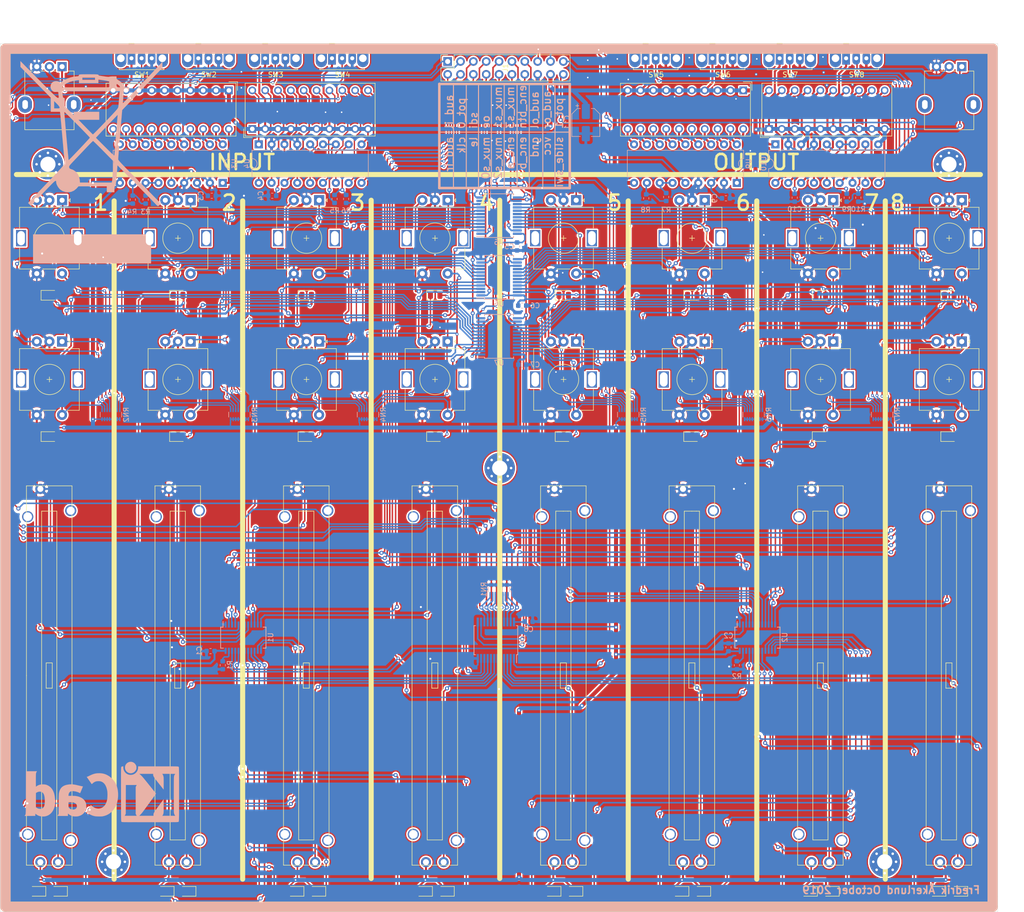
<source format=kicad_pcb>
(kicad_pcb (version 20171130) (host pcbnew "(5.1.4)-1")
  (layers (0 F.Cu signal) (31 B.Cu signal) (34 B.Paste user) (35 F.Paste user) (36 B.SilkS user) (37 F.SilkS user) (38 B.Mask user) (39 F.Mask user) (44 Edge.Cuts user))
  (net 0 "")
  (net 1 "/Led Drivers/out_0")
  (net 2 "/Led Drivers/out_1")
  (net 3 "/Led Drivers/out_2")
  (net 4 "/Led Drivers/out_3")
  (net 5 /VCC)
  (net 6 "/Led Drivers/out_9")
  (net 7 "/Led Drivers/out_8")
  (net 8 "/Led Drivers/out_4")
  (net 9 "/Led Drivers/out_5")
  (net 10 "/Led Drivers/out_6")
  (net 11 "/Led Drivers/out_7")
  (net 12 "/Led Drivers/out_17")
  (net 13 "/Led Drivers/out_16")
  (net 14 "/Led Drivers/out_15")
  (net 15 "/Led Drivers/out_14")
  (net 16 "/Led Drivers/out_18")
  (net 17 "/Led Drivers/out_19")
  (net 18 "/Led Drivers/out_13")
  (net 19 "/Led Drivers/out_12")
  (net 20 "/Led Drivers/out_11")
  (net 21 "/Led Drivers/out_10")
  (net 22 "/Led Drivers/out_27")
  (net 23 "/Led Drivers/out_26")
  (net 24 "/Led Drivers/out_25")
  (net 25 "/Led Drivers/out_24")
  (net 26 "/Led Drivers/out_28")
  (net 27 "/Led Drivers/out_29")
  (net 28 "/Led Drivers/out_23")
  (net 29 "/Led Drivers/out_22")
  (net 30 "/Led Drivers/out_21")
  (net 31 "/Led Drivers/out_20")
  (net 32 "/Led Drivers/out_30")
  (net 33 "/Led Drivers/out_31")
  (net 34 /GND)
  (net 35 /mux_enc_s0)
  (net 36 /mux_enc_s1)
  (net 37 /mux_enc_s2)
  (net 38 /mux_enc_s3)
  (net 39 /mux_enc_button)
  (net 40 /mux_enc_a)
  (net 41 /mux_enc_b)
  (net 42 /mux_slide_and_switch)
  (net 43 /clk)
  (net 44 /sdi)
  (net 45 /le)
  (net 46 /oe)
  (net 47 "Net-(R1-Pad2)")
  (net 48 "Net-(R2-Pad2)")
  (net 49 "Net-(R3-Pad2)")
  (net 50 /switch_0)
  (net 51 /switch_1)
  (net 52 /switch_2)
  (net 53 /switch_3)
  (net 54 /switch_4)
  (net 55 /switch_5)
  (net 56 /switch_6)
  (net 57 /switch_7)
  (net 58 /enc_a_0)
  (net 59 /btn_0)
  (net 60 /enc_b_0)
  (net 61 /enc_a_1)
  (net 62 /btn_1)
  (net 63 /enc_b_1)
  (net 64 /enc_a_2)
  (net 65 /btn_2)
  (net 66 /enc_b_2)
  (net 67 /enc_a_3)
  (net 68 /btn_3)
  (net 69 /enc_b_3)
  (net 70 /enc_a_4)
  (net 71 /btn_4)
  (net 72 /enc_b_4)
  (net 73 /enc_a_5)
  (net 74 /btn_5)
  (net 75 /enc_b_5)
  (net 76 /enc_a_6)
  (net 77 /btn_6)
  (net 78 /enc_b_6)
  (net 79 /enc_a_7)
  (net 80 /btn_7)
  (net 81 /enc_b_7)
  (net 82 /enc_a_9)
  (net 83 /btn_9)
  (net 84 /enc_b_9)
  (net 85 /enc_a_10)
  (net 86 /btn_10)
  (net 87 /enc_b_10)
  (net 88 /enc_a_11)
  (net 89 /btn_11)
  (net 90 /enc_b_11)
  (net 91 /enc_a_13)
  (net 92 /btn_13)
  (net 93 /enc_b_13)
  (net 94 /enc_a_14)
  (net 95 /btn_14)
  (net 96 /enc_b_14)
  (net 97 /enc_a_15)
  (net 98 /btn_15)
  (net 99 /enc_b_15)
  (net 100 /enc_a_8)
  (net 101 /btn_8)
  (net 102 /enc_b_8)
  (net 103 /enc_a_12)
  (net 104 /btn_12)
  (net 105 /enc_b_12)
  (net 106 /slide_0)
  (net 107 /slide_1)
  (net 108 /slide_2)
  (net 109 /slide_3)
  (net 110 /slide_4)
  (net 111 /slide_5)
  (net 112 /slide_6)
  (net 113 /slide_7)
  (net 114 "Net-(U1-Pad22)")
  (net 115 /volume_0)
  (net 116 /volume_1)
  (net 117 "Net-(BAR1-Pad20)")
  (net 118 "Net-(BAR1-Pad19)")
  (net 119 "Net-(BAR1-Pad18)")
  (net 120 "Net-(BAR1-Pad17)")
  (net 121 "Net-(BAR1-Pad11)")
  (net 122 "Net-(BAR1-Pad12)")
  (net 123 "Net-(BAR1-Pad16)")
  (net 124 "Net-(BAR1-Pad15)")
  (net 125 "Net-(BAR1-Pad14)")
  (net 126 "Net-(BAR1-Pad13)")
  (net 127 "Net-(BAR2-Pad13)")
  (net 128 "Net-(BAR2-Pad14)")
  (net 129 "Net-(BAR2-Pad15)")
  (net 130 "Net-(BAR2-Pad16)")
  (net 131 "Net-(BAR2-Pad12)")
  (net 132 "Net-(BAR2-Pad11)")
  (net 133 "Net-(BAR2-Pad17)")
  (net 134 "Net-(BAR2-Pad18)")
  (net 135 "Net-(BAR2-Pad19)")
  (net 136 "Net-(BAR2-Pad20)")
  (net 137 "Net-(BAR3-Pad13)")
  (net 138 "Net-(BAR3-Pad14)")
  (net 139 "Net-(BAR3-Pad15)")
  (net 140 "Net-(BAR3-Pad16)")
  (net 141 "Net-(BAR3-Pad12)")
  (net 142 "Net-(BAR3-Pad11)")
  (net 143 "Net-(BAR3-Pad17)")
  (net 144 "Net-(BAR3-Pad18)")
  (net 145 "Net-(BAR3-Pad19)")
  (net 146 "Net-(BAR3-Pad20)")
  (net 147 "Net-(BAR4-Pad20)")
  (net 148 "Net-(BAR4-Pad19)")
  (net 149 "Net-(BAR4-Pad18)")
  (net 150 "Net-(BAR4-Pad17)")
  (net 151 "Net-(BAR4-Pad11)")
  (net 152 "Net-(BAR4-Pad12)")
  (net 153 "Net-(BAR4-Pad16)")
  (net 154 "Net-(BAR4-Pad15)")
  (net 155 "Net-(BAR4-Pad14)")
  (net 156 "Net-(BAR4-Pad13)")
  (net 157 /audio_out_l)
  (net 158 /audio_out_r)
  (net 159 /audio_in_l)
  (net 160 /audio_in_r)
  (net 161 "Net-(R3-Pad1)")
  (net 162 "Net-(R5-Pad2)")
  (net 163 "Net-(R5-Pad1)")
  (net 164 "Net-(R7-Pad1)")
  (net 165 "Net-(R7-Pad2)")
  (net 166 "Net-(R10-Pad1)")
  (net 167 "Net-(R9-Pad1)")
  (module Symbol:KiCad-Logo_12mm_SilkScreen (layer B.Cu) (at 73.914 162.179 180)
    (fp_text reference REF** hide)
    (fp_text value KiCad-Logo_12mm_SilkScreen hide)
  )
  (module Symbol:WEEE-Logo_28.1x40mm_SilkScreen (layer B.Cu) (at 71.882 37.719 180)
    (fp_text reference REF** hide)
    (fp_text value WEEE-Logo_28.1x40mm_SilkScreen hide)
  )
  (module MountingHole:MountingHole_3mm_Pad_Via (layer F.Cu) (at 152.527 98.171)
    (fp_text reference H5 hide)
    (fp_text value MountingHole)
    (pad 1 thru_hole circle (at 1.59099 -1.59099) (size 0.8 0.8) (drill 0.5) (layers *.Cu *.Mask))
    (pad 1 thru_hole circle (at 0 -2.25) (size 0.8 0.8) (drill 0.5) (layers *.Cu *.Mask))
    (pad 1 thru_hole circle (at -1.59099 -1.59099) (size 0.8 0.8) (drill 0.5) (layers *.Cu *.Mask))
    (pad 1 thru_hole circle (at -2.25 0) (size 0.8 0.8) (drill 0.5) (layers *.Cu *.Mask))
    (pad 1 thru_hole circle (at -1.59099 1.59099) (size 0.8 0.8) (drill 0.5) (layers *.Cu *.Mask))
    (pad 1 thru_hole circle (at 0 2.25) (size 0.8 0.8) (drill 0.5) (layers *.Cu *.Mask))
    (pad 1 thru_hole circle (at 1.59099 1.59099) (size 0.8 0.8) (drill 0.5) (layers *.Cu *.Mask))
    (pad 1 thru_hole circle (at 2.25 0) (size 0.8 0.8) (drill 0.5) (layers *.Cu *.Mask))
    (pad 1 thru_hole circle (at 0 0) (size 6 6) (drill 3) (layers *.Cu *.Mask))
  )
  (module Capacitor_SMD:CP_Elec_5x5.7 (layer B.Cu) (at 169.545 29.845 270)
    (fp_text reference C11 (at 0 3.7 90) (layer B.SilkS) (effects (justify mirror)))
    (fp_text value CP)
    (pad 2 smd roundrect (at 2.2 0 270) (size 3 1.6) (layers B.Cu B.Paste B.Mask) (roundrect_rratio 0.15625) (net 34 /GND))
    (pad 1 smd roundrect (at -2.2 0 270) (size 3 1.6) (layers B.Cu B.Paste B.Mask) (roundrect_rratio 0.15625) (net 5 /VCC))
  )
  (module Rotary_Encoder:RotaryEncoder_Alps_EC11E-Switch_Vertical_H20mm (layer F.Cu) (at 218.44 73.152 270)
    (fp_text reference SW22 hide)
    (fp_text value Rotary_Encoder_Switch)
    (pad S1 thru_hole circle (at 14.5 5 270) (size 2 2) (drill 1) (layers *.Cu *.Mask) (net 34 /GND))
    (pad S2 thru_hole circle (at 14.5 0 270) (size 2 2) (drill 1) (layers *.Cu *.Mask) (net 92 /btn_13))
    (pad MP thru_hole rect (at 7.5 8.1 270) (size 3.2 2) (drill oval 2.8 1.5) (layers *.Cu *.Mask))
    (pad MP thru_hole rect (at 7.5 -3.1 270) (size 3.2 2) (drill oval 2.8 1.5) (layers *.Cu *.Mask))
    (pad B thru_hole circle (at 0 5 270) (size 2 2) (drill 1) (layers *.Cu *.Mask) (net 93 /enc_b_13))
    (pad C thru_hole circle (at 0 2.5 270) (size 2 2) (drill 1) (layers *.Cu *.Mask) (net 34 /GND))
    (pad A thru_hole rect (at 0 0 270) (size 2 2) (drill 1) (layers *.Cu *.Mask) (net 91 /enc_a_13))
  )
  (module Resistor_SMD:R_Array_Convex_8x0602 (layer B.Cu) (at 126.492 87.6 90)
    (fp_text reference RN4 (at 0 3 270) (layer B.SilkS) (effects (justify mirror)))
    (fp_text value R_Pack08)
    (pad 10 smd rect (at 0.9 -1.25 90) (size 0.8 0.3) (layers B.Cu B.Paste B.Mask) (net 73 /enc_a_5))
    (pad 12 smd rect (at 0.9 -0.25 90) (size 0.8 0.3) (layers B.Cu B.Paste B.Mask) (net 76 /enc_a_6))
    (pad 11 smd rect (at 0.9 -0.75 90) (size 0.8 0.3) (layers B.Cu B.Paste B.Mask) (net 78 /enc_b_6))
    (pad 13 smd rect (at 0.9 0.25 90) (size 0.8 0.3) (layers B.Cu B.Paste B.Mask) (net 77 /btn_6))
    (pad 14 smd rect (at 0.9 0.75 90) (size 0.8 0.3) (layers B.Cu B.Paste B.Mask) (net 81 /enc_b_7))
    (pad 15 smd rect (at 0.9 1.25 90) (size 0.8 0.3) (layers B.Cu B.Paste B.Mask) (net 79 /enc_a_7))
    (pad 7 smd rect (at -0.9 -1.25 90) (size 0.8 0.3) (layers B.Cu B.Paste B.Mask) (net 5 /VCC))
    (pad 6 smd rect (at -0.9 -0.75 90) (size 0.8 0.3) (layers B.Cu B.Paste B.Mask) (net 5 /VCC))
    (pad 5 smd rect (at -0.9 -0.25 90) (size 0.8 0.3) (layers B.Cu B.Paste B.Mask) (net 5 /VCC))
    (pad 4 smd rect (at -0.9 0.25 90) (size 0.8 0.3) (layers B.Cu B.Paste B.Mask) (net 5 /VCC))
    (pad 3 smd rect (at -0.9 0.75 90) (size 0.8 0.3) (layers B.Cu B.Paste B.Mask) (net 5 /VCC))
    (pad 2 smd rect (at -0.9 1.25 90) (size 0.8 0.3) (layers B.Cu B.Paste B.Mask) (net 5 /VCC))
    (pad 9 smd rect (at 0.9 -1.75 90) (size 0.8 0.3) (layers B.Cu B.Paste B.Mask) (net 75 /enc_b_5))
    (pad 8 smd rect (at -0.9 -1.75 90) (size 0.8 0.3) (layers B.Cu B.Paste B.Mask) (net 5 /VCC))
    (pad 16 smd rect (at 0.9 1.75 90) (size 0.8 0.3) (layers B.Cu B.Paste B.Mask) (net 80 /btn_7))
    (pad 1 smd rect (at -0.9 1.75 90) (size 0.8 0.3) (layers B.Cu B.Paste B.Mask) (net 5 /VCC))
  )
  (module Package_DIP:DIP-18_W7.62mm (layer B.Cu) (at 104.902 34.163 270)
    (fp_text reference U4 (at 3.81 2.33 270) (layer B.SilkS) (effects (justify mirror)))
    (fp_text value LM3914)
    (pad 18 thru_hole oval (at 7.62 0 270) (size 1.6 1.6) (drill 0.8) (layers *.Cu *.Mask) (net 135 "Net-(BAR2-Pad19)"))
    (pad 9 thru_hole oval (at 0 -20.32 270) (size 1.6 1.6) (drill 0.8) (layers *.Cu *.Mask) (net 5 /VCC))
    (pad 17 thru_hole oval (at 7.62 -2.54 270) (size 1.6 1.6) (drill 0.8) (layers *.Cu *.Mask) (net 134 "Net-(BAR2-Pad18)"))
    (pad 8 thru_hole oval (at 0 -17.78 270) (size 1.6 1.6) (drill 0.8) (layers *.Cu *.Mask) (net 162 "Net-(R5-Pad2)"))
    (pad 16 thru_hole oval (at 7.62 -5.08 270) (size 1.6 1.6) (drill 0.8) (layers *.Cu *.Mask) (net 133 "Net-(BAR2-Pad17)"))
    (pad 7 thru_hole oval (at 0 -15.24 270) (size 1.6 1.6) (drill 0.8) (layers *.Cu *.Mask) (net 163 "Net-(R5-Pad1)"))
    (pad 15 thru_hole oval (at 7.62 -7.62 270) (size 1.6 1.6) (drill 0.8) (layers *.Cu *.Mask) (net 130 "Net-(BAR2-Pad16)"))
    (pad 6 thru_hole oval (at 0 -12.7 270) (size 1.6 1.6) (drill 0.8) (layers *.Cu *.Mask) (net 163 "Net-(R5-Pad1)"))
    (pad 14 thru_hole oval (at 7.62 -10.16 270) (size 1.6 1.6) (drill 0.8) (layers *.Cu *.Mask) (net 129 "Net-(BAR2-Pad15)"))
    (pad 5 thru_hole oval (at 0 -10.16 270) (size 1.6 1.6) (drill 0.8) (layers *.Cu *.Mask) (net 160 /audio_in_r))
    (pad 13 thru_hole oval (at 7.62 -12.7 270) (size 1.6 1.6) (drill 0.8) (layers *.Cu *.Mask) (net 128 "Net-(BAR2-Pad14)"))
    (pad 4 thru_hole oval (at 0 -7.62 270) (size 1.6 1.6) (drill 0.8) (layers *.Cu *.Mask) (net 34 /GND))
    (pad 12 thru_hole oval (at 7.62 -15.24 270) (size 1.6 1.6) (drill 0.8) (layers *.Cu *.Mask) (net 127 "Net-(BAR2-Pad13)"))
    (pad 3 thru_hole oval (at 0 -5.08 270) (size 1.6 1.6) (drill 0.8) (layers *.Cu *.Mask) (net 5 /VCC))
    (pad 11 thru_hole oval (at 7.62 -17.78 270) (size 1.6 1.6) (drill 0.8) (layers *.Cu *.Mask) (net 131 "Net-(BAR2-Pad12)"))
    (pad 2 thru_hole oval (at 0 -2.54 270) (size 1.6 1.6) (drill 0.8) (layers *.Cu *.Mask) (net 34 /GND))
    (pad 10 thru_hole oval (at 7.62 -20.32 270) (size 1.6 1.6) (drill 0.8) (layers *.Cu *.Mask) (net 132 "Net-(BAR2-Pad11)"))
    (pad 1 thru_hole rect (at 0 0 270) (size 1.6 1.6) (drill 0.8) (layers *.Cu *.Mask) (net 136 "Net-(BAR2-Pad20)"))
  )
  (module Resistor_SMD:R_0603_1608Metric (layer B.Cu) (at 80.01 45.085 270)
    (fp_text reference R4 (at 2.413 0.127 180) (layer B.SilkS) (effects (justify mirror)))
    (fp_text value 3.83k)
    (pad 1 smd roundrect (at -0.7875 0 270) (size 0.875 0.95) (layers B.Cu B.Paste B.Mask) (net 49 "Net-(R3-Pad2)"))
    (pad 2 smd roundrect (at 0.7875 0 270) (size 0.875 0.95) (layers B.Cu B.Paste B.Mask) (net 34 /GND))
  )
  (module f_library:slide_pot_PS6010MA1B (layer F.Cu) (at 63.5 139.192)
    (fp_text reference RV1 hide)
    (fp_text value R_POT)
    (pad "" thru_hole circle (at -4.25 -31.4) (size 2.2 2.2) (drill 1.7) (layers *.Cu *.Mask))
    (pad "" thru_hole circle (at -4.25 31.4) (size 2.2 2.2) (drill 1.7) (layers *.Cu *.Mask))
    (pad "" thru_hole circle (at 4.25 32.6) (size 2.2 2.2) (drill 1.7) (layers *.Cu *.Mask))
    (pad "" thru_hole circle (at 4.25 -32.6) (size 2.2 2.2) (drill 1.6) (layers *.Cu *.Mask))
    (pad 3 thru_hole circle (at -1.75 -36.9) (size 2 2) (drill 1.2) (layers *.Cu *.Mask) (net 34 /GND))
    (pad 1 thru_hole circle (at -1.75 36.9) (size 2 2) (drill 1.2) (layers *.Cu *.Mask) (net 5 /VCC))
    (pad 2 thru_hole circle (at 1.75 36.9) (size 2 2) (drill 1.2) (layers *.Cu *.Mask) (net 106 /slide_0))
  )
  (module f_library:slide_pot_PS6010MA1B (layer F.Cu) (at 139.7 139.192)
    (fp_text reference RV4 hide)
    (fp_text value R_POT)
    (pad 2 thru_hole circle (at 1.75 36.9) (size 2 2) (drill 1.2) (layers *.Cu *.Mask) (net 109 /slide_3))
    (pad 1 thru_hole circle (at -1.75 36.9) (size 2 2) (drill 1.2) (layers *.Cu *.Mask) (net 5 /VCC))
    (pad 3 thru_hole circle (at -1.75 -36.9) (size 2 2) (drill 1.2) (layers *.Cu *.Mask) (net 34 /GND))
    (pad "" thru_hole circle (at 4.25 -32.6) (size 2.2 2.2) (drill 1.6) (layers *.Cu *.Mask))
    (pad "" thru_hole circle (at 4.25 32.6) (size 2.2 2.2) (drill 1.7) (layers *.Cu *.Mask))
    (pad "" thru_hole circle (at -4.25 31.4) (size 2.2 2.2) (drill 1.7) (layers *.Cu *.Mask))
    (pad "" thru_hole circle (at -4.25 -31.4) (size 2.2 2.2) (drill 1.7) (layers *.Cu *.Mask))
  )
  (module f_library:slide_pot_PS6010MA1B (layer F.Cu) (at 114.3 139.192)
    (fp_text reference RV3 hide)
    (fp_text value R_POT)
    (pad "" thru_hole circle (at -4.25 -31.4) (size 2.2 2.2) (drill 1.7) (layers *.Cu *.Mask))
    (pad "" thru_hole circle (at -4.25 31.4) (size 2.2 2.2) (drill 1.7) (layers *.Cu *.Mask))
    (pad "" thru_hole circle (at 4.25 32.6) (size 2.2 2.2) (drill 1.7) (layers *.Cu *.Mask))
    (pad "" thru_hole circle (at 4.25 -32.6) (size 2.2 2.2) (drill 1.6) (layers *.Cu *.Mask))
    (pad 3 thru_hole circle (at -1.75 -36.9) (size 2 2) (drill 1.2) (layers *.Cu *.Mask) (net 34 /GND))
    (pad 1 thru_hole circle (at -1.75 36.9) (size 2 2) (drill 1.2) (layers *.Cu *.Mask) (net 5 /VCC))
    (pad 2 thru_hole circle (at 1.75 36.9) (size 2 2) (drill 1.2) (layers *.Cu *.Mask) (net 108 /slide_2))
  )
  (module Package_DIP:DIP-18_W7.62mm (layer B.Cu) (at 207.01 34.163 270)
    (fp_text reference U10 (at 3.81 2.33 90) (layer B.SilkS) (effects (justify mirror)))
    (fp_text value LM3914)
    (pad 18 thru_hole oval (at 7.62 0 270) (size 1.6 1.6) (drill 0.8) (layers *.Cu *.Mask) (net 148 "Net-(BAR4-Pad19)"))
    (pad 9 thru_hole oval (at 0 -20.32 270) (size 1.6 1.6) (drill 0.8) (layers *.Cu *.Mask) (net 5 /VCC))
    (pad 17 thru_hole oval (at 7.62 -2.54 270) (size 1.6 1.6) (drill 0.8) (layers *.Cu *.Mask) (net 149 "Net-(BAR4-Pad18)"))
    (pad 8 thru_hole oval (at 0 -17.78 270) (size 1.6 1.6) (drill 0.8) (layers *.Cu *.Mask) (net 166 "Net-(R10-Pad1)"))
    (pad 16 thru_hole oval (at 7.62 -5.08 270) (size 1.6 1.6) (drill 0.8) (layers *.Cu *.Mask) (net 150 "Net-(BAR4-Pad17)"))
    (pad 7 thru_hole oval (at 0 -15.24 270) (size 1.6 1.6) (drill 0.8) (layers *.Cu *.Mask) (net 167 "Net-(R9-Pad1)"))
    (pad 15 thru_hole oval (at 7.62 -7.62 270) (size 1.6 1.6) (drill 0.8) (layers *.Cu *.Mask) (net 153 "Net-(BAR4-Pad16)"))
    (pad 6 thru_hole oval (at 0 -12.7 270) (size 1.6 1.6) (drill 0.8) (layers *.Cu *.Mask) (net 167 "Net-(R9-Pad1)"))
    (pad 14 thru_hole oval (at 7.62 -10.16 270) (size 1.6 1.6) (drill 0.8) (layers *.Cu *.Mask) (net 154 "Net-(BAR4-Pad15)"))
    (pad 5 thru_hole oval (at 0 -10.16 270) (size 1.6 1.6) (drill 0.8) (layers *.Cu *.Mask) (net 158 /audio_out_r))
    (pad 13 thru_hole oval (at 7.62 -12.7 270) (size 1.6 1.6) (drill 0.8) (layers *.Cu *.Mask) (net 155 "Net-(BAR4-Pad14)"))
    (pad 4 thru_hole oval (at 0 -7.62 270) (size 1.6 1.6) (drill 0.8) (layers *.Cu *.Mask) (net 34 /GND))
    (pad 12 thru_hole oval (at 7.62 -15.24 270) (size 1.6 1.6) (drill 0.8) (layers *.Cu *.Mask) (net 156 "Net-(BAR4-Pad13)"))
    (pad 3 thru_hole oval (at 0 -5.08 270) (size 1.6 1.6) (drill 0.8) (layers *.Cu *.Mask) (net 5 /VCC))
    (pad 11 thru_hole oval (at 7.62 -17.78 270) (size 1.6 1.6) (drill 0.8) (layers *.Cu *.Mask) (net 152 "Net-(BAR4-Pad12)"))
    (pad 2 thru_hole oval (at 0 -2.54 270) (size 1.6 1.6) (drill 0.8) (layers *.Cu *.Mask) (net 34 /GND))
    (pad 10 thru_hole oval (at 7.62 -20.32 270) (size 1.6 1.6) (drill 0.8) (layers *.Cu *.Mask) (net 151 "Net-(BAR4-Pad11)"))
    (pad 1 thru_hole rect (at 0 0 270) (size 1.6 1.6) (drill 0.8) (layers *.Cu *.Mask) (net 147 "Net-(BAR4-Pad20)"))
  )
  (module Package_DIP:DIP-18_W7.62mm (layer B.Cu) (at 97.79 41.783 90)
    (fp_text reference U3 (at 3.81 2.33 -90) (layer B.SilkS) (effects (justify mirror)))
    (fp_text value LM3914)
    (pad 1 thru_hole rect (at 0 0 90) (size 1.6 1.6) (drill 0.8) (layers *.Cu *.Mask) (net 117 "Net-(BAR1-Pad20)"))
    (pad 10 thru_hole oval (at 7.62 -20.32 90) (size 1.6 1.6) (drill 0.8) (layers *.Cu *.Mask) (net 121 "Net-(BAR1-Pad11)"))
    (pad 2 thru_hole oval (at 0 -2.54 90) (size 1.6 1.6) (drill 0.8) (layers *.Cu *.Mask) (net 34 /GND))
    (pad 11 thru_hole oval (at 7.62 -17.78 90) (size 1.6 1.6) (drill 0.8) (layers *.Cu *.Mask) (net 122 "Net-(BAR1-Pad12)"))
    (pad 3 thru_hole oval (at 0 -5.08 90) (size 1.6 1.6) (drill 0.8) (layers *.Cu *.Mask) (net 5 /VCC))
    (pad 12 thru_hole oval (at 7.62 -15.24 90) (size 1.6 1.6) (drill 0.8) (layers *.Cu *.Mask) (net 126 "Net-(BAR1-Pad13)"))
    (pad 4 thru_hole oval (at 0 -7.62 90) (size 1.6 1.6) (drill 0.8) (layers *.Cu *.Mask) (net 34 /GND))
    (pad 13 thru_hole oval (at 7.62 -12.7 90) (size 1.6 1.6) (drill 0.8) (layers *.Cu *.Mask) (net 125 "Net-(BAR1-Pad14)"))
    (pad 5 thru_hole oval (at 0 -10.16 90) (size 1.6 1.6) (drill 0.8) (layers *.Cu *.Mask) (net 159 /audio_in_l))
    (pad 14 thru_hole oval (at 7.62 -10.16 90) (size 1.6 1.6) (drill 0.8) (layers *.Cu *.Mask) (net 124 "Net-(BAR1-Pad15)"))
    (pad 6 thru_hole oval (at 0 -12.7 90) (size 1.6 1.6) (drill 0.8) (layers *.Cu *.Mask) (net 161 "Net-(R3-Pad1)"))
    (pad 15 thru_hole oval (at 7.62 -7.62 90) (size 1.6 1.6) (drill 0.8) (layers *.Cu *.Mask) (net 123 "Net-(BAR1-Pad16)"))
    (pad 7 thru_hole oval (at 0 -15.24 90) (size 1.6 1.6) (drill 0.8) (layers *.Cu *.Mask) (net 161 "Net-(R3-Pad1)"))
    (pad 16 thru_hole oval (at 7.62 -5.08 90) (size 1.6 1.6) (drill 0.8) (layers *.Cu *.Mask) (net 120 "Net-(BAR1-Pad17)"))
    (pad 8 thru_hole oval (at 0 -17.78 90) (size 1.6 1.6) (drill 0.8) (layers *.Cu *.Mask) (net 49 "Net-(R3-Pad2)"))
    (pad 17 thru_hole oval (at 7.62 -2.54 90) (size 1.6 1.6) (drill 0.8) (layers *.Cu *.Mask) (net 119 "Net-(BAR1-Pad18)"))
    (pad 9 thru_hole oval (at 0 -20.32 90) (size 1.6 1.6) (drill 0.8) (layers *.Cu *.Mask) (net 5 /VCC))
    (pad 18 thru_hole oval (at 7.62 0 90) (size 1.6 1.6) (drill 0.8) (layers *.Cu *.Mask) (net 118 "Net-(BAR1-Pad19)"))
  )
  (module f_library:slide_pot_PS6010MA1B (layer F.Cu) (at 88.9 139.192)
    (fp_text reference RV2 hide)
    (fp_text value R_POT)
    (pad 2 thru_hole circle (at 1.75 36.9) (size 2 2) (drill 1.2) (layers *.Cu *.Mask) (net 107 /slide_1))
    (pad 1 thru_hole circle (at -1.75 36.9) (size 2 2) (drill 1.2) (layers *.Cu *.Mask) (net 5 /VCC))
    (pad 3 thru_hole circle (at -1.75 -36.9) (size 2 2) (drill 1.2) (layers *.Cu *.Mask) (net 34 /GND))
    (pad "" thru_hole circle (at 4.25 -32.6) (size 2.2 2.2) (drill 1.6) (layers *.Cu *.Mask))
    (pad "" thru_hole circle (at 4.25 32.6) (size 2.2 2.2) (drill 1.7) (layers *.Cu *.Mask))
    (pad "" thru_hole circle (at -4.25 31.4) (size 2.2 2.2) (drill 1.7) (layers *.Cu *.Mask))
    (pad "" thru_hole circle (at -4.25 -31.4) (size 2.2 2.2) (drill 1.7) (layers *.Cu *.Mask))
  )
  (module Rotary_Encoder:RotaryEncoder_Alps_EC11E-Switch_Vertical_H20mm (layer F.Cu) (at 218.44 45.212 270)
    (fp_text reference SW21 hide)
    (fp_text value Rotary_Encoder_Switch)
    (pad S1 thru_hole circle (at 14.5 5 270) (size 2 2) (drill 1) (layers *.Cu *.Mask) (net 34 /GND))
    (pad S2 thru_hole circle (at 14.5 0 270) (size 2 2) (drill 1) (layers *.Cu *.Mask) (net 104 /btn_12))
    (pad MP thru_hole rect (at 7.5 8.1 270) (size 3.2 2) (drill oval 2.8 1.5) (layers *.Cu *.Mask))
    (pad MP thru_hole rect (at 7.5 -3.1 270) (size 3.2 2) (drill oval 2.8 1.5) (layers *.Cu *.Mask))
    (pad B thru_hole circle (at 0 5 270) (size 2 2) (drill 1) (layers *.Cu *.Mask) (net 105 /enc_b_12))
    (pad C thru_hole circle (at 0 2.5 270) (size 2 2) (drill 1) (layers *.Cu *.Mask) (net 34 /GND))
    (pad A thru_hole rect (at 0 0 270) (size 2 2) (drill 1) (layers *.Cu *.Mask) (net 103 /enc_a_12))
  )
  (module Package_SO:SSOP-24_3.9x8.7mm_P0.635mm (layer B.Cu) (at 101.854 131.7 270)
    (fp_text reference U1 (at 0 -5.3975 270) (layer B.SilkS) (effects (justify mirror)))
    (fp_text value STP16CP05)
    (pad 1 smd rect (at -2.6 3.4925 270) (size 1.2 0.4) (layers B.Cu B.Paste B.Mask) (net 34 /GND))
    (pad 2 smd rect (at -2.6 2.8575 270) (size 1.2 0.4) (layers B.Cu B.Paste B.Mask) (net 44 /sdi))
    (pad 3 smd rect (at -2.6 2.2225 270) (size 1.2 0.4) (layers B.Cu B.Paste B.Mask) (net 43 /clk))
    (pad 4 smd rect (at -2.6 1.5875 270) (size 1.2 0.4) (layers B.Cu B.Paste B.Mask) (net 45 /le))
    (pad 5 smd rect (at -2.6 0.9525 270) (size 1.2 0.4) (layers B.Cu B.Paste B.Mask) (net 1 "/Led Drivers/out_0"))
    (pad 6 smd rect (at -2.6 0.3175 270) (size 1.2 0.4) (layers B.Cu B.Paste B.Mask) (net 2 "/Led Drivers/out_1"))
    (pad 7 smd rect (at -2.6 -0.3175 270) (size 1.2 0.4) (layers B.Cu B.Paste B.Mask) (net 3 "/Led Drivers/out_2"))
    (pad 8 smd rect (at -2.6 -0.9525 270) (size 1.2 0.4) (layers B.Cu B.Paste B.Mask) (net 4 "/Led Drivers/out_3"))
    (pad 9 smd rect (at -2.6 -1.5875 270) (size 1.2 0.4) (layers B.Cu B.Paste B.Mask) (net 8 "/Led Drivers/out_4"))
    (pad 10 smd rect (at -2.6 -2.2225 270) (size 1.2 0.4) (layers B.Cu B.Paste B.Mask) (net 9 "/Led Drivers/out_5"))
    (pad 11 smd rect (at -2.6 -2.8575 270) (size 1.2 0.4) (layers B.Cu B.Paste B.Mask) (net 10 "/Led Drivers/out_6"))
    (pad 12 smd rect (at -2.6 -3.4925 270) (size 1.2 0.4) (layers B.Cu B.Paste B.Mask) (net 11 "/Led Drivers/out_7"))
    (pad 13 smd rect (at 2.6 -3.4925 270) (size 1.2 0.4) (layers B.Cu B.Paste B.Mask) (net 7 "/Led Drivers/out_8"))
    (pad 14 smd rect (at 2.6 -2.8575 270) (size 1.2 0.4) (layers B.Cu B.Paste B.Mask) (net 6 "/Led Drivers/out_9"))
    (pad 15 smd rect (at 2.6 -2.2225 270) (size 1.2 0.4) (layers B.Cu B.Paste B.Mask) (net 21 "/Led Drivers/out_10"))
    (pad 16 smd rect (at 2.6 -1.5875 270) (size 1.2 0.4) (layers B.Cu B.Paste B.Mask) (net 20 "/Led Drivers/out_11"))
    (pad 17 smd rect (at 2.6 -0.9525 270) (size 1.2 0.4) (layers B.Cu B.Paste B.Mask) (net 19 "/Led Drivers/out_12"))
    (pad 18 smd rect (at 2.6 -0.3175 270) (size 1.2 0.4) (layers B.Cu B.Paste B.Mask) (net 18 "/Led Drivers/out_13"))
    (pad 19 smd rect (at 2.6 0.3175 270) (size 1.2 0.4) (layers B.Cu B.Paste B.Mask) (net 15 "/Led Drivers/out_14"))
    (pad 20 smd rect (at 2.6 0.9525 270) (size 1.2 0.4) (layers B.Cu B.Paste B.Mask) (net 14 "/Led Drivers/out_15"))
    (pad 21 smd rect (at 2.6 1.5875 270) (size 1.2 0.4) (layers B.Cu B.Paste B.Mask) (net 46 /oe))
    (pad 22 smd rect (at 2.6 2.2225 270) (size 1.2 0.4) (layers B.Cu B.Paste B.Mask) (net 114 "Net-(U1-Pad22)"))
    (pad 23 smd rect (at 2.6 2.8575 270) (size 1.2 0.4) (layers B.Cu B.Paste B.Mask) (net 47 "Net-(R1-Pad2)"))
    (pad 24 smd rect (at 2.6 3.4925 270) (size 1.2 0.4) (layers B.Cu B.Paste B.Mask) (net 5 /VCC))
  )
  (module Rotary_Encoder:RotaryEncoder_Alps_EC11E-Switch_Vertical_H20mm (layer F.Cu) (at 167.64 45.212 270)
    (fp_text reference SW17 hide)
    (fp_text value Rotary_Encoder_Switch)
    (pad A thru_hole rect (at 0 0 270) (size 2 2) (drill 1) (layers *.Cu *.Mask) (net 100 /enc_a_8))
    (pad C thru_hole circle (at 0 2.5 270) (size 2 2) (drill 1) (layers *.Cu *.Mask) (net 34 /GND))
    (pad B thru_hole circle (at 0 5 270) (size 2 2) (drill 1) (layers *.Cu *.Mask) (net 102 /enc_b_8))
    (pad MP thru_hole rect (at 7.5 -3.1 270) (size 3.2 2) (drill oval 2.8 1.5) (layers *.Cu *.Mask))
    (pad MP thru_hole rect (at 7.5 8.1 270) (size 3.2 2) (drill oval 2.8 1.5) (layers *.Cu *.Mask))
    (pad S2 thru_hole circle (at 14.5 0 270) (size 2 2) (drill 1) (layers *.Cu *.Mask) (net 101 /btn_8))
    (pad S1 thru_hole circle (at 14.5 5 270) (size 2 2) (drill 1) (layers *.Cu *.Mask) (net 34 /GND))
  )
  (module f_library:slide_pot_PS6010MA1B (layer F.Cu) (at 241.3 139.192)
    (fp_text reference RV8 hide)
    (fp_text value R_POT)
    (pad 2 thru_hole circle (at 1.75 36.9) (size 2 2) (drill 1.2) (layers *.Cu *.Mask) (net 113 /slide_7))
    (pad 1 thru_hole circle (at -1.75 36.9) (size 2 2) (drill 1.2) (layers *.Cu *.Mask) (net 5 /VCC))
    (pad 3 thru_hole circle (at -1.75 -36.9) (size 2 2) (drill 1.2) (layers *.Cu *.Mask) (net 34 /GND))
    (pad "" thru_hole circle (at 4.25 -32.6) (size 2.2 2.2) (drill 1.6) (layers *.Cu *.Mask))
    (pad "" thru_hole circle (at 4.25 32.6) (size 2.2 2.2) (drill 1.7) (layers *.Cu *.Mask))
    (pad "" thru_hole circle (at -4.25 31.4) (size 2.2 2.2) (drill 1.7) (layers *.Cu *.Mask))
    (pad "" thru_hole circle (at -4.25 -31.4) (size 2.2 2.2) (drill 1.7) (layers *.Cu *.Mask))
  )
  (module Rotary_Encoder:RotaryEncoder_Alps_EC11E-Switch_Vertical_H20mm (layer F.Cu) (at 193.04 45.212 270)
    (fp_text reference SW19 hide)
    (fp_text value Rotary_Encoder_Switch)
    (pad A thru_hole rect (at 0 0 270) (size 2 2) (drill 1) (layers *.Cu *.Mask) (net 85 /enc_a_10))
    (pad C thru_hole circle (at 0 2.5 270) (size 2 2) (drill 1) (layers *.Cu *.Mask) (net 34 /GND))
    (pad B thru_hole circle (at 0 5 270) (size 2 2) (drill 1) (layers *.Cu *.Mask) (net 87 /enc_b_10))
    (pad MP thru_hole rect (at 7.5 -3.1 270) (size 3.2 2) (drill oval 2.8 1.5) (layers *.Cu *.Mask))
    (pad MP thru_hole rect (at 7.5 8.1 270) (size 3.2 2) (drill oval 2.8 1.5) (layers *.Cu *.Mask))
    (pad S2 thru_hole circle (at 14.5 0 270) (size 2 2) (drill 1) (layers *.Cu *.Mask) (net 86 /btn_10))
    (pad S1 thru_hole circle (at 14.5 5 270) (size 2 2) (drill 1) (layers *.Cu *.Mask) (net 34 /GND))
  )
  (module Rotary_Encoder:RotaryEncoder_Alps_EC11E-Switch_Vertical_H20mm (layer F.Cu) (at 66.04 45.212 270)
    (fp_text reference SW9 hide)
    (fp_text value Rotary_Encoder_Switch)
    (pad A thru_hole rect (at 0 0 270) (size 2 2) (drill 1) (layers *.Cu *.Mask) (net 58 /enc_a_0))
    (pad C thru_hole circle (at 0 2.5 270) (size 2 2) (drill 1) (layers *.Cu *.Mask) (net 34 /GND))
    (pad B thru_hole circle (at 0 5 270) (size 2 2) (drill 1) (layers *.Cu *.Mask) (net 60 /enc_b_0))
    (pad MP thru_hole rect (at 7.5 -3.1 270) (size 3.2 2) (drill oval 2.8 1.5) (layers *.Cu *.Mask))
    (pad MP thru_hole rect (at 7.5 8.1 270) (size 3.2 2) (drill oval 2.8 1.5) (layers *.Cu *.Mask))
    (pad S2 thru_hole circle (at 14.5 0 270) (size 2 2) (drill 1) (layers *.Cu *.Mask) (net 59 /btn_0))
    (pad S1 thru_hole circle (at 14.5 5 270) (size 2 2) (drill 1) (layers *.Cu *.Mask) (net 34 /GND))
  )
  (module Display:HDSP-4830 (layer F.Cu) (at 99 23.5 270)
    (fp_text reference BAR1 hide)
    (fp_text value HDSP-4830_2)
    (pad 20 thru_hole circle (at 7.62 0 180) (size 1.5 1.5) (drill 0.9144) (layers *.Cu *.Mask) (net 117 "Net-(BAR1-Pad20)"))
    (pad 19 thru_hole circle (at 7.62 2.54 180) (size 1.5 1.5) (drill 0.9144) (layers *.Cu *.Mask) (net 118 "Net-(BAR1-Pad19)"))
    (pad 18 thru_hole circle (at 7.62 5.08 180) (size 1.5 1.5) (drill 0.9144) (layers *.Cu *.Mask) (net 119 "Net-(BAR1-Pad18)"))
    (pad 17 thru_hole circle (at 7.62 7.62 180) (size 1.5 1.5) (drill 0.9144) (layers *.Cu *.Mask) (net 120 "Net-(BAR1-Pad17)"))
    (pad 9 thru_hole circle (at 0 20.32 180) (size 1.5 1.5) (drill 0.9144) (layers *.Cu *.Mask) (net 5 /VCC))
    (pad 10 thru_hole circle (at 0 22.86 180) (size 1.5 1.5) (drill 0.9144) (layers *.Cu *.Mask) (net 5 /VCC))
    (pad 11 thru_hole circle (at 7.62 22.86 180) (size 1.5 1.5) (drill 0.9144) (layers *.Cu *.Mask) (net 121 "Net-(BAR1-Pad11)"))
    (pad 12 thru_hole circle (at 7.62 20.32 180) (size 1.5 1.5) (drill 0.9144) (layers *.Cu *.Mask) (net 122 "Net-(BAR1-Pad12)"))
    (pad 8 thru_hole circle (at 0 17.78 180) (size 1.5 1.5) (drill 0.9144) (layers *.Cu *.Mask) (net 5 /VCC))
    (pad 7 thru_hole circle (at 0 15.24 180) (size 1.5 1.5) (drill 0.9144) (layers *.Cu *.Mask) (net 5 /VCC))
    (pad 6 thru_hole circle (at 0 12.7 180) (size 1.5 1.5) (drill 0.9144) (layers *.Cu *.Mask) (net 5 /VCC))
    (pad 5 thru_hole circle (at 0 10.16 180) (size 1.5 1.5) (drill 0.9144) (layers *.Cu *.Mask) (net 5 /VCC))
    (pad 16 thru_hole circle (at 7.62 10.16 180) (size 1.5 1.5) (drill 0.9144) (layers *.Cu *.Mask) (net 123 "Net-(BAR1-Pad16)"))
    (pad 15 thru_hole circle (at 7.62 12.7 180) (size 1.5 1.5) (drill 0.9144) (layers *.Cu *.Mask) (net 124 "Net-(BAR1-Pad15)"))
    (pad 14 thru_hole circle (at 7.62 15.24 180) (size 1.5 1.5) (drill 0.9144) (layers *.Cu *.Mask) (net 125 "Net-(BAR1-Pad14)"))
    (pad 13 thru_hole circle (at 7.62 17.78 180) (size 1.5 1.5) (drill 0.9144) (layers *.Cu *.Mask) (net 126 "Net-(BAR1-Pad13)"))
    (pad 4 thru_hole circle (at 0 7.62 180) (size 1.5 1.5) (drill 0.9144) (layers *.Cu *.Mask) (net 5 /VCC))
    (pad 3 thru_hole circle (at 0 5.08 180) (size 1.5 1.5) (drill 0.9144) (layers *.Cu *.Mask) (net 5 /VCC))
    (pad 2 thru_hole circle (at 0 2.54 180) (size 1.5 1.5) (drill 0.9144) (layers *.Cu *.Mask) (net 5 /VCC))
    (pad 1 thru_hole rect (at 0 0 180) (size 1.5 1.5) (drill 0.9144) (layers *.Cu *.Mask) (net 5 /VCC))
  )
  (module Display:HDSP-4830 (layer F.Cu) (at 103.632 31.115 90)
    (fp_text reference BAR2 hide)
    (fp_text value HDSP-4830_2)
    (pad 1 thru_hole rect (at 0 0) (size 1.5 1.5) (drill 0.9144) (layers *.Cu *.Mask) (net 5 /VCC))
    (pad 2 thru_hole circle (at 0 2.54) (size 1.5 1.5) (drill 0.9144) (layers *.Cu *.Mask) (net 5 /VCC))
    (pad 3 thru_hole circle (at 0 5.08) (size 1.5 1.5) (drill 0.9144) (layers *.Cu *.Mask) (net 5 /VCC))
    (pad 4 thru_hole circle (at 0 7.62) (size 1.5 1.5) (drill 0.9144) (layers *.Cu *.Mask) (net 5 /VCC))
    (pad 13 thru_hole circle (at 7.62 17.78) (size 1.5 1.5) (drill 0.9144) (layers *.Cu *.Mask) (net 127 "Net-(BAR2-Pad13)"))
    (pad 14 thru_hole circle (at 7.62 15.24) (size 1.5 1.5) (drill 0.9144) (layers *.Cu *.Mask) (net 128 "Net-(BAR2-Pad14)"))
    (pad 15 thru_hole circle (at 7.62 12.7) (size 1.5 1.5) (drill 0.9144) (layers *.Cu *.Mask) (net 129 "Net-(BAR2-Pad15)"))
    (pad 16 thru_hole circle (at 7.62 10.16) (size 1.5 1.5) (drill 0.9144) (layers *.Cu *.Mask) (net 130 "Net-(BAR2-Pad16)"))
    (pad 5 thru_hole circle (at 0 10.16) (size 1.5 1.5) (drill 0.9144) (layers *.Cu *.Mask) (net 5 /VCC))
    (pad 6 thru_hole circle (at 0 12.7) (size 1.5 1.5) (drill 0.9144) (layers *.Cu *.Mask) (net 5 /VCC))
    (pad 7 thru_hole circle (at 0 15.24) (size 1.5 1.5) (drill 0.9144) (layers *.Cu *.Mask) (net 5 /VCC))
    (pad 8 thru_hole circle (at 0 17.78) (size 1.5 1.5) (drill 0.9144) (layers *.Cu *.Mask) (net 5 /VCC))
    (pad 12 thru_hole circle (at 7.62 20.32) (size 1.5 1.5) (drill 0.9144) (layers *.Cu *.Mask) (net 131 "Net-(BAR2-Pad12)"))
    (pad 11 thru_hole circle (at 7.62 22.86) (size 1.5 1.5) (drill 0.9144) (layers *.Cu *.Mask) (net 132 "Net-(BAR2-Pad11)"))
    (pad 10 thru_hole circle (at 0 22.86) (size 1.5 1.5) (drill 0.9144) (layers *.Cu *.Mask) (net 5 /VCC))
    (pad 9 thru_hole circle (at 0 20.32) (size 1.5 1.5) (drill 0.9144) (layers *.Cu *.Mask) (net 5 /VCC))
    (pad 17 thru_hole circle (at 7.62 7.62) (size 1.5 1.5) (drill 0.9144) (layers *.Cu *.Mask) (net 133 "Net-(BAR2-Pad17)"))
    (pad 18 thru_hole circle (at 7.62 5.08) (size 1.5 1.5) (drill 0.9144) (layers *.Cu *.Mask) (net 134 "Net-(BAR2-Pad18)"))
    (pad 19 thru_hole circle (at 7.62 2.54) (size 1.5 1.5) (drill 0.9144) (layers *.Cu *.Mask) (net 135 "Net-(BAR2-Pad19)"))
    (pad 20 thru_hole circle (at 7.62 0) (size 1.5 1.5) (drill 0.9144) (layers *.Cu *.Mask) (net 136 "Net-(BAR2-Pad20)"))
  )
  (module Display:HDSP-4830 (layer F.Cu) (at 200.66 23.5 270)
    (fp_text reference BAR3 hide)
    (fp_text value HDSP-4830_2)
    (pad 1 thru_hole rect (at 0 0 180) (size 1.5 1.5) (drill 0.9144) (layers *.Cu *.Mask) (net 5 /VCC))
    (pad 2 thru_hole circle (at 0 2.54 180) (size 1.5 1.5) (drill 0.9144) (layers *.Cu *.Mask) (net 5 /VCC))
    (pad 3 thru_hole circle (at 0 5.08 180) (size 1.5 1.5) (drill 0.9144) (layers *.Cu *.Mask) (net 5 /VCC))
    (pad 4 thru_hole circle (at 0 7.62 180) (size 1.5 1.5) (drill 0.9144) (layers *.Cu *.Mask) (net 5 /VCC))
    (pad 13 thru_hole circle (at 7.62 17.78 180) (size 1.5 1.5) (drill 0.9144) (layers *.Cu *.Mask) (net 137 "Net-(BAR3-Pad13)"))
    (pad 14 thru_hole circle (at 7.62 15.24 180) (size 1.5 1.5) (drill 0.9144) (layers *.Cu *.Mask) (net 138 "Net-(BAR3-Pad14)"))
    (pad 15 thru_hole circle (at 7.62 12.7 180) (size 1.5 1.5) (drill 0.9144) (layers *.Cu *.Mask) (net 139 "Net-(BAR3-Pad15)"))
    (pad 16 thru_hole circle (at 7.62 10.16 180) (size 1.5 1.5) (drill 0.9144) (layers *.Cu *.Mask) (net 140 "Net-(BAR3-Pad16)"))
    (pad 5 thru_hole circle (at 0 10.16 180) (size 1.5 1.5) (drill 0.9144) (layers *.Cu *.Mask) (net 5 /VCC))
    (pad 6 thru_hole circle (at 0 12.7 180) (size 1.5 1.5) (drill 0.9144) (layers *.Cu *.Mask) (net 5 /VCC))
    (pad 7 thru_hole circle (at 0 15.24 180) (size 1.5 1.5) (drill 0.9144) (layers *.Cu *.Mask) (net 5 /VCC))
    (pad 8 thru_hole circle (at 0 17.78 180) (size 1.5 1.5) (drill 0.9144) (layers *.Cu *.Mask) (net 5 /VCC))
    (pad 12 thru_hole circle (at 7.62 20.32 180) (size 1.5 1.5) (drill 0.9144) (layers *.Cu *.Mask) (net 141 "Net-(BAR3-Pad12)"))
    (pad 11 thru_hole circle (at 7.62 22.86 180) (size 1.5 1.5) (drill 0.9144) (layers *.Cu *.Mask) (net 142 "Net-(BAR3-Pad11)"))
    (pad 10 thru_hole circle (at 0 22.86 180) (size 1.5 1.5) (drill 0.9144) (layers *.Cu *.Mask) (net 5 /VCC))
    (pad 9 thru_hole circle (at 0 20.32 180) (size 1.5 1.5) (drill 0.9144) (layers *.Cu *.Mask) (net 5 /VCC))
    (pad 17 thru_hole circle (at 7.62 7.62 180) (size 1.5 1.5) (drill 0.9144) (layers *.Cu *.Mask) (net 143 "Net-(BAR3-Pad17)"))
    (pad 18 thru_hole circle (at 7.62 5.08 180) (size 1.5 1.5) (drill 0.9144) (layers *.Cu *.Mask) (net 144 "Net-(BAR3-Pad18)"))
    (pad 19 thru_hole circle (at 7.62 2.54 180) (size 1.5 1.5) (drill 0.9144) (layers *.Cu *.Mask) (net 145 "Net-(BAR3-Pad19)"))
    (pad 20 thru_hole circle (at 7.62 0 180) (size 1.5 1.5) (drill 0.9144) (layers *.Cu *.Mask) (net 146 "Net-(BAR3-Pad20)"))
  )
  (module Display:HDSP-4830 (layer F.Cu) (at 205.74 31.115 90)
    (fp_text reference BAR4 hide)
    (fp_text value HDSP-4830_2)
    (pad 20 thru_hole circle (at 7.62 0) (size 1.5 1.5) (drill 0.9144) (layers *.Cu *.Mask) (net 147 "Net-(BAR4-Pad20)"))
    (pad 19 thru_hole circle (at 7.62 2.54) (size 1.5 1.5) (drill 0.9144) (layers *.Cu *.Mask) (net 148 "Net-(BAR4-Pad19)"))
    (pad 18 thru_hole circle (at 7.62 5.08) (size 1.5 1.5) (drill 0.9144) (layers *.Cu *.Mask) (net 149 "Net-(BAR4-Pad18)"))
    (pad 17 thru_hole circle (at 7.62 7.62) (size 1.5 1.5) (drill 0.9144) (layers *.Cu *.Mask) (net 150 "Net-(BAR4-Pad17)"))
    (pad 9 thru_hole circle (at 0 20.32) (size 1.5 1.5) (drill 0.9144) (layers *.Cu *.Mask) (net 5 /VCC))
    (pad 10 thru_hole circle (at 0 22.86) (size 1.5 1.5) (drill 0.9144) (layers *.Cu *.Mask) (net 5 /VCC))
    (pad 11 thru_hole circle (at 7.62 22.86) (size 1.5 1.5) (drill 0.9144) (layers *.Cu *.Mask) (net 151 "Net-(BAR4-Pad11)"))
    (pad 12 thru_hole circle (at 7.62 20.32) (size 1.5 1.5) (drill 0.9144) (layers *.Cu *.Mask) (net 152 "Net-(BAR4-Pad12)"))
    (pad 8 thru_hole circle (at 0 17.78) (size 1.5 1.5) (drill 0.9144) (layers *.Cu *.Mask) (net 5 /VCC))
    (pad 7 thru_hole circle (at 0 15.24) (size 1.5 1.5) (drill 0.9144) (layers *.Cu *.Mask) (net 5 /VCC))
    (pad 6 thru_hole circle (at 0 12.7) (size 1.5 1.5) (drill 0.9144) (layers *.Cu *.Mask) (net 5 /VCC))
    (pad 5 thru_hole circle (at 0 10.16) (size 1.5 1.5) (drill 0.9144) (layers *.Cu *.Mask) (net 5 /VCC))
    (pad 16 thru_hole circle (at 7.62 10.16) (size 1.5 1.5) (drill 0.9144) (layers *.Cu *.Mask) (net 153 "Net-(BAR4-Pad16)"))
    (pad 15 thru_hole circle (at 7.62 12.7) (size 1.5 1.5) (drill 0.9144) (layers *.Cu *.Mask) (net 154 "Net-(BAR4-Pad15)"))
    (pad 14 thru_hole circle (at 7.62 15.24) (size 1.5 1.5) (drill 0.9144) (layers *.Cu *.Mask) (net 155 "Net-(BAR4-Pad14)"))
    (pad 13 thru_hole circle (at 7.62 17.78) (size 1.5 1.5) (drill 0.9144) (layers *.Cu *.Mask) (net 156 "Net-(BAR4-Pad13)"))
    (pad 4 thru_hole circle (at 0 7.62) (size 1.5 1.5) (drill 0.9144) (layers *.Cu *.Mask) (net 5 /VCC))
    (pad 3 thru_hole circle (at 0 5.08) (size 1.5 1.5) (drill 0.9144) (layers *.Cu *.Mask) (net 5 /VCC))
    (pad 2 thru_hole circle (at 0 2.54) (size 1.5 1.5) (drill 0.9144) (layers *.Cu *.Mask) (net 5 /VCC))
    (pad 1 thru_hole rect (at 0 0) (size 1.5 1.5) (drill 0.9144) (layers *.Cu *.Mask) (net 5 /VCC))
  )
  (module Capacitor_SMD:C_0603_1608Metric (layer B.Cu) (at 95.377 134.366 180)
    (fp_text reference C1 (at 2.197 0 270) (layer B.SilkS) (effects (justify mirror)))
    (fp_text value 2.2u)
    (pad 2 smd roundrect (at 0.7875 0 180) (size 0.875 0.95) (layers B.Cu B.Paste B.Mask) (net 34 /GND))
    (pad 1 smd roundrect (at -0.7875 0 180) (size 0.875 0.95) (layers B.Cu B.Paste B.Mask) (net 5 /VCC))
  )
  (module Capacitor_SMD:C_0603_1608Metric (layer B.Cu) (at 197.739 133.604 90)
    (fp_text reference C2 (at 2.286 0 180) (layer B.SilkS) (effects (justify mirror)))
    (fp_text value 2.2u)
    (pad 1 smd roundrect (at -0.7875 0 90) (size 0.875 0.95) (layers B.Cu B.Paste B.Mask) (net 5 /VCC))
    (pad 2 smd roundrect (at 0.7875 0 90) (size 0.875 0.95) (layers B.Cu B.Paste B.Mask) (net 34 /GND))
  )
  (module Capacitor_SMD:C_0603_1608Metric (layer B.Cu) (at 95.631 44.323)
    (fp_text reference C3 (at -2.159 0 270) (layer B.SilkS) (effects (justify mirror)))
    (fp_text value 2.2u)
    (pad 2 smd roundrect (at 0.7875 0) (size 0.875 0.95) (layers B.Cu B.Paste B.Mask) (net 34 /GND))
    (pad 1 smd roundrect (at -0.7875 0) (size 0.875 0.95) (layers B.Cu B.Paste B.Mask) (net 5 /VCC))
  )
  (module Capacitor_SMD:C_0603_1608Metric (layer B.Cu) (at 107.569 44.323 180)
    (fp_text reference C4 (at 2.2605 0 270) (layer B.SilkS) (effects (justify mirror)))
    (fp_text value 2.2u)
    (pad 1 smd roundrect (at -0.7875 0 180) (size 0.875 0.95) (layers B.Cu B.Paste B.Mask) (net 5 /VCC))
    (pad 2 smd roundrect (at 0.7875 0 180) (size 0.875 0.95) (layers B.Cu B.Paste B.Mask) (net 34 /GND))
  )
  (module Capacitor_SMD:C_0603_1608Metric (layer B.Cu) (at 155.956 54.356 270)
    (fp_text reference C5 (at 0 1.524 180) (layer B.SilkS) (effects (justify mirror)))
    (fp_text value 2.2u)
    (pad 2 smd roundrect (at 0.7875 0 270) (size 0.875 0.95) (layers B.Cu B.Paste B.Mask) (net 34 /GND))
    (pad 1 smd roundrect (at -0.7875 0 270) (size 0.875 0.95) (layers B.Cu B.Paste B.Mask) (net 5 /VCC))
  )
  (module Capacitor_SMD:C_0603_1608Metric (layer B.Cu) (at 156.972 66.04)
    (fp_text reference C6 (at 2.54 0) (layer B.SilkS) (effects (justify mirror)))
    (fp_text value 2.2u)
    (pad 1 smd roundrect (at -0.7875 0) (size 0.875 0.95) (layers B.Cu B.Paste B.Mask) (net 5 /VCC))
    (pad 2 smd roundrect (at 0.7875 0) (size 0.875 0.95) (layers B.Cu B.Paste B.Mask) (net 34 /GND))
  )
  (module Capacitor_SMD:C_0603_1608Metric (layer B.Cu) (at 156.972 77.724)
    (fp_text reference C7 (at 2.54 0) (layer B.SilkS) (effects (justify mirror)))
    (fp_text value 2.2u)
    (pad 2 smd roundrect (at 0.7875 0) (size 0.875 0.95) (layers B.Cu B.Paste B.Mask) (net 34 /GND))
    (pad 1 smd roundrect (at -0.7875 0) (size 0.875 0.95) (layers B.Cu B.Paste B.Mask) (net 5 /VCC))
  )
  (module Capacitor_SMD:C_0603_1608Metric (layer B.Cu) (at 158.242 128.524)
    (fp_text reference C8 (at 0 1.524 180) (layer B.SilkS) (effects (justify mirror)))
    (fp_text value 2.2u)
    (pad 1 smd roundrect (at -0.7875 0) (size 0.875 0.95) (layers B.Cu B.Paste B.Mask) (net 5 /VCC))
    (pad 2 smd roundrect (at 0.7875 0) (size 0.875 0.95) (layers B.Cu B.Paste B.Mask) (net 34 /GND))
  )
  (module LED_SMD:LED_0805_2012Metric (layer F.Cu) (at 63.5785 64.008)
    (fp_text reference D1 hide)
    (fp_text value LED)
    (pad 1 smd roundrect (at -0.9375 0) (size 0.975 1.4) (layers F.Cu F.Paste F.Mask) (net 1 "/Led Drivers/out_0"))
    (pad 2 smd roundrect (at 0.9375 0) (size 0.975 1.4) (layers F.Cu F.Paste F.Mask) (net 5 /VCC))
  )
  (module LED_SMD:LED_0805_2012Metric (layer F.Cu) (at 63.5785 91.948)
    (fp_text reference D2 hide)
    (fp_text value LED)
    (pad 2 smd roundrect (at 0.9375 0) (size 0.975 1.4) (layers F.Cu F.Paste F.Mask) (net 5 /VCC))
    (pad 1 smd roundrect (at -0.9375 0) (size 0.975 1.4) (layers F.Cu F.Paste F.Mask) (net 2 "/Led Drivers/out_1"))
  )
  (module LED_SMD:LED_0805_2012Metric (layer F.Cu) (at 88.9785 64.008)
    (fp_text reference D3 hide)
    (fp_text value LED)
    (pad 1 smd roundrect (at -0.9375 0) (size 0.975 1.4) (layers F.Cu F.Paste F.Mask) (net 3 "/Led Drivers/out_2"))
    (pad 2 smd roundrect (at 0.9375 0) (size 0.975 1.4) (layers F.Cu F.Paste F.Mask) (net 5 /VCC))
  )
  (module LED_SMD:LED_0805_2012Metric (layer F.Cu) (at 88.9785 91.948)
    (fp_text reference D4 hide)
    (fp_text value LED)
    (pad 2 smd roundrect (at 0.9375 0) (size 0.975 1.4) (layers F.Cu F.Paste F.Mask) (net 5 /VCC))
    (pad 1 smd roundrect (at -0.9375 0) (size 0.975 1.4) (layers F.Cu F.Paste F.Mask) (net 4 "/Led Drivers/out_3"))
  )
  (module LED_SMD:LED_0805_2012Metric (layer F.Cu) (at 114.3785 64.008)
    (fp_text reference D5 hide)
    (fp_text value LED)
    (pad 1 smd roundrect (at -0.9375 0) (size 0.975 1.4) (layers F.Cu F.Paste F.Mask) (net 8 "/Led Drivers/out_4"))
    (pad 2 smd roundrect (at 0.9375 0) (size 0.975 1.4) (layers F.Cu F.Paste F.Mask) (net 5 /VCC))
  )
  (module LED_SMD:LED_0805_2012Metric (layer F.Cu) (at 114.3785 91.948)
    (fp_text reference D6 hide)
    (fp_text value LED)
    (pad 2 smd roundrect (at 0.9375 0) (size 0.975 1.4) (layers F.Cu F.Paste F.Mask) (net 5 /VCC))
    (pad 1 smd roundrect (at -0.9375 0) (size 0.975 1.4) (layers F.Cu F.Paste F.Mask) (net 9 "/Led Drivers/out_5"))
  )
  (module LED_SMD:LED_0805_2012Metric (layer F.Cu) (at 139.7785 64.008)
    (fp_text reference D7 hide)
    (fp_text value LED)
    (pad 1 smd roundrect (at -0.9375 0) (size 0.975 1.4) (layers F.Cu F.Paste F.Mask) (net 10 "/Led Drivers/out_6"))
    (pad 2 smd roundrect (at 0.9375 0) (size 0.975 1.4) (layers F.Cu F.Paste F.Mask) (net 5 /VCC))
  )
  (module LED_SMD:LED_0805_2012Metric (layer F.Cu) (at 139.7785 91.948)
    (fp_text reference D8 hide)
    (fp_text value LED)
    (pad 2 smd roundrect (at 0.9375 0) (size 0.975 1.4) (layers F.Cu F.Paste F.Mask) (net 5 /VCC))
    (pad 1 smd roundrect (at -0.9375 0) (size 0.975 1.4) (layers F.Cu F.Paste F.Mask) (net 11 "/Led Drivers/out_7"))
  )
  (module LED_SMD:LED_0805_2012Metric (layer F.Cu) (at 165.1785 64.008)
    (fp_text reference D9 hide)
    (fp_text value LED)
    (pad 1 smd roundrect (at -0.9375 0) (size 0.975 1.4) (layers F.Cu F.Paste F.Mask) (net 13 "/Led Drivers/out_16"))
    (pad 2 smd roundrect (at 0.9375 0) (size 0.975 1.4) (layers F.Cu F.Paste F.Mask) (net 5 /VCC))
  )
  (module LED_SMD:LED_0805_2012Metric (layer F.Cu) (at 165.1785 91.948)
    (fp_text reference D10 hide)
    (fp_text value LED)
    (pad 2 smd roundrect (at 0.9375 0) (size 0.975 1.4) (layers F.Cu F.Paste F.Mask) (net 5 /VCC))
    (pad 1 smd roundrect (at -0.9375 0) (size 0.975 1.4) (layers F.Cu F.Paste F.Mask) (net 12 "/Led Drivers/out_17"))
  )
  (module LED_SMD:LED_0805_2012Metric (layer F.Cu) (at 190.5785 64.008)
    (fp_text reference D11 hide)
    (fp_text value LED)
    (pad 2 smd roundrect (at 0.9375 0) (size 0.975 1.4) (layers F.Cu F.Paste F.Mask) (net 5 /VCC))
    (pad 1 smd roundrect (at -0.9375 0) (size 0.975 1.4) (layers F.Cu F.Paste F.Mask) (net 16 "/Led Drivers/out_18"))
  )
  (module LED_SMD:LED_0805_2012Metric (layer F.Cu) (at 190.5785 91.948)
    (fp_text reference D12 hide)
    (fp_text value LED)
    (pad 1 smd roundrect (at -0.9375 0) (size 0.975 1.4) (layers F.Cu F.Paste F.Mask) (net 17 "/Led Drivers/out_19"))
    (pad 2 smd roundrect (at 0.9375 0) (size 0.975 1.4) (layers F.Cu F.Paste F.Mask) (net 5 /VCC))
  )
  (module LED_SMD:LED_0805_2012Metric (layer F.Cu) (at 215.9785 64.008)
    (fp_text reference D13 hide)
    (fp_text value LED)
    (pad 2 smd roundrect (at 0.9375 0) (size 0.975 1.4) (layers F.Cu F.Paste F.Mask) (net 5 /VCC))
    (pad 1 smd roundrect (at -0.9375 0) (size 0.975 1.4) (layers F.Cu F.Paste F.Mask) (net 31 "/Led Drivers/out_20"))
  )
  (module LED_SMD:LED_0805_2012Metric (layer F.Cu) (at 215.9785 91.948)
    (fp_text reference D14 hide)
    (fp_text value LED)
    (pad 1 smd roundrect (at -0.9375 0) (size 0.975 1.4) (layers F.Cu F.Paste F.Mask) (net 30 "/Led Drivers/out_21"))
    (pad 2 smd roundrect (at 0.9375 0) (size 0.975 1.4) (layers F.Cu F.Paste F.Mask) (net 5 /VCC))
  )
  (module LED_SMD:LED_0805_2012Metric (layer F.Cu) (at 241.3785 64.008)
    (fp_text reference D15 hide)
    (fp_text value LED)
    (pad 2 smd roundrect (at 0.9375 0) (size 0.975 1.4) (layers F.Cu F.Paste F.Mask) (net 5 /VCC))
    (pad 1 smd roundrect (at -0.9375 0) (size 0.975 1.4) (layers F.Cu F.Paste F.Mask) (net 29 "/Led Drivers/out_22"))
  )
  (module LED_SMD:LED_0805_2012Metric (layer F.Cu) (at 241.3785 91.948)
    (fp_text reference D16 hide)
    (fp_text value LED)
    (pad 1 smd roundrect (at -0.9375 0) (size 0.975 1.4) (layers F.Cu F.Paste F.Mask) (net 28 "/Led Drivers/out_23"))
    (pad 2 smd roundrect (at 0.9375 0) (size 0.975 1.4) (layers F.Cu F.Paste F.Mask) (net 5 /VCC))
  )
  (module LED_SMD:LED_0805_2012Metric (layer F.Cu) (at 61.1355 181.864 180)
    (fp_text reference D17 hide)
    (fp_text value LED)
    (pad 2 smd roundrect (at 0.9375 0 180) (size 0.975 1.4) (layers F.Cu F.Paste F.Mask) (net 5 /VCC))
    (pad 1 smd roundrect (at -0.9375 0 180) (size 0.975 1.4) (layers F.Cu F.Paste F.Mask) (net 7 "/Led Drivers/out_8"))
  )
  (module LED_SMD:LED_0805_2012Metric (layer F.Cu) (at 65.405 181.864 180)
    (fp_text reference D18 hide)
    (fp_text value LED)
    (pad 1 smd roundrect (at -0.9375 0 180) (size 0.975 1.4) (layers F.Cu F.Paste F.Mask) (net 6 "/Led Drivers/out_9"))
    (pad 2 smd roundrect (at 0.9375 0 180) (size 0.975 1.4) (layers F.Cu F.Paste F.Mask) (net 5 /VCC))
  )
  (module LED_SMD:LED_0805_2012Metric (layer F.Cu) (at 86.487 181.864 180)
    (fp_text reference D19 hide)
    (fp_text value LED)
    (pad 2 smd roundrect (at 0.9375 0 180) (size 0.975 1.4) (layers F.Cu F.Paste F.Mask) (net 5 /VCC))
    (pad 1 smd roundrect (at -0.9375 0 180) (size 0.975 1.4) (layers F.Cu F.Paste F.Mask) (net 21 "/Led Drivers/out_10"))
  )
  (module LED_SMD:LED_0805_2012Metric (layer F.Cu) (at 90.805 181.864 180)
    (fp_text reference D20 hide)
    (fp_text value LED)
    (pad 1 smd roundrect (at -0.9375 0 180) (size 0.975 1.4) (layers F.Cu F.Paste F.Mask) (net 20 "/Led Drivers/out_11"))
    (pad 2 smd roundrect (at 0.9375 0 180) (size 0.975 1.4) (layers F.Cu F.Paste F.Mask) (net 5 /VCC))
  )
  (module LED_SMD:LED_0805_2012Metric (layer F.Cu) (at 112.141 181.864 180)
    (fp_text reference D21 hide)
    (fp_text value LED)
    (pad 2 smd roundrect (at 0.9375 0 180) (size 0.975 1.4) (layers F.Cu F.Paste F.Mask) (net 5 /VCC))
    (pad 1 smd roundrect (at -0.9375 0 180) (size 0.975 1.4) (layers F.Cu F.Paste F.Mask) (net 19 "/Led Drivers/out_12"))
  )
  (module LED_SMD:LED_0805_2012Metric (layer F.Cu) (at 116.459 181.864 180)
    (fp_text reference D22 hide)
    (fp_text value LED)
    (pad 1 smd roundrect (at -0.9375 0 180) (size 0.975 1.4) (layers F.Cu F.Paste F.Mask) (net 18 "/Led Drivers/out_13"))
    (pad 2 smd roundrect (at 0.9375 0 180) (size 0.975 1.4) (layers F.Cu F.Paste F.Mask) (net 5 /VCC))
  )
  (module LED_SMD:LED_0805_2012Metric (layer F.Cu) (at 137.541 181.864 180)
    (fp_text reference D23 hide)
    (fp_text value LED)
    (pad 2 smd roundrect (at 0.9375 0 180) (size 0.975 1.4) (layers F.Cu F.Paste F.Mask) (net 5 /VCC))
    (pad 1 smd roundrect (at -0.9375 0 180) (size 0.975 1.4) (layers F.Cu F.Paste F.Mask) (net 15 "/Led Drivers/out_14"))
  )
  (module LED_SMD:LED_0805_2012Metric (layer F.Cu) (at 141.859 181.864 180)
    (fp_text reference D24 hide)
    (fp_text value LED)
    (pad 1 smd roundrect (at -0.9375 0 180) (size 0.975 1.4) (layers F.Cu F.Paste F.Mask) (net 14 "/Led Drivers/out_15"))
    (pad 2 smd roundrect (at 0.9375 0 180) (size 0.975 1.4) (layers F.Cu F.Paste F.Mask) (net 5 /VCC))
  )
  (module Resistor_SMD:R_0603_1608Metric (layer B.Cu) (at 199.39 137.16 90)
    (fp_text reference R2 (at -2.197 0) (layer B.SilkS) (effects (justify mirror)))
    (fp_text value 1k)
    (pad 2 smd roundrect (at 0.7875 0 90) (size 0.875 0.95) (layers B.Cu B.Paste B.Mask) (net 48 "Net-(R2-Pad2)"))
    (pad 1 smd roundrect (at -0.7875 0 90) (size 0.875 0.95) (layers B.Cu B.Paste B.Mask) (net 34 /GND))
  )
  (module Resistor_SMD:R_0603_1608Metric (layer B.Cu) (at 82.55 45.085 270)
    (fp_text reference R3 (at 2.413 0 180) (layer B.SilkS) (effects (justify mirror)))
    (fp_text value 1.21k)
    (pad 2 smd roundrect (at 0.7875 0 270) (size 0.875 0.95) (layers B.Cu B.Paste B.Mask) (net 49 "Net-(R3-Pad2)"))
    (pad 1 smd roundrect (at -0.7875 0 270) (size 0.875 0.95) (layers B.Cu B.Paste B.Mask) (net 161 "Net-(R3-Pad1)"))
  )
  (module f_library:slide_pot_PS6010MA1B (layer F.Cu) (at 165.1 139.192)
    (fp_text reference RV5 hide)
    (fp_text value R_POT)
    (pad "" thru_hole circle (at -4.25 -31.4) (size 2.2 2.2) (drill 1.7) (layers *.Cu *.Mask))
    (pad "" thru_hole circle (at -4.25 31.4) (size 2.2 2.2) (drill 1.7) (layers *.Cu *.Mask))
    (pad "" thru_hole circle (at 4.25 32.6) (size 2.2 2.2) (drill 1.7) (layers *.Cu *.Mask))
    (pad "" thru_hole circle (at 4.25 -32.6) (size 2.2 2.2) (drill 1.6) (layers *.Cu *.Mask))
    (pad 3 thru_hole circle (at -1.75 -36.9) (size 2 2) (drill 1.2) (layers *.Cu *.Mask) (net 34 /GND))
    (pad 1 thru_hole circle (at -1.75 36.9) (size 2 2) (drill 1.2) (layers *.Cu *.Mask) (net 5 /VCC))
    (pad 2 thru_hole circle (at 1.75 36.9) (size 2 2) (drill 1.2) (layers *.Cu *.Mask) (net 110 /slide_4))
  )
  (module f_library:slide_pot_PS6010MA1B (layer F.Cu) (at 190.5 139.192)
    (fp_text reference RV6 hide)
    (fp_text value R_POT)
    (pad 2 thru_hole circle (at 1.75 36.9) (size 2 2) (drill 1.2) (layers *.Cu *.Mask) (net 111 /slide_5))
    (pad 1 thru_hole circle (at -1.75 36.9) (size 2 2) (drill 1.2) (layers *.Cu *.Mask) (net 5 /VCC))
    (pad 3 thru_hole circle (at -1.75 -36.9) (size 2 2) (drill 1.2) (layers *.Cu *.Mask) (net 34 /GND))
    (pad "" thru_hole circle (at 4.25 -32.6) (size 2.2 2.2) (drill 1.6) (layers *.Cu *.Mask))
    (pad "" thru_hole circle (at 4.25 32.6) (size 2.2 2.2) (drill 1.7) (layers *.Cu *.Mask))
    (pad "" thru_hole circle (at -4.25 31.4) (size 2.2 2.2) (drill 1.7) (layers *.Cu *.Mask))
    (pad "" thru_hole circle (at -4.25 -31.4) (size 2.2 2.2) (drill 1.7) (layers *.Cu *.Mask))
  )
  (module f_library:slide_pot_PS6010MA1B (layer F.Cu) (at 215.9 139.192)
    (fp_text reference RV7 hide)
    (fp_text value R_POT)
    (pad "" thru_hole circle (at -4.25 -31.4) (size 2.2 2.2) (drill 1.7) (layers *.Cu *.Mask))
    (pad "" thru_hole circle (at -4.25 31.4) (size 2.2 2.2) (drill 1.7) (layers *.Cu *.Mask))
    (pad "" thru_hole circle (at 4.25 32.6) (size 2.2 2.2) (drill 1.7) (layers *.Cu *.Mask))
    (pad "" thru_hole circle (at 4.25 -32.6) (size 2.2 2.2) (drill 1.6) (layers *.Cu *.Mask))
    (pad 3 thru_hole circle (at -1.75 -36.9) (size 2 2) (drill 1.2) (layers *.Cu *.Mask) (net 34 /GND))
    (pad 1 thru_hole circle (at -1.75 36.9) (size 2 2) (drill 1.2) (layers *.Cu *.Mask) (net 5 /VCC))
    (pad 2 thru_hole circle (at 1.75 36.9) (size 2 2) (drill 1.2) (layers *.Cu *.Mask) (net 112 /slide_6))
  )
  (module Button_Switch_THT:SW_Slide_1P2T_CK_OS102011MS2Q (layer F.Cu) (at 79.756 17.145)
    (fp_text reference SW1 (at 2.085 3.233) (layer F.SilkS))
    (fp_text value SW_SPDT)
    (pad "" thru_hole oval (at 6.1 0) (size 2.2 3.5) (drill 1.5) (layers *.Cu *.Mask))
    (pad "" thru_hole oval (at -2.1 0) (size 2.2 3.5) (drill 1.5) (layers *.Cu *.Mask))
    (pad 3 thru_hole oval (at 4 0) (size 1.5 2.5) (drill 0.8) (layers *.Cu *.Mask) (net 34 /GND))
    (pad 2 thru_hole oval (at 2 0) (size 1.5 2.5) (drill 0.8) (layers *.Cu *.Mask) (net 50 /switch_0))
    (pad 1 thru_hole rect (at 0 0) (size 1.5 2.5) (drill 0.8) (layers *.Cu *.Mask) (net 5 /VCC))
  )
  (module Button_Switch_THT:SW_Slide_1P2T_CK_OS102011MS2Q (layer F.Cu) (at 92.964 17.145)
    (fp_text reference SW2 (at 2.085 3.233) (layer F.SilkS))
    (fp_text value SW_SPDT)
    (pad "" thru_hole oval (at 6.1 0) (size 2.2 3.5) (drill 1.5) (layers *.Cu *.Mask))
    (pad "" thru_hole oval (at -2.1 0) (size 2.2 3.5) (drill 1.5) (layers *.Cu *.Mask))
    (pad 3 thru_hole oval (at 4 0) (size 1.5 2.5) (drill 0.8) (layers *.Cu *.Mask) (net 34 /GND))
    (pad 2 thru_hole oval (at 2 0) (size 1.5 2.5) (drill 0.8) (layers *.Cu *.Mask) (net 51 /switch_1))
    (pad 1 thru_hole rect (at 0 0) (size 1.5 2.5) (drill 0.8) (layers *.Cu *.Mask) (net 5 /VCC))
  )
  (module Button_Switch_THT:SW_Slide_1P2T_CK_OS102011MS2Q (layer F.Cu) (at 106.172 17.145)
    (fp_text reference SW3 (at 2.085 3.233) (layer F.SilkS))
    (fp_text value SW_SPDT)
    (pad 1 thru_hole rect (at 0 0) (size 1.5 2.5) (drill 0.8) (layers *.Cu *.Mask) (net 5 /VCC))
    (pad 2 thru_hole oval (at 2 0) (size 1.5 2.5) (drill 0.8) (layers *.Cu *.Mask) (net 52 /switch_2))
    (pad 3 thru_hole oval (at 4 0) (size 1.5 2.5) (drill 0.8) (layers *.Cu *.Mask) (net 34 /GND))
    (pad "" thru_hole oval (at -2.1 0) (size 2.2 3.5) (drill 1.5) (layers *.Cu *.Mask))
    (pad "" thru_hole oval (at 6.1 0) (size 2.2 3.5) (drill 1.5) (layers *.Cu *.Mask))
  )
  (module Button_Switch_THT:SW_Slide_1P2T_CK_OS102011MS2Q (layer F.Cu) (at 119.38 17.145)
    (fp_text reference SW4 (at 2.085 3.233) (layer F.SilkS))
    (fp_text value SW_SPDT)
    (pad "" thru_hole oval (at 6.1 0) (size 2.2 3.5) (drill 1.5) (layers *.Cu *.Mask))
    (pad "" thru_hole oval (at -2.1 0) (size 2.2 3.5) (drill 1.5) (layers *.Cu *.Mask))
    (pad 3 thru_hole oval (at 4 0) (size 1.5 2.5) (drill 0.8) (layers *.Cu *.Mask) (net 34 /GND))
    (pad 2 thru_hole oval (at 2 0) (size 1.5 2.5) (drill 0.8) (layers *.Cu *.Mask) (net 53 /switch_3))
    (pad 1 thru_hole rect (at 0 0) (size 1.5 2.5) (drill 0.8) (layers *.Cu *.Mask) (net 5 /VCC))
  )
  (module Button_Switch_THT:SW_Slide_1P2T_CK_OS102011MS2Q (layer F.Cu) (at 181.356 17.145)
    (fp_text reference SW5 (at 2.085 3.233) (layer F.SilkS))
    (fp_text value SW_SPDT)
    (pad 1 thru_hole rect (at 0 0) (size 1.5 2.5) (drill 0.8) (layers *.Cu *.Mask) (net 5 /VCC))
    (pad 2 thru_hole oval (at 2 0) (size 1.5 2.5) (drill 0.8) (layers *.Cu *.Mask) (net 54 /switch_4))
    (pad 3 thru_hole oval (at 4 0) (size 1.5 2.5) (drill 0.8) (layers *.Cu *.Mask) (net 34 /GND))
    (pad "" thru_hole oval (at -2.1 0) (size 2.2 3.5) (drill 1.5) (layers *.Cu *.Mask))
    (pad "" thru_hole oval (at 6.1 0) (size 2.2 3.5) (drill 1.5) (layers *.Cu *.Mask))
  )
  (module Button_Switch_THT:SW_Slide_1P2T_CK_OS102011MS2Q (layer F.Cu) (at 194.564 17.145)
    (fp_text reference SW6 (at 2.085 3.233) (layer F.SilkS))
    (fp_text value SW_SPDT)
    (pad "" thru_hole oval (at 6.1 0) (size 2.2 3.5) (drill 1.5) (layers *.Cu *.Mask))
    (pad "" thru_hole oval (at -2.1 0) (size 2.2 3.5) (drill 1.5) (layers *.Cu *.Mask))
    (pad 3 thru_hole oval (at 4 0) (size 1.5 2.5) (drill 0.8) (layers *.Cu *.Mask) (net 34 /GND))
    (pad 2 thru_hole oval (at 2 0) (size 1.5 2.5) (drill 0.8) (layers *.Cu *.Mask) (net 55 /switch_5))
    (pad 1 thru_hole rect (at 0 0) (size 1.5 2.5) (drill 0.8) (layers *.Cu *.Mask) (net 5 /VCC))
  )
  (module Button_Switch_THT:SW_Slide_1P2T_CK_OS102011MS2Q (layer F.Cu) (at 207.84 17.145)
    (fp_text reference SW7 (at 2.085 3.233) (layer F.SilkS))
    (fp_text value SW_SPDT)
    (pad 1 thru_hole rect (at 0 0) (size 1.5 2.5) (drill 0.8) (layers *.Cu *.Mask) (net 5 /VCC))
    (pad 2 thru_hole oval (at 2 0) (size 1.5 2.5) (drill 0.8) (layers *.Cu *.Mask) (net 56 /switch_6))
    (pad 3 thru_hole oval (at 4 0) (size 1.5 2.5) (drill 0.8) (layers *.Cu *.Mask) (net 34 /GND))
    (pad "" thru_hole oval (at -2.1 0) (size 2.2 3.5) (drill 1.5) (layers *.Cu *.Mask))
    (pad "" thru_hole oval (at 6.1 0) (size 2.2 3.5) (drill 1.5) (layers *.Cu *.Mask))
  )
  (module Button_Switch_THT:SW_Slide_1P2T_CK_OS102011MS2Q (layer F.Cu) (at 220.98 17.145)
    (fp_text reference SW8 (at 2.085 3.233) (layer F.SilkS))
    (fp_text value SW_SPDT)
    (pad 1 thru_hole rect (at 0 0) (size 1.5 2.5) (drill 0.8) (layers *.Cu *.Mask) (net 5 /VCC))
    (pad 2 thru_hole oval (at 2 0) (size 1.5 2.5) (drill 0.8) (layers *.Cu *.Mask) (net 57 /switch_7))
    (pad 3 thru_hole oval (at 4 0) (size 1.5 2.5) (drill 0.8) (layers *.Cu *.Mask) (net 34 /GND))
    (pad "" thru_hole oval (at -2.1 0) (size 2.2 3.5) (drill 1.5) (layers *.Cu *.Mask))
    (pad "" thru_hole oval (at 6.1 0) (size 2.2 3.5) (drill 1.5) (layers *.Cu *.Mask))
  )
  (module Rotary_Encoder:RotaryEncoder_Alps_EC11E-Switch_Vertical_H20mm (layer F.Cu) (at 66.04 73.152 270)
    (fp_text reference SW10 hide)
    (fp_text value Rotary_Encoder_Switch)
    (pad S1 thru_hole circle (at 14.5 5 270) (size 2 2) (drill 1) (layers *.Cu *.Mask) (net 34 /GND))
    (pad S2 thru_hole circle (at 14.5 0 270) (size 2 2) (drill 1) (layers *.Cu *.Mask) (net 62 /btn_1))
    (pad MP thru_hole rect (at 7.5 8.1 270) (size 3.2 2) (drill oval 2.8 1.5) (layers *.Cu *.Mask))
    (pad MP thru_hole rect (at 7.5 -3.1 270) (size 3.2 2) (drill oval 2.8 1.5) (layers *.Cu *.Mask))
    (pad B thru_hole circle (at 0 5 270) (size 2 2) (drill 1) (layers *.Cu *.Mask) (net 63 /enc_b_1))
    (pad C thru_hole circle (at 0 2.5 270) (size 2 2) (drill 1) (layers *.Cu *.Mask) (net 34 /GND))
    (pad A thru_hole rect (at 0 0 270) (size 2 2) (drill 1) (layers *.Cu *.Mask) (net 61 /enc_a_1))
  )
  (module Rotary_Encoder:RotaryEncoder_Alps_EC11E-Switch_Vertical_H20mm (layer F.Cu) (at 91.44 45.212 270)
    (fp_text reference SW11 hide)
    (fp_text value Rotary_Encoder_Switch)
    (pad A thru_hole rect (at 0 0 270) (size 2 2) (drill 1) (layers *.Cu *.Mask) (net 64 /enc_a_2))
    (pad C thru_hole circle (at 0 2.5 270) (size 2 2) (drill 1) (layers *.Cu *.Mask) (net 34 /GND))
    (pad B thru_hole circle (at 0 5 270) (size 2 2) (drill 1) (layers *.Cu *.Mask) (net 66 /enc_b_2))
    (pad MP thru_hole rect (at 7.5 -3.1 270) (size 3.2 2) (drill oval 2.8 1.5) (layers *.Cu *.Mask))
    (pad MP thru_hole rect (at 7.5 8.1 270) (size 3.2 2) (drill oval 2.8 1.5) (layers *.Cu *.Mask))
    (pad S2 thru_hole circle (at 14.5 0 270) (size 2 2) (drill 1) (layers *.Cu *.Mask) (net 65 /btn_2))
    (pad S1 thru_hole circle (at 14.5 5 270) (size 2 2) (drill 1) (layers *.Cu *.Mask) (net 34 /GND))
  )
  (module Rotary_Encoder:RotaryEncoder_Alps_EC11E-Switch_Vertical_H20mm (layer F.Cu) (at 91.44 73.152 270)
    (fp_text reference SW12 hide)
    (fp_text value Rotary_Encoder_Switch)
    (pad S1 thru_hole circle (at 14.5 5 270) (size 2 2) (drill 1) (layers *.Cu *.Mask) (net 34 /GND))
    (pad S2 thru_hole circle (at 14.5 0 270) (size 2 2) (drill 1) (layers *.Cu *.Mask) (net 68 /btn_3))
    (pad MP thru_hole rect (at 7.5 8.1 270) (size 3.2 2) (drill oval 2.8 1.5) (layers *.Cu *.Mask))
    (pad MP thru_hole rect (at 7.5 -3.1 270) (size 3.2 2) (drill oval 2.8 1.5) (layers *.Cu *.Mask))
    (pad B thru_hole circle (at 0 5 270) (size 2 2) (drill 1) (layers *.Cu *.Mask) (net 69 /enc_b_3))
    (pad C thru_hole circle (at 0 2.5 270) (size 2 2) (drill 1) (layers *.Cu *.Mask) (net 34 /GND))
    (pad A thru_hole rect (at 0 0 270) (size 2 2) (drill 1) (layers *.Cu *.Mask) (net 67 /enc_a_3))
  )
  (module Rotary_Encoder:RotaryEncoder_Alps_EC11E-Switch_Vertical_H20mm (layer F.Cu) (at 116.84 45.212 270)
    (fp_text reference SW13 hide)
    (fp_text value Rotary_Encoder_Switch)
    (pad A thru_hole rect (at 0 0 270) (size 2 2) (drill 1) (layers *.Cu *.Mask) (net 70 /enc_a_4))
    (pad C thru_hole circle (at 0 2.5 270) (size 2 2) (drill 1) (layers *.Cu *.Mask) (net 34 /GND))
    (pad B thru_hole circle (at 0 5 270) (size 2 2) (drill 1) (layers *.Cu *.Mask) (net 72 /enc_b_4))
    (pad MP thru_hole rect (at 7.5 -3.1 270) (size 3.2 2) (drill oval 2.8 1.5) (layers *.Cu *.Mask))
    (pad MP thru_hole rect (at 7.5 8.1 270) (size 3.2 2) (drill oval 2.8 1.5) (layers *.Cu *.Mask))
    (pad S2 thru_hole circle (at 14.5 0 270) (size 2 2) (drill 1) (layers *.Cu *.Mask) (net 71 /btn_4))
    (pad S1 thru_hole circle (at 14.5 5 270) (size 2 2) (drill 1) (layers *.Cu *.Mask) (net 34 /GND))
  )
  (module Rotary_Encoder:RotaryEncoder_Alps_EC11E-Switch_Vertical_H20mm (layer F.Cu) (at 116.84 73.152 270)
    (fp_text reference SW14 hide)
    (fp_text value Rotary_Encoder_Switch)
    (pad S1 thru_hole circle (at 14.5 5 270) (size 2 2) (drill 1) (layers *.Cu *.Mask) (net 34 /GND))
    (pad S2 thru_hole circle (at 14.5 0 270) (size 2 2) (drill 1) (layers *.Cu *.Mask) (net 74 /btn_5))
    (pad MP thru_hole rect (at 7.5 8.1 270) (size 3.2 2) (drill oval 2.8 1.5) (layers *.Cu *.Mask))
    (pad MP thru_hole rect (at 7.5 -3.1 270) (size 3.2 2) (drill oval 2.8 1.5) (layers *.Cu *.Mask))
    (pad B thru_hole circle (at 0 5 270) (size 2 2) (drill 1) (layers *.Cu *.Mask) (net 75 /enc_b_5))
    (pad C thru_hole circle (at 0 2.5 270) (size 2 2) (drill 1) (layers *.Cu *.Mask) (net 34 /GND))
    (pad A thru_hole rect (at 0 0 270) (size 2 2) (drill 1) (layers *.Cu *.Mask) (net 73 /enc_a_5))
  )
  (module Rotary_Encoder:RotaryEncoder_Alps_EC11E-Switch_Vertical_H20mm (layer F.Cu) (at 142.24 45.212 270)
    (fp_text reference SW15 hide)
    (fp_text value Rotary_Encoder_Switch)
    (pad A thru_hole rect (at 0 0 270) (size 2 2) (drill 1) (layers *.Cu *.Mask) (net 76 /enc_a_6))
    (pad C thru_hole circle (at 0 2.5 270) (size 2 2) (drill 1) (layers *.Cu *.Mask) (net 34 /GND))
    (pad B thru_hole circle (at 0 5 270) (size 2 2) (drill 1) (layers *.Cu *.Mask) (net 78 /enc_b_6))
    (pad MP thru_hole rect (at 7.5 -3.1 270) (size 3.2 2) (drill oval 2.8 1.5) (layers *.Cu *.Mask))
    (pad MP thru_hole rect (at 7.5 8.1 270) (size 3.2 2) (drill oval 2.8 1.5) (layers *.Cu *.Mask))
    (pad S2 thru_hole circle (at 14.5 0 270) (size 2 2) (drill 1) (layers *.Cu *.Mask) (net 77 /btn_6))
    (pad S1 thru_hole circle (at 14.5 5 270) (size 2 2) (drill 1) (layers *.Cu *.Mask) (net 34 /GND))
  )
  (module Rotary_Encoder:RotaryEncoder_Alps_EC11E-Switch_Vertical_H20mm (layer F.Cu) (at 142.24 73.152 270)
    (fp_text reference SW16 hide)
    (fp_text value Rotary_Encoder_Switch)
    (pad A thru_hole rect (at 0 0 270) (size 2 2) (drill 1) (layers *.Cu *.Mask) (net 79 /enc_a_7))
    (pad C thru_hole circle (at 0 2.5 270) (size 2 2) (drill 1) (layers *.Cu *.Mask) (net 34 /GND))
    (pad B thru_hole circle (at 0 5 270) (size 2 2) (drill 1) (layers *.Cu *.Mask) (net 81 /enc_b_7))
    (pad MP thru_hole rect (at 7.5 -3.1 270) (size 3.2 2) (drill oval 2.8 1.5) (layers *.Cu *.Mask))
    (pad MP thru_hole rect (at 7.5 8.1 270) (size 3.2 2) (drill oval 2.8 1.5) (layers *.Cu *.Mask))
    (pad S2 thru_hole circle (at 14.5 0 270) (size 2 2) (drill 1) (layers *.Cu *.Mask) (net 80 /btn_7))
    (pad S1 thru_hole circle (at 14.5 5 270) (size 2 2) (drill 1) (layers *.Cu *.Mask) (net 34 /GND))
  )
  (module Rotary_Encoder:RotaryEncoder_Alps_EC11E-Switch_Vertical_H20mm (layer F.Cu) (at 167.64 73.152 270)
    (fp_text reference SW18 hide)
    (fp_text value Rotary_Encoder_Switch)
    (pad S1 thru_hole circle (at 14.5 5 270) (size 2 2) (drill 1) (layers *.Cu *.Mask) (net 34 /GND))
    (pad S2 thru_hole circle (at 14.5 0 270) (size 2 2) (drill 1) (layers *.Cu *.Mask) (net 83 /btn_9))
    (pad MP thru_hole rect (at 7.5 8.1 270) (size 3.2 2) (drill oval 2.8 1.5) (layers *.Cu *.Mask))
    (pad MP thru_hole rect (at 7.5 -3.1 270) (size 3.2 2) (drill oval 2.8 1.5) (layers *.Cu *.Mask))
    (pad B thru_hole circle (at 0 5 270) (size 2 2) (drill 1) (layers *.Cu *.Mask) (net 84 /enc_b_9))
    (pad C thru_hole circle (at 0 2.5 270) (size 2 2) (drill 1) (layers *.Cu *.Mask) (net 34 /GND))
    (pad A thru_hole rect (at 0 0 270) (size 2 2) (drill 1) (layers *.Cu *.Mask) (net 82 /enc_a_9))
  )
  (module Rotary_Encoder:RotaryEncoder_Alps_EC11E-Switch_Vertical_H20mm (layer F.Cu) (at 193.04 73.152 270)
    (fp_text reference SW20 hide)
    (fp_text value Rotary_Encoder_Switch)
    (pad S1 thru_hole circle (at 14.5 5 270) (size 2 2) (drill 1) (layers *.Cu *.Mask) (net 34 /GND))
    (pad S2 thru_hole circle (at 14.5 0 270) (size 2 2) (drill 1) (layers *.Cu *.Mask) (net 89 /btn_11))
    (pad MP thru_hole rect (at 7.5 8.1 270) (size 3.2 2) (drill oval 2.8 1.5) (layers *.Cu *.Mask))
    (pad MP thru_hole rect (at 7.5 -3.1 270) (size 3.2 2) (drill oval 2.8 1.5) (layers *.Cu *.Mask))
    (pad B thru_hole circle (at 0 5 270) (size 2 2) (drill 1) (layers *.Cu *.Mask) (net 90 /enc_b_11))
    (pad C thru_hole circle (at 0 2.5 270) (size 2 2) (drill 1) (layers *.Cu *.Mask) (net 34 /GND))
    (pad A thru_hole rect (at 0 0 270) (size 2 2) (drill 1) (layers *.Cu *.Mask) (net 88 /enc_a_11))
  )
  (module Rotary_Encoder:RotaryEncoder_Alps_EC11E-Switch_Vertical_H20mm (layer F.Cu) (at 243.84 45.212 270)
    (fp_text reference SW23 hide)
    (fp_text value Rotary_Encoder_Switch)
    (pad A thru_hole rect (at 0 0 270) (size 2 2) (drill 1) (layers *.Cu *.Mask) (net 94 /enc_a_14))
    (pad C thru_hole circle (at 0 2.5 270) (size 2 2) (drill 1) (layers *.Cu *.Mask) (net 34 /GND))
    (pad B thru_hole circle (at 0 5 270) (size 2 2) (drill 1) (layers *.Cu *.Mask) (net 96 /enc_b_14))
    (pad MP thru_hole rect (at 7.5 -3.1 270) (size 3.2 2) (drill oval 2.8 1.5) (layers *.Cu *.Mask))
    (pad MP thru_hole rect (at 7.5 8.1 270) (size 3.2 2) (drill oval 2.8 1.5) (layers *.Cu *.Mask))
    (pad S2 thru_hole circle (at 14.5 0 270) (size 2 2) (drill 1) (layers *.Cu *.Mask) (net 95 /btn_14))
    (pad S1 thru_hole circle (at 14.5 5 270) (size 2 2) (drill 1) (layers *.Cu *.Mask) (net 34 /GND))
  )
  (module Rotary_Encoder:RotaryEncoder_Alps_EC11E-Switch_Vertical_H20mm (layer F.Cu) (at 243.84 73.152 270)
    (fp_text reference SW24 hide)
    (fp_text value Rotary_Encoder_Switch)
    (pad S1 thru_hole circle (at 14.5 5 270) (size 2 2) (drill 1) (layers *.Cu *.Mask) (net 34 /GND))
    (pad S2 thru_hole circle (at 14.5 0 270) (size 2 2) (drill 1) (layers *.Cu *.Mask) (net 98 /btn_15))
    (pad MP thru_hole rect (at 7.5 8.1 270) (size 3.2 2) (drill oval 2.8 1.5) (layers *.Cu *.Mask))
    (pad MP thru_hole rect (at 7.5 -3.1 270) (size 3.2 2) (drill oval 2.8 1.5) (layers *.Cu *.Mask))
    (pad B thru_hole circle (at 0 5 270) (size 2 2) (drill 1) (layers *.Cu *.Mask) (net 99 /enc_b_15))
    (pad C thru_hole circle (at 0 2.5 270) (size 2 2) (drill 1) (layers *.Cu *.Mask) (net 34 /GND))
    (pad A thru_hole rect (at 0 0 270) (size 2 2) (drill 1) (layers *.Cu *.Mask) (net 97 /enc_a_15))
  )
  (module Package_SO:SSOP-24_3.9x8.7mm_P0.635mm (layer B.Cu) (at 203.454 131.7 270)
    (fp_text reference U2 (at -0.0635 -5.3975 270) (layer B.SilkS) (effects (justify mirror)))
    (fp_text value STP16CP05)
    (pad 1 smd rect (at -2.6 3.4925 270) (size 1.2 0.4) (layers B.Cu B.Paste B.Mask) (net 34 /GND))
    (pad 2 smd rect (at -2.6 2.8575 270) (size 1.2 0.4) (layers B.Cu B.Paste B.Mask) (net 114 "Net-(U1-Pad22)"))
    (pad 3 smd rect (at -2.6 2.2225 270) (size 1.2 0.4) (layers B.Cu B.Paste B.Mask) (net 43 /clk))
    (pad 4 smd rect (at -2.6 1.5875 270) (size 1.2 0.4) (layers B.Cu B.Paste B.Mask) (net 45 /le))
    (pad 5 smd rect (at -2.6 0.9525 270) (size 1.2 0.4) (layers B.Cu B.Paste B.Mask) (net 13 "/Led Drivers/out_16"))
    (pad 6 smd rect (at -2.6 0.3175 270) (size 1.2 0.4) (layers B.Cu B.Paste B.Mask) (net 12 "/Led Drivers/out_17"))
    (pad 7 smd rect (at -2.6 -0.3175 270) (size 1.2 0.4) (layers B.Cu B.Paste B.Mask) (net 16 "/Led Drivers/out_18"))
    (pad 8 smd rect (at -2.6 -0.9525 270) (size 1.2 0.4) (layers B.Cu B.Paste B.Mask) (net 17 "/Led Drivers/out_19"))
    (pad 9 smd rect (at -2.6 -1.5875 270) (size 1.2 0.4) (layers B.Cu B.Paste B.Mask) (net 31 "/Led Drivers/out_20"))
    (pad 10 smd rect (at -2.6 -2.2225 270) (size 1.2 0.4) (layers B.Cu B.Paste B.Mask) (net 30 "/Led Drivers/out_21"))
    (pad 11 smd rect (at -2.6 -2.8575 270) (size 1.2 0.4) (layers B.Cu B.Paste B.Mask) (net 29 "/Led Drivers/out_22"))
    (pad 12 smd rect (at -2.6 -3.4925 270) (size 1.2 0.4) (layers B.Cu B.Paste B.Mask) (net 28 "/Led Drivers/out_23"))
    (pad 13 smd rect (at 2.6 -3.4925 270) (size 1.2 0.4) (layers B.Cu B.Paste B.Mask) (net 25 "/Led Drivers/out_24"))
    (pad 14 smd rect (at 2.6 -2.8575 270) (size 1.2 0.4) (layers B.Cu B.Paste B.Mask) (net 24 "/Led Drivers/out_25"))
    (pad 15 smd rect (at 2.6 -2.2225 270) (size 1.2 0.4) (layers B.Cu B.Paste B.Mask) (net 23 "/Led Drivers/out_26"))
    (pad 16 smd rect (at 2.6 -1.5875 270) (size 1.2 0.4) (layers B.Cu B.Paste B.Mask) (net 22 "/Led Drivers/out_27"))
    (pad 17 smd rect (at 2.6 -0.9525 270) (size 1.2 0.4) (layers B.Cu B.Paste B.Mask) (net 26 "/Led Drivers/out_28"))
    (pad 18 smd rect (at 2.6 -0.3175 270) (size 1.2 0.4) (layers B.Cu B.Paste B.Mask) (net 27 "/Led Drivers/out_29"))
    (pad 19 smd rect (at 2.6 0.3175 270) (size 1.2 0.4) (layers B.Cu B.Paste B.Mask) (net 32 "/Led Drivers/out_30"))
    (pad 20 smd rect (at 2.6 0.9525 270) (size 1.2 0.4) (layers B.Cu B.Paste B.Mask) (net 33 "/Led Drivers/out_31"))
    (pad 21 smd rect (at 2.6 1.5875 270) (size 1.2 0.4) (layers B.Cu B.Paste B.Mask) (net 46 /oe))
    (pad 22 smd rect (at 2.6 2.2225 270) (size 1.2 0.4) (layers B.Cu B.Paste B.Mask))
    (pad 23 smd rect (at 2.6 2.8575 270) (size 1.2 0.4) (layers B.Cu B.Paste B.Mask) (net 48 "Net-(R2-Pad2)"))
    (pad 24 smd rect (at 2.6 3.4925 270) (size 1.2 0.4) (layers B.Cu B.Paste B.Mask) (net 5 /VCC))
  )
  (module Package_SO:SSOP-24_5.3x8.2mm_P0.65mm (layer B.Cu) (at 152.4 48.26)
    (fp_text reference U5 (at 0 5.25) (layer B.SilkS) (effects (justify mirror)))
    (fp_text value CD74HC4067SM)
    (pad 1 smd rect (at -3.6 3.575) (size 1.75 0.45) (layers B.Cu B.Paste B.Mask) (net 40 /mux_enc_a))
    (pad 2 smd rect (at -3.6 2.925) (size 1.75 0.45) (layers B.Cu B.Paste B.Mask) (net 79 /enc_a_7))
    (pad 3 smd rect (at -3.6 2.275) (size 1.75 0.45) (layers B.Cu B.Paste B.Mask) (net 76 /enc_a_6))
    (pad 4 smd rect (at -3.6 1.625) (size 1.75 0.45) (layers B.Cu B.Paste B.Mask) (net 73 /enc_a_5))
    (pad 5 smd rect (at -3.6 0.975) (size 1.75 0.45) (layers B.Cu B.Paste B.Mask) (net 70 /enc_a_4))
    (pad 6 smd rect (at -3.6 0.325) (size 1.75 0.45) (layers B.Cu B.Paste B.Mask) (net 67 /enc_a_3))
    (pad 7 smd rect (at -3.6 -0.325) (size 1.75 0.45) (layers B.Cu B.Paste B.Mask) (net 64 /enc_a_2))
    (pad 8 smd rect (at -3.6 -0.975) (size 1.75 0.45) (layers B.Cu B.Paste B.Mask) (net 61 /enc_a_1))
    (pad 9 smd rect (at -3.6 -1.625) (size 1.75 0.45) (layers B.Cu B.Paste B.Mask) (net 58 /enc_a_0))
    (pad 10 smd rect (at -3.6 -2.275) (size 1.75 0.45) (layers B.Cu B.Paste B.Mask) (net 35 /mux_enc_s0))
    (pad 11 smd rect (at -3.6 -2.925) (size 1.75 0.45) (layers B.Cu B.Paste B.Mask) (net 36 /mux_enc_s1))
    (pad 12 smd rect (at -3.6 -3.575) (size 1.75 0.45) (layers B.Cu B.Paste B.Mask) (net 34 /GND))
    (pad 13 smd rect (at 3.6 -3.575) (size 1.75 0.45) (layers B.Cu B.Paste B.Mask) (net 38 /mux_enc_s3))
    (pad 14 smd rect (at 3.6 -2.925) (size 1.75 0.45) (layers B.Cu B.Paste B.Mask) (net 37 /mux_enc_s2))
    (pad 15 smd rect (at 3.6 -2.275) (size 1.75 0.45) (layers B.Cu B.Paste B.Mask) (net 34 /GND))
    (pad 16 smd rect (at 3.6 -1.625) (size 1.75 0.45) (layers B.Cu B.Paste B.Mask) (net 97 /enc_a_15))
    (pad 17 smd rect (at 3.6 -0.975) (size 1.75 0.45) (layers B.Cu B.Paste B.Mask) (net 94 /enc_a_14))
    (pad 18 smd rect (at 3.6 -0.325) (size 1.75 0.45) (layers B.Cu B.Paste B.Mask) (net 91 /enc_a_13))
    (pad 19 smd rect (at 3.6 0.325) (size 1.75 0.45) (layers B.Cu B.Paste B.Mask) (net 103 /enc_a_12))
    (pad 20 smd rect (at 3.6 0.975) (size 1.75 0.45) (layers B.Cu B.Paste B.Mask) (net 88 /enc_a_11))
    (pad 21 smd rect (at 3.6 1.625) (size 1.75 0.45) (layers B.Cu B.Paste B.Mask) (net 85 /enc_a_10))
    (pad 22 smd rect (at 3.6 2.275) (size 1.75 0.45) (layers B.Cu B.Paste B.Mask) (net 82 /enc_a_9))
    (pad 23 smd rect (at 3.6 2.925) (size 1.75 0.45) (layers B.Cu B.Paste B.Mask) (net 100 /enc_a_8))
    (pad 24 smd rect (at 3.6 3.575) (size 1.75 0.45) (layers B.Cu B.Paste B.Mask) (net 5 /VCC))
  )
  (module Package_SO:SSOP-24_5.3x8.2mm_P0.65mm (layer B.Cu) (at 152.4 60.452)
    (fp_text reference U6 (at 0 5.25) (layer B.SilkS) (effects (justify mirror)))
    (fp_text value CD74HC4067SM)
    (pad 1 smd rect (at -3.6 3.575) (size 1.75 0.45) (layers B.Cu B.Paste B.Mask) (net 41 /mux_enc_b))
    (pad 2 smd rect (at -3.6 2.925) (size 1.75 0.45) (layers B.Cu B.Paste B.Mask) (net 81 /enc_b_7))
    (pad 3 smd rect (at -3.6 2.275) (size 1.75 0.45) (layers B.Cu B.Paste B.Mask) (net 78 /enc_b_6))
    (pad 4 smd rect (at -3.6 1.625) (size 1.75 0.45) (layers B.Cu B.Paste B.Mask) (net 75 /enc_b_5))
    (pad 5 smd rect (at -3.6 0.975) (size 1.75 0.45) (layers B.Cu B.Paste B.Mask) (net 72 /enc_b_4))
    (pad 6 smd rect (at -3.6 0.325) (size 1.75 0.45) (layers B.Cu B.Paste B.Mask) (net 69 /enc_b_3))
    (pad 7 smd rect (at -3.6 -0.325) (size 1.75 0.45) (layers B.Cu B.Paste B.Mask) (net 66 /enc_b_2))
    (pad 8 smd rect (at -3.6 -0.975) (size 1.75 0.45) (layers B.Cu B.Paste B.Mask) (net 63 /enc_b_1))
    (pad 9 smd rect (at -3.6 -1.625) (size 1.75 0.45) (layers B.Cu B.Paste B.Mask) (net 60 /enc_b_0))
    (pad 10 smd rect (at -3.6 -2.275) (size 1.75 0.45) (layers B.Cu B.Paste B.Mask) (net 35 /mux_enc_s0))
    (pad 11 smd rect (at -3.6 -2.925) (size 1.75 0.45) (layers B.Cu B.Paste B.Mask) (net 36 /mux_enc_s1))
    (pad 12 smd rect (at -3.6 -3.575) (size 1.75 0.45) (layers B.Cu B.Paste B.Mask) (net 34 /GND))
    (pad 13 smd rect (at 3.6 -3.575) (size 1.75 0.45) (layers B.Cu B.Paste B.Mask) (net 38 /mux_enc_s3))
    (pad 14 smd rect (at 3.6 -2.925) (size 1.75 0.45) (layers B.Cu B.Paste B.Mask) (net 37 /mux_enc_s2))
    (pad 15 smd rect (at 3.6 -2.275) (size 1.75 0.45) (layers B.Cu B.Paste B.Mask) (net 34 /GND))
    (pad 16 smd rect (at 3.6 -1.625) (size 1.75 0.45) (layers B.Cu B.Paste B.Mask) (net 99 /enc_b_15))
    (pad 17 smd rect (at 3.6 -0.975) (size 1.75 0.45) (layers B.Cu B.Paste B.Mask) (net 96 /enc_b_14))
    (pad 18 smd rect (at 3.6 -0.325) (size 1.75 0.45) (layers B.Cu B.Paste B.Mask) (net 93 /enc_b_13))
    (pad 19 smd rect (at 3.6 0.325) (size 1.75 0.45) (layers B.Cu B.Paste B.Mask) (net 105 /enc_b_12))
    (pad 20 smd rect (at 3.6 0.975) (size 1.75 0.45) (layers B.Cu B.Paste B.Mask) (net 90 /enc_b_11))
    (pad 21 smd rect (at 3.6 1.625) (size 1.75 0.45) (layers B.Cu B.Paste B.Mask) (net 87 /enc_b_10))
    (pad 22 smd rect (at 3.6 2.275) (size 1.75 0.45) (layers B.Cu B.Paste B.Mask) (net 84 /enc_b_9))
    (pad 23 smd rect (at 3.6 2.925) (size 1.75 0.45) (layers B.Cu B.Paste B.Mask) (net 102 /enc_b_8))
    (pad 24 smd rect (at 3.6 3.575) (size 1.75 0.45) (layers B.Cu B.Paste B.Mask) (net 5 /VCC))
  )
  (module Package_SO:SSOP-24_5.3x8.2mm_P0.65mm (layer B.Cu) (at 152.4 72.136)
    (fp_text reference U7 (at 0 5.25) (layer B.SilkS) (effects (justify mirror)))
    (fp_text value CD74HC4067SM)
    (pad 24 smd rect (at 3.6 3.575) (size 1.75 0.45) (layers B.Cu B.Paste B.Mask) (net 5 /VCC))
    (pad 23 smd rect (at 3.6 2.925) (size 1.75 0.45) (layers B.Cu B.Paste B.Mask) (net 101 /btn_8))
    (pad 22 smd rect (at 3.6 2.275) (size 1.75 0.45) (layers B.Cu B.Paste B.Mask) (net 83 /btn_9))
    (pad 21 smd rect (at 3.6 1.625) (size 1.75 0.45) (layers B.Cu B.Paste B.Mask) (net 86 /btn_10))
    (pad 20 smd rect (at 3.6 0.975) (size 1.75 0.45) (layers B.Cu B.Paste B.Mask) (net 89 /btn_11))
    (pad 19 smd rect (at 3.6 0.325) (size 1.75 0.45) (layers B.Cu B.Paste B.Mask) (net 104 /btn_12))
    (pad 18 smd rect (at 3.6 -0.325) (size 1.75 0.45) (layers B.Cu B.Paste B.Mask) (net 92 /btn_13))
    (pad 17 smd rect (at 3.6 -0.975) (size 1.75 0.45) (layers B.Cu B.Paste B.Mask) (net 95 /btn_14))
    (pad 16 smd rect (at 3.6 -1.625) (size 1.75 0.45) (layers B.Cu B.Paste B.Mask) (net 98 /btn_15))
    (pad 15 smd rect (at 3.6 -2.275) (size 1.75 0.45) (layers B.Cu B.Paste B.Mask) (net 34 /GND))
    (pad 14 smd rect (at 3.6 -2.925) (size 1.75 0.45) (layers B.Cu B.Paste B.Mask) (net 37 /mux_enc_s2))
    (pad 13 smd rect (at 3.6 -3.575) (size 1.75 0.45) (layers B.Cu B.Paste B.Mask) (net 38 /mux_enc_s3))
    (pad 12 smd rect (at -3.6 -3.575) (size 1.75 0.45) (layers B.Cu B.Paste B.Mask) (net 34 /GND))
    (pad 11 smd rect (at -3.6 -2.925) (size 1.75 0.45) (layers B.Cu B.Paste B.Mask) (net 36 /mux_enc_s1))
    (pad 10 smd rect (at -3.6 -2.275) (size 1.75 0.45) (layers B.Cu B.Paste B.Mask) (net 35 /mux_enc_s0))
    (pad 9 smd rect (at -3.6 -1.625) (size 1.75 0.45) (layers B.Cu B.Paste B.Mask) (net 59 /btn_0))
    (pad 8 smd rect (at -3.6 -0.975) (size 1.75 0.45) (layers B.Cu B.Paste B.Mask) (net 62 /btn_1))
    (pad 7 smd rect (at -3.6 -0.325) (size 1.75 0.45) (layers B.Cu B.Paste B.Mask) (net 65 /btn_2))
    (pad 6 smd rect (at -3.6 0.325) (size 1.75 0.45) (layers B.Cu B.Paste B.Mask) (net 68 /btn_3))
    (pad 5 smd rect (at -3.6 0.975) (size 1.75 0.45) (layers B.Cu B.Paste B.Mask) (net 71 /btn_4))
    (pad 4 smd rect (at -3.6 1.625) (size 1.75 0.45) (layers B.Cu B.Paste B.Mask) (net 74 /btn_5))
    (pad 3 smd rect (at -3.6 2.275) (size 1.75 0.45) (layers B.Cu B.Paste B.Mask) (net 77 /btn_6))
    (pad 2 smd rect (at -3.6 2.925) (size 1.75 0.45) (layers B.Cu B.Paste B.Mask) (net 80 /btn_7))
    (pad 1 smd rect (at -3.6 3.575) (size 1.75 0.45) (layers B.Cu B.Paste B.Mask) (net 39 /mux_enc_button))
  )
  (module Package_SO:SSOP-24_5.3x8.2mm_P0.65mm (layer B.Cu) (at 151.765 132.207 90)
    (fp_text reference U8 (at 0 5.25 270) (layer B.SilkS) (effects (justify mirror)))
    (fp_text value CD74HC4067SM)
    (pad 24 smd rect (at 3.6 3.575 90) (size 1.75 0.45) (layers B.Cu B.Paste B.Mask) (net 5 /VCC))
    (pad 23 smd rect (at 3.6 2.925 90) (size 1.75 0.45) (layers B.Cu B.Paste B.Mask) (net 57 /switch_7))
    (pad 22 smd rect (at 3.6 2.275 90) (size 1.75 0.45) (layers B.Cu B.Paste B.Mask) (net 56 /switch_6))
    (pad 21 smd rect (at 3.6 1.625 90) (size 1.75 0.45) (layers B.Cu B.Paste B.Mask) (net 55 /switch_5))
    (pad 20 smd rect (at 3.6 0.975 90) (size 1.75 0.45) (layers B.Cu B.Paste B.Mask) (net 54 /switch_4))
    (pad 19 smd rect (at 3.6 0.325 90) (size 1.75 0.45) (layers B.Cu B.Paste B.Mask) (net 53 /switch_3))
    (pad 18 smd rect (at 3.6 -0.325 90) (size 1.75 0.45) (layers B.Cu B.Paste B.Mask) (net 52 /switch_2))
    (pad 17 smd rect (at 3.6 -0.975 90) (size 1.75 0.45) (layers B.Cu B.Paste B.Mask) (net 51 /switch_1))
    (pad 16 smd rect (at 3.6 -1.625 90) (size 1.75 0.45) (layers B.Cu B.Paste B.Mask) (net 50 /switch_0))
    (pad 15 smd rect (at 3.6 -2.275 90) (size 1.75 0.45) (layers B.Cu B.Paste B.Mask) (net 34 /GND))
    (pad 14 smd rect (at 3.6 -2.925 90) (size 1.75 0.45) (layers B.Cu B.Paste B.Mask) (net 37 /mux_enc_s2))
    (pad 13 smd rect (at 3.6 -3.575 90) (size 1.75 0.45) (layers B.Cu B.Paste B.Mask) (net 38 /mux_enc_s3))
    (pad 12 smd rect (at -3.6 -3.575 90) (size 1.75 0.45) (layers B.Cu B.Paste B.Mask) (net 34 /GND))
    (pad 11 smd rect (at -3.6 -2.925 90) (size 1.75 0.45) (layers B.Cu B.Paste B.Mask) (net 36 /mux_enc_s1))
    (pad 10 smd rect (at -3.6 -2.275 90) (size 1.75 0.45) (layers B.Cu B.Paste B.Mask) (net 35 /mux_enc_s0))
    (pad 9 smd rect (at -3.6 -1.625 90) (size 1.75 0.45) (layers B.Cu B.Paste B.Mask) (net 106 /slide_0))
    (pad 8 smd rect (at -3.6 -0.975 90) (size 1.75 0.45) (layers B.Cu B.Paste B.Mask) (net 107 /slide_1))
    (pad 7 smd rect (at -3.6 -0.325 90) (size 1.75 0.45) (layers B.Cu B.Paste B.Mask) (net 108 /slide_2))
    (pad 6 smd rect (at -3.6 0.325 90) (size 1.75 0.45) (layers B.Cu B.Paste B.Mask) (net 109 /slide_3))
    (pad 5 smd rect (at -3.6 0.975 90) (size 1.75 0.45) (layers B.Cu B.Paste B.Mask) (net 110 /slide_4))
    (pad 4 smd rect (at -3.6 1.625 90) (size 1.75 0.45) (layers B.Cu B.Paste B.Mask) (net 111 /slide_5))
    (pad 3 smd rect (at -3.6 2.275 90) (size 1.75 0.45) (layers B.Cu B.Paste B.Mask) (net 112 /slide_6))
    (pad 2 smd rect (at -3.6 2.925 90) (size 1.75 0.45) (layers B.Cu B.Paste B.Mask) (net 113 /slide_7))
    (pad 1 smd rect (at -3.6 3.575 90) (size 1.75 0.45) (layers B.Cu B.Paste B.Mask) (net 42 /mux_slide_and_switch))
  )
  (module Resistor_SMD:R_Array_Convex_8x0602 (layer B.Cu) (at 152.4 122.174 270)
    (fp_text reference RN1 (at 0 3 270) (layer B.SilkS) (effects (justify mirror)))
    (fp_text value R_Pack08)
    (pad 1 smd rect (at -0.9 1.75 270) (size 0.8 0.3) (layers B.Cu B.Paste B.Mask) (net 34 /GND))
    (pad 16 smd rect (at 0.9 1.75 270) (size 0.8 0.3) (layers B.Cu B.Paste B.Mask) (net 50 /switch_0))
    (pad 8 smd rect (at -0.9 -1.75 270) (size 0.8 0.3) (layers B.Cu B.Paste B.Mask) (net 34 /GND))
    (pad 9 smd rect (at 0.9 -1.75 270) (size 0.8 0.3) (layers B.Cu B.Paste B.Mask) (net 57 /switch_7))
    (pad 2 smd rect (at -0.9 1.25 270) (size 0.8 0.3) (layers B.Cu B.Paste B.Mask) (net 34 /GND))
    (pad 3 smd rect (at -0.9 0.75 270) (size 0.8 0.3) (layers B.Cu B.Paste B.Mask) (net 34 /GND))
    (pad 4 smd rect (at -0.9 0.25 270) (size 0.8 0.3) (layers B.Cu B.Paste B.Mask) (net 34 /GND))
    (pad 5 smd rect (at -0.9 -0.25 270) (size 0.8 0.3) (layers B.Cu B.Paste B.Mask) (net 34 /GND))
    (pad 6 smd rect (at -0.9 -0.75 270) (size 0.8 0.3) (layers B.Cu B.Paste B.Mask) (net 34 /GND))
    (pad 7 smd rect (at -0.9 -1.25 270) (size 0.8 0.3) (layers B.Cu B.Paste B.Mask) (net 34 /GND))
    (pad 15 smd rect (at 0.9 1.25 270) (size 0.8 0.3) (layers B.Cu B.Paste B.Mask) (net 51 /switch_1))
    (pad 14 smd rect (at 0.9 0.75 270) (size 0.8 0.3) (layers B.Cu B.Paste B.Mask) (net 52 /switch_2))
    (pad 13 smd rect (at 0.9 0.25 270) (size 0.8 0.3) (layers B.Cu B.Paste B.Mask) (net 53 /switch_3))
    (pad 11 smd rect (at 0.9 -0.75 270) (size 0.8 0.3) (layers B.Cu B.Paste B.Mask) (net 55 /switch_5))
    (pad 12 smd rect (at 0.9 -0.25 270) (size 0.8 0.3) (layers B.Cu B.Paste B.Mask) (net 54 /switch_4))
    (pad 10 smd rect (at 0.9 -1.25 270) (size 0.8 0.3) (layers B.Cu B.Paste B.Mask) (net 56 /switch_6))
  )
  (module Resistor_SMD:R_Array_Convex_8x0602 (layer B.Cu) (at 75.692 87.6 90)
    (fp_text reference RN2 (at 0 3 270) (layer B.SilkS) (effects (justify mirror)))
    (fp_text value R_Pack08)
    (pad 10 smd rect (at 0.9 -1.25 90) (size 0.8 0.3) (layers B.Cu B.Paste B.Mask) (net 63 /enc_b_1))
    (pad 12 smd rect (at 0.9 -0.25 90) (size 0.8 0.3) (layers B.Cu B.Paste B.Mask) (net 59 /btn_0))
    (pad 11 smd rect (at 0.9 -0.75 90) (size 0.8 0.3) (layers B.Cu B.Paste B.Mask) (net 61 /enc_a_1))
    (pad 13 smd rect (at 0.9 0.25 90) (size 0.8 0.3) (layers B.Cu B.Paste B.Mask) (net 60 /enc_b_0))
    (pad 14 smd rect (at 0.9 0.75 90) (size 0.8 0.3) (layers B.Cu B.Paste B.Mask) (net 58 /enc_a_0))
    (pad 15 smd rect (at 0.9 1.25 90) (size 0.8 0.3) (layers B.Cu B.Paste B.Mask) (net 66 /enc_b_2))
    (pad 7 smd rect (at -0.9 -1.25 90) (size 0.8 0.3) (layers B.Cu B.Paste B.Mask) (net 5 /VCC))
    (pad 6 smd rect (at -0.9 -0.75 90) (size 0.8 0.3) (layers B.Cu B.Paste B.Mask) (net 5 /VCC))
    (pad 5 smd rect (at -0.9 -0.25 90) (size 0.8 0.3) (layers B.Cu B.Paste B.Mask) (net 5 /VCC))
    (pad 4 smd rect (at -0.9 0.25 90) (size 0.8 0.3) (layers B.Cu B.Paste B.Mask) (net 5 /VCC))
    (pad 3 smd rect (at -0.9 0.75 90) (size 0.8 0.3) (layers B.Cu B.Paste B.Mask) (net 5 /VCC))
    (pad 2 smd rect (at -0.9 1.25 90) (size 0.8 0.3) (layers B.Cu B.Paste B.Mask) (net 5 /VCC))
    (pad 9 smd rect (at 0.9 -1.75 90) (size 0.8 0.3) (layers B.Cu B.Paste B.Mask) (net 62 /btn_1))
    (pad 8 smd rect (at -0.9 -1.75 90) (size 0.8 0.3) (layers B.Cu B.Paste B.Mask) (net 5 /VCC))
    (pad 16 smd rect (at 0.9 1.75 90) (size 0.8 0.3) (layers B.Cu B.Paste B.Mask) (net 64 /enc_a_2))
    (pad 1 smd rect (at -0.9 1.75 90) (size 0.8 0.3) (layers B.Cu B.Paste B.Mask) (net 5 /VCC))
  )
  (module Resistor_SMD:R_Array_Convex_8x0602 (layer B.Cu) (at 101.092 87.6 90)
    (fp_text reference RN3 (at 0 3 270) (layer B.SilkS) (effects (justify mirror)))
    (fp_text value R_Pack08)
    (pad 1 smd rect (at -0.9 1.75 90) (size 0.8 0.3) (layers B.Cu B.Paste B.Mask) (net 5 /VCC))
    (pad 16 smd rect (at 0.9 1.75 90) (size 0.8 0.3) (layers B.Cu B.Paste B.Mask) (net 74 /btn_5))
    (pad 8 smd rect (at -0.9 -1.75 90) (size 0.8 0.3) (layers B.Cu B.Paste B.Mask) (net 5 /VCC))
    (pad 9 smd rect (at 0.9 -1.75 90) (size 0.8 0.3) (layers B.Cu B.Paste B.Mask) (net 68 /btn_3))
    (pad 2 smd rect (at -0.9 1.25 90) (size 0.8 0.3) (layers B.Cu B.Paste B.Mask) (net 5 /VCC))
    (pad 3 smd rect (at -0.9 0.75 90) (size 0.8 0.3) (layers B.Cu B.Paste B.Mask) (net 5 /VCC))
    (pad 4 smd rect (at -0.9 0.25 90) (size 0.8 0.3) (layers B.Cu B.Paste B.Mask) (net 5 /VCC))
    (pad 5 smd rect (at -0.9 -0.25 90) (size 0.8 0.3) (layers B.Cu B.Paste B.Mask) (net 5 /VCC))
    (pad 6 smd rect (at -0.9 -0.75 90) (size 0.8 0.3) (layers B.Cu B.Paste B.Mask) (net 5 /VCC))
    (pad 7 smd rect (at -0.9 -1.25 90) (size 0.8 0.3) (layers B.Cu B.Paste B.Mask) (net 5 /VCC))
    (pad 15 smd rect (at 0.9 1.25 90) (size 0.8 0.3) (layers B.Cu B.Paste B.Mask) (net 71 /btn_4))
    (pad 14 smd rect (at 0.9 0.75 90) (size 0.8 0.3) (layers B.Cu B.Paste B.Mask) (net 70 /enc_a_4))
    (pad 13 smd rect (at 0.9 0.25 90) (size 0.8 0.3) (layers B.Cu B.Paste B.Mask) (net 72 /enc_b_4))
    (pad 11 smd rect (at 0.9 -0.75 90) (size 0.8 0.3) (layers B.Cu B.Paste B.Mask) (net 67 /enc_a_3))
    (pad 12 smd rect (at 0.9 -0.25 90) (size 0.8 0.3) (layers B.Cu B.Paste B.Mask) (net 65 /btn_2))
    (pad 10 smd rect (at 0.9 -1.25 90) (size 0.8 0.3) (layers B.Cu B.Paste B.Mask) (net 69 /enc_b_3))
  )
  (module Resistor_SMD:R_Array_Convex_8x0602 (layer B.Cu) (at 202.692 87.6 90)
    (fp_text reference RN6 (at 0 3 270) (layer B.SilkS) (effects (justify mirror)))
    (fp_text value R_Pack08)
    (pad 10 smd rect (at 0.9 -1.25 90) (size 0.8 0.3) (layers B.Cu B.Paste B.Mask) (net 90 /enc_b_11))
    (pad 12 smd rect (at 0.9 -0.25 90) (size 0.8 0.3) (layers B.Cu B.Paste B.Mask) (net 86 /btn_10))
    (pad 11 smd rect (at 0.9 -0.75 90) (size 0.8 0.3) (layers B.Cu B.Paste B.Mask) (net 88 /enc_a_11))
    (pad 13 smd rect (at 0.9 0.25 90) (size 0.8 0.3) (layers B.Cu B.Paste B.Mask) (net 105 /enc_b_12))
    (pad 14 smd rect (at 0.9 0.75 90) (size 0.8 0.3) (layers B.Cu B.Paste B.Mask) (net 103 /enc_a_12))
    (pad 15 smd rect (at 0.9 1.25 90) (size 0.8 0.3) (layers B.Cu B.Paste B.Mask) (net 104 /btn_12))
    (pad 7 smd rect (at -0.9 -1.25 90) (size 0.8 0.3) (layers B.Cu B.Paste B.Mask) (net 5 /VCC))
    (pad 6 smd rect (at -0.9 -0.75 90) (size 0.8 0.3) (layers B.Cu B.Paste B.Mask) (net 5 /VCC))
    (pad 5 smd rect (at -0.9 -0.25 90) (size 0.8 0.3) (layers B.Cu B.Paste B.Mask) (net 5 /VCC))
    (pad 4 smd rect (at -0.9 0.25 90) (size 0.8 0.3) (layers B.Cu B.Paste B.Mask) (net 5 /VCC))
    (pad 3 smd rect (at -0.9 0.75 90) (size 0.8 0.3) (layers B.Cu B.Paste B.Mask) (net 5 /VCC))
    (pad 2 smd rect (at -0.9 1.25 90) (size 0.8 0.3) (layers B.Cu B.Paste B.Mask) (net 5 /VCC))
    (pad 9 smd rect (at 0.9 -1.75 90) (size 0.8 0.3) (layers B.Cu B.Paste B.Mask) (net 89 /btn_11))
    (pad 8 smd rect (at -0.9 -1.75 90) (size 0.8 0.3) (layers B.Cu B.Paste B.Mask) (net 5 /VCC))
    (pad 16 smd rect (at 0.9 1.75 90) (size 0.8 0.3) (layers B.Cu B.Paste B.Mask) (net 93 /enc_b_13))
    (pad 1 smd rect (at -0.9 1.75 90) (size 0.8 0.3) (layers B.Cu B.Paste B.Mask) (net 5 /VCC))
  )
  (module Resistor_SMD:R_Array_Convex_8x0602 (layer B.Cu) (at 228.092 87.6 90)
    (fp_text reference RN7 (at 0 3 270) (layer B.SilkS) (effects (justify mirror)))
    (fp_text value R_Pack08)
    (pad 1 smd rect (at -0.9 1.75 90) (size 0.8 0.3) (layers B.Cu B.Paste B.Mask) (net 5 /VCC))
    (pad 16 smd rect (at 0.9 1.75 90) (size 0.8 0.3) (layers B.Cu B.Paste B.Mask) (net 98 /btn_15))
    (pad 8 smd rect (at -0.9 -1.75 90) (size 0.8 0.3) (layers B.Cu B.Paste B.Mask) (net 5 /VCC))
    (pad 9 smd rect (at 0.9 -1.75 90) (size 0.8 0.3) (layers B.Cu B.Paste B.Mask) (net 92 /btn_13))
    (pad 2 smd rect (at -0.9 1.25 90) (size 0.8 0.3) (layers B.Cu B.Paste B.Mask) (net 5 /VCC))
    (pad 3 smd rect (at -0.9 0.75 90) (size 0.8 0.3) (layers B.Cu B.Paste B.Mask) (net 5 /VCC))
    (pad 4 smd rect (at -0.9 0.25 90) (size 0.8 0.3) (layers B.Cu B.Paste B.Mask) (net 5 /VCC))
    (pad 5 smd rect (at -0.9 -0.25 90) (size 0.8 0.3) (layers B.Cu B.Paste B.Mask) (net 5 /VCC))
    (pad 6 smd rect (at -0.9 -0.75 90) (size 0.8 0.3) (layers B.Cu B.Paste B.Mask) (net 5 /VCC))
    (pad 7 smd rect (at -0.9 -1.25 90) (size 0.8 0.3) (layers B.Cu B.Paste B.Mask) (net 5 /VCC))
    (pad 15 smd rect (at 0.9 1.25 90) (size 0.8 0.3) (layers B.Cu B.Paste B.Mask) (net 97 /enc_a_15))
    (pad 14 smd rect (at 0.9 0.75 90) (size 0.8 0.3) (layers B.Cu B.Paste B.Mask) (net 99 /enc_b_15))
    (pad 13 smd rect (at 0.9 0.25 90) (size 0.8 0.3) (layers B.Cu B.Paste B.Mask) (net 95 /btn_14))
    (pad 11 smd rect (at 0.9 -0.75 90) (size 0.8 0.3) (layers B.Cu B.Paste B.Mask) (net 96 /enc_b_14))
    (pad 12 smd rect (at 0.9 -0.25 90) (size 0.8 0.3) (layers B.Cu B.Paste B.Mask) (net 94 /enc_a_14))
    (pad 10 smd rect (at 0.9 -1.25 90) (size 0.8 0.3) (layers B.Cu B.Paste B.Mask) (net 91 /enc_a_13))
  )
  (module Connector_PinSocket_2.54mm:PinSocket_2x10_P2.54mm_Vertical (layer F.Cu) (at 142.24 17.78 90)
    (fp_text reference J1 (at -1.27 11.43 90) (layer F.SilkS))
    (fp_text value Conn_02x10_Odd_Even)
    (pad 1 thru_hole rect (at 0 0 90) (size 1.7 1.7) (drill 1) (layers *.Cu *.Mask) (net 159 /audio_in_l))
    (pad 2 thru_hole oval (at -2.54 0 90) (size 1.7 1.7) (drill 1) (layers *.Cu *.Mask) (net 160 /audio_in_r))
    (pad 3 thru_hole oval (at 0 2.54 90) (size 1.7 1.7) (drill 1) (layers *.Cu *.Mask) (net 115 /volume_0))
    (pad 4 thru_hole oval (at -2.54 2.54 90) (size 1.7 1.7) (drill 1) (layers *.Cu *.Mask) (net 43 /clk))
    (pad 5 thru_hole oval (at 0 5.08 90) (size 1.7 1.7) (drill 1) (layers *.Cu *.Mask) (net 44 /sdi))
    (pad 6 thru_hole oval (at -2.54 5.08 90) (size 1.7 1.7) (drill 1) (layers *.Cu *.Mask) (net 45 /le))
    (pad 7 thru_hole oval (at 0 7.62 90) (size 1.7 1.7) (drill 1) (layers *.Cu *.Mask) (net 46 /oe))
    (pad 8 thru_hole oval (at -2.54 7.62 90) (size 1.7 1.7) (drill 1) (layers *.Cu *.Mask) (net 35 /mux_enc_s0))
    (pad 9 thru_hole oval (at 0 10.16 90) (size 1.7 1.7) (drill 1) (layers *.Cu *.Mask) (net 36 /mux_enc_s1))
    (pad 10 thru_hole oval (at -2.54 10.16 90) (size 1.7 1.7) (drill 1) (layers *.Cu *.Mask) (net 37 /mux_enc_s2))
    (pad 11 thru_hole oval (at 0 12.7 90) (size 1.7 1.7) (drill 1) (layers *.Cu *.Mask) (net 38 /mux_enc_s3))
    (pad 12 thru_hole oval (at -2.54 12.7 90) (size 1.7 1.7) (drill 1) (layers *.Cu *.Mask) (net 40 /mux_enc_a))
    (pad 13 thru_hole oval (at 0 15.24 90) (size 1.7 1.7) (drill 1) (layers *.Cu *.Mask) (net 39 /mux_enc_button))
    (pad 14 thru_hole oval (at -2.54 15.24 90) (size 1.7 1.7) (drill 1) (layers *.Cu *.Mask) (net 41 /mux_enc_b))
    (pad 15 thru_hole oval (at 0 17.78 90) (size 1.7 1.7) (drill 1) (layers *.Cu *.Mask) (net 157 /audio_out_l))
    (pad 16 thru_hole oval (at -2.54 17.78 90) (size 1.7 1.7) (drill 1) (layers *.Cu *.Mask) (net 34 /GND))
    (pad 17 thru_hole oval (at 0 20.32 90) (size 1.7 1.7) (drill 1) (layers *.Cu *.Mask) (net 158 /audio_out_r))
    (pad 18 thru_hole oval (at -2.54 20.32 90) (size 1.7 1.7) (drill 1) (layers *.Cu *.Mask) (net 5 /VCC))
    (pad 19 thru_hole oval (at 0 22.86 90) (size 1.7 1.7) (drill 1) (layers *.Cu *.Mask) (net 116 /volume_1))
    (pad 20 thru_hole oval (at -2.54 22.86 90) (size 1.7 1.7) (drill 1) (layers *.Cu *.Mask) (net 42 /mux_slide_and_switch))
  )
  (module Potentiometer_THT:Potentiometer_Alpha_RD901F-40-00D_Single_Vertical (layer F.Cu) (at 66.04 18.796 270)
    (fp_text reference RV9 hide)
    (fp_text value R_POT)
    (pad "" thru_hole oval (at 7.5 -2.3) (size 2.72 3.24) (drill oval 1.1 1.8) (layers *.Cu *.Mask))
    (pad "" thru_hole oval (at 7.5 7.3) (size 2.72 3.24) (drill oval 1.1 1.8) (layers *.Cu *.Mask))
    (pad 3 thru_hole circle (at 0 5) (size 1.8 1.8) (drill 1) (layers *.Cu *.Mask) (net 34 /GND))
    (pad 2 thru_hole circle (at 0 2.5) (size 1.8 1.8) (drill 1) (layers *.Cu *.Mask) (net 115 /volume_0))
    (pad 1 thru_hole rect (at 0 0) (size 1.8 1.8) (drill 1) (layers *.Cu *.Mask) (net 5 /VCC))
  )
  (module Potentiometer_THT:Potentiometer_Alpha_RD901F-40-00D_Single_Vertical (layer F.Cu) (at 243.84 18.796 270)
    (fp_text reference RV10 hide)
    (fp_text value R_POT)
    (pad 1 thru_hole rect (at 0 0) (size 1.8 1.8) (drill 1) (layers *.Cu *.Mask) (net 5 /VCC))
    (pad 2 thru_hole circle (at 0 2.5) (size 1.8 1.8) (drill 1) (layers *.Cu *.Mask) (net 116 /volume_1))
    (pad 3 thru_hole circle (at 0 5) (size 1.8 1.8) (drill 1) (layers *.Cu *.Mask) (net 34 /GND))
    (pad "" thru_hole oval (at 7.5 7.3) (size 2.72 3.24) (drill oval 1.1 1.8) (layers *.Cu *.Mask))
    (pad "" thru_hole oval (at 7.5 -2.3) (size 2.72 3.24) (drill oval 1.1 1.8) (layers *.Cu *.Mask))
  )
  (module MountingHole:MountingHole_3mm_Pad_Via (layer F.Cu) (at 63.246 38.1)
    (fp_text reference H1 hide)
    (fp_text value MountingHole)
    (pad 1 thru_hole circle (at 0 0) (size 6 6) (drill 3) (layers *.Cu *.Mask))
    (pad 1 thru_hole circle (at 2.25 0) (size 0.8 0.8) (drill 0.5) (layers *.Cu *.Mask))
    (pad 1 thru_hole circle (at 1.59099 1.59099) (size 0.8 0.8) (drill 0.5) (layers *.Cu *.Mask))
    (pad 1 thru_hole circle (at 0 2.25) (size 0.8 0.8) (drill 0.5) (layers *.Cu *.Mask))
    (pad 1 thru_hole circle (at -1.59099 1.59099) (size 0.8 0.8) (drill 0.5) (layers *.Cu *.Mask))
    (pad 1 thru_hole circle (at -2.25 0) (size 0.8 0.8) (drill 0.5) (layers *.Cu *.Mask))
    (pad 1 thru_hole circle (at -1.59099 -1.59099) (size 0.8 0.8) (drill 0.5) (layers *.Cu *.Mask))
    (pad 1 thru_hole circle (at 0 -2.25) (size 0.8 0.8) (drill 0.5) (layers *.Cu *.Mask))
    (pad 1 thru_hole circle (at 1.59099 -1.59099) (size 0.8 0.8) (drill 0.5) (layers *.Cu *.Mask))
  )
  (module MountingHole:MountingHole_3mm_Pad_Via (layer F.Cu) (at 241.3 38.1)
    (fp_text reference H2 hide)
    (fp_text value MountingHole)
    (pad 1 thru_hole circle (at 1.59099 -1.59099) (size 0.8 0.8) (drill 0.5) (layers *.Cu *.Mask))
    (pad 1 thru_hole circle (at 0 -2.25) (size 0.8 0.8) (drill 0.5) (layers *.Cu *.Mask))
    (pad 1 thru_hole circle (at -1.59099 -1.59099) (size 0.8 0.8) (drill 0.5) (layers *.Cu *.Mask))
    (pad 1 thru_hole circle (at -2.25 0) (size 0.8 0.8) (drill 0.5) (layers *.Cu *.Mask))
    (pad 1 thru_hole circle (at -1.59099 1.59099) (size 0.8 0.8) (drill 0.5) (layers *.Cu *.Mask))
    (pad 1 thru_hole circle (at 0 2.25) (size 0.8 0.8) (drill 0.5) (layers *.Cu *.Mask))
    (pad 1 thru_hole circle (at 1.59099 1.59099) (size 0.8 0.8) (drill 0.5) (layers *.Cu *.Mask))
    (pad 1 thru_hole circle (at 2.25 0) (size 0.8 0.8) (drill 0.5) (layers *.Cu *.Mask))
    (pad 1 thru_hole circle (at 0 0) (size 6 6) (drill 3) (layers *.Cu *.Mask))
  )
  (module MountingHole:MountingHole_3mm_Pad_Via (layer F.Cu) (at 76.2 176.022)
    (fp_text reference H3 hide)
    (fp_text value MountingHole)
    (pad 1 thru_hole circle (at 1.59099 -1.59099) (size 0.8 0.8) (drill 0.5) (layers *.Cu *.Mask))
    (pad 1 thru_hole circle (at 0 -2.25) (size 0.8 0.8) (drill 0.5) (layers *.Cu *.Mask))
    (pad 1 thru_hole circle (at -1.59099 -1.59099) (size 0.8 0.8) (drill 0.5) (layers *.Cu *.Mask))
    (pad 1 thru_hole circle (at -2.25 0) (size 0.8 0.8) (drill 0.5) (layers *.Cu *.Mask))
    (pad 1 thru_hole circle (at -1.59099 1.59099) (size 0.8 0.8) (drill 0.5) (layers *.Cu *.Mask))
    (pad 1 thru_hole circle (at 0 2.25) (size 0.8 0.8) (drill 0.5) (layers *.Cu *.Mask))
    (pad 1 thru_hole circle (at 1.59099 1.59099) (size 0.8 0.8) (drill 0.5) (layers *.Cu *.Mask))
    (pad 1 thru_hole circle (at 2.25 0) (size 0.8 0.8) (drill 0.5) (layers *.Cu *.Mask))
    (pad 1 thru_hole circle (at 0 0) (size 6 6) (drill 3) (layers *.Cu *.Mask))
  )
  (module MountingHole:MountingHole_3mm_Pad_Via (layer F.Cu) (at 228.6 176.022)
    (fp_text reference H4 hide)
    (fp_text value MountingHole)
    (pad 1 thru_hole circle (at 0 0) (size 6 6) (drill 3) (layers *.Cu *.Mask))
    (pad 1 thru_hole circle (at 2.25 0) (size 0.8 0.8) (drill 0.5) (layers *.Cu *.Mask))
    (pad 1 thru_hole circle (at 1.59099 1.59099) (size 0.8 0.8) (drill 0.5) (layers *.Cu *.Mask))
    (pad 1 thru_hole circle (at 0 2.25) (size 0.8 0.8) (drill 0.5) (layers *.Cu *.Mask))
    (pad 1 thru_hole circle (at -1.59099 1.59099) (size 0.8 0.8) (drill 0.5) (layers *.Cu *.Mask))
    (pad 1 thru_hole circle (at -2.25 0) (size 0.8 0.8) (drill 0.5) (layers *.Cu *.Mask))
    (pad 1 thru_hole circle (at -1.59099 -1.59099) (size 0.8 0.8) (drill 0.5) (layers *.Cu *.Mask))
    (pad 1 thru_hole circle (at 0 -2.25) (size 0.8 0.8) (drill 0.5) (layers *.Cu *.Mask))
    (pad 1 thru_hole circle (at 1.59099 -1.59099) (size 0.8 0.8) (drill 0.5) (layers *.Cu *.Mask))
  )
  (module Capacitor_SMD:C_0603_1608Metric (layer B.Cu) (at 197.231 44.831)
    (fp_text reference C9 (at -2.2605 0 270) (layer B.SilkS) (effects (justify mirror)))
    (fp_text value 2.2u)
    (pad 1 smd roundrect (at -0.7875 0) (size 0.875 0.95) (layers B.Cu B.Paste B.Mask) (net 5 /VCC))
    (pad 2 smd roundrect (at 0.7875 0) (size 0.875 0.95) (layers B.Cu B.Paste B.Mask) (net 34 /GND))
  )
  (module Capacitor_SMD:C_0603_1608Metric (layer B.Cu) (at 210.82 44.704 270)
    (fp_text reference C10 (at 2.286 0 180) (layer B.SilkS) (effects (justify mirror)))
    (fp_text value 2.2u)
    (pad 2 smd roundrect (at 0.7875 0 270) (size 0.875 0.95) (layers B.Cu B.Paste B.Mask) (net 34 /GND))
    (pad 1 smd roundrect (at -0.7875 0 270) (size 0.875 0.95) (layers B.Cu B.Paste B.Mask) (net 5 /VCC))
  )
  (module LED_SMD:LED_0805_2012Metric (layer F.Cu) (at 162.941 181.864 180)
    (fp_text reference D25 hide)
    (fp_text value LED)
    (pad 1 smd roundrect (at -0.9375 0 180) (size 0.975 1.4) (layers F.Cu F.Paste F.Mask) (net 25 "/Led Drivers/out_24"))
    (pad 2 smd roundrect (at 0.9375 0 180) (size 0.975 1.4) (layers F.Cu F.Paste F.Mask) (net 5 /VCC))
  )
  (module LED_SMD:LED_0805_2012Metric (layer F.Cu) (at 167.259 181.864 180)
    (fp_text reference D26 hide)
    (fp_text value LED)
    (pad 2 smd roundrect (at 0.9375 0 180) (size 0.975 1.4) (layers F.Cu F.Paste F.Mask) (net 5 /VCC))
    (pad 1 smd roundrect (at -0.9375 0 180) (size 0.975 1.4) (layers F.Cu F.Paste F.Mask) (net 24 "/Led Drivers/out_25"))
  )
  (module LED_SMD:LED_0805_2012Metric (layer F.Cu) (at 188.214 181.864 180)
    (fp_text reference D27 hide)
    (fp_text value LED)
    (pad 1 smd roundrect (at -0.9375 0 180) (size 0.975 1.4) (layers F.Cu F.Paste F.Mask) (net 23 "/Led Drivers/out_26"))
    (pad 2 smd roundrect (at 0.9375 0 180) (size 0.975 1.4) (layers F.Cu F.Paste F.Mask) (net 5 /VCC))
  )
  (module LED_SMD:LED_0805_2012Metric (layer F.Cu) (at 192.532 181.864 180)
    (fp_text reference D28 hide)
    (fp_text value LED)
    (pad 2 smd roundrect (at 0.9375 0 180) (size 0.975 1.4) (layers F.Cu F.Paste F.Mask) (net 5 /VCC))
    (pad 1 smd roundrect (at -0.9375 0 180) (size 0.975 1.4) (layers F.Cu F.Paste F.Mask) (net 22 "/Led Drivers/out_27"))
  )
  (module LED_SMD:LED_0805_2012Metric (layer F.Cu) (at 213.614 181.864 180)
    (fp_text reference D29 hide)
    (fp_text value LED)
    (pad 1 smd roundrect (at -0.9375 0 180) (size 0.975 1.4) (layers F.Cu F.Paste F.Mask) (net 26 "/Led Drivers/out_28"))
    (pad 2 smd roundrect (at 0.9375 0 180) (size 0.975 1.4) (layers F.Cu F.Paste F.Mask) (net 5 /VCC))
  )
  (module LED_SMD:LED_0805_2012Metric (layer F.Cu) (at 217.932 181.864 180)
    (fp_text reference D30 hide)
    (fp_text value LED)
    (pad 2 smd roundrect (at 0.9375 0 180) (size 0.975 1.4) (layers F.Cu F.Paste F.Mask) (net 5 /VCC))
    (pad 1 smd roundrect (at -0.9375 0 180) (size 0.975 1.4) (layers F.Cu F.Paste F.Mask) (net 27 "/Led Drivers/out_29"))
  )
  (module LED_SMD:LED_0805_2012Metric (layer F.Cu) (at 239.014 181.864 180)
    (fp_text reference D31 hide)
    (fp_text value LED)
    (pad 1 smd roundrect (at -0.9375 0 180) (size 0.975 1.4) (layers F.Cu F.Paste F.Mask) (net 32 "/Led Drivers/out_30"))
    (pad 2 smd roundrect (at 0.9375 0 180) (size 0.975 1.4) (layers F.Cu F.Paste F.Mask) (net 5 /VCC))
  )
  (module LED_SMD:LED_0805_2012Metric (layer F.Cu) (at 243.332 181.864 180)
    (fp_text reference D32 hide)
    (fp_text value LED)
    (pad 2 smd roundrect (at 0.9375 0 180) (size 0.975 1.4) (layers F.Cu F.Paste F.Mask) (net 5 /VCC))
    (pad 1 smd roundrect (at -0.9375 0 180) (size 0.975 1.4) (layers F.Cu F.Paste F.Mask) (net 33 "/Led Drivers/out_31"))
  )
  (module Resistor_SMD:R_0603_1608Metric (layer B.Cu) (at 119.888 44.958 90)
    (fp_text reference R5 (at -2.286 0 180) (layer B.SilkS) (effects (justify mirror)))
    (fp_text value 1.21k)
    (pad 2 smd roundrect (at 0.7875 0 90) (size 0.875 0.95) (layers B.Cu B.Paste B.Mask) (net 162 "Net-(R5-Pad2)"))
    (pad 1 smd roundrect (at -0.7875 0 90) (size 0.875 0.95) (layers B.Cu B.Paste B.Mask) (net 163 "Net-(R5-Pad1)"))
  )
  (module Resistor_SMD:R_0603_1608Metric (layer B.Cu) (at 122.174 44.958 270)
    (fp_text reference R6 (at 2.286 0 180) (layer B.SilkS) (effects (justify mirror)))
    (fp_text value 3.83k)
    (pad 1 smd roundrect (at -0.7875 0 270) (size 0.875 0.95) (layers B.Cu B.Paste B.Mask) (net 162 "Net-(R5-Pad2)"))
    (pad 2 smd roundrect (at 0.7875 0 270) (size 0.875 0.95) (layers B.Cu B.Paste B.Mask) (net 34 /GND))
  )
  (module Resistor_SMD:R_0603_1608Metric (layer B.Cu) (at 185.42 44.577 270)
    (fp_text reference R7 (at 2.54 0 180) (layer B.SilkS) (effects (justify mirror)))
    (fp_text value 1.21k)
    (pad 1 smd roundrect (at -0.7875 0 270) (size 0.875 0.95) (layers B.Cu B.Paste B.Mask) (net 164 "Net-(R7-Pad1)"))
    (pad 2 smd roundrect (at 0.7875 0 270) (size 0.875 0.95) (layers B.Cu B.Paste B.Mask) (net 165 "Net-(R7-Pad2)"))
  )
  (module Resistor_SMD:R_0603_1608Metric (layer B.Cu) (at 181.483 44.831 270)
    (fp_text reference R8 (at 2.286 0.127 180) (layer B.SilkS) (effects (justify mirror)))
    (fp_text value 3.83k)
    (pad 2 smd roundrect (at 0.7875 0 270) (size 0.875 0.95) (layers B.Cu B.Paste B.Mask) (net 34 /GND))
    (pad 1 smd roundrect (at -0.7875 0 270) (size 0.875 0.95) (layers B.Cu B.Paste B.Mask) (net 165 "Net-(R7-Pad2)"))
  )
  (module Resistor_SMD:R_0603_1608Metric (layer B.Cu) (at 221.107 44.704 270)
    (fp_text reference R9 (at 2.286 0 180) (layer B.SilkS) (effects (justify mirror)))
    (fp_text value 1.21k)
    (pad 2 smd roundrect (at 0.7875 0 270) (size 0.875 0.95) (layers B.Cu B.Paste B.Mask) (net 166 "Net-(R10-Pad1)"))
    (pad 1 smd roundrect (at -0.7875 0 270) (size 0.875 0.95) (layers B.Cu B.Paste B.Mask) (net 167 "Net-(R9-Pad1)"))
  )
  (module Resistor_SMD:R_0603_1608Metric (layer B.Cu) (at 223.393 44.704 270)
    (fp_text reference R10 (at 2.286 0 180) (layer B.SilkS) (effects (justify mirror)))
    (fp_text value 3.83k)
    (pad 1 smd roundrect (at -0.7875 0 270) (size 0.875 0.95) (layers B.Cu B.Paste B.Mask) (net 166 "Net-(R10-Pad1)"))
    (pad 2 smd roundrect (at 0.7875 0 270) (size 0.875 0.95) (layers B.Cu B.Paste B.Mask) (net 34 /GND))
  )
  (module Package_DIP:DIP-18_W7.62mm (layer B.Cu) (at 199.39 41.783 90)
    (fp_text reference U9 (at 3.81 2.33 -90) (layer B.SilkS) (effects (justify mirror)))
    (fp_text value LM3914)
    (pad 1 thru_hole rect (at 0 0 90) (size 1.6 1.6) (drill 0.8) (layers *.Cu *.Mask) (net 146 "Net-(BAR3-Pad20)"))
    (pad 10 thru_hole oval (at 7.62 -20.32 90) (size 1.6 1.6) (drill 0.8) (layers *.Cu *.Mask) (net 142 "Net-(BAR3-Pad11)"))
    (pad 2 thru_hole oval (at 0 -2.54 90) (size 1.6 1.6) (drill 0.8) (layers *.Cu *.Mask) (net 34 /GND))
    (pad 11 thru_hole oval (at 7.62 -17.78 90) (size 1.6 1.6) (drill 0.8) (layers *.Cu *.Mask) (net 141 "Net-(BAR3-Pad12)"))
    (pad 3 thru_hole oval (at 0 -5.08 90) (size 1.6 1.6) (drill 0.8) (layers *.Cu *.Mask) (net 5 /VCC))
    (pad 12 thru_hole oval (at 7.62 -15.24 90) (size 1.6 1.6) (drill 0.8) (layers *.Cu *.Mask) (net 137 "Net-(BAR3-Pad13)"))
    (pad 4 thru_hole oval (at 0 -7.62 90) (size 1.6 1.6) (drill 0.8) (layers *.Cu *.Mask) (net 34 /GND))
    (pad 13 thru_hole oval (at 7.62 -12.7 90) (size 1.6 1.6) (drill 0.8) (layers *.Cu *.Mask) (net 138 "Net-(BAR3-Pad14)"))
    (pad 5 thru_hole oval (at 0 -10.16 90) (size 1.6 1.6) (drill 0.8) (layers *.Cu *.Mask) (net 157 /audio_out_l))
    (pad 14 thru_hole oval (at 7.62 -10.16 90) (size 1.6 1.6) (drill 0.8) (layers *.Cu *.Mask) (net 139 "Net-(BAR3-Pad15)"))
    (pad 6 thru_hole oval (at 0 -12.7 90) (size 1.6 1.6) (drill 0.8) (layers *.Cu *.Mask) (net 164 "Net-(R7-Pad1)"))
    (pad 15 thru_hole oval (at 7.62 -7.62 90) (size 1.6 1.6) (drill 0.8) (layers *.Cu *.Mask) (net 140 "Net-(BAR3-Pad16)"))
    (pad 7 thru_hole oval (at 0 -15.24 90) (size 1.6 1.6) (drill 0.8) (layers *.Cu *.Mask) (net 164 "Net-(R7-Pad1)"))
    (pad 16 thru_hole oval (at 7.62 -5.08 90) (size 1.6 1.6) (drill 0.8) (layers *.Cu *.Mask) (net 143 "Net-(BAR3-Pad17)"))
    (pad 8 thru_hole oval (at 0 -17.78 90) (size 1.6 1.6) (drill 0.8) (layers *.Cu *.Mask) (net 165 "Net-(R7-Pad2)"))
    (pad 17 thru_hole oval (at 7.62 -2.54 90) (size 1.6 1.6) (drill 0.8) (layers *.Cu *.Mask) (net 144 "Net-(BAR3-Pad18)"))
    (pad 9 thru_hole oval (at 0 -20.32 90) (size 1.6 1.6) (drill 0.8) (layers *.Cu *.Mask) (net 5 /VCC))
    (pad 18 thru_hole oval (at 7.62 0 90) (size 1.6 1.6) (drill 0.8) (layers *.Cu *.Mask) (net 145 "Net-(BAR3-Pad19)"))
  )
  (module Resistor_SMD:R_0603_1608Metric (layer B.Cu) (at 97.79 137.16 90)
    (fp_text reference R1 (at 0 1.43 90) (layer B.SilkS) (effects (justify mirror)))
    (fp_text value 1k)
    (pad 1 smd roundrect (at -0.7875 0 90) (size 0.875 0.95) (layers B.Cu B.Paste B.Mask) (net 34 /GND))
    (pad 2 smd roundrect (at 0.7875 0 90) (size 0.875 0.95) (layers B.Cu B.Paste B.Mask) (net 47 "Net-(R1-Pad2)"))
  )
  (module Resistor_SMD:R_Array_Convex_8x0602 (layer B.Cu) (at 177.927 87.6 90)
    (fp_text reference RN5 (at 0 3 90) (layer B.SilkS) (effects (justify mirror)))
    (fp_text value R_Pack08)
    (pad 1 smd rect (at -0.9 1.75 90) (size 0.8 0.3) (layers B.Cu B.Paste B.Mask) (net 5 /VCC))
    (pad 16 smd rect (at 0.9 1.75 90) (size 0.8 0.3) (layers B.Cu B.Paste B.Mask) (net 85 /enc_a_10))
    (pad 8 smd rect (at -0.9 -1.75 90) (size 0.8 0.3) (layers B.Cu B.Paste B.Mask) (net 5 /VCC))
    (pad 9 smd rect (at 0.9 -1.75 90) (size 0.8 0.3) (layers B.Cu B.Paste B.Mask) (net 83 /btn_9))
    (pad 2 smd rect (at -0.9 1.25 90) (size 0.8 0.3) (layers B.Cu B.Paste B.Mask) (net 5 /VCC))
    (pad 3 smd rect (at -0.9 0.75 90) (size 0.8 0.3) (layers B.Cu B.Paste B.Mask) (net 5 /VCC))
    (pad 4 smd rect (at -0.9 0.25 90) (size 0.8 0.3) (layers B.Cu B.Paste B.Mask) (net 5 /VCC))
    (pad 5 smd rect (at -0.9 -0.25 90) (size 0.8 0.3) (layers B.Cu B.Paste B.Mask) (net 5 /VCC))
    (pad 6 smd rect (at -0.9 -0.75 90) (size 0.8 0.3) (layers B.Cu B.Paste B.Mask) (net 5 /VCC))
    (pad 7 smd rect (at -0.9 -1.25 90) (size 0.8 0.3) (layers B.Cu B.Paste B.Mask) (net 5 /VCC))
    (pad 15 smd rect (at 0.9 1.25 90) (size 0.8 0.3) (layers B.Cu B.Paste B.Mask) (net 87 /enc_b_10))
    (pad 14 smd rect (at 0.9 0.75 90) (size 0.8 0.3) (layers B.Cu B.Paste B.Mask) (net 100 /enc_a_8))
    (pad 13 smd rect (at 0.9 0.25 90) (size 0.8 0.3) (layers B.Cu B.Paste B.Mask) (net 102 /enc_b_8))
    (pad 11 smd rect (at 0.9 -0.75 90) (size 0.8 0.3) (layers B.Cu B.Paste B.Mask) (net 82 /enc_a_9))
    (pad 12 smd rect (at 0.9 -0.25 90) (size 0.8 0.3) (layers B.Cu B.Paste B.Mask) (net 101 /btn_8))
    (pad 10 smd rect (at 0.9 -1.25 90) (size 0.8 0.3) (layers B.Cu B.Paste B.Mask) (net 84 /enc_b_9))
  )
  (gr_text "Fredrik Åkerlund October 2019" (at 229.87 181.61) (layer B.SilkS) (effects (font (size 1.5 1.5) (thickness 0.3)) (justify mirror)))
  (gr_text 8 (at 231.14 45.72) (layer F.SilkS) (effects (font (size 3 3) (thickness 0.5))))
  (gr_text 7 (at 226.06 45.72) (layer F.SilkS) (effects (font (size 3 3) (thickness 0.5))))
  (gr_text 6 (at 200.66 45.72) (layer F.SilkS) (effects (font (size 3 3) (thickness 0.5))))
  (gr_text 5 (at 175.26 45.72) (layer F.SilkS) (effects (font (size 3 3) (thickness 0.5))))
  (gr_text 4 (at 149.86 45.72) (layer F.SilkS) (effects (font (size 3 3) (thickness 0.5))))
  (gr_text 3 (at 124.46 45.72) (layer F.SilkS) (effects (font (size 3 3) (thickness 0.5))))
  (gr_text 2 (at 99.06 45.72) (layer F.SilkS) (effects (font (size 3 3) (thickness 0.5))))
  (gr_text 1 (at 73.66 45.72) (layer F.SilkS) (effects (font (size 3 3) (thickness 0.5))))
  (gr_line (start 54.864 15.24) (end 249.936 15.24) (layer B.SilkS) (width 2))
  (gr_line (start 249.936 184.912) (end 249.936 15.24) (layer B.SilkS) (width 2))
  (gr_line (start 54.864 184.912) (end 54.864 15.24) (layer B.SilkS) (width 2))
  (gr_line (start 54.864 184.912) (end 249.936 184.912) (layer B.SilkS) (width 2))
  (gr_line (start 163.449 22.225) (end 163.449 42.799) (layer B.SilkS) (width 0.2))
  (gr_line (start 161.036 22.225) (end 161.036 42.799) (layer B.SilkS) (width 0.2))
  (gr_line (start 155.956 22.225) (end 155.956 42.799) (layer B.SilkS) (width 0.2))
  (gr_line (start 158.369 22.098) (end 158.369 42.672) (layer B.SilkS) (width 0.2))
  (gr_line (start 153.416 22.225) (end 153.416 42.799) (layer B.SilkS) (width 0.2))
  (gr_line (start 143.383 22.098) (end 143.383 42.672) (layer B.SilkS) (width 0.2))
  (gr_line (start 145.923 22.098) (end 145.923 42.672) (layer B.SilkS) (width 0.2))
  (gr_line (start 148.336 22.225) (end 148.336 42.799) (layer B.SilkS) (width 0.2))
  (gr_line (start 150.876 22.225) (end 150.876 42.799) (layer B.SilkS) (width 0.2))
  (gr_line (start 166.37 31.75) (end 140.589 31.75) (layer B.SilkS) (width 0.2))
  (gr_line (start 166.37 22.225) (end 140.589 22.225) (layer B.SilkS) (width 0.5))
  (gr_line (start 166.37 42.799) (end 140.589 42.799) (layer B.SilkS) (width 0.5))
  (gr_line (start 140.589 22.225) (end 140.589 42.799) (layer B.SilkS) (width 0.5))
  (gr_line (start 166.37 22.225) (end 166.37 42.799) (layer B.SilkS) (width 0.5))
  (gr_text "aud_ir\nclk\nle\nmux_s0\nmux_s2\nenc_a\nenc_b\ngnd\nvcc\nslide_swi" (at 153.4 32.512 90) (layer B.SilkS) (effects (font (size 1.5 1.5) (thickness 0.25)) (justify left mirror)))
  (gr_text "aud_il\npot_0\nsdi\noe\nmux_s1\nmux_s3\nenc_btn\naud_ol\naud_or\npot_1" (at 153.4 31.242 90) (layer B.SilkS) (effects (font (size 1.5 1.5) (thickness 0.25)) (justify right mirror)))
  (gr_text "OUTPUT\n" (at 203.2 37.7) (layer F.SilkS) (effects (font (size 3 3) (thickness 0.5))))
  (gr_text "INPUT\n" (at 101.6 37.7) (layer F.SilkS) (effects (font (size 3 3) (thickness 0.5))))
  (gr_line (start 57.023 40.132) (end 247.523 40.132) (layer F.SilkS) (width 1))
  (gr_line (start 127.127 45.212) (end 127.127 179.324) (layer F.SilkS) (width 1))
  (gr_line (start 152.527 45.212) (end 152.527 179.324) (layer F.SilkS) (width 1))
  (gr_line (start 228.727 45.339) (end 228.727 179.451) (layer F.SilkS) (width 1))
  (gr_line (start 203.327 45.339) (end 203.327 179.451) (layer F.SilkS) (width 1))
  (gr_line (start 177.927 45.339) (end 177.927 179.451) (layer F.SilkS) (width 1))
  (gr_line (start 101.727 45.339) (end 101.727 179.451) (layer F.SilkS) (width 1))
  (gr_line (start 76.327 45.339) (end 76.327 179.451) (layer F.SilkS) (width 1))
  (gr_line (start 54.864 184.912) (end 249.936 184.912) (layer F.SilkS) (width 2))
  (gr_line (start 54.864 15.24) (end 249.936 15.24) (layer F.SilkS) (width 2))
  (gr_line (start 249.936 15.24) (end 249.936 184.912) (layer F.SilkS) (width 2))
  (gr_line (start 54.864 15.24) (end 54.864 184.912) (layer F.SilkS) (width 2))
  (gr_line (start 53.848 14.224) (end 250.952 14.224) (layer Edge.Cuts) (width 0.05))
  (gr_line (start 53.848 19.812) (end 53.848 14.224) (layer Edge.Cuts) (width 0.05))
  (gr_line (start 53.848 170.18) (end 53.848 19.812) (layer Edge.Cuts) (width 0.05))
  (gr_line (start 53.848 185.928) (end 53.848 170.18) (layer Edge.Cuts) (width 0.05))
  (gr_line (start 55.88 185.928) (end 53.848 185.928) (layer Edge.Cuts) (width 0.05))
  (gr_line (start 250.952 185.928) (end 55.88 185.928) (layer Edge.Cuts) (width 0.05))
  (gr_line (start 250.952 182.88) (end 250.952 185.928) (layer Edge.Cuts) (width 0.05))
  (gr_line (start 250.952 14.224) (end 250.952 182.88) (layer Edge.Cuts) (width 0.05))
  (segment (start 100.9015 130) (end 100.5995 130.302) (width 0.3) (layer B.Cu) (net 1))
  (segment (start 100.9015 129.1) (end 100.9015 130) (width 0.3) (layer B.Cu) (net 1))
  (via (at 61.722 129.794) (size 0.8) (drill 0.4) (layers F.Cu B.Cu) (net 1))
  (segment (start 100.5995 130.302) (end 62.23 130.302) (width 0.3) (layer B.Cu) (net 1))
  (segment (start 62.23 130.302) (end 61.722 129.794) (width 0.3) (layer B.Cu) (net 1))
  (segment (start 61.722 129.794) (end 61.722 129.228315) (width 0.3) (layer F.Cu) (net 1))
  (segment (start 61.722 129.228315) (end 60.96 128.466315) (width 0.3) (layer F.Cu) (net 1))
  (segment (start 60.96 128.466315) (end 60.96 103.500002) (width 0.3) (layer F.Cu) (net 1))
  (segment (start 60.96 103.500002) (end 59.689999 102.230001) (width 0.3) (layer F.Cu) (net 1))
  (segment (start 59.689999 102.230001) (end 59.689999 64.389001) (width 0.3) (layer F.Cu) (net 1))
  (segment (start 60.071 64.008) (end 62.641 64.008) (width 0.3) (layer F.Cu) (net 1))
  (segment (start 59.689999 64.389001) (end 60.071 64.008) (width 0.3) (layer F.Cu) (net 1))
  (via (at 65.659 131.052) (size 0.8) (drill 0.4) (layers F.Cu B.Cu) (net 2))
  (segment (start 100.55662 131.052) (end 65.659 131.052) (width 0.3) (layer B.Cu) (net 2))
  (segment (start 101.5365 129.1) (end 101.5365 130.07212) (width 0.3) (layer B.Cu) (net 2))
  (segment (start 101.5365 130.07212) (end 100.55662 131.052) (width 0.3) (layer B.Cu) (net 2))
  (segment (start 63.754 93.061) (end 62.641 91.948) (width 0.3) (layer F.Cu) (net 2))
  (segment (start 65.659 131.052) (end 63.754 129.147) (width 0.3) (layer F.Cu) (net 2))
  (segment (start 63.754 129.147) (end 63.754 93.061) (width 0.3) (layer F.Cu) (net 2))
  (via (at 82.804 131.802) (size 0.8) (drill 0.4) (layers F.Cu B.Cu) (net 3))
  (segment (start 100.51374 131.802) (end 82.804 131.802) (width 0.3) (layer B.Cu) (net 3))
  (segment (start 102.1715 129.1) (end 102.1715 130.14424) (width 0.3) (layer B.Cu) (net 3))
  (segment (start 102.1715 130.14424) (end 100.51374 131.802) (width 0.3) (layer B.Cu) (net 3))
  (segment (start 82.169 64.008) (end 88.041 64.008) (width 0.3) (layer F.Cu) (net 3))
  (segment (start 81.153 65.024) (end 82.169 64.008) (width 0.3) (layer F.Cu) (net 3))
  (segment (start 81.153 129.585315) (end 81.153 65.024) (width 0.3) (layer F.Cu) (net 3))
  (segment (start 82.804 131.236315) (end 81.153 129.585315) (width 0.3) (layer F.Cu) (net 3))
  (segment (start 82.804 131.802) (end 82.804 131.236315) (width 0.3) (layer F.Cu) (net 3))
  (via (at 89.916 132.552) (size 0.8) (drill 0.4) (layers F.Cu B.Cu) (net 4))
  (segment (start 100.47086 132.552) (end 89.916 132.552) (width 0.3) (layer B.Cu) (net 4))
  (segment (start 102.8065 129.1) (end 102.8065 130.21636) (width 0.3) (layer B.Cu) (net 4))
  (segment (start 102.8065 130.21636) (end 100.47086 132.552) (width 0.3) (layer B.Cu) (net 4))
  (segment (start 88.041 100.36) (end 88.041 91.948) (width 0.3) (layer F.Cu) (net 4))
  (segment (start 88.773 101.092) (end 88.041 100.36) (width 0.3) (layer F.Cu) (net 4))
  (segment (start 88.773 130.843315) (end 88.773 101.092) (width 0.3) (layer F.Cu) (net 4))
  (segment (start 89.916 131.986315) (end 88.773 130.843315) (width 0.3) (layer F.Cu) (net 4))
  (segment (start 89.916 132.552) (end 89.916 131.986315) (width 0.3) (layer F.Cu) (net 4))
  (segment (start 126.492 32.893) (end 126.492 31.115) (width 0.3) (layer F.Cu) (net 5))
  (segment (start 125.222 34.163) (end 126.492 32.893) (width 0.3) (layer F.Cu) (net 5))
  (via (at 66.548 23.495) (size 0.6) (drill 0.3) (layers F.Cu B.Cu) (net 5))
  (segment (start 76.14 23.5) (end 66.553 23.5) (width 0.4) (layer B.Cu) (net 5))
  (segment (start 66.553 23.5) (end 66.548 23.495) (width 0.4) (layer B.Cu) (net 5))
  (segment (start 66.04 22.987) (end 66.04 18.796) (width 0.4) (layer F.Cu) (net 5))
  (segment (start 66.548 23.495) (end 66.04 22.987) (width 0.4) (layer F.Cu) (net 5))
  (segment (start 79.756 18.795) (end 79.756 17.145) (width 0.4) (layer F.Cu) (net 5))
  (segment (start 79.756 21.36334) (end 79.756 18.795) (width 0.4) (layer F.Cu) (net 5))
  (segment (start 78.68 22.43934) (end 79.756 21.36334) (width 0.4) (layer F.Cu) (net 5))
  (segment (start 78.68 23.5) (end 78.68 22.43934) (width 0.4) (layer F.Cu) (net 5))
  (segment (start 91.38 22.43934) (end 91.38 23.5) (width 0.4) (layer F.Cu) (net 5))
  (segment (start 91.38 21.491982) (end 91.38 22.43934) (width 0.4) (layer F.Cu) (net 5))
  (segment (start 92.964 19.907982) (end 91.38 21.491982) (width 0.4) (layer F.Cu) (net 5))
  (segment (start 92.964 17.145) (end 92.964 19.907982) (width 0.4) (layer F.Cu) (net 5))
  (segment (start 106.172 18.795) (end 106.172 17.145) (width 0.4) (layer F.Cu) (net 5))
  (segment (start 105.021999 19.945001) (end 106.172 18.795) (width 0.4) (layer F.Cu) (net 5))
  (segment (start 105.021999 24.047001) (end 105.021999 19.945001) (width 0.4) (layer F.Cu) (net 5))
  (segment (start 106.172 25.197002) (end 105.021999 24.047001) (width 0.4) (layer F.Cu) (net 5))
  (segment (start 106.172 31.115) (end 106.172 25.197002) (width 0.4) (layer F.Cu) (net 5))
  (segment (start 119.38 18.795) (end 119.38 17.145) (width 0.4) (layer F.Cu) (net 5))
  (segment (start 117.721999 20.453001) (end 119.38 18.795) (width 0.4) (layer F.Cu) (net 5))
  (segment (start 117.721999 24.047001) (end 117.721999 20.453001) (width 0.4) (layer F.Cu) (net 5))
  (segment (start 118.872 25.197002) (end 117.721999 24.047001) (width 0.4) (layer F.Cu) (net 5))
  (segment (start 118.872 31.115) (end 118.872 25.197002) (width 0.4) (layer F.Cu) (net 5))
  (via (at 64.897 47.498) (size 0.6) (drill 0.3) (layers F.Cu B.Cu) (net 5))
  (segment (start 65.782999 46.612001) (end 64.897 47.498) (width 0.4) (layer B.Cu) (net 5))
  (segment (start 77.47 41.783) (end 72.640999 46.612001) (width 0.4) (layer B.Cu) (net 5))
  (segment (start 72.640999 46.612001) (end 65.782999 46.612001) (width 0.4) (layer B.Cu) (net 5))
  (segment (start 64.516 47.879) (end 64.516 64.008) (width 0.4) (layer F.Cu) (net 5))
  (segment (start 64.897 47.498) (end 64.516 47.879) (width 0.4) (layer F.Cu) (net 5))
  (via (at 65.151 65.659) (size 0.6) (drill 0.3) (layers F.Cu B.Cu) (net 5))
  (segment (start 64.516 64.008) (end 64.516 65.024) (width 0.4) (layer F.Cu) (net 5))
  (segment (start 64.516 65.024) (end 65.151 65.659) (width 0.4) (layer F.Cu) (net 5))
  (segment (start 65.61699 66.12499) (end 67.082179 66.12499) (width 0.4) (layer B.Cu) (net 5))
  (segment (start 65.151 65.659) (end 65.61699 66.12499) (width 0.4) (layer B.Cu) (net 5))
  (via (at 90.043 65.532) (size 0.6) (drill 0.3) (layers F.Cu B.Cu) (net 5))
  (segment (start 67.082179 66.12499) (end 89.45001 66.12499) (width 0.4) (layer B.Cu) (net 5))
  (segment (start 89.45001 66.12499) (end 90.043 65.532) (width 0.4) (layer B.Cu) (net 5))
  (segment (start 90.043 64.135) (end 89.916 64.008) (width 0.4) (layer F.Cu) (net 5))
  (segment (start 90.043 65.532) (end 90.043 64.135) (width 0.4) (layer F.Cu) (net 5))
  (via (at 90.678 67.325) (size 0.6) (drill 0.3) (layers F.Cu B.Cu) (net 5))
  (segment (start 90.043 65.532) (end 90.043 66.69) (width 0.4) (layer F.Cu) (net 5))
  (segment (start 90.043 66.69) (end 90.678 67.325) (width 0.4) (layer F.Cu) (net 5))
  (segment (start 90.977999 67.624999) (end 98.364001 67.624999) (width 0.4) (layer B.Cu) (net 5))
  (segment (start 90.678 67.325) (end 90.977999 67.624999) (width 0.4) (layer B.Cu) (net 5))
  (via (at 115.062 66.04) (size 0.6) (drill 0.3) (layers F.Cu B.Cu) (net 5))
  (segment (start 98.364001 67.624999) (end 99.949 66.04) (width 0.4) (layer B.Cu) (net 5))
  (segment (start 99.949 66.04) (end 115.062 66.04) (width 0.4) (layer B.Cu) (net 5))
  (segment (start 115.361999 65.740001) (end 115.361999 65.450999) (width 0.4) (layer F.Cu) (net 5))
  (segment (start 115.062 66.04) (end 115.361999 65.740001) (width 0.4) (layer F.Cu) (net 5))
  (segment (start 115.316 65.405) (end 115.316 64.008) (width 0.4) (layer F.Cu) (net 5))
  (segment (start 115.361999 65.450999) (end 115.316 65.405) (width 0.4) (layer F.Cu) (net 5))
  (segment (start 205.74 31.115) (end 228.6 31.115) (width 0.8) (layer B.Cu) (net 5))
  (segment (start 228.6 32.893) (end 227.33 34.163) (width 0.8) (layer B.Cu) (net 5))
  (segment (start 228.6 31.115) (end 228.6 32.893) (width 0.8) (layer B.Cu) (net 5))
  (segment (start 213.36 32.893) (end 212.09 34.163) (width 0.8) (layer B.Cu) (net 5))
  (segment (start 213.36 31.115) (end 213.36 32.893) (width 0.8) (layer B.Cu) (net 5))
  (segment (start 202.21 23.5) (end 203.073 24.363) (width 0.8) (layer F.Cu) (net 5))
  (segment (start 200.66 23.5) (end 202.21 23.5) (width 0.8) (layer F.Cu) (net 5))
  (via (at 203.2 31.242) (size 0.8) (drill 0.4) (layers F.Cu B.Cu) (net 5))
  (segment (start 203.073 24.363) (end 203.073 31.115) (width 0.8) (layer F.Cu) (net 5))
  (segment (start 203.073 31.115) (end 203.2 31.242) (width 0.8) (layer F.Cu) (net 5))
  (segment (start 205.613 31.242) (end 205.74 31.115) (width 0.8) (layer B.Cu) (net 5))
  (segment (start 203.2 31.242) (end 205.613 31.242) (width 0.8) (layer B.Cu) (net 5))
  (via (at 243.459 30.48) (size 0.8) (drill 0.4) (layers F.Cu B.Cu) (net 5))
  (segment (start 228.6 31.115) (end 242.824 31.115) (width 0.3) (layer B.Cu) (net 5))
  (segment (start 242.824 31.115) (end 243.459 30.48) (width 0.3) (layer B.Cu) (net 5))
  (segment (start 243.459 19.177) (end 243.84 18.796) (width 0.3) (layer F.Cu) (net 5))
  (segment (start 243.459 30.48) (end 243.459 19.177) (width 0.3) (layer F.Cu) (net 5))
  (segment (start 177.8 23.5) (end 200.66 23.5) (width 0.8) (layer B.Cu) (net 5))
  (segment (start 181.356 22.484) (end 180.34 23.5) (width 0.4) (layer F.Cu) (net 5))
  (segment (start 181.356 17.145) (end 181.356 22.484) (width 0.4) (layer F.Cu) (net 5))
  (segment (start 194.564 21.976) (end 193.04 23.5) (width 0.4) (layer F.Cu) (net 5))
  (segment (start 194.564 17.145) (end 194.564 21.976) (width 0.4) (layer F.Cu) (net 5))
  (segment (start 205.74 29.965) (end 205.74 31.115) (width 0.4) (layer F.Cu) (net 5))
  (segment (start 205.74 25.186458) (end 205.74 29.965) (width 0.4) (layer F.Cu) (net 5))
  (segment (start 206.890001 24.036457) (end 205.74 25.186458) (width 0.4) (layer F.Cu) (net 5))
  (segment (start 206.890001 19.744999) (end 206.890001 24.036457) (width 0.4) (layer F.Cu) (net 5))
  (segment (start 207.84 18.795) (end 206.890001 19.744999) (width 0.4) (layer F.Cu) (net 5))
  (segment (start 207.84 17.145) (end 207.84 18.795) (width 0.4) (layer F.Cu) (net 5))
  (segment (start 218.44 30.05434) (end 218.44 31.115) (width 0.4) (layer F.Cu) (net 5))
  (segment (start 218.44 25.186458) (end 218.44 30.05434) (width 0.4) (layer F.Cu) (net 5))
  (segment (start 219.590001 24.036457) (end 218.44 25.186458) (width 0.4) (layer F.Cu) (net 5))
  (segment (start 219.590001 20.184999) (end 219.590001 24.036457) (width 0.4) (layer F.Cu) (net 5))
  (segment (start 220.98 18.795) (end 219.590001 20.184999) (width 0.4) (layer F.Cu) (net 5))
  (segment (start 220.98 17.145) (end 220.98 18.795) (width 0.4) (layer F.Cu) (net 5))
  (segment (start 177.8 23.5) (end 175.26 26.04) (width 0.8) (layer F.Cu) (net 5))
  (segment (start 175.26 26.04) (end 175.26 40.005) (width 0.8) (layer F.Cu) (net 5))
  (segment (start 177.038 41.783) (end 179.07 41.783) (width 0.8) (layer F.Cu) (net 5))
  (segment (start 175.26 40.005) (end 177.038 41.783) (width 0.8) (layer F.Cu) (net 5))
  (via (at 162.56 22.733) (size 0.8) (drill 0.4) (layers F.Cu B.Cu) (net 5))
  (segment (start 162.56 20.32) (end 162.56 22.733) (width 0.8) (layer F.Cu) (net 5))
  (segment (start 163.327 23.5) (end 177.8 23.5) (width 0.8) (layer B.Cu) (net 5))
  (segment (start 162.56 22.733) (end 163.327 23.5) (width 0.8) (layer B.Cu) (net 5))
  (via (at 162.56 30.607) (size 0.8) (drill 0.4) (layers F.Cu B.Cu) (net 5))
  (segment (start 162.56 22.733) (end 162.56 30.607) (width 0.8) (layer F.Cu) (net 5))
  (segment (start 162.052 31.115) (end 126.492 31.115) (width 0.8) (layer B.Cu) (net 5))
  (segment (start 162.56 30.607) (end 162.052 31.115) (width 0.8) (layer B.Cu) (net 5))
  (segment (start 126.492 31.115) (end 103.632 31.115) (width 0.8) (layer B.Cu) (net 5))
  (via (at 100.33 29.845) (size 0.8) (drill 0.4) (layers F.Cu B.Cu) (net 5))
  (segment (start 103.632 31.115) (end 101.6 31.115) (width 0.8) (layer B.Cu) (net 5))
  (segment (start 101.6 31.115) (end 100.33 29.845) (width 0.8) (layer B.Cu) (net 5))
  (segment (start 99 28.515) (end 100.33 29.845) (width 0.8) (layer F.Cu) (net 5))
  (segment (start 99 23.5) (end 99 28.515) (width 0.8) (layer F.Cu) (net 5))
  (segment (start 99 23.5) (end 76.14 23.5) (width 0.8) (layer B.Cu) (net 5))
  (segment (start 111.252 31.682328) (end 111.252 31.115) (width 0.8) (layer F.Cu) (net 5))
  (segment (start 109.982 32.952328) (end 111.252 31.682328) (width 0.8) (layer F.Cu) (net 5))
  (segment (start 109.982 34.163) (end 109.982 32.952328) (width 0.8) (layer F.Cu) (net 5))
  (via (at 205.994 88.392) (size 0.6) (drill 0.3) (layers F.Cu B.Cu) (net 5))
  (segment (start 203.073 47.308998) (end 205.994 50.229998) (width 0.8) (layer F.Cu) (net 5))
  (via (at 216.916 90.17) (size 0.6) (drill 0.3) (layers F.Cu B.Cu) (net 5))
  (segment (start 213.959998 90.17) (end 216.916 90.17) (width 0.3) (layer B.Cu) (net 5))
  (segment (start 205.994 88.392) (end 207.772 90.17) (width 0.3) (layer B.Cu) (net 5))
  (segment (start 207.772 90.17) (end 213.959998 90.17) (width 0.3) (layer B.Cu) (net 5))
  (segment (start 216.916 90.17) (end 229.87 90.17) (width 0.3) (layer B.Cu) (net 5))
  (via (at 242.062 90.17) (size 0.6) (drill 0.3) (layers F.Cu B.Cu) (net 5))
  (segment (start 242.316 90.424) (end 242.062 90.17) (width 0.3) (layer F.Cu) (net 5))
  (segment (start 242.316 91.948) (end 242.316 90.424) (width 0.3) (layer F.Cu) (net 5))
  (segment (start 205.994 88.816264) (end 204.640264 90.17) (width 0.8) (layer B.Cu) (net 5))
  (segment (start 205.994 88.392) (end 205.994 88.816264) (width 0.8) (layer B.Cu) (net 5))
  (via (at 66.421 90.17) (size 0.6) (drill 0.3) (layers F.Cu B.Cu) (net 5))
  (via (at 72.136 88.519) (size 0.6) (drill 0.3) (layers F.Cu B.Cu) (net 5))
  (segment (start 76.14 23.5) (end 72.136 27.504) (width 0.8) (layer F.Cu) (net 5))
  (segment (start 72.136 27.504) (end 72.136 33.125998) (width 0.8) (layer F.Cu) (net 5))
  (segment (start 72.136 89.916) (end 72.39 90.17) (width 0.8) (layer B.Cu) (net 5))
  (segment (start 72.136 88.519) (end 72.136 89.916) (width 0.8) (layer B.Cu) (net 5))
  (segment (start 72.39 90.17) (end 66.421 90.17) (width 0.8) (layer B.Cu) (net 5))
  (segment (start 66.421 90.17) (end 65.151 90.17) (width 0.3) (layer F.Cu) (net 5))
  (segment (start 64.516 90.805) (end 65.151 90.17) (width 0.3) (layer F.Cu) (net 5))
  (segment (start 64.516 91.948) (end 64.516 90.805) (width 0.3) (layer F.Cu) (net 5))
  (via (at 91.313 91.567) (size 0.6) (drill 0.3) (layers F.Cu B.Cu) (net 5))
  (segment (start 89.916 91.948) (end 90.932 91.948) (width 0.3) (layer F.Cu) (net 5))
  (segment (start 90.932 91.948) (end 91.313 91.567) (width 0.3) (layer F.Cu) (net 5))
  (segment (start 91.612999 90.342999) (end 91.44 90.17) (width 0.3) (layer B.Cu) (net 5))
  (segment (start 91.612999 91.267001) (end 91.612999 90.342999) (width 0.3) (layer B.Cu) (net 5))
  (segment (start 91.313 91.567) (end 91.612999 91.267001) (width 0.3) (layer B.Cu) (net 5))
  (segment (start 91.44 90.17) (end 72.39 90.17) (width 0.8) (layer B.Cu) (net 5))
  (via (at 116.713 91.44) (size 0.6) (drill 0.3) (layers F.Cu B.Cu) (net 5))
  (segment (start 115.316 91.948) (end 116.205 91.948) (width 0.3) (layer F.Cu) (net 5))
  (segment (start 116.205 91.948) (end 116.713 91.44) (width 0.3) (layer F.Cu) (net 5))
  (segment (start 117.012999 90.342999) (end 116.84 90.17) (width 0.3) (layer B.Cu) (net 5))
  (segment (start 117.012999 91.140001) (end 117.012999 90.342999) (width 0.3) (layer B.Cu) (net 5))
  (segment (start 116.713 91.44) (end 117.012999 91.140001) (width 0.3) (layer B.Cu) (net 5))
  (via (at 142.113 91.44) (size 0.6) (drill 0.3) (layers F.Cu B.Cu) (net 5))
  (segment (start 140.716 91.948) (end 141.605 91.948) (width 0.3) (layer F.Cu) (net 5))
  (segment (start 141.605 91.948) (end 142.113 91.44) (width 0.3) (layer F.Cu) (net 5))
  (segment (start 142.113 91.44) (end 142.113 90.17) (width 0.3) (layer B.Cu) (net 5))
  (via (at 167.64 91.313) (size 0.6) (drill 0.3) (layers F.Cu B.Cu) (net 5))
  (segment (start 166.116 91.948) (end 167.005 91.948) (width 0.3) (layer F.Cu) (net 5))
  (segment (start 167.005 91.948) (end 167.64 91.313) (width 0.3) (layer F.Cu) (net 5))
  (segment (start 167.64 90.297) (end 167.513 90.17) (width 0.3) (layer B.Cu) (net 5))
  (segment (start 167.64 91.313) (end 167.64 90.297) (width 0.3) (layer B.Cu) (net 5))
  (via (at 192.913 91.313) (size 0.6) (drill 0.3) (layers F.Cu B.Cu) (net 5))
  (segment (start 191.516 91.948) (end 192.278 91.948) (width 0.3) (layer F.Cu) (net 5))
  (segment (start 192.278 91.948) (end 192.913 91.313) (width 0.3) (layer F.Cu) (net 5))
  (segment (start 192.913 91.313) (end 192.913 90.17) (width 0.3) (layer B.Cu) (net 5))
  (segment (start 204.640264 90.17) (end 192.913 90.17) (width 0.8) (layer B.Cu) (net 5))
  (segment (start 216.916 91.948) (end 216.916 90.17) (width 0.3) (layer F.Cu) (net 5))
  (via (at 192.024 62.611) (size 0.6) (drill 0.3) (layers F.Cu B.Cu) (net 5))
  (segment (start 191.516 64.008) (end 191.516 63.119) (width 0.3) (layer F.Cu) (net 5))
  (segment (start 191.516 63.119) (end 192.024 62.611) (width 0.3) (layer F.Cu) (net 5))
  (via (at 205.994 62.357) (size 0.6) (drill 0.3) (layers F.Cu B.Cu) (net 5))
  (segment (start 205.74 62.611) (end 205.994 62.357) (width 0.3) (layer B.Cu) (net 5))
  (segment (start 192.024 62.611) (end 205.74 62.611) (width 0.3) (layer B.Cu) (net 5))
  (segment (start 205.994 50.229998) (end 205.994 62.357) (width 0.8) (layer F.Cu) (net 5))
  (segment (start 205.994 62.357) (end 205.994 88.392) (width 0.8) (layer F.Cu) (net 5))
  (via (at 216.535 62.738) (size 0.6) (drill 0.3) (layers F.Cu B.Cu) (net 5))
  (segment (start 216.916 64.008) (end 216.916 63.119) (width 0.3) (layer F.Cu) (net 5))
  (segment (start 216.916 63.119) (end 216.535 62.738) (width 0.3) (layer F.Cu) (net 5))
  (segment (start 216.154 62.357) (end 205.994 62.357) (width 0.3) (layer B.Cu) (net 5))
  (segment (start 216.535 62.738) (end 216.154 62.357) (width 0.3) (layer B.Cu) (net 5))
  (via (at 241.681 62.865) (size 0.6) (drill 0.3) (layers F.Cu B.Cu) (net 5))
  (segment (start 216.535 62.738) (end 241.554 62.738) (width 0.3) (layer B.Cu) (net 5))
  (segment (start 241.554 62.738) (end 241.681 62.865) (width 0.3) (layer B.Cu) (net 5))
  (segment (start 241.681 62.865) (end 242.062 63.246) (width 0.3) (layer F.Cu) (net 5))
  (segment (start 242.062 63.754) (end 242.316 64.008) (width 0.3) (layer F.Cu) (net 5))
  (segment (start 242.062 63.246) (end 242.062 63.754) (width 0.3) (layer F.Cu) (net 5))
  (segment (start 156.1845 90.0175) (end 156.337 90.17) (width 0.4) (layer B.Cu) (net 5))
  (segment (start 156.1845 77.724) (end 156.1845 90.0175) (width 0.4) (layer B.Cu) (net 5))
  (segment (start 167.513 90.17) (end 156.337 90.17) (width 0.8) (layer B.Cu) (net 5))
  (segment (start 156.337 90.17) (end 142.113 90.17) (width 0.8) (layer B.Cu) (net 5))
  (segment (start 157.275 75.711) (end 157.607 76.043) (width 0.4) (layer B.Cu) (net 5))
  (segment (start 156 75.711) (end 157.275 75.711) (width 0.4) (layer B.Cu) (net 5))
  (segment (start 157.607 76.043) (end 157.607 76.327) (width 0.4) (layer B.Cu) (net 5))
  (segment (start 157.607 76.327) (end 157.226 76.708) (width 0.4) (layer B.Cu) (net 5))
  (segment (start 157.226 76.708) (end 156.464 76.708) (width 0.4) (layer B.Cu) (net 5))
  (segment (start 156.1845 76.9875) (end 156.1845 77.724) (width 0.4) (layer B.Cu) (net 5))
  (segment (start 156.464 76.708) (end 156.1845 76.9875) (width 0.4) (layer B.Cu) (net 5))
  (segment (start 157.275 64.027) (end 157.607 64.359) (width 0.4) (layer B.Cu) (net 5))
  (segment (start 156 64.027) (end 157.275 64.027) (width 0.4) (layer B.Cu) (net 5))
  (segment (start 157.607 64.359) (end 157.607 64.77) (width 0.4) (layer B.Cu) (net 5))
  (segment (start 157.607 64.77) (end 157.353 65.024) (width 0.4) (layer B.Cu) (net 5))
  (segment (start 157.353 65.024) (end 156.591 65.024) (width 0.4) (layer B.Cu) (net 5))
  (segment (start 156.1845 65.4305) (end 156.1845 66.04) (width 0.4) (layer B.Cu) (net 5))
  (segment (start 156.591 65.024) (end 156.1845 65.4305) (width 0.4) (layer B.Cu) (net 5))
  (via (at 167.64 63.881) (size 0.6) (drill 0.3) (layers F.Cu B.Cu) (net 5))
  (segment (start 176.095002 63.881) (end 167.64 63.881) (width 0.3) (layer B.Cu) (net 5))
  (segment (start 192.024 62.611) (end 177.365002 62.611) (width 0.3) (layer B.Cu) (net 5))
  (segment (start 177.365002 62.611) (end 176.095002 63.881) (width 0.3) (layer B.Cu) (net 5))
  (segment (start 166.243 63.881) (end 166.116 64.008) (width 0.3) (layer F.Cu) (net 5))
  (segment (start 167.64 63.881) (end 166.243 63.881) (width 0.3) (layer F.Cu) (net 5))
  (via (at 156.337 179.07) (size 0.6) (drill 0.3) (layers F.Cu B.Cu) (net 5))
  (via (at 240.665 179.578) (size 0.6) (drill 0.3) (layers F.Cu B.Cu) (net 5))
  (segment (start 240.620999 179.622001) (end 240.665 179.578) (width 0.8) (layer B.Cu) (net 5))
  (segment (start 156.337 179.07) (end 156.889001 179.622001) (width 0.8) (layer B.Cu) (net 5))
  (segment (start 238.0765 181.864) (end 238.0765 180.1345) (width 0.4) (layer F.Cu) (net 5))
  (segment (start 238.633 179.578) (end 240.665 179.578) (width 0.4) (layer F.Cu) (net 5))
  (segment (start 238.0765 180.1345) (end 238.633 179.578) (width 0.4) (layer F.Cu) (net 5))
  (segment (start 240.665 179.578) (end 241.681 179.578) (width 0.4) (layer F.Cu) (net 5))
  (segment (start 242.3945 180.2915) (end 241.681 179.578) (width 0.4) (layer F.Cu) (net 5))
  (segment (start 242.3945 181.864) (end 242.3945 180.2915) (width 0.4) (layer F.Cu) (net 5))
  (segment (start 240.665 177.207) (end 239.55 176.092) (width 0.4) (layer F.Cu) (net 5))
  (segment (start 240.665 179.578) (end 240.665 177.207) (width 0.4) (layer F.Cu) (net 5))
  (via (at 214.077999 179.622001) (size 0.6) (drill 0.3) (layers F.Cu B.Cu) (net 5))
  (segment (start 212.6765 181.0235) (end 214.077999 179.622001) (width 0.4) (layer F.Cu) (net 5))
  (segment (start 212.6765 181.864) (end 212.6765 181.0235) (width 0.4) (layer F.Cu) (net 5))
  (segment (start 214.077999 179.622001) (end 240.620999 179.622001) (width 0.8) (layer B.Cu) (net 5))
  (segment (start 216.833001 179.622001) (end 214.077999 179.622001) (width 0.4) (layer F.Cu) (net 5))
  (segment (start 216.9945 181.864) (end 216.9945 179.7835) (width 0.4) (layer F.Cu) (net 5))
  (segment (start 216.9945 179.7835) (end 216.833001 179.622001) (width 0.4) (layer F.Cu) (net 5))
  (via (at 188.550999 179.622001) (size 0.6) (drill 0.3) (layers F.Cu B.Cu) (net 5))
  (segment (start 187.2765 180.8965) (end 188.550999 179.622001) (width 0.4) (layer F.Cu) (net 5))
  (segment (start 187.2765 181.864) (end 187.2765 180.8965) (width 0.4) (layer F.Cu) (net 5))
  (segment (start 188.550999 179.622001) (end 214.077999 179.622001) (width 0.8) (layer B.Cu) (net 5))
  (segment (start 191.5945 180.5455) (end 191.5945 181.864) (width 0.4) (layer F.Cu) (net 5))
  (segment (start 188.550999 179.622001) (end 190.671001 179.622001) (width 0.4) (layer F.Cu) (net 5))
  (segment (start 190.671001 179.622001) (end 191.5945 180.5455) (width 0.4) (layer F.Cu) (net 5))
  (segment (start 188.75 179.423) (end 188.550999 179.622001) (width 0.4) (layer F.Cu) (net 5))
  (segment (start 188.75 176.092) (end 188.75 179.423) (width 0.4) (layer F.Cu) (net 5))
  (via (at 163.112001 179.622001) (size 0.6) (drill 0.3) (layers F.Cu B.Cu) (net 5))
  (segment (start 162.0035 180.730502) (end 163.112001 179.622001) (width 0.4) (layer F.Cu) (net 5))
  (segment (start 162.0035 181.864) (end 162.0035 180.730502) (width 0.4) (layer F.Cu) (net 5))
  (segment (start 156.889001 179.622001) (end 163.112001 179.622001) (width 0.8) (layer B.Cu) (net 5))
  (segment (start 163.112001 179.622001) (end 188.550999 179.622001) (width 0.8) (layer B.Cu) (net 5))
  (segment (start 163.112001 176.329999) (end 163.35 176.092) (width 0.4) (layer F.Cu) (net 5))
  (segment (start 163.112001 179.622001) (end 163.112001 176.329999) (width 0.4) (layer F.Cu) (net 5))
  (segment (start 165.271001 179.622001) (end 163.112001 179.622001) (width 0.4) (layer F.Cu) (net 5))
  (segment (start 166.3215 181.864) (end 166.3215 180.6725) (width 0.4) (layer F.Cu) (net 5))
  (segment (start 166.3215 180.6725) (end 165.271001 179.622001) (width 0.4) (layer F.Cu) (net 5))
  (segment (start 156.337 179.07) (end 155.829 179.578) (width 0.8) (layer B.Cu) (net 5))
  (via (at 62.484 179.578) (size 0.6) (drill 0.3) (layers F.Cu B.Cu) (net 5))
  (segment (start 62.528001 179.622001) (end 62.484 179.578) (width 0.8) (layer B.Cu) (net 5))
  (segment (start 155.829 179.578) (end 155.784999 179.622001) (width 0.8) (layer B.Cu) (net 5))
  (via (at 137.839001 179.622001) (size 0.6) (drill 0.3) (layers F.Cu B.Cu) (net 5))
  (segment (start 136.6035 180.857502) (end 137.839001 179.622001) (width 0.4) (layer F.Cu) (net 5))
  (segment (start 136.6035 181.864) (end 136.6035 180.857502) (width 0.4) (layer F.Cu) (net 5))
  (segment (start 155.784999 179.622001) (end 137.839001 179.622001) (width 0.8) (layer B.Cu) (net 5))
  (segment (start 137.95 179.511002) (end 137.839001 179.622001) (width 0.4) (layer F.Cu) (net 5))
  (segment (start 137.95 176.092) (end 137.95 179.511002) (width 0.4) (layer F.Cu) (net 5))
  (segment (start 140.9215 180.5455) (end 140.9215 181.864) (width 0.4) (layer F.Cu) (net 5))
  (segment (start 137.839001 179.622001) (end 139.998001 179.622001) (width 0.4) (layer F.Cu) (net 5))
  (segment (start 139.998001 179.622001) (end 140.9215 180.5455) (width 0.4) (layer F.Cu) (net 5))
  (via (at 142.113 64.262) (size 0.6) (drill 0.3) (layers F.Cu B.Cu) (net 5))
  (segment (start 140.716 64.008) (end 141.859 64.008) (width 0.3) (layer F.Cu) (net 5))
  (segment (start 141.859 64.008) (end 142.113 64.262) (width 0.3) (layer F.Cu) (net 5))
  (segment (start 142.453001 64.602001) (end 152.821999 64.602001) (width 0.3) (layer B.Cu) (net 5))
  (segment (start 142.113 64.262) (end 142.453001 64.602001) (width 0.3) (layer B.Cu) (net 5))
  (segment (start 153.397 64.027) (end 156 64.027) (width 0.3) (layer B.Cu) (net 5))
  (segment (start 152.821999 64.602001) (end 153.397 64.027) (width 0.3) (layer B.Cu) (net 5))
  (segment (start 162.599122 64.77) (end 157.607 64.77) (width 0.3) (layer B.Cu) (net 5))
  (segment (start 163.488122 63.881) (end 162.599122 64.77) (width 0.3) (layer B.Cu) (net 5))
  (segment (start 167.64 63.881) (end 163.488122 63.881) (width 0.3) (layer B.Cu) (net 5))
  (segment (start 116.84 90.17) (end 99.314 90.17) (width 0.8) (layer B.Cu) (net 5))
  (segment (start 99.314 90.17) (end 91.44 90.17) (width 0.8) (layer B.Cu) (net 5))
  (segment (start 142.113 90.17) (end 124.841 90.17) (width 0.8) (layer B.Cu) (net 5))
  (segment (start 124.841 90.17) (end 116.84 90.17) (width 0.8) (layer B.Cu) (net 5))
  (segment (start 62.484 179.578) (end 60.706 179.578) (width 0.3) (layer F.Cu) (net 5))
  (segment (start 60.198 180.086) (end 60.198 181.864) (width 0.3) (layer F.Cu) (net 5))
  (segment (start 60.706 179.578) (end 60.198 180.086) (width 0.3) (layer F.Cu) (net 5))
  (segment (start 61.75 178.844) (end 62.484 179.578) (width 0.3) (layer F.Cu) (net 5))
  (segment (start 61.75 176.092) (end 61.75 178.844) (width 0.3) (layer F.Cu) (net 5))
  (segment (start 64.4675 181.864) (end 64.4675 180.2915) (width 0.3) (layer F.Cu) (net 5))
  (segment (start 64.4675 180.2915) (end 63.754 179.578) (width 0.3) (layer F.Cu) (net 5))
  (segment (start 63.754 179.578) (end 62.484 179.578) (width 0.3) (layer F.Cu) (net 5))
  (via (at 86.569999 179.622001) (size 0.6) (drill 0.3) (layers F.Cu B.Cu) (net 5))
  (segment (start 85.5495 180.6425) (end 86.569999 179.622001) (width 0.3) (layer F.Cu) (net 5))
  (segment (start 85.5495 181.864) (end 85.5495 180.6425) (width 0.3) (layer F.Cu) (net 5))
  (segment (start 86.569999 179.622001) (end 62.528001 179.622001) (width 0.8) (layer B.Cu) (net 5))
  (segment (start 87.15 179.042) (end 86.569999 179.622001) (width 0.3) (layer F.Cu) (net 5))
  (segment (start 87.15 176.092) (end 87.15 179.042) (width 0.3) (layer F.Cu) (net 5))
  (segment (start 89.8675 181.864) (end 89.8675 180.5455) (width 0.3) (layer F.Cu) (net 5))
  (segment (start 88.944001 179.622001) (end 86.569999 179.622001) (width 0.3) (layer F.Cu) (net 5))
  (segment (start 89.8675 180.5455) (end 88.944001 179.622001) (width 0.3) (layer F.Cu) (net 5))
  (via (at 112.185001 179.622001) (size 0.6) (drill 0.3) (layers F.Cu B.Cu) (net 5))
  (segment (start 111.2035 180.603502) (end 112.185001 179.622001) (width 0.3) (layer F.Cu) (net 5))
  (segment (start 111.2035 181.864) (end 111.2035 180.603502) (width 0.3) (layer F.Cu) (net 5))
  (segment (start 137.839001 179.622001) (end 112.185001 179.622001) (width 0.8) (layer B.Cu) (net 5))
  (segment (start 112.185001 179.622001) (end 86.569999 179.622001) (width 0.8) (layer B.Cu) (net 5))
  (segment (start 112.609265 179.622001) (end 112.185001 179.622001) (width 0.3) (layer F.Cu) (net 5))
  (segment (start 114.079501 179.622001) (end 112.609265 179.622001) (width 0.3) (layer F.Cu) (net 5))
  (segment (start 115.5215 181.064) (end 114.079501 179.622001) (width 0.3) (layer F.Cu) (net 5))
  (segment (start 115.5215 181.864) (end 115.5215 181.064) (width 0.3) (layer F.Cu) (net 5))
  (segment (start 112.55 179.257002) (end 112.185001 179.622001) (width 0.3) (layer F.Cu) (net 5))
  (segment (start 112.55 176.092) (end 112.55 179.257002) (width 0.3) (layer F.Cu) (net 5))
  (segment (start 214.077999 176.164001) (end 214.15 176.092) (width 0.3) (layer F.Cu) (net 5))
  (segment (start 214.077999 179.622001) (end 214.077999 176.164001) (width 0.3) (layer F.Cu) (net 5))
  (via (at 175.514 90.17) (size 0.6) (drill 0.3) (layers F.Cu B.Cu) (net 5))
  (segment (start 192.913 90.17) (end 175.514 90.17) (width 0.8) (layer B.Cu) (net 5))
  (segment (start 175.514 90.17) (end 167.513 90.17) (width 0.8) (layer B.Cu) (net 5))
  (segment (start 157.175 51.835) (end 156 51.835) (width 0.3) (layer B.Cu) (net 5))
  (segment (start 157.48 52.14) (end 157.175 51.835) (width 0.3) (layer B.Cu) (net 5))
  (segment (start 157.48 53.086) (end 157.48 52.14) (width 0.3) (layer B.Cu) (net 5))
  (segment (start 156.9975 53.5685) (end 157.48 53.086) (width 0.3) (layer B.Cu) (net 5))
  (segment (start 155.956 53.5685) (end 156.9975 53.5685) (width 0.3) (layer B.Cu) (net 5))
  (via (at 152.781 53.975) (size 0.6) (drill 0.3) (layers F.Cu B.Cu) (net 5))
  (segment (start 155.956 53.5685) (end 153.1875 53.5685) (width 0.3) (layer B.Cu) (net 5))
  (segment (start 153.1875 53.5685) (end 152.781 53.975) (width 0.3) (layer B.Cu) (net 5))
  (via (at 153.397 64.027) (size 0.6) (drill 0.3) (layers F.Cu B.Cu) (net 5))
  (segment (start 152.781 53.975) (end 152.781 63.411) (width 0.3) (layer F.Cu) (net 5))
  (segment (start 152.781 63.411) (end 153.397 64.027) (width 0.3) (layer F.Cu) (net 5))
  (segment (start 203.073 31.115) (end 203.073 38.354) (width 0.8) (layer F.Cu) (net 5))
  (segment (start 96.2305 134.3) (end 96.1645 134.366) (width 0.4) (layer B.Cu) (net 5))
  (segment (start 98.3615 134.3) (end 96.2305 134.3) (width 0.4) (layer B.Cu) (net 5))
  (via (at 88.138 136.779) (size 0.8) (drill 0.4) (layers F.Cu B.Cu) (net 5))
  (segment (start 87.15 176.092) (end 87.15 137.767) (width 0.4) (layer F.Cu) (net 5))
  (segment (start 87.15 137.767) (end 88.138 136.779) (width 0.4) (layer F.Cu) (net 5))
  (segment (start 88.138 136.779) (end 88.703685 136.779) (width 0.4) (layer B.Cu) (net 5))
  (segment (start 88.703685 136.779) (end 95.377 136.779) (width 0.4) (layer B.Cu) (net 5))
  (segment (start 96.1645 135.9915) (end 95.377 136.779) (width 0.4) (layer B.Cu) (net 5))
  (segment (start 96.1645 134.366) (end 96.1645 135.9915) (width 0.4) (layer B.Cu) (net 5))
  (segment (start 156.337 179.07) (end 156.337 146.05) (width 0.8) (layer F.Cu) (net 5))
  (segment (start 157.3715 128.607) (end 157.4545 128.524) (width 0.3) (layer B.Cu) (net 5))
  (segment (start 155.34 128.607) (end 157.3715 128.607) (width 0.3) (layer B.Cu) (net 5))
  (via (at 156.337 146.05) (size 0.8) (drill 0.4) (layers F.Cu B.Cu) (net 5))
  (segment (start 156.736999 145.650001) (end 168.293999 145.650001) (width 0.8) (layer B.Cu) (net 5))
  (segment (start 156.337 146.05) (end 156.736999 145.650001) (width 0.8) (layer B.Cu) (net 5))
  (via (at 168.783 145.161) (size 0.8) (drill 0.4) (layers F.Cu B.Cu) (net 5))
  (segment (start 168.293999 145.650001) (end 168.783 145.161) (width 0.8) (layer B.Cu) (net 5))
  (segment (start 168.783 145.161) (end 175.514 138.43) (width 0.8) (layer F.Cu) (net 5))
  (via (at 175.514 129.667) (size 0.8) (drill 0.4) (layers F.Cu B.Cu) (net 5))
  (segment (start 175.387 129.54) (end 175.514 129.667) (width 0.3) (layer B.Cu) (net 5))
  (segment (start 158.4705 129.54) (end 175.387 129.54) (width 0.3) (layer B.Cu) (net 5))
  (segment (start 157.4545 128.524) (end 158.4705 129.54) (width 0.3) (layer B.Cu) (net 5))
  (segment (start 175.514 129.667) (end 175.514 90.17) (width 0.8) (layer F.Cu) (net 5))
  (segment (start 199.87 134.3915) (end 199.9615 134.3) (width 0.3) (layer B.Cu) (net 5))
  (segment (start 197.739 134.3915) (end 199.87 134.3915) (width 0.3) (layer B.Cu) (net 5))
  (segment (start 197.739 134.3915) (end 197.1295 135.001) (width 0.4) (layer B.Cu) (net 5))
  (via (at 175.514 135.001) (size 0.8) (drill 0.4) (layers F.Cu B.Cu) (net 5))
  (segment (start 197.1295 135.001) (end 175.514 135.001) (width 0.4) (layer B.Cu) (net 5))
  (segment (start 175.514 138.43) (end 175.514 135.001) (width 0.8) (layer F.Cu) (net 5))
  (segment (start 175.514 135.001) (end 175.514 129.667) (width 0.8) (layer F.Cu) (net 5))
  (segment (start 92.71 42.1895) (end 92.71 41.783) (width 0.3) (layer B.Cu) (net 5))
  (segment (start 94.8435 44.323) (end 92.71 42.1895) (width 0.3) (layer B.Cu) (net 5))
  (via (at 72.136 41.783) (size 0.8) (drill 0.4) (layers F.Cu B.Cu) (net 5))
  (segment (start 77.47 41.783) (end 72.136 41.783) (width 0.8) (layer B.Cu) (net 5))
  (segment (start 72.136 33.125998) (end 72.136 41.783) (width 0.8) (layer F.Cu) (net 5))
  (segment (start 72.136 41.783) (end 72.136 88.519) (width 0.8) (layer F.Cu) (net 5))
  (segment (start 77.47 40.65163) (end 78.62463 39.497) (width 0.8) (layer B.Cu) (net 5))
  (segment (start 77.47 41.783) (end 77.47 40.65163) (width 0.8) (layer B.Cu) (net 5))
  (via (at 91.567 39.497) (size 0.8) (drill 0.4) (layers F.Cu B.Cu) (net 5))
  (segment (start 78.62463 39.497) (end 91.567 39.497) (width 0.8) (layer B.Cu) (net 5))
  (segment (start 91.567 39.497) (end 92.837 40.767) (width 0.8) (layer F.Cu) (net 5))
  (segment (start 92.837 41.656) (end 92.71 41.783) (width 0.8) (layer F.Cu) (net 5))
  (segment (start 92.837 40.767) (end 92.837 41.656) (width 0.8) (layer F.Cu) (net 5))
  (via (at 108.585 43.053) (size 0.8) (drill 0.4) (layers F.Cu B.Cu) (net 5))
  (segment (start 108.3565 44.323) (end 108.3565 43.2815) (width 0.3) (layer B.Cu) (net 5))
  (segment (start 108.3565 43.2815) (end 108.585 43.053) (width 0.3) (layer B.Cu) (net 5))
  (segment (start 109.982 35.29437) (end 109.982 34.163) (width 0.3) (layer F.Cu) (net 5))
  (segment (start 109.982 38.81875) (end 109.982 35.29437) (width 0.3) (layer F.Cu) (net 5))
  (segment (start 108.831999 39.968751) (end 109.982 38.81875) (width 0.3) (layer F.Cu) (net 5))
  (segment (start 108.831999 42.240316) (end 108.831999 39.968751) (width 0.3) (layer F.Cu) (net 5))
  (segment (start 108.585 42.487315) (end 108.831999 42.240316) (width 0.3) (layer F.Cu) (net 5))
  (segment (start 108.585 43.053) (end 108.585 42.487315) (width 0.3) (layer F.Cu) (net 5))
  (segment (start 194.31 42.91437) (end 194.31 41.783) (width 0.3) (layer B.Cu) (net 5))
  (segment (start 194.31 43.235) (end 194.31 42.91437) (width 0.3) (layer B.Cu) (net 5))
  (segment (start 195.906 44.831) (end 194.31 43.235) (width 0.3) (layer B.Cu) (net 5))
  (segment (start 196.4435 44.831) (end 195.906 44.831) (width 0.3) (layer B.Cu) (net 5))
  (via (at 210.82 42.926) (size 0.8) (drill 0.4) (layers F.Cu B.Cu) (net 5))
  (segment (start 210.82 43.9165) (end 210.82 42.926) (width 0.3) (layer B.Cu) (net 5))
  (segment (start 212.09 35.29437) (end 212.09 34.163) (width 0.3) (layer F.Cu) (net 5))
  (segment (start 212.09 40.02083) (end 212.09 35.29437) (width 0.3) (layer F.Cu) (net 5))
  (segment (start 210.82 41.29083) (end 212.09 40.02083) (width 0.3) (layer F.Cu) (net 5))
  (segment (start 210.82 42.926) (end 210.82 41.29083) (width 0.3) (layer F.Cu) (net 5))
  (via (at 203.073 39.624) (size 0.8) (drill 0.4) (layers F.Cu B.Cu) (net 5))
  (segment (start 202.946 39.751) (end 203.073 39.624) (width 0.4) (layer B.Cu) (net 5))
  (segment (start 196.342 39.751) (end 202.946 39.751) (width 0.4) (layer B.Cu) (net 5))
  (segment (start 194.31 41.783) (end 196.342 39.751) (width 0.4) (layer B.Cu) (net 5))
  (segment (start 203.073 38.354) (end 203.073 39.624) (width 0.8) (layer F.Cu) (net 5))
  (segment (start 203.073 39.624) (end 203.073 47.308998) (width 0.8) (layer F.Cu) (net 5))
  (segment (start 102.842 88.5) (end 99.342 88.5) (width 0.25) (layer B.Cu) (net 5))
  (segment (start 99.314 89.178) (end 99.314 90.17) (width 0.25) (layer B.Cu) (net 5))
  (segment (start 99.342 89.15) (end 99.314 89.178) (width 0.25) (layer B.Cu) (net 5))
  (segment (start 99.342 88.5) (end 99.342 89.15) (width 0.25) (layer B.Cu) (net 5))
  (segment (start 128.242 88.5) (end 124.742 88.5) (width 0.25) (layer B.Cu) (net 5))
  (segment (start 124.841 89.249) (end 124.841 90.17) (width 0.25) (layer B.Cu) (net 5))
  (segment (start 124.742 89.15) (end 124.841 89.249) (width 0.25) (layer B.Cu) (net 5))
  (segment (start 124.742 88.5) (end 124.742 89.15) (width 0.25) (layer B.Cu) (net 5))
  (segment (start 205.886 88.5) (end 205.994 88.392) (width 0.25) (layer B.Cu) (net 5))
  (segment (start 200.942 88.5) (end 205.886 88.5) (width 0.25) (layer B.Cu) (net 5))
  (segment (start 226.342 88.5) (end 229.842 88.5) (width 0.25) (layer B.Cu) (net 5))
  (segment (start 230.251 89.559) (end 230.251 90.17) (width 0.25) (layer B.Cu) (net 5))
  (segment (start 229.842 89.15) (end 230.251 89.559) (width 0.25) (layer B.Cu) (net 5))
  (segment (start 229.842 88.5) (end 229.842 89.15) (width 0.25) (layer B.Cu) (net 5))
  (segment (start 229.87 90.17) (end 230.251 90.17) (width 0.3) (layer B.Cu) (net 5))
  (segment (start 230.251 90.17) (end 242.062 90.17) (width 0.3) (layer B.Cu) (net 5))
  (segment (start 179.677 88.5) (end 176.177 88.5) (width 0.25) (layer B.Cu) (net 5))
  (segment (start 175.514 89.163) (end 176.177 88.5) (width 0.25) (layer B.Cu) (net 5))
  (segment (start 175.514 90.17) (end 175.514 89.163) (width 0.25) (layer B.Cu) (net 5))
  (segment (start 72.155 88.5) (end 72.136 88.519) (width 0.25) (layer B.Cu) (net 5))
  (segment (start 73.942 88.5) (end 72.155 88.5) (width 0.25) (layer B.Cu) (net 5))
  (segment (start 73.942 88.5) (end 74.442 88.5) (width 0.25) (layer B.Cu) (net 5))
  (segment (start 74.442 88.5) (end 77.442 88.5) (width 0.25) (layer B.Cu) (net 5))
  (segment (start 167 23.5) (end 163.327 23.5) (width 0.8) (layer B.Cu) (net 5))
  (segment (start 169.545 26.045) (end 167 23.5) (width 0.8) (layer B.Cu) (net 5))
  (segment (start 169.545 27.645) (end 169.545 26.045) (width 0.8) (layer B.Cu) (net 5))
  (via (at 113.141003 133.858) (size 0.8) (drill 0.4) (layers F.Cu B.Cu) (net 6))
  (segment (start 113.141003 133.748001) (end 113.141003 133.858) (width 0.3) (layer B.Cu) (net 6))
  (segment (start 111.607992 132.21499) (end 113.141003 133.748001) (width 0.3) (layer B.Cu) (net 6))
  (segment (start 105.82439 132.21499) (end 111.607992 132.21499) (width 0.3) (layer B.Cu) (net 6))
  (segment (start 104.7115 134.3) (end 104.7115 133.32788) (width 0.3) (layer B.Cu) (net 6))
  (segment (start 104.7115 133.32788) (end 105.82439 132.21499) (width 0.3) (layer B.Cu) (net 6))
  (via (at 111.252 164.592) (size 0.8) (drill 0.4) (layers F.Cu B.Cu) (net 6))
  (segment (start 113.141003 133.858) (end 113.141003 162.702997) (width 0.3) (layer F.Cu) (net 6))
  (segment (start 113.141003 162.702997) (end 111.252 164.592) (width 0.3) (layer F.Cu) (net 6))
  (segment (start 110.852001 164.991999) (end 72.244001 164.991999) (width 0.3) (layer B.Cu) (net 6))
  (segment (start 111.252 164.592) (end 110.852001 164.991999) (width 0.3) (layer B.Cu) (net 6))
  (via (at 71.501 165.735) (size 0.8) (drill 0.4) (layers F.Cu B.Cu) (net 6))
  (segment (start 72.244001 164.991999) (end 71.501 165.735) (width 0.3) (layer B.Cu) (net 6))
  (segment (start 71.501 165.735) (end 70.739 166.497) (width 0.3) (layer F.Cu) (net 6))
  (segment (start 70.739 166.497) (end 70.739 181.102) (width 0.3) (layer F.Cu) (net 6))
  (segment (start 69.977 181.864) (end 70.739 181.102) (width 0.3) (layer F.Cu) (net 6))
  (segment (start 66.3425 181.864) (end 69.977 181.864) (width 0.3) (layer F.Cu) (net 6))
  (segment (start 105.3465 133.4) (end 106.0315 132.715) (width 0.3) (layer B.Cu) (net 7))
  (segment (start 105.3465 134.3) (end 105.3465 133.4) (width 0.3) (layer B.Cu) (net 7))
  (via (at 112.141 133.858) (size 0.8) (drill 0.4) (layers F.Cu B.Cu) (net 7))
  (segment (start 106.0315 132.715) (end 110.998 132.715) (width 0.3) (layer B.Cu) (net 7))
  (segment (start 110.998 132.715) (end 112.141 133.858) (width 0.3) (layer B.Cu) (net 7))
  (via (at 111.252 163.449) (size 0.8) (drill 0.4) (layers F.Cu B.Cu) (net 7))
  (segment (start 112.141 133.858) (end 112.141 162.56) (width 0.3) (layer F.Cu) (net 7))
  (segment (start 112.141 162.56) (end 111.252 163.449) (width 0.3) (layer F.Cu) (net 7))
  (via (at 59.182 164.465) (size 0.8) (drill 0.4) (layers F.Cu B.Cu) (net 7))
  (segment (start 111.252 163.449) (end 110.236 164.465) (width 0.3) (layer B.Cu) (net 7))
  (segment (start 110.236 164.465) (end 59.182 164.465) (width 0.3) (layer B.Cu) (net 7))
  (segment (start 59.182 164.465) (end 57.277 166.37) (width 0.3) (layer F.Cu) (net 7))
  (segment (start 57.277 166.37) (end 57.277 183.134) (width 0.3) (layer F.Cu) (net 7))
  (segment (start 57.277 183.134) (end 58.674 184.531) (width 0.3) (layer F.Cu) (net 7))
  (segment (start 58.674 184.531) (end 60.96 184.531) (width 0.3) (layer F.Cu) (net 7))
  (segment (start 62.073 183.418) (end 60.96 184.531) (width 0.3) (layer F.Cu) (net 7))
  (segment (start 62.073 181.864) (end 62.073 183.418) (width 0.3) (layer F.Cu) (net 7))
  (segment (start 112.8535 64.008) (end 112.522 64.3395) (width 0.3) (layer F.Cu) (net 8))
  (segment (start 113.441 64.008) (end 112.8535 64.008) (width 0.3) (layer F.Cu) (net 8))
  (via (at 112.54 69.596) (size 0.6) (drill 0.3) (layers F.Cu B.Cu) (net 8))
  (segment (start 112.522 64.3395) (end 112.522 69.578) (width 0.3) (layer F.Cu) (net 8))
  (segment (start 112.522 69.578) (end 112.54 69.596) (width 0.3) (layer F.Cu) (net 8))
  (via (at 103.124 69.85) (size 0.6) (drill 0.3) (layers F.Cu B.Cu) (net 8))
  (segment (start 112.54 69.596) (end 103.378 69.596) (width 0.3) (layer B.Cu) (net 8))
  (segment (start 103.378 69.596) (end 103.124 69.85) (width 0.3) (layer B.Cu) (net 8))
  (via (at 102.87 126.619) (size 0.8) (drill 0.4) (layers F.Cu B.Cu) (net 8))
  (segment (start 103.4415 129.1) (end 103.4415 127.1905) (width 0.3) (layer B.Cu) (net 8))
  (segment (start 103.4415 127.1905) (end 102.87 126.619) (width 0.3) (layer B.Cu) (net 8))
  (segment (start 102.81701 70.15699) (end 103.124 69.85) (width 0.3) (layer F.Cu) (net 8))
  (segment (start 102.81701 82.87801) (end 102.81701 70.15699) (width 0.3) (layer F.Cu) (net 8))
  (segment (start 104.155001 84.216001) (end 102.81701 82.87801) (width 0.3) (layer F.Cu) (net 8))
  (segment (start 104.155001 105.521999) (end 104.155001 84.216001) (width 0.3) (layer F.Cu) (net 8))
  (segment (start 102.87 126.619) (end 102.87 106.807) (width 0.3) (layer F.Cu) (net 8))
  (segment (start 102.87 106.807) (end 104.155001 105.521999) (width 0.3) (layer F.Cu) (net 8))
  (via (at 103.759 125.984) (size 0.8) (drill 0.4) (layers F.Cu B.Cu) (net 9))
  (segment (start 104.0765 129.1) (end 104.0765 126.3015) (width 0.3) (layer B.Cu) (net 9))
  (segment (start 104.0765 126.3015) (end 103.759 125.984) (width 0.3) (layer B.Cu) (net 9))
  (via (at 104.267 109.982) (size 0.8) (drill 0.4) (layers F.Cu B.Cu) (net 9))
  (segment (start 103.759 125.984) (end 103.759 110.49) (width 0.3) (layer F.Cu) (net 9))
  (segment (start 103.759 110.49) (end 104.267 109.982) (width 0.3) (layer F.Cu) (net 9))
  (via (at 113.665 109.474) (size 0.8) (drill 0.4) (layers F.Cu B.Cu) (net 9))
  (segment (start 104.267 109.982) (end 113.157 109.982) (width 0.3) (layer B.Cu) (net 9))
  (segment (start 113.157 109.982) (end 113.665 109.474) (width 0.3) (layer B.Cu) (net 9))
  (segment (start 113.997237 92.504237) (end 113.441 91.948) (width 0.3) (layer F.Cu) (net 9))
  (segment (start 113.997237 108.576078) (end 113.997237 92.504237) (width 0.3) (layer F.Cu) (net 9))
  (segment (start 113.665 108.908315) (end 113.997237 108.576078) (width 0.3) (layer F.Cu) (net 9))
  (segment (start 113.665 109.474) (end 113.665 108.908315) (width 0.3) (layer F.Cu) (net 9))
  (segment (start 138.841 64.008) (end 138.841 69.82) (width 0.3) (layer F.Cu) (net 10))
  (segment (start 138.841 69.82) (end 138.557 70.104) (width 0.3) (layer F.Cu) (net 10))
  (segment (start 131.953 113.142) (end 131.968 113.157) (width 0.3) (layer F.Cu) (net 10))
  (segment (start 131.953 70.739) (end 131.953 113.142) (width 0.3) (layer F.Cu) (net 10))
  (segment (start 138.557 70.104) (end 132.588 70.104) (width 0.3) (layer B.Cu) (net 10))
  (segment (start 132.588 70.104) (end 132.334 70.358) (width 0.3) (layer B.Cu) (net 10))
  (segment (start 132.334 70.358) (end 131.953 70.739) (width 0.3) (layer F.Cu) (net 10))
  (via (at 132.334 70.358) (size 0.6) (drill 0.3) (layers F.Cu B.Cu) (net 10))
  (via (at 138.557 70.104) (size 0.6) (drill 0.3) (layers F.Cu B.Cu) (net 10))
  (segment (start 104.7115 129.1) (end 104.7115 126.9365) (width 0.3) (layer B.Cu) (net 10))
  (segment (start 104.7115 126.9365) (end 105.156 126.492) (width 0.3) (layer B.Cu) (net 10))
  (via (at 132.207 125.603) (size 0.8) (drill 0.4) (layers F.Cu B.Cu) (net 10))
  (segment (start 105.156 126.492) (end 131.318 126.492) (width 0.3) (layer B.Cu) (net 10))
  (segment (start 131.318 126.492) (end 132.207 125.603) (width 0.3) (layer B.Cu) (net 10))
  (segment (start 132.207 113.396) (end 131.953 113.142) (width 0.3) (layer F.Cu) (net 10))
  (segment (start 132.207 125.603) (end 132.207 113.396) (width 0.3) (layer F.Cu) (net 10))
  (via (at 138.176 127.254) (size 0.8) (drill 0.4) (layers F.Cu B.Cu) (net 11))
  (segment (start 139.397237 126.032763) (end 138.176 127.254) (width 0.3) (layer F.Cu) (net 11))
  (segment (start 138.841 91.948) (end 139.397237 92.504237) (width 0.3) (layer F.Cu) (net 11))
  (segment (start 139.397237 92.504237) (end 139.397237 126.032763) (width 0.3) (layer F.Cu) (net 11))
  (segment (start 105.3465 127.9525) (end 105.3465 129.1) (width 0.3) (layer B.Cu) (net 11))
  (segment (start 138.176 127.254) (end 106.045 127.254) (width 0.3) (layer B.Cu) (net 11))
  (segment (start 106.045 127.254) (end 105.3465 127.9525) (width 0.3) (layer B.Cu) (net 11))
  (segment (start 164.241 91.948) (end 164.241 94.518) (width 0.3) (layer F.Cu) (net 12))
  (segment (start 164.241 94.518) (end 165.1 95.377) (width 0.3) (layer F.Cu) (net 12))
  (via (at 166.497 122.555) (size 0.8) (drill 0.4) (layers F.Cu B.Cu) (net 12))
  (segment (start 165.1 95.377) (end 165.1 121.158) (width 0.3) (layer F.Cu) (net 12))
  (segment (start 165.1 121.158) (end 166.497 122.555) (width 0.3) (layer F.Cu) (net 12))
  (segment (start 183.903988 123.451988) (end 183.90399 123.45199) (width 0.3) (layer B.Cu) (net 12))
  (segment (start 167.959673 123.451988) (end 183.903988 123.451988) (width 0.3) (layer B.Cu) (net 12))
  (segment (start 166.497 122.555) (end 167.062685 122.555) (width 0.3) (layer B.Cu) (net 12))
  (segment (start 167.062685 122.555) (end 167.959673 123.451988) (width 0.3) (layer B.Cu) (net 12))
  (segment (start 183.90399 123.45199) (end 202.26411 123.45199) (width 0.3) (layer B.Cu) (net 12))
  (segment (start 203.1365 124.32438) (end 203.1365 129.1) (width 0.3) (layer B.Cu) (net 12))
  (segment (start 202.26411 123.45199) (end 203.1365 124.32438) (width 0.3) (layer B.Cu) (net 12))
  (via (at 163.322 66.04) (size 0.6) (drill 0.3) (layers F.Cu B.Cu) (net 13))
  (segment (start 164.241 64.008) (end 164.241 65.121) (width 0.3) (layer F.Cu) (net 13))
  (segment (start 164.241 65.121) (end 163.322 66.04) (width 0.3) (layer F.Cu) (net 13))
  (via (at 160.528 68.834) (size 0.6) (drill 0.3) (layers F.Cu B.Cu) (net 13))
  (segment (start 163.322 66.04) (end 160.528 68.834) (width 0.3) (layer B.Cu) (net 13))
  (via (at 166.497 123.952) (size 0.8) (drill 0.4) (layers F.Cu B.Cu) (net 13))
  (segment (start 159.399999 116.854999) (end 166.497 123.952) (width 0.3) (layer F.Cu) (net 13))
  (segment (start 159.399999 107.095999) (end 159.399999 116.854999) (width 0.3) (layer F.Cu) (net 13))
  (segment (start 160.890001 105.605997) (end 159.399999 107.095999) (width 0.3) (layer F.Cu) (net 13))
  (segment (start 160.528 68.834) (end 160.890001 69.196001) (width 0.3) (layer F.Cu) (net 13))
  (segment (start 160.890001 69.196001) (end 160.890001 105.605997) (width 0.3) (layer F.Cu) (net 13))
  (segment (start 202.5015 124.3965) (end 202.5015 129.1) (width 0.3) (layer B.Cu) (net 13))
  (segment (start 202.057002 123.952002) (end 202.5015 124.3965) (width 0.3) (layer B.Cu) (net 13))
  (segment (start 200.660002 123.952002) (end 202.057002 123.952002) (width 0.3) (layer B.Cu) (net 13))
  (segment (start 166.497 123.952) (end 200.66 123.952) (width 0.3) (layer B.Cu) (net 13))
  (segment (start 200.66 123.952) (end 200.660002 123.952002) (width 0.3) (layer B.Cu) (net 13))
  (via (at 100.584 137.16) (size 0.8) (drill 0.4) (layers F.Cu B.Cu) (net 14))
  (segment (start 100.9015 134.3) (end 100.9015 136.8425) (width 0.3) (layer B.Cu) (net 14))
  (segment (start 100.9015 136.8425) (end 100.584 137.16) (width 0.3) (layer B.Cu) (net 14))
  (via (at 101.727 159.258) (size 0.8) (drill 0.4) (layers F.Cu B.Cu) (net 14))
  (segment (start 100.584 137.16) (end 100.584 158.115) (width 0.3) (layer F.Cu) (net 14))
  (segment (start 100.584 158.115) (end 101.727 159.258) (width 0.3) (layer F.Cu) (net 14))
  (via (at 145.923 160.147) (size 0.8) (drill 0.4) (layers F.Cu B.Cu) (net 14))
  (segment (start 145.433999 159.657999) (end 145.923 160.147) (width 0.3) (layer B.Cu) (net 14))
  (segment (start 101.727 159.258) (end 102.126999 159.657999) (width 0.3) (layer B.Cu) (net 14))
  (segment (start 102.126999 159.657999) (end 145.433999 159.657999) (width 0.3) (layer B.Cu) (net 14))
  (segment (start 145.923 160.147) (end 145.923 180.721) (width 0.3) (layer F.Cu) (net 14))
  (segment (start 145.923 180.721) (end 144.78 181.864) (width 0.3) (layer F.Cu) (net 14))
  (segment (start 144.78 181.864) (end 142.7965 181.864) (width 0.3) (layer F.Cu) (net 14))
  (via (at 101.716241 137.193903) (size 0.8) (drill 0.4) (layers F.Cu B.Cu) (net 15))
  (segment (start 101.5365 134.3) (end 101.5365 137.014162) (width 0.3) (layer B.Cu) (net 15))
  (segment (start 101.5365 137.014162) (end 101.716241 137.193903) (width 0.3) (layer B.Cu) (net 15))
  (via (at 101.727 157.607) (size 0.8) (drill 0.4) (layers F.Cu B.Cu) (net 15))
  (segment (start 101.716241 137.193903) (end 101.716241 157.596241) (width 0.3) (layer F.Cu) (net 15))
  (segment (start 101.716241 157.596241) (end 101.727 157.607) (width 0.3) (layer F.Cu) (net 15))
  (via (at 131.953 158.877) (size 0.8) (drill 0.4) (layers F.Cu B.Cu) (net 15))
  (segment (start 101.727 157.607) (end 102.997 158.877) (width 0.3) (layer B.Cu) (net 15))
  (segment (start 102.997 158.877) (end 131.953 158.877) (width 0.3) (layer B.Cu) (net 15))
  (segment (start 132.352999 159.276999) (end 132.352999 183.279999) (width 0.3) (layer F.Cu) (net 15))
  (segment (start 131.953 158.877) (end 132.352999 159.276999) (width 0.3) (layer F.Cu) (net 15))
  (segment (start 132.352999 183.279999) (end 133.096 184.023) (width 0.3) (layer F.Cu) (net 15))
  (segment (start 133.096 184.023) (end 138.049 184.023) (width 0.3) (layer F.Cu) (net 15))
  (segment (start 138.4785 183.5935) (end 138.4785 181.864) (width 0.3) (layer F.Cu) (net 15))
  (segment (start 138.049 184.023) (end 138.4785 183.5935) (width 0.3) (layer F.Cu) (net 15))
  (via (at 188.976 67.437) (size 0.6) (drill 0.3) (layers F.Cu B.Cu) (net 16))
  (segment (start 189.641 64.008) (end 189.641 66.772) (width 0.3) (layer F.Cu) (net 16))
  (segment (start 189.641 66.772) (end 188.976 67.437) (width 0.3) (layer F.Cu) (net 16))
  (via (at 180.848 67.945) (size 0.6) (drill 0.3) (layers F.Cu B.Cu) (net 16))
  (segment (start 188.976 67.437) (end 181.356 67.437) (width 0.3) (layer B.Cu) (net 16))
  (segment (start 181.356 67.437) (end 180.848 67.945) (width 0.3) (layer B.Cu) (net 16))
  (segment (start 203.7715 124.25226) (end 202.47122 122.95198) (width 0.3) (layer B.Cu) (net 16))
  (segment (start 203.7715 129.1) (end 203.7715 124.25226) (width 0.3) (layer B.Cu) (net 16))
  (via (at 180.975 122.301) (size 0.8) (drill 0.4) (layers F.Cu B.Cu) (net 16))
  (segment (start 202.47122 122.95198) (end 181.62598 122.95198) (width 0.3) (layer B.Cu) (net 16))
  (segment (start 181.62598 122.95198) (end 180.975 122.301) (width 0.3) (layer B.Cu) (net 16))
  (segment (start 180.848 122.174) (end 180.975 122.301) (width 0.3) (layer F.Cu) (net 16))
  (segment (start 180.848 67.945) (end 180.848 122.174) (width 0.3) (layer F.Cu) (net 16))
  (segment (start 204.4065 124.18014) (end 204.271508 124.045148) (width 0.3) (layer B.Cu) (net 17))
  (segment (start 204.4065 129.1) (end 204.4065 124.18014) (width 0.3) (layer B.Cu) (net 17))
  (segment (start 204.271508 124.045148) (end 202.67833 122.45197) (width 0.3) (layer B.Cu) (net 17))
  (via (at 192.278 121.793) (size 0.8) (drill 0.4) (layers F.Cu B.Cu) (net 17))
  (segment (start 202.67833 122.45197) (end 192.93697 122.45197) (width 0.3) (layer B.Cu) (net 17))
  (segment (start 192.93697 122.45197) (end 192.278 121.793) (width 0.3) (layer B.Cu) (net 17))
  (segment (start 189.641 98.963) (end 189.641 91.948) (width 0.3) (layer F.Cu) (net 17))
  (segment (start 191.389 100.711) (end 189.641 98.963) (width 0.3) (layer F.Cu) (net 17))
  (segment (start 192.278 121.793) (end 191.389 120.904) (width 0.3) (layer F.Cu) (net 17))
  (segment (start 191.389 120.904) (end 191.389 100.711) (width 0.3) (layer F.Cu) (net 17))
  (via (at 102.743 137.16) (size 0.8) (drill 0.4) (layers F.Cu B.Cu) (net 18))
  (segment (start 102.1715 134.3) (end 102.1715 136.5885) (width 0.3) (layer B.Cu) (net 18))
  (segment (start 102.1715 136.5885) (end 102.743 137.16) (width 0.3) (layer B.Cu) (net 18))
  (via (at 103.124 173.228) (size 0.8) (drill 0.4) (layers F.Cu B.Cu) (net 18))
  (segment (start 102.743 137.16) (end 102.743 172.847) (width 0.3) (layer F.Cu) (net 18))
  (segment (start 102.743 172.847) (end 103.124 173.228) (width 0.3) (layer F.Cu) (net 18))
  (segment (start 103.124 173.228) (end 116.078 173.228) (width 0.3) (layer B.Cu) (net 18))
  (via (at 118.237 176.022) (size 0.8) (drill 0.4) (layers F.Cu B.Cu) (net 18))
  (segment (start 116.078 173.228) (end 118.237 175.387) (width 0.3) (layer B.Cu) (net 18))
  (segment (start 118.237 175.387) (end 118.237 176.022) (width 0.3) (layer B.Cu) (net 18))
  (segment (start 118.237 181.0235) (end 117.3965 181.864) (width 0.3) (layer F.Cu) (net 18))
  (segment (start 118.237 176.022) (end 118.237 181.0235) (width 0.3) (layer F.Cu) (net 18))
  (via (at 104.002777 137.159726) (size 0.8) (drill 0.4) (layers F.Cu B.Cu) (net 19))
  (segment (start 102.8065 134.3) (end 102.8065 135.963449) (width 0.3) (layer B.Cu) (net 19))
  (segment (start 102.8065 135.963449) (end 104.002777 137.159726) (width 0.3) (layer B.Cu) (net 19))
  (via (at 104.013 176.149) (size 0.8) (drill 0.4) (layers F.Cu B.Cu) (net 19))
  (segment (start 104.002777 137.159726) (end 104.002777 176.138777) (width 0.3) (layer F.Cu) (net 19))
  (segment (start 104.002777 176.138777) (end 104.013 176.149) (width 0.3) (layer F.Cu) (net 19))
  (via (at 106.934 177.038) (size 0.8) (drill 0.4) (layers F.Cu B.Cu) (net 19))
  (segment (start 104.013 176.149) (end 104.902 177.038) (width 0.3) (layer B.Cu) (net 19))
  (segment (start 104.902 177.038) (end 106.934 177.038) (width 0.3) (layer B.Cu) (net 19))
  (segment (start 106.934 177.038) (end 107.569 177.038) (width 0.3) (layer F.Cu) (net 19))
  (segment (start 107.569 177.038) (end 107.95 177.419) (width 0.3) (layer F.Cu) (net 19))
  (segment (start 107.95 177.419) (end 107.95 183.007) (width 0.3) (layer F.Cu) (net 19))
  (segment (start 107.95 183.007) (end 108.458 183.515) (width 0.3) (layer F.Cu) (net 19))
  (segment (start 108.458 183.515) (end 112.649 183.515) (width 0.3) (layer F.Cu) (net 19))
  (segment (start 113.0785 183.0855) (end 113.0785 181.864) (width 0.3) (layer F.Cu) (net 19))
  (segment (start 112.649 183.515) (end 113.0785 183.0855) (width 0.3) (layer F.Cu) (net 19))
  (segment (start 103.4415 134.3) (end 103.4415 135.4455) (width 0.3) (layer B.Cu) (net 20))
  (via (at 105.002419 137.186581) (size 0.8) (drill 0.4) (layers F.Cu B.Cu) (net 20))
  (segment (start 103.4415 135.4455) (end 105.002419 137.006419) (width 0.3) (layer B.Cu) (net 20))
  (segment (start 105.002419 137.006419) (end 105.002419 137.186581) (width 0.3) (layer B.Cu) (net 20))
  (segment (start 104.013 181.864) (end 91.7425 181.864) (width 0.3) (layer F.Cu) (net 20))
  (segment (start 105.002419 137.186581) (end 105.002419 180.874581) (width 0.3) (layer F.Cu) (net 20))
  (segment (start 105.002419 180.874581) (end 104.013 181.864) (width 0.3) (layer F.Cu) (net 20))
  (via (at 106.045 137.16) (size 0.8) (drill 0.4) (layers F.Cu B.Cu) (net 21))
  (segment (start 106.0365 137.16) (end 106.045 137.16) (width 0.3) (layer B.Cu) (net 21))
  (segment (start 104.0765 134.3) (end 104.0765 135.2) (width 0.3) (layer B.Cu) (net 21))
  (segment (start 104.0765 135.2) (end 106.0365 137.16) (width 0.3) (layer B.Cu) (net 21))
  (via (at 105.283 183.261) (size 0.8) (drill 0.4) (layers F.Cu B.Cu) (net 21))
  (segment (start 106.045 137.16) (end 106.045 182.499) (width 0.3) (layer F.Cu) (net 21))
  (segment (start 106.045 182.499) (end 105.283 183.261) (width 0.3) (layer F.Cu) (net 21))
  (via (at 88.392 183.769) (size 0.8) (drill 0.4) (layers F.Cu B.Cu) (net 21))
  (segment (start 105.283 183.261) (end 104.775 183.769) (width 0.3) (layer B.Cu) (net 21))
  (segment (start 104.775 183.769) (end 88.392 183.769) (width 0.3) (layer B.Cu) (net 21))
  (segment (start 88.392 183.769) (end 87.992001 183.369001) (width 0.3) (layer F.Cu) (net 21))
  (segment (start 87.4245 182.8015) (end 87.992001 183.369001) (width 0.3) (layer F.Cu) (net 21))
  (segment (start 87.4245 181.864) (end 87.4245 182.8015) (width 0.3) (layer F.Cu) (net 21))
  (segment (start 205.0415 133.18364) (end 206.62917 131.59597) (width 0.3) (layer B.Cu) (net 22))
  (segment (start 205.0415 134.3) (end 205.0415 133.18364) (width 0.3) (layer B.Cu) (net 22))
  (via (at 225.171 134.62) (size 0.8) (drill 0.4) (layers F.Cu B.Cu) (net 22))
  (segment (start 206.62917 131.59597) (end 222.14697 131.59597) (width 0.3) (layer B.Cu) (net 22))
  (segment (start 222.14697 131.59597) (end 225.171 134.62) (width 0.3) (layer B.Cu) (net 22))
  (via (at 221.869 167.259) (size 0.8) (drill 0.4) (layers F.Cu B.Cu) (net 22))
  (segment (start 225.171 134.62) (end 225.171 163.957) (width 0.3) (layer F.Cu) (net 22))
  (segment (start 225.171 163.957) (end 221.869 167.259) (width 0.3) (layer F.Cu) (net 22))
  (segment (start 221.869 167.259) (end 198.374 167.259) (width 0.3) (layer B.Cu) (net 22))
  (via (at 197.485 168.148) (size 0.8) (drill 0.4) (layers F.Cu B.Cu) (net 22))
  (segment (start 198.374 167.259) (end 197.485 168.148) (width 0.3) (layer B.Cu) (net 22))
  (segment (start 197.485 168.148) (end 197.485 179.959) (width 0.3) (layer F.Cu) (net 22))
  (segment (start 197.485 179.959) (end 195.58 181.864) (width 0.3) (layer F.Cu) (net 22))
  (segment (start 195.58 181.864) (end 193.4695 181.864) (width 0.3) (layer F.Cu) (net 22))
  (segment (start 205.6765 133.25576) (end 206.83628 132.09598) (width 0.3) (layer B.Cu) (net 23))
  (segment (start 205.6765 134.3) (end 205.6765 133.25576) (width 0.3) (layer B.Cu) (net 23))
  (via (at 224.028 134.62) (size 0.8) (drill 0.4) (layers F.Cu B.Cu) (net 23))
  (segment (start 223.995002 134.62) (end 224.028 134.62) (width 0.3) (layer B.Cu) (net 23))
  (segment (start 206.83628 132.09598) (end 221.470982 132.09598) (width 0.3) (layer B.Cu) (net 23))
  (segment (start 221.470982 132.09598) (end 223.995002 134.62) (width 0.3) (layer B.Cu) (net 23))
  (via (at 221.869 165.862) (size 0.8) (drill 0.4) (layers F.Cu B.Cu) (net 23))
  (segment (start 224.028 134.62) (end 224.028 163.703) (width 0.3) (layer F.Cu) (net 23))
  (segment (start 224.028 163.703) (end 221.869 165.862) (width 0.3) (layer F.Cu) (net 23))
  (segment (start 221.869 165.862) (end 184.785 165.862) (width 0.3) (layer B.Cu) (net 23))
  (via (at 184.15 166.497) (size 0.8) (drill 0.4) (layers F.Cu B.Cu) (net 23))
  (segment (start 184.785 165.862) (end 184.15 166.497) (width 0.3) (layer B.Cu) (net 23))
  (segment (start 184.15 166.497) (end 184.15 182.753) (width 0.3) (layer F.Cu) (net 23))
  (segment (start 184.15 182.753) (end 185.928 184.531) (width 0.3) (layer F.Cu) (net 23))
  (segment (start 185.928 184.531) (end 188.595 184.531) (width 0.3) (layer F.Cu) (net 23))
  (segment (start 189.1515 183.9745) (end 188.722 184.404) (width 0.3) (layer F.Cu) (net 23))
  (segment (start 189.1515 181.864) (end 189.1515 183.9745) (width 0.3) (layer F.Cu) (net 23))
  (segment (start 188.595 184.531) (end 188.722 184.404) (width 0.3) (layer F.Cu) (net 23))
  (segment (start 206.3115 133.32788) (end 207.04339 132.59599) (width 0.3) (layer B.Cu) (net 24))
  (segment (start 206.3115 134.3) (end 206.3115 133.32788) (width 0.3) (layer B.Cu) (net 24))
  (via (at 222.885 134.62) (size 0.8) (drill 0.4) (layers F.Cu B.Cu) (net 24))
  (segment (start 207.04339 132.59599) (end 220.86099 132.59599) (width 0.3) (layer B.Cu) (net 24))
  (segment (start 220.86099 132.59599) (end 222.885 134.62) (width 0.3) (layer B.Cu) (net 24))
  (via (at 221.869 164.338) (size 0.8) (drill 0.4) (layers F.Cu B.Cu) (net 24))
  (segment (start 222.885 134.62) (end 222.885 163.322) (width 0.3) (layer F.Cu) (net 24))
  (segment (start 222.885 163.322) (end 221.869 164.338) (width 0.3) (layer F.Cu) (net 24))
  (segment (start 221.869 164.338) (end 172.974 164.338) (width 0.3) (layer B.Cu) (net 24))
  (via (at 171.831 165.608) (size 0.8) (drill 0.4) (layers F.Cu B.Cu) (net 24))
  (segment (start 172.974 164.338) (end 171.831 165.481) (width 0.3) (layer B.Cu) (net 24))
  (segment (start 171.831 165.481) (end 171.831 165.608) (width 0.3) (layer B.Cu) (net 24))
  (segment (start 170.307 181.864) (end 168.1965 181.864) (width 0.3) (layer F.Cu) (net 24))
  (segment (start 171.196 180.975) (end 170.307 181.864) (width 0.3) (layer F.Cu) (net 24))
  (segment (start 171.196 166.808685) (end 171.196 180.975) (width 0.3) (layer F.Cu) (net 24))
  (segment (start 171.831 165.608) (end 171.831 166.173685) (width 0.3) (layer F.Cu) (net 24))
  (segment (start 171.831 166.173685) (end 171.196 166.808685) (width 0.3) (layer F.Cu) (net 24))
  (segment (start 206.9465 133.4) (end 207.2505 133.096) (width 0.3) (layer B.Cu) (net 25))
  (segment (start 206.9465 134.3) (end 206.9465 133.4) (width 0.3) (layer B.Cu) (net 25))
  (segment (start 207.2505 133.096) (end 220.218 133.096) (width 0.3) (layer B.Cu) (net 25))
  (via (at 221.742 134.62) (size 0.8) (drill 0.4) (layers F.Cu B.Cu) (net 25))
  (segment (start 220.218 133.096) (end 221.742 134.62) (width 0.3) (layer B.Cu) (net 25))
  (via (at 221.869 162.687) (size 0.8) (drill 0.4) (layers F.Cu B.Cu) (net 25))
  (segment (start 221.742 134.62) (end 221.742 162.56) (width 0.3) (layer F.Cu) (net 25))
  (segment (start 221.742 162.56) (end 221.869 162.687) (width 0.3) (layer F.Cu) (net 25))
  (segment (start 221.869 162.687) (end 221.107 163.449) (width 0.3) (layer B.Cu) (net 25))
  (segment (start 221.107 163.449) (end 159.893 163.449) (width 0.3) (layer B.Cu) (net 25))
  (via (at 158.877 164.465) (size 0.8) (drill 0.4) (layers F.Cu B.Cu) (net 25))
  (segment (start 159.893 163.449) (end 158.877 164.465) (width 0.3) (layer B.Cu) (net 25))
  (segment (start 158.877 164.465) (end 158.877 183.007) (width 0.3) (layer F.Cu) (net 25))
  (segment (start 158.877 183.007) (end 159.893 184.023) (width 0.3) (layer F.Cu) (net 25))
  (segment (start 159.893 184.023) (end 163.322 184.023) (width 0.3) (layer F.Cu) (net 25))
  (segment (start 163.322 184.023) (end 163.957 183.388) (width 0.3) (layer F.Cu) (net 25))
  (segment (start 163.8785 183.3095) (end 163.8785 181.864) (width 0.3) (layer F.Cu) (net 25))
  (segment (start 163.957 183.388) (end 163.8785 183.3095) (width 0.3) (layer F.Cu) (net 25))
  (segment (start 204.4065 134.3) (end 204.4065 136.532138) (width 0.3) (layer B.Cu) (net 26))
  (via (at 205.994 138.811) (size 0.8) (drill 0.4) (layers F.Cu B.Cu) (net 26))
  (segment (start 204.4065 136.532138) (end 205.994 138.119638) (width 0.3) (layer B.Cu) (net 26))
  (segment (start 205.994 138.119638) (end 205.994 138.811) (width 0.3) (layer B.Cu) (net 26))
  (segment (start 214.5515 184.2285) (end 214.5515 181.864) (width 0.3) (layer F.Cu) (net 26))
  (segment (start 214.249 184.531) (end 214.5515 184.2285) (width 0.3) (layer F.Cu) (net 26))
  (segment (start 209.423 184.531) (end 214.249 184.531) (width 0.3) (layer F.Cu) (net 26))
  (segment (start 205.994 149.27988) (end 206.49401 149.77989) (width 0.3) (layer F.Cu) (net 26))
  (segment (start 205.994 138.811) (end 205.994 149.27988) (width 0.3) (layer F.Cu) (net 26))
  (segment (start 206.49401 149.77989) (end 206.49401 170.967008) (width 0.3) (layer F.Cu) (net 26))
  (segment (start 206.49401 170.967008) (end 208.407 172.879998) (width 0.3) (layer F.Cu) (net 26))
  (segment (start 208.407 172.879998) (end 208.407 183.515) (width 0.3) (layer F.Cu) (net 26))
  (segment (start 208.407 183.515) (end 209.423 184.531) (width 0.3) (layer F.Cu) (net 26))
  (via (at 204.851 138.811) (size 0.8) (drill 0.4) (layers F.Cu B.Cu) (net 27))
  (segment (start 204.851 137.683758) (end 204.851 138.811) (width 0.3) (layer B.Cu) (net 27))
  (segment (start 203.7715 134.3) (end 203.7715 136.604258) (width 0.3) (layer B.Cu) (net 27))
  (segment (start 203.7715 136.604258) (end 204.851 137.683758) (width 0.3) (layer B.Cu) (net 27))
  (segment (start 204.851 138.811) (end 204.851 139.376685) (width 0.3) (layer F.Cu) (net 27))
  (segment (start 204.851 139.376685) (end 204.851 148.844) (width 0.3) (layer F.Cu) (net 27))
  (segment (start 204.851 148.844) (end 205.994 149.987) (width 0.3) (layer F.Cu) (net 27))
  (via (at 207.518 173.101) (size 0.8) (drill 0.4) (layers F.Cu B.Cu) (net 27))
  (segment (start 205.994 149.987) (end 205.994 171.577) (width 0.3) (layer F.Cu) (net 27))
  (segment (start 205.994 171.577) (end 207.518 173.101) (width 0.3) (layer F.Cu) (net 27))
  (segment (start 208.083685 173.101) (end 208.845685 173.863) (width 0.3) (layer B.Cu) (net 27))
  (segment (start 207.518 173.101) (end 208.083685 173.101) (width 0.3) (layer B.Cu) (net 27))
  (segment (start 208.845685 173.863) (end 220.472 173.863) (width 0.3) (layer B.Cu) (net 27))
  (via (at 221.234 174.625) (size 0.8) (drill 0.4) (layers F.Cu B.Cu) (net 27))
  (segment (start 220.472 173.863) (end 221.234 174.625) (width 0.3) (layer B.Cu) (net 27))
  (segment (start 221.234 174.625) (end 221.234 180.975) (width 0.3) (layer F.Cu) (net 27))
  (segment (start 221.234 180.975) (end 220.345 181.864) (width 0.3) (layer F.Cu) (net 27))
  (segment (start 220.345 181.864) (end 218.8695 181.864) (width 0.3) (layer F.Cu) (net 27))
  (segment (start 206.9465 129.1) (end 206.9465 126.0475) (width 0.3) (layer B.Cu) (net 28))
  (segment (start 206.9465 126.0475) (end 208.026 124.968) (width 0.3) (layer B.Cu) (net 28))
  (via (at 240.919 124.206) (size 0.8) (drill 0.4) (layers F.Cu B.Cu) (net 28))
  (segment (start 208.026 124.968) (end 240.157 124.968) (width 0.3) (layer B.Cu) (net 28))
  (segment (start 240.157 124.968) (end 240.919 124.206) (width 0.3) (layer B.Cu) (net 28))
  (segment (start 240.919 92.426) (end 240.441 91.948) (width 0.3) (layer F.Cu) (net 28))
  (segment (start 240.919 124.206) (end 240.919 92.426) (width 0.3) (layer F.Cu) (net 28))
  (via (at 239.649 66.167) (size 0.6) (drill 0.3) (layers F.Cu B.Cu) (net 29))
  (segment (start 240.441 64.008) (end 240.441 65.375) (width 0.3) (layer F.Cu) (net 29))
  (segment (start 240.441 65.375) (end 239.649 66.167) (width 0.3) (layer F.Cu) (net 29))
  (segment (start 239.649 66.167) (end 239.014 66.802) (width 0.3) (layer B.Cu) (net 29))
  (via (at 200.66 70.485) (size 0.6) (drill 0.3) (layers F.Cu B.Cu) (net 29))
  (segment (start 201.168 69.977) (end 200.66 70.485) (width 0.3) (layer B.Cu) (net 29))
  (segment (start 239.014 66.802) (end 235.839 69.977) (width 0.3) (layer B.Cu) (net 29))
  (segment (start 235.839 69.977) (end 201.168 69.977) (width 0.3) (layer B.Cu) (net 29))
  (segment (start 200.66 70.485) (end 199.882999 71.262001) (width 0.3) (layer F.Cu) (net 29))
  (via (at 206.629 124.841) (size 0.8) (drill 0.4) (layers F.Cu B.Cu) (net 29))
  (segment (start 206.3115 129.1) (end 206.3115 125.1585) (width 0.3) (layer B.Cu) (net 29))
  (segment (start 206.3115 125.1585) (end 206.629 124.841) (width 0.3) (layer B.Cu) (net 29))
  (segment (start 206.629 124.275315) (end 206.121 123.767315) (width 0.3) (layer F.Cu) (net 29))
  (segment (start 206.629 124.841) (end 206.629 124.275315) (width 0.3) (layer F.Cu) (net 29))
  (via (at 205.74 97.155) (size 0.8) (drill 0.4) (layers F.Cu B.Cu) (net 29))
  (segment (start 206.121 123.767315) (end 206.121 97.536) (width 0.3) (layer F.Cu) (net 29))
  (segment (start 206.121 97.536) (end 205.74 97.155) (width 0.3) (layer F.Cu) (net 29))
  (via (at 200.025 96.774) (size 0.8) (drill 0.4) (layers F.Cu B.Cu) (net 29))
  (segment (start 205.74 97.155) (end 200.406 97.155) (width 0.3) (layer B.Cu) (net 29))
  (segment (start 200.406 97.155) (end 200.025 96.774) (width 0.3) (layer B.Cu) (net 29))
  (segment (start 199.882999 71.262001) (end 199.882999 94.884001) (width 0.3) (layer F.Cu) (net 29))
  (segment (start 199.882999 96.066314) (end 199.882999 94.884001) (width 0.3) (layer F.Cu) (net 29))
  (segment (start 200.025 96.208315) (end 199.882999 96.066314) (width 0.3) (layer F.Cu) (net 29))
  (segment (start 200.025 96.774) (end 200.025 96.208315) (width 0.3) (layer F.Cu) (net 29))
  (segment (start 199.882999 94.884001) (end 199.882999 95.065881) (width 0.3) (layer F.Cu) (net 29))
  (via (at 207.01 123.444) (size 0.8) (drill 0.4) (layers F.Cu B.Cu) (net 30))
  (segment (start 206.800662 123.444) (end 207.01 123.444) (width 0.3) (layer B.Cu) (net 30))
  (segment (start 205.6765 129.1) (end 205.6765 124.568162) (width 0.3) (layer B.Cu) (net 30))
  (segment (start 205.6765 124.568162) (end 206.800662 123.444) (width 0.3) (layer B.Cu) (net 30))
  (via (at 207.01 94.234) (size 0.8) (drill 0.4) (layers F.Cu B.Cu) (net 30))
  (segment (start 207.01 123.444) (end 207.01 94.234) (width 0.3) (layer F.Cu) (net 30))
  (via (at 214.249 93.472) (size 0.8) (drill 0.4) (layers F.Cu B.Cu) (net 30))
  (segment (start 207.01 94.234) (end 207.772 93.472) (width 0.3) (layer B.Cu) (net 30))
  (segment (start 207.772 93.472) (end 214.249 93.472) (width 0.3) (layer B.Cu) (net 30))
  (segment (start 214.249 92.74) (end 215.041 91.948) (width 0.3) (layer F.Cu) (net 30))
  (segment (start 214.249 93.472) (end 214.249 92.74) (width 0.3) (layer F.Cu) (net 30))
  (segment (start 205.0415 129.1) (end 205.0415 124.1425) (width 0.3) (layer B.Cu) (net 31))
  (via (at 207.899 122.555) (size 0.8) (drill 0.4) (layers F.Cu B.Cu) (net 31))
  (segment (start 205.0415 124.1425) (end 206.629 122.555) (width 0.3) (layer B.Cu) (net 31))
  (segment (start 206.629 122.555) (end 207.899 122.555) (width 0.3) (layer B.Cu) (net 31))
  (via (at 209.423 64.008) (size 0.8) (drill 0.4) (layers F.Cu B.Cu) (net 31))
  (segment (start 207.899 122.555) (end 207.899 65.532) (width 0.3) (layer F.Cu) (net 31))
  (segment (start 207.899 65.532) (end 209.423 64.008) (width 0.3) (layer F.Cu) (net 31))
  (via (at 214.376 63.373) (size 0.8) (drill 0.4) (layers F.Cu B.Cu) (net 31))
  (segment (start 209.423 64.008) (end 210.058 63.373) (width 0.3) (layer B.Cu) (net 31))
  (segment (start 210.058 63.373) (end 214.376 63.373) (width 0.3) (layer B.Cu) (net 31))
  (segment (start 214.406 63.373) (end 215.041 64.008) (width 0.3) (layer F.Cu) (net 31))
  (segment (start 214.376 63.373) (end 214.406 63.373) (width 0.3) (layer F.Cu) (net 31))
  (via (at 203.835 138.811) (size 0.8) (drill 0.4) (layers F.Cu B.Cu) (net 32))
  (segment (start 203.835 137.374878) (end 203.835 138.811) (width 0.3) (layer B.Cu) (net 32))
  (segment (start 203.1365 134.3) (end 203.1365 136.676378) (width 0.3) (layer B.Cu) (net 32))
  (segment (start 203.1365 136.676378) (end 203.835 137.374878) (width 0.3) (layer B.Cu) (net 32))
  (segment (start 203.835 138.811) (end 203.835 149.606) (width 0.3) (layer F.Cu) (net 32))
  (via (at 204.978 152.527) (size 0.8) (drill 0.4) (layers F.Cu B.Cu) (net 32))
  (segment (start 203.835 149.606) (end 204.978 150.749) (width 0.3) (layer F.Cu) (net 32))
  (segment (start 204.978 150.749) (end 204.978 152.527) (width 0.3) (layer F.Cu) (net 32))
  (segment (start 205.377999 152.926999) (end 205.467001 152.926999) (width 0.3) (layer B.Cu) (net 32))
  (segment (start 204.978 152.527) (end 205.377999 152.926999) (width 0.3) (layer B.Cu) (net 32))
  (segment (start 205.467001 152.926999) (end 205.702002 153.162) (width 0.3) (layer B.Cu) (net 32))
  (segment (start 205.702002 153.162) (end 233.807 153.162) (width 0.3) (layer B.Cu) (net 32))
  (via (at 234.442 154.178) (size 0.8) (drill 0.4) (layers F.Cu B.Cu) (net 32))
  (segment (start 233.807 153.162) (end 234.442 153.797) (width 0.3) (layer B.Cu) (net 32))
  (segment (start 234.442 153.797) (end 234.442 154.178) (width 0.3) (layer B.Cu) (net 32))
  (segment (start 234.442 154.178) (end 234.442 183.007) (width 0.3) (layer F.Cu) (net 32))
  (segment (start 234.442 183.007) (end 235.585 184.15) (width 0.3) (layer F.Cu) (net 32))
  (segment (start 235.585 184.15) (end 239.268 184.15) (width 0.3) (layer F.Cu) (net 32))
  (segment (start 239.9515 183.4665) (end 239.9515 181.864) (width 0.3) (layer F.Cu) (net 32))
  (segment (start 239.268 184.15) (end 239.9515 183.4665) (width 0.3) (layer F.Cu) (net 32))
  (via (at 202.819 138.811) (size 0.8) (drill 0.4) (layers F.Cu B.Cu) (net 33))
  (segment (start 202.819 137.065998) (end 202.819 138.811) (width 0.3) (layer B.Cu) (net 33))
  (segment (start 202.5015 134.3) (end 202.5015 136.748498) (width 0.3) (layer B.Cu) (net 33))
  (segment (start 202.5015 136.748498) (end 202.819 137.065998) (width 0.3) (layer B.Cu) (net 33))
  (via (at 203.708 151.257) (size 0.8) (drill 0.4) (layers F.Cu B.Cu) (net 33))
  (segment (start 202.819 138.811) (end 202.819 150.368) (width 0.3) (layer F.Cu) (net 33))
  (segment (start 202.819 150.368) (end 203.708 151.257) (width 0.3) (layer F.Cu) (net 33))
  (segment (start 203.708 151.257) (end 204.216 151.765) (width 0.3) (layer B.Cu) (net 33))
  (segment (start 204.216 151.765) (end 245.491 151.765) (width 0.3) (layer B.Cu) (net 33))
  (via (at 246.888 153.162) (size 0.8) (drill 0.4) (layers F.Cu B.Cu) (net 33))
  (segment (start 245.491 151.765) (end 246.888 153.162) (width 0.3) (layer B.Cu) (net 33))
  (segment (start 246.253 181.864) (end 244.2695 181.864) (width 0.3) (layer F.Cu) (net 33))
  (segment (start 247.396 180.721) (end 246.253 181.864) (width 0.3) (layer F.Cu) (net 33))
  (segment (start 246.888 153.162) (end 247.396 153.67) (width 0.3) (layer F.Cu) (net 33))
  (segment (start 247.396 153.67) (end 247.396 180.721) (width 0.3) (layer F.Cu) (net 33))
  (segment (start 94.450001 40.983001) (end 95.25 41.783) (width 0.3) (layer B.Cu) (net 34))
  (segment (start 94.099999 40.632999) (end 94.450001 40.983001) (width 0.3) (layer B.Cu) (net 34))
  (segment (start 91.320001 40.632999) (end 94.099999 40.632999) (width 0.3) (layer B.Cu) (net 34))
  (segment (start 90.17 41.783) (end 91.320001 40.632999) (width 0.3) (layer B.Cu) (net 34))
  (segment (start 111.722001 33.363001) (end 112.522 34.163) (width 0.3) (layer B.Cu) (net 34))
  (segment (start 111.371999 33.012999) (end 111.722001 33.363001) (width 0.3) (layer B.Cu) (net 34))
  (segment (start 108.592001 33.012999) (end 111.371999 33.012999) (width 0.3) (layer B.Cu) (net 34))
  (segment (start 107.442 34.163) (end 108.592001 33.012999) (width 0.3) (layer B.Cu) (net 34))
  (via (at 101.473 19.812) (size 0.6) (drill 0.3) (layers F.Cu B.Cu) (net 34))
  (segment (start 98.910001 42.983001) (end 101.473 40.420002) (width 0.4) (layer F.Cu) (net 34))
  (segment (start 95.25 41.783) (end 96.450001 42.983001) (width 0.4) (layer F.Cu) (net 34))
  (segment (start 96.450001 42.983001) (end 98.910001 42.983001) (width 0.4) (layer F.Cu) (net 34))
  (segment (start 96.964 18.795) (end 96.964 17.145) (width 0.4) (layer B.Cu) (net 34))
  (segment (start 97.981 19.812) (end 96.964 18.795) (width 0.4) (layer B.Cu) (net 34))
  (segment (start 101.473 19.812) (end 97.981 19.812) (width 0.4) (layer B.Cu) (net 34))
  (segment (start 83.756 18.795) (end 83.756 17.145) (width 0.4) (layer B.Cu) (net 34))
  (segment (start 84.783979 19.822979) (end 83.756 18.795) (width 0.4) (layer B.Cu) (net 34))
  (segment (start 97.970021 19.822979) (end 84.783979 19.822979) (width 0.4) (layer B.Cu) (net 34))
  (segment (start 97.981 19.812) (end 97.970021 19.822979) (width 0.4) (layer B.Cu) (net 34))
  (segment (start 61.04 17.065) (end 61.04 18.796) (width 0.4) (layer B.Cu) (net 34))
  (segment (start 62.103 16.002) (end 61.04 17.065) (width 0.4) (layer B.Cu) (net 34))
  (segment (start 73.533 16.002) (end 62.103 16.002) (width 0.4) (layer B.Cu) (net 34))
  (segment (start 77.627001 20.096001) (end 73.533 16.002) (width 0.4) (layer B.Cu) (net 34))
  (segment (start 84.783979 19.822979) (end 84.510957 20.096001) (width 0.4) (layer B.Cu) (net 34))
  (segment (start 84.510957 20.096001) (end 77.627001 20.096001) (width 0.4) (layer B.Cu) (net 34))
  (segment (start 110.172 18.795) (end 110.172 17.145) (width 0.4) (layer B.Cu) (net 34))
  (segment (start 109.454999 19.512001) (end 110.172 18.795) (width 0.4) (layer B.Cu) (net 34))
  (segment (start 101.772999 19.512001) (end 109.454999 19.512001) (width 0.4) (layer B.Cu) (net 34))
  (segment (start 101.473 19.812) (end 101.772999 19.512001) (width 0.4) (layer B.Cu) (net 34))
  (segment (start 109.454999 19.512001) (end 122.727999 19.512001) (width 0.4) (layer B.Cu) (net 34))
  (segment (start 123.38 18.86) (end 123.38 17.145) (width 0.4) (layer B.Cu) (net 34))
  (segment (start 122.727999 19.512001) (end 123.38 18.86) (width 0.4) (layer B.Cu) (net 34))
  (via (at 107.442 35.56) (size 0.6) (drill 0.3) (layers F.Cu B.Cu) (net 34))
  (segment (start 107.442 34.163) (end 107.442 35.56) (width 0.4) (layer F.Cu) (net 34))
  (via (at 101.473 35.941) (size 0.6) (drill 0.3) (layers F.Cu B.Cu) (net 34))
  (segment (start 101.854 35.56) (end 101.473 35.941) (width 0.4) (layer B.Cu) (net 34))
  (segment (start 107.442 35.56) (end 101.854 35.56) (width 0.4) (layer B.Cu) (net 34))
  (segment (start 101.473 40.420002) (end 101.473 35.941) (width 0.4) (layer F.Cu) (net 34))
  (segment (start 101.473 35.941) (end 101.473 22.987) (width 0.4) (layer F.Cu) (net 34))
  (segment (start 111.84 47.712) (end 114.34 45.212) (width 0.4) (layer F.Cu) (net 34))
  (segment (start 111.84 59.712) (end 111.84 47.712) (width 0.4) (layer F.Cu) (net 34))
  (segment (start 85.039999 44.539999) (end 86.018998 43.561) (width 0.4) (layer F.Cu) (net 34))
  (segment (start 86.44 59.712) (end 85.039999 58.311999) (width 0.4) (layer F.Cu) (net 34))
  (segment (start 85.039999 58.311999) (end 85.039999 44.539999) (width 0.4) (layer F.Cu) (net 34))
  (segment (start 87.289 43.561) (end 88.94 45.212) (width 0.4) (layer F.Cu) (net 34))
  (segment (start 86.018998 43.561) (end 87.289 43.561) (width 0.4) (layer F.Cu) (net 34))
  (segment (start 88.94 43.013) (end 90.17 41.783) (width 0.4) (layer F.Cu) (net 34))
  (segment (start 88.94 45.212) (end 88.94 43.013) (width 0.4) (layer F.Cu) (net 34))
  (segment (start 63.54 57.212) (end 63.54 45.212) (width 0.4) (layer F.Cu) (net 34))
  (segment (start 61.04 59.712) (end 63.54 57.212) (width 0.4) (layer F.Cu) (net 34))
  (segment (start 241.34 43.098002) (end 241.34 45.212) (width 0.3) (layer F.Cu) (net 34))
  (segment (start 237.949999 39.708001) (end 241.34 43.098002) (width 0.3) (layer F.Cu) (net 34))
  (segment (start 237.949999 36.491999) (end 237.949999 39.708001) (width 0.3) (layer F.Cu) (net 34))
  (segment (start 238.84 18.796) (end 238.84 35.601998) (width 0.3) (layer F.Cu) (net 34))
  (segment (start 238.84 35.601998) (end 237.949999 36.491999) (width 0.3) (layer F.Cu) (net 34))
  (segment (start 238.84 15.828) (end 238.84 18.796) (width 0.3) (layer B.Cu) (net 34))
  (segment (start 237.998 14.986) (end 238.84 15.828) (width 0.3) (layer B.Cu) (net 34))
  (segment (start 225.589 14.986) (end 237.998 14.986) (width 0.3) (layer B.Cu) (net 34))
  (segment (start 224.98 17.145) (end 224.98 15.595) (width 0.3) (layer B.Cu) (net 34))
  (segment (start 224.98 15.595) (end 225.589 14.986) (width 0.3) (layer B.Cu) (net 34))
  (segment (start 139.74 43.797787) (end 139.74 45.212) (width 0.3) (layer B.Cu) (net 34))
  (segment (start 214.63 34.163) (end 213.233 35.56) (width 0.3) (layer B.Cu) (net 34))
  (segment (start 210.947 35.56) (end 209.55 34.163) (width 0.3) (layer B.Cu) (net 34))
  (segment (start 213.233 35.56) (end 210.947 35.56) (width 0.3) (layer B.Cu) (net 34))
  (via (at 202.057 35.433) (size 0.6) (drill 0.3) (layers F.Cu B.Cu) (net 34))
  (segment (start 202.057 28.009) (end 202.057 35.433) (width 0.3) (layer F.Cu) (net 34))
  (segment (start 199.220001 25.172001) (end 202.057 28.009) (width 0.3) (layer F.Cu) (net 34))
  (segment (start 199.220001 22.971999) (end 199.220001 25.172001) (width 0.3) (layer F.Cu) (net 34))
  (segment (start 198.564 17.145) (end 198.564 22.315998) (width 0.3) (layer F.Cu) (net 34))
  (segment (start 198.564 22.315998) (end 199.220001 22.971999) (width 0.3) (layer F.Cu) (net 34))
  (segment (start 210.774001 35.732999) (end 210.947 35.56) (width 0.3) (layer B.Cu) (net 34))
  (segment (start 202.356999 35.732999) (end 210.774001 35.732999) (width 0.3) (layer B.Cu) (net 34))
  (segment (start 202.057 35.433) (end 202.356999 35.732999) (width 0.3) (layer B.Cu) (net 34))
  (via (at 187.071 24.765) (size 0.6) (drill 0.3) (layers F.Cu B.Cu) (net 34))
  (segment (start 186.520001 24.214001) (end 187.071 24.765) (width 0.3) (layer F.Cu) (net 34))
  (segment (start 186.520001 22.971999) (end 186.520001 24.214001) (width 0.3) (layer F.Cu) (net 34))
  (segment (start 185.356 17.145) (end 185.356 21.807998) (width 0.3) (layer F.Cu) (net 34))
  (segment (start 185.356 21.807998) (end 186.520001 22.971999) (width 0.3) (layer F.Cu) (net 34))
  (via (at 199.220001 25.172001) (size 0.6) (drill 0.3) (layers F.Cu B.Cu) (net 34))
  (segment (start 187.071 24.765) (end 187.478001 25.172001) (width 0.3) (layer B.Cu) (net 34))
  (segment (start 187.478001 25.172001) (end 199.220001 25.172001) (width 0.3) (layer B.Cu) (net 34))
  (via (at 211.201 24.892) (size 0.6) (drill 0.3) (layers F.Cu B.Cu) (net 34))
  (segment (start 211.201 24.876169) (end 211.201 24.892) (width 0.3) (layer F.Cu) (net 34))
  (segment (start 211.920001 24.157168) (end 211.201 24.876169) (width 0.3) (layer F.Cu) (net 34))
  (segment (start 211.920001 18.775001) (end 211.920001 24.157168) (width 0.3) (layer F.Cu) (net 34))
  (segment (start 211.84 17.145) (end 211.84 18.695) (width 0.3) (layer F.Cu) (net 34))
  (segment (start 211.84 18.695) (end 211.920001 18.775001) (width 0.3) (layer F.Cu) (net 34))
  (segment (start 210.920999 25.172001) (end 211.201 24.892) (width 0.3) (layer B.Cu) (net 34))
  (segment (start 199.220001 25.172001) (end 210.920999 25.172001) (width 0.3) (layer B.Cu) (net 34))
  (via (at 224.028 24.892) (size 0.6) (drill 0.3) (layers F.Cu B.Cu) (net 34))
  (segment (start 211.201 24.892) (end 224.028 24.892) (width 0.3) (layer B.Cu) (net 34))
  (segment (start 224.98 18.695) (end 224.98 17.145) (width 0.3) (layer F.Cu) (net 34))
  (segment (start 224.959999 18.715001) (end 224.98 18.695) (width 0.3) (layer F.Cu) (net 34))
  (segment (start 224.959999 23.683003) (end 224.959999 18.715001) (width 0.3) (layer F.Cu) (net 34))
  (segment (start 224.327999 24.315003) (end 224.959999 23.683003) (width 0.3) (layer F.Cu) (net 34))
  (segment (start 224.327999 24.592001) (end 224.327999 24.315003) (width 0.3) (layer F.Cu) (net 34))
  (segment (start 224.028 24.892) (end 224.327999 24.592001) (width 0.3) (layer F.Cu) (net 34))
  (via (at 160.909 42.799) (size 0.6) (drill 0.3) (layers F.Cu B.Cu) (net 34))
  (segment (start 160.02 41.91) (end 160.909 42.799) (width 0.8) (layer F.Cu) (net 34))
  (segment (start 160.909 42.799) (end 164.338 42.799) (width 0.8) (layer B.Cu) (net 34))
  (segment (start 165.14 43.601) (end 165.14 45.212) (width 0.8) (layer B.Cu) (net 34))
  (segment (start 164.338 42.799) (end 165.14 43.601) (width 0.8) (layer B.Cu) (net 34))
  (segment (start 190.54 43.797787) (end 190.54 45.212) (width 0.8) (layer B.Cu) (net 34))
  (segment (start 165.942 42.799) (end 166.326001 43.183001) (width 0.8) (layer B.Cu) (net 34))
  (segment (start 165.14 43.601) (end 165.942 42.799) (width 0.8) (layer B.Cu) (net 34))
  (segment (start 190.54 43.013) (end 191.77 41.783) (width 0.8) (layer B.Cu) (net 34))
  (segment (start 190.54 45.212) (end 190.54 43.013) (width 0.8) (layer B.Cu) (net 34))
  (segment (start 241.34 57.212) (end 238.84 59.712) (width 0.3) (layer F.Cu) (net 34))
  (segment (start 241.34 45.212) (end 241.34 57.212) (width 0.3) (layer F.Cu) (net 34))
  (segment (start 238.84 59.712) (end 238.84 68.66) (width 0.3) (layer F.Cu) (net 34))
  (segment (start 241.34 71.16) (end 241.34 73.152) (width 0.3) (layer F.Cu) (net 34))
  (segment (start 238.84 68.66) (end 241.34 71.16) (width 0.3) (layer F.Cu) (net 34))
  (segment (start 241.34 85.152) (end 241.34 73.152) (width 0.3) (layer F.Cu) (net 34))
  (segment (start 238.84 87.652) (end 241.34 85.152) (width 0.3) (layer F.Cu) (net 34))
  (segment (start 238.84 101.582) (end 239.55 102.292) (width 0.3) (layer F.Cu) (net 34))
  (segment (start 238.84 87.652) (end 238.84 101.582) (width 0.3) (layer F.Cu) (net 34))
  (segment (start 213.44 101.582) (end 214.15 102.292) (width 0.3) (layer F.Cu) (net 34))
  (segment (start 213.44 87.652) (end 213.44 101.582) (width 0.3) (layer F.Cu) (net 34))
  (segment (start 215.94 85.152) (end 213.44 87.652) (width 0.3) (layer F.Cu) (net 34))
  (segment (start 215.94 73.152) (end 215.94 85.152) (width 0.3) (layer F.Cu) (net 34))
  (segment (start 214.439999 58.712001) (end 213.44 59.712) (width 0.3) (layer F.Cu) (net 34))
  (segment (start 214.940001 58.211999) (end 214.439999 58.712001) (width 0.3) (layer F.Cu) (net 34))
  (segment (start 215.94 45.212) (end 214.940001 46.211999) (width 0.3) (layer F.Cu) (net 34))
  (segment (start 213.44 70.652) (end 215.94 73.152) (width 0.3) (layer F.Cu) (net 34))
  (segment (start 213.44 59.712) (end 213.44 70.652) (width 0.3) (layer F.Cu) (net 34))
  (segment (start 189.039999 58.712001) (end 188.04 59.712) (width 0.4) (layer F.Cu) (net 34))
  (segment (start 189.039999 48.126214) (end 189.039999 58.712001) (width 0.4) (layer F.Cu) (net 34))
  (segment (start 190.54 46.626213) (end 189.039999 48.126214) (width 0.4) (layer F.Cu) (net 34))
  (segment (start 190.54 45.212) (end 190.54 46.626213) (width 0.4) (layer F.Cu) (net 34))
  (segment (start 188.04 70.652) (end 190.54 73.152) (width 0.4) (layer F.Cu) (net 34))
  (segment (start 188.04 59.712) (end 188.04 70.652) (width 0.4) (layer F.Cu) (net 34))
  (segment (start 189.039999 86.652001) (end 188.04 87.652) (width 0.4) (layer F.Cu) (net 34))
  (segment (start 189.540001 86.151999) (end 189.039999 86.652001) (width 0.4) (layer F.Cu) (net 34))
  (segment (start 189.540001 74.151999) (end 189.540001 86.151999) (width 0.4) (layer F.Cu) (net 34))
  (segment (start 190.54 73.152) (end 189.540001 74.151999) (width 0.4) (layer F.Cu) (net 34))
  (segment (start 137.24 61.126213) (end 137.541 61.427213) (width 0.4) (layer F.Cu) (net 34))
  (segment (start 137.24 59.712) (end 137.24 61.126213) (width 0.4) (layer F.Cu) (net 34))
  (segment (start 137.541 70.953) (end 139.74 73.152) (width 0.4) (layer F.Cu) (net 34))
  (segment (start 137.541 61.427213) (end 137.541 70.953) (width 0.4) (layer F.Cu) (net 34))
  (segment (start 139.74 57.212) (end 137.24 59.712) (width 0.4) (layer F.Cu) (net 34))
  (segment (start 139.74 45.212) (end 139.74 57.212) (width 0.4) (layer F.Cu) (net 34))
  (segment (start 63.54 85.152) (end 63.54 73.152) (width 0.4) (layer F.Cu) (net 34))
  (segment (start 61.04 87.652) (end 63.54 85.152) (width 0.4) (layer F.Cu) (net 34))
  (segment (start 88.94 85.152) (end 86.44 87.652) (width 0.4) (layer F.Cu) (net 34))
  (segment (start 88.94 73.152) (end 88.94 85.152) (width 0.4) (layer F.Cu) (net 34))
  (segment (start 86.44 101.582) (end 87.15 102.292) (width 0.4) (layer F.Cu) (net 34))
  (segment (start 86.44 87.652) (end 86.44 101.582) (width 0.4) (layer F.Cu) (net 34))
  (segment (start 61.04 101.582) (end 61.75 102.292) (width 0.4) (layer F.Cu) (net 34))
  (segment (start 61.04 87.652) (end 61.04 101.582) (width 0.4) (layer F.Cu) (net 34))
  (segment (start 111.84 101.582) (end 112.55 102.292) (width 0.4) (layer F.Cu) (net 34))
  (segment (start 111.84 87.652) (end 111.84 101.582) (width 0.4) (layer F.Cu) (net 34))
  (segment (start 137.24 101.582) (end 137.95 102.292) (width 0.4) (layer F.Cu) (net 34))
  (segment (start 137.24 87.652) (end 137.24 101.582) (width 0.4) (layer F.Cu) (net 34))
  (segment (start 139.74 85.152) (end 137.24 87.652) (width 0.4) (layer F.Cu) (net 34))
  (segment (start 139.74 73.152) (end 139.74 85.152) (width 0.4) (layer F.Cu) (net 34))
  (segment (start 114.34 85.152) (end 111.84 87.652) (width 0.4) (layer F.Cu) (net 34))
  (segment (start 114.34 73.152) (end 114.34 85.152) (width 0.4) (layer F.Cu) (net 34))
  (segment (start 111.84 70.652) (end 114.34 73.152) (width 0.4) (layer F.Cu) (net 34))
  (segment (start 111.84 59.712) (end 111.84 70.652) (width 0.4) (layer F.Cu) (net 34))
  (segment (start 61.75 102.292) (end 87.15 102.292) (width 0.4) (layer B.Cu) (net 34))
  (segment (start 88.564213 102.292) (end 112.55 102.292) (width 0.4) (layer B.Cu) (net 34))
  (segment (start 87.15 102.292) (end 88.564213 102.292) (width 0.4) (layer B.Cu) (net 34))
  (segment (start 112.55 102.292) (end 137.95 102.292) (width 0.4) (layer B.Cu) (net 34))
  (segment (start 137.95 102.292) (end 139.364213 102.292) (width 0.4) (layer B.Cu) (net 34))
  (segment (start 163.35 102.292) (end 188.75 102.292) (width 0.4) (layer B.Cu) (net 34))
  (segment (start 188.75 102.292) (end 190.164213 102.292) (width 0.4) (layer B.Cu) (net 34))
  (via (at 164.973 59.563) (size 0.6) (drill 0.3) (layers F.Cu B.Cu) (net 34))
  (segment (start 165.14 45.212) (end 165.14 59.396) (width 0.4) (layer F.Cu) (net 34))
  (segment (start 165.14 59.396) (end 164.973 59.563) (width 0.4) (layer F.Cu) (net 34))
  (segment (start 162.789 59.563) (end 162.64 59.712) (width 0.4) (layer B.Cu) (net 34))
  (segment (start 164.973 59.563) (end 162.789 59.563) (width 0.4) (layer B.Cu) (net 34))
  (segment (start 165.14 71.737787) (end 165.14 73.152) (width 0.4) (layer F.Cu) (net 34))
  (segment (start 165.14 63.286) (end 165.14 71.737787) (width 0.4) (layer F.Cu) (net 34))
  (segment (start 164.973 63.119) (end 165.14 63.286) (width 0.4) (layer F.Cu) (net 34))
  (segment (start 164.973 59.563) (end 164.973 63.119) (width 0.4) (layer F.Cu) (net 34))
  (segment (start 163.639999 86.652001) (end 162.64 87.652) (width 0.4) (layer F.Cu) (net 34))
  (segment (start 163.641001 86.650999) (end 163.639999 86.652001) (width 0.4) (layer F.Cu) (net 34))
  (segment (start 165.14 73.152) (end 163.641001 74.650999) (width 0.4) (layer F.Cu) (net 34))
  (via (at 163.641001 79.182999) (size 0.6) (drill 0.3) (layers F.Cu B.Cu) (net 34))
  (segment (start 162.182002 77.724) (end 163.641001 79.182999) (width 0.4) (layer B.Cu) (net 34))
  (segment (start 157.7595 77.724) (end 162.182002 77.724) (width 0.4) (layer B.Cu) (net 34))
  (segment (start 163.641001 74.650999) (end 163.641001 79.182999) (width 0.4) (layer F.Cu) (net 34))
  (segment (start 163.641001 79.182999) (end 163.641001 86.650999) (width 0.4) (layer F.Cu) (net 34))
  (segment (start 156 45.985) (end 159.628 45.985) (width 0.3) (layer B.Cu) (net 34))
  (segment (start 159.628 45.985) (end 160.909 44.704) (width 0.3) (layer B.Cu) (net 34))
  (segment (start 160.909 44.704) (end 160.909 42.799) (width 0.3) (layer B.Cu) (net 34))
  (segment (start 147.936 44.685) (end 147.574 44.323) (width 0.3) (layer B.Cu) (net 34))
  (segment (start 147.574 43.815) (end 147.955 43.434) (width 0.3) (layer B.Cu) (net 34))
  (segment (start 147.574 44.323) (end 147.574 43.815) (width 0.3) (layer B.Cu) (net 34))
  (segment (start 148.8 44.685) (end 147.936 44.685) (width 0.3) (layer B.Cu) (net 34))
  (segment (start 147.955 43.434) (end 147.955 43.053) (width 0.3) (layer B.Cu) (net 34))
  (segment (start 147.955 43.053) (end 147.447 42.545) (width 0.3) (layer B.Cu) (net 34))
  (segment (start 140.992787 42.545) (end 139.74 43.797787) (width 0.3) (layer B.Cu) (net 34))
  (segment (start 147.447 42.545) (end 140.992787 42.545) (width 0.3) (layer B.Cu) (net 34))
  (segment (start 148.8 56.877) (end 149.498 56.877) (width 0.3) (layer B.Cu) (net 34))
  (segment (start 149.498 56.877) (end 151.2315 55.1435) (width 0.3) (layer B.Cu) (net 34))
  (segment (start 156 58.177) (end 154.189 58.177) (width 0.3) (layer B.Cu) (net 34))
  (segment (start 154.189 58.177) (end 153.416 57.404) (width 0.3) (layer B.Cu) (net 34))
  (segment (start 153.416 57.404) (end 153.416 56.007) (width 0.3) (layer B.Cu) (net 34))
  (segment (start 154.2035 55.2195) (end 154.2035 55.1435) (width 0.3) (layer B.Cu) (net 34))
  (segment (start 153.416 56.007) (end 154.2035 55.2195) (width 0.3) (layer B.Cu) (net 34))
  (segment (start 151.2315 55.1435) (end 154.2035 55.1435) (width 0.3) (layer B.Cu) (net 34))
  (segment (start 154.2035 55.1435) (end 155.956 55.1435) (width 0.3) (layer B.Cu) (net 34))
  (segment (start 148.8 56.877) (end 148.19 56.877) (width 0.3) (layer B.Cu) (net 34))
  (segment (start 148.15 56.877) (end 147.28 56.007) (width 0.3) (layer B.Cu) (net 34))
  (segment (start 148.8 56.877) (end 148.15 56.877) (width 0.3) (layer B.Cu) (net 34))
  (via (at 139.74 55.992) (size 0.6) (drill 0.3) (layers F.Cu B.Cu) (net 34))
  (segment (start 147.28 56.007) (end 139.755 56.007) (width 0.3) (layer B.Cu) (net 34))
  (segment (start 139.755 56.007) (end 139.74 55.992) (width 0.3) (layer B.Cu) (net 34))
  (segment (start 61.04 70.652) (end 63.54 73.152) (width 0.3) (layer B.Cu) (net 34))
  (segment (start 61.04 59.712) (end 61.04 70.652) (width 0.3) (layer B.Cu) (net 34))
  (segment (start 152.792 69.861) (end 156 69.861) (width 0.3) (layer B.Cu) (net 34))
  (segment (start 152.146 68.072) (end 152.146 69.215) (width 0.3) (layer B.Cu) (net 34))
  (segment (start 148.063 68.561) (end 147.955 68.453) (width 0.3) (layer B.Cu) (net 34))
  (segment (start 148.8 68.561) (end 148.063 68.561) (width 0.3) (layer B.Cu) (net 34))
  (segment (start 147.955 68.453) (end 147.955 67.818) (width 0.3) (layer B.Cu) (net 34))
  (segment (start 147.955 67.818) (end 148.209 67.564) (width 0.3) (layer B.Cu) (net 34))
  (segment (start 148.209 67.564) (end 151.638 67.564) (width 0.3) (layer B.Cu) (net 34))
  (segment (start 152.146 69.215) (end 152.792 69.861) (width 0.3) (layer B.Cu) (net 34))
  (segment (start 151.638 67.564) (end 152.146 68.072) (width 0.3) (layer B.Cu) (net 34))
  (segment (start 158.75 66.04) (end 157.7595 66.04) (width 0.3) (layer B.Cu) (net 34))
  (segment (start 159.004 66.294) (end 158.75 66.04) (width 0.3) (layer B.Cu) (net 34))
  (segment (start 159.004 68.961) (end 159.004 66.294) (width 0.3) (layer B.Cu) (net 34))
  (segment (start 156 69.861) (end 158.104 69.861) (width 0.3) (layer B.Cu) (net 34))
  (segment (start 158.104 69.861) (end 159.004 68.961) (width 0.3) (layer B.Cu) (net 34))
  (via (at 158.75 66.04) (size 0.6) (drill 0.3) (layers F.Cu B.Cu) (net 34))
  (segment (start 158.75 63.602) (end 162.64 59.712) (width 0.3) (layer F.Cu) (net 34))
  (segment (start 158.75 66.04) (end 158.75 63.602) (width 0.3) (layer F.Cu) (net 34))
  (segment (start 112.55 102.292) (end 111.135787 102.292) (width 0.3) (layer F.Cu) (net 34))
  (segment (start 139.364213 102.292) (end 154.616 102.292) (width 0.4) (layer B.Cu) (net 34))
  (segment (start 154.616 102.292) (end 163.35 102.292) (width 0.4) (layer B.Cu) (net 34))
  (via (at 153.797 26.416) (size 0.6) (drill 0.3) (layers F.Cu B.Cu) (net 34))
  (via (at 151.13 26.416) (size 0.6) (drill 0.3) (layers F.Cu B.Cu) (net 34))
  (via (at 153.67 33.528) (size 0.6) (drill 0.3) (layers F.Cu B.Cu) (net 34))
  (via (at 151.003 33.401) (size 0.6) (drill 0.3) (layers F.Cu B.Cu) (net 34))
  (via (at 108.585 27.686) (size 0.6) (drill 0.3) (layers F.Cu B.Cu) (net 34))
  (via (at 121.285 27.813) (size 0.6) (drill 0.3) (layers F.Cu B.Cu) (net 34))
  (via (at 118.11 27.813) (size 0.6) (drill 0.3) (layers F.Cu B.Cu) (net 34))
  (via (at 204.47 59.436) (size 0.6) (drill 0.3) (layers F.Cu B.Cu) (net 34))
  (via (at 204.724 52.07) (size 0.6) (drill 0.3) (layers F.Cu B.Cu) (net 34))
  (via (at 201.041 101.219) (size 0.6) (drill 0.3) (layers F.Cu B.Cu) (net 34))
  (via (at 169.926 20.955) (size 0.6) (drill 0.3) (layers F.Cu B.Cu) (net 34))
  (via (at 169.926 17.526) (size 0.6) (drill 0.3) (layers F.Cu B.Cu) (net 34))
  (via (at 175.768 17.272) (size 0.6) (drill 0.3) (layers F.Cu B.Cu) (net 34))
  (via (at 177.927 21.336) (size 0.6) (drill 0.3) (layers F.Cu B.Cu) (net 34))
  (via (at 189.992 20.574) (size 0.6) (drill 0.3) (layers F.Cu B.Cu) (net 34))
  (via (at 189.992 17.018) (size 0.6) (drill 0.3) (layers F.Cu B.Cu) (net 34))
  (via (at 203.2 20.32) (size 0.6) (drill 0.3) (layers F.Cu B.Cu) (net 34))
  (via (at 203.327 17.272) (size 0.6) (drill 0.3) (layers F.Cu B.Cu) (net 34))
  (via (at 216.408 16.891) (size 0.6) (drill 0.3) (layers F.Cu B.Cu) (net 34))
  (via (at 216.535 19.939) (size 0.6) (drill 0.3) (layers F.Cu B.Cu) (net 34))
  (via (at 217.17 22.479) (size 0.6) (drill 0.3) (layers F.Cu B.Cu) (net 34))
  (via (at 222.25 22.352) (size 0.6) (drill 0.3) (layers F.Cu B.Cu) (net 34))
  (via (at 63.373 26.416) (size 0.6) (drill 0.3) (layers F.Cu B.Cu) (net 34))
  (via (at 63.119 23.114) (size 0.6) (drill 0.3) (layers F.Cu B.Cu) (net 34))
  (via (at 70.739 22.733) (size 0.6) (drill 0.3) (layers F.Cu B.Cu) (net 34))
  (segment (start 101.473 22.987) (end 101.473 19.812) (width 0.4) (layer F.Cu) (net 34))
  (via (at 101.473 22.987) (size 0.6) (drill 0.3) (layers F.Cu B.Cu) (net 34))
  (via (at 71.755 25.4) (size 0.6) (drill 0.3) (layers F.Cu B.Cu) (net 34))
  (via (at 140.716 70.358) (size 0.6) (drill 0.3) (layers F.Cu B.Cu) (net 34))
  (segment (start 188.04 101.582) (end 188.75 102.292) (width 0.3) (layer F.Cu) (net 34))
  (segment (start 188.04 87.652) (end 188.04 101.582) (width 0.3) (layer F.Cu) (net 34))
  (segment (start 196.85 42.91437) (end 197.261629 43.325999) (width 0.3) (layer B.Cu) (net 34))
  (segment (start 196.85 41.783) (end 196.85 42.91437) (width 0.3) (layer B.Cu) (net 34))
  (via (at 87.63 128.397) (size 0.8) (drill 0.4) (layers F.Cu B.Cu) (net 34))
  (segment (start 98.3615 129.1) (end 88.333 129.1) (width 0.3) (layer B.Cu) (net 34))
  (segment (start 88.333 129.1) (end 87.63 128.397) (width 0.3) (layer B.Cu) (net 34))
  (segment (start 87.15 127.917) (end 87.15 102.292) (width 0.3) (layer F.Cu) (net 34))
  (segment (start 87.63 128.397) (end 87.15 127.917) (width 0.3) (layer F.Cu) (net 34))
  (via (at 87.757 133.604) (size 0.8) (drill 0.4) (layers F.Cu B.Cu) (net 34))
  (segment (start 94.5895 134.366) (end 88.519 134.366) (width 0.3) (layer B.Cu) (net 34))
  (segment (start 88.519 134.366) (end 87.757 133.604) (width 0.3) (layer B.Cu) (net 34))
  (segment (start 87.757 128.524) (end 87.63 128.397) (width 0.3) (layer F.Cu) (net 34))
  (segment (start 87.757 133.604) (end 87.757 128.524) (width 0.3) (layer F.Cu) (net 34))
  (segment (start 150.65 121.274) (end 154.15 121.274) (width 0.3) (layer B.Cu) (net 34))
  (segment (start 136.950001 134.029001) (end 138.811 135.89) (width 0.3) (layer F.Cu) (net 34))
  (via (at 138.811 135.89) (size 0.8) (drill 0.4) (layers F.Cu B.Cu) (net 34))
  (segment (start 137.95 102.292) (end 136.950001 103.291999) (width 0.3) (layer F.Cu) (net 34))
  (segment (start 138.811 135.89) (end 140.208 137.287) (width 0.3) (layer B.Cu) (net 34))
  (segment (start 140.208 137.287) (end 147.955 137.287) (width 0.3) (layer B.Cu) (net 34))
  (segment (start 148.19 137.052) (end 148.19 135.807) (width 0.3) (layer B.Cu) (net 34))
  (segment (start 147.955 137.287) (end 148.19 137.052) (width 0.3) (layer B.Cu) (net 34))
  (segment (start 137.679003 125.647001) (end 136.950001 125.647001) (width 0.3) (layer B.Cu) (net 34))
  (segment (start 136.950001 125.647001) (end 136.950001 134.029001) (width 0.3) (layer F.Cu) (net 34))
  (segment (start 149.49 128.607) (end 149.49 127.432) (width 0.3) (layer B.Cu) (net 34))
  (segment (start 149.49 127.432) (end 147.705001 125.647001) (width 0.3) (layer B.Cu) (net 34))
  (segment (start 136.950001 103.291999) (end 136.950001 125.647001) (width 0.3) (layer F.Cu) (net 34))
  (segment (start 147.705001 125.647001) (end 137.679003 125.647001) (width 0.3) (layer B.Cu) (net 34))
  (via (at 136.950001 125.647001) (size 0.8) (drill 0.4) (layers F.Cu B.Cu) (net 34))
  (segment (start 147.705001 123.768999) (end 147.705001 125.647001) (width 0.3) (layer B.Cu) (net 34))
  (segment (start 150.2 121.274) (end 147.705001 123.768999) (width 0.3) (layer B.Cu) (net 34))
  (segment (start 150.65 121.274) (end 150.2 121.274) (width 0.3) (layer B.Cu) (net 34))
  (segment (start 154.15 121.274) (end 158.485 121.274) (width 0.3) (layer B.Cu) (net 34))
  (segment (start 159.0295 121.8185) (end 158.485 121.274) (width 0.3) (layer B.Cu) (net 34))
  (segment (start 159.0295 128.524) (end 159.0295 121.8185) (width 0.3) (layer B.Cu) (net 34))
  (via (at 89.281 137.922) (size 0.8) (drill 0.4) (layers F.Cu B.Cu) (net 34))
  (segment (start 97.79 137.9475) (end 89.3065 137.9475) (width 0.3) (layer B.Cu) (net 34))
  (segment (start 89.3065 137.9475) (end 89.281 137.922) (width 0.3) (layer B.Cu) (net 34))
  (segment (start 88.156999 134.003999) (end 87.757 133.604) (width 0.3) (layer F.Cu) (net 34))
  (segment (start 88.888001 134.735001) (end 88.156999 134.003999) (width 0.3) (layer F.Cu) (net 34))
  (segment (start 88.888001 136.963316) (end 88.888001 134.735001) (width 0.3) (layer F.Cu) (net 34))
  (segment (start 89.281 137.356315) (end 88.888001 136.963316) (width 0.3) (layer F.Cu) (net 34))
  (segment (start 89.281 137.922) (end 89.281 137.356315) (width 0.3) (layer F.Cu) (net 34))
  (via (at 199.39 127.635) (size 0.8) (drill 0.4) (layers F.Cu B.Cu) (net 34))
  (segment (start 199.9615 129.1) (end 199.9615 128.2065) (width 0.3) (layer B.Cu) (net 34))
  (segment (start 199.9615 128.2065) (end 199.39 127.635) (width 0.3) (layer B.Cu) (net 34))
  (via (at 198.812 102.292) (size 0.8) (drill 0.4) (layers F.Cu B.Cu) (net 34))
  (segment (start 198.812 127.057) (end 198.812 102.292) (width 0.3) (layer F.Cu) (net 34))
  (segment (start 199.39 127.635) (end 198.812 127.057) (width 0.3) (layer F.Cu) (net 34))
  (segment (start 190.164213 102.292) (end 198.812 102.292) (width 0.4) (layer B.Cu) (net 34))
  (segment (start 198.812 102.292) (end 214.15 102.292) (width 0.4) (layer B.Cu) (net 34))
  (via (at 199.263 132.334) (size 0.8) (drill 0.4) (layers F.Cu B.Cu) (net 34))
  (segment (start 197.739 132.8165) (end 198.7805 132.8165) (width 0.3) (layer B.Cu) (net 34))
  (segment (start 198.7805 132.8165) (end 199.263 132.334) (width 0.3) (layer B.Cu) (net 34))
  (segment (start 199.263 127.762) (end 199.39 127.635) (width 0.3) (layer F.Cu) (net 34))
  (segment (start 199.263 132.334) (end 199.263 127.762) (width 0.3) (layer F.Cu) (net 34))
  (via (at 197.866 137.414) (size 0.8) (drill 0.4) (layers F.Cu B.Cu) (net 34))
  (segment (start 199.39 137.9475) (end 198.3995 137.9475) (width 0.3) (layer B.Cu) (net 34))
  (segment (start 198.3995 137.9475) (end 197.866 137.414) (width 0.3) (layer B.Cu) (net 34))
  (segment (start 197.866 133.731) (end 199.263 132.334) (width 0.3) (layer F.Cu) (net 34))
  (segment (start 197.866 137.414) (end 197.866 133.731) (width 0.3) (layer F.Cu) (net 34))
  (via (at 152.4 141.859) (size 0.8) (drill 0.4) (layers F.Cu B.Cu) (net 34))
  (via (at 78.613 45.339) (size 0.8) (drill 0.4) (layers F.Cu B.Cu) (net 34))
  (segment (start 80.01 45.8725) (end 79.1465 45.8725) (width 0.3) (layer B.Cu) (net 34))
  (segment (start 79.1465 45.8725) (end 78.613 45.339) (width 0.3) (layer B.Cu) (net 34))
  (segment (start 84.640997 44.939001) (end 85.039999 44.539999) (width 0.3) (layer F.Cu) (net 34))
  (segment (start 79.012999 44.939001) (end 84.640997 44.939001) (width 0.3) (layer F.Cu) (net 34))
  (segment (start 78.613 45.339) (end 79.012999 44.939001) (width 0.3) (layer F.Cu) (net 34))
  (segment (start 122.961502 45.7455) (end 126.162002 42.545) (width 0.3) (layer B.Cu) (net 34))
  (segment (start 122.174 45.7455) (end 122.961502 45.7455) (width 0.3) (layer B.Cu) (net 34))
  (segment (start 138.487213 42.545) (end 139.74 43.797787) (width 0.3) (layer B.Cu) (net 34))
  (segment (start 126.162002 42.545) (end 138.487213 42.545) (width 0.3) (layer B.Cu) (net 34))
  (via (at 101.981 44.323) (size 0.8) (drill 0.4) (layers F.Cu B.Cu) (net 34))
  (segment (start 106.7815 44.323) (end 101.981 44.323) (width 0.3) (layer B.Cu) (net 34))
  (segment (start 101.581001 40.528003) (end 101.473 40.420002) (width 0.3) (layer F.Cu) (net 34))
  (segment (start 101.581001 43.923001) (end 101.581001 40.528003) (width 0.3) (layer F.Cu) (net 34))
  (segment (start 101.981 44.323) (end 101.581001 43.923001) (width 0.3) (layer F.Cu) (net 34))
  (segment (start 96.956 44.323) (end 101.981 44.323) (width 0.3) (layer B.Cu) (net 34))
  (segment (start 96.4185 44.323) (end 96.956 44.323) (width 0.3) (layer B.Cu) (net 34))
  (segment (start 114.34 43.797787) (end 114.34 45.212) (width 0.3) (layer B.Cu) (net 34))
  (segment (start 106.7815 44.898) (end 107.3495 45.466) (width 0.3) (layer B.Cu) (net 34))
  (segment (start 107.3495 45.466) (end 109.093 45.466) (width 0.3) (layer B.Cu) (net 34))
  (segment (start 109.093 45.466) (end 111.125 43.434) (width 0.3) (layer B.Cu) (net 34))
  (segment (start 111.125 43.434) (end 113.976213 43.434) (width 0.3) (layer B.Cu) (net 34))
  (segment (start 106.7815 44.323) (end 106.7815 44.898) (width 0.3) (layer B.Cu) (net 34))
  (segment (start 113.976213 43.434) (end 114.34 43.797787) (width 0.3) (layer B.Cu) (net 34))
  (segment (start 181.483 45.6185) (end 170.7135 45.6185) (width 0.3) (layer B.Cu) (net 34))
  (segment (start 168.278001 43.183001) (end 166.326001 43.183001) (width 0.3) (layer B.Cu) (net 34))
  (segment (start 170.7135 45.6185) (end 168.278001 43.183001) (width 0.3) (layer B.Cu) (net 34))
  (segment (start 198.0185 44.08287) (end 197.261629 43.325999) (width 0.3) (layer B.Cu) (net 34))
  (segment (start 198.0185 44.831) (end 198.0185 44.08287) (width 0.3) (layer B.Cu) (net 34))
  (segment (start 191.77 42.91437) (end 192.28963 43.434) (width 0.3) (layer F.Cu) (net 34))
  (segment (start 191.77 41.783) (end 191.77 42.91437) (width 0.3) (layer F.Cu) (net 34))
  (segment (start 192.28963 43.434) (end 196.215 43.434) (width 0.3) (layer F.Cu) (net 34))
  (segment (start 196.215 43.434) (end 196.723 42.926) (width 0.3) (layer F.Cu) (net 34))
  (segment (start 196.85 42.91437) (end 196.85 41.783) (width 0.3) (layer F.Cu) (net 34))
  (segment (start 196.83837 42.926) (end 196.85 42.91437) (width 0.3) (layer F.Cu) (net 34))
  (segment (start 196.723 42.926) (end 196.83837 42.926) (width 0.3) (layer F.Cu) (net 34))
  (segment (start 214.589999 43.861999) (end 215.94 45.212) (width 0.3) (layer B.Cu) (net 34))
  (segment (start 212.791999 43.861999) (end 214.589999 43.861999) (width 0.3) (layer B.Cu) (net 34))
  (segment (start 212.089999 44.563999) (end 212.791999 43.861999) (width 0.3) (layer B.Cu) (net 34))
  (segment (start 212.09 44.958) (end 212.089999 44.563999) (width 0.3) (layer B.Cu) (net 34))
  (segment (start 210.82 45.4915) (end 211.5565 45.4915) (width 0.3) (layer B.Cu) (net 34))
  (segment (start 211.5565 45.4915) (end 212.09 44.958) (width 0.3) (layer B.Cu) (net 34))
  (via (at 224.663 45.885) (size 0.8) (drill 0.4) (layers F.Cu B.Cu) (net 34))
  (segment (start 223.393 45.4915) (end 224.2695 45.4915) (width 0.3) (layer B.Cu) (net 34))
  (segment (start 224.2695 45.4915) (end 224.663 45.885) (width 0.3) (layer B.Cu) (net 34))
  (via (at 224.282 50.038) (size 0.8) (drill 0.4) (layers F.Cu B.Cu) (net 34))
  (segment (start 224.663 45.885) (end 224.663 49.657) (width 0.3) (layer F.Cu) (net 34))
  (segment (start 224.663 49.657) (end 224.282 50.038) (width 0.3) (layer F.Cu) (net 34))
  (via (at 214.940001 50.729001) (size 0.8) (drill 0.4) (layers F.Cu B.Cu) (net 34))
  (segment (start 223.590999 50.729001) (end 214.940001 50.729001) (width 0.3) (layer B.Cu) (net 34))
  (segment (start 224.282 50.038) (end 223.590999 50.729001) (width 0.3) (layer B.Cu) (net 34))
  (segment (start 214.940001 46.211999) (end 214.940001 50.729001) (width 0.3) (layer F.Cu) (net 34))
  (segment (start 214.940001 50.729001) (end 214.940001 58.211999) (width 0.3) (layer F.Cu) (net 34))
  (via (at 160.02 33.909) (size 0.8) (drill 0.4) (layers F.Cu B.Cu) (net 34))
  (segment (start 161.884 32.045) (end 160.02 33.909) (width 0.25) (layer B.Cu) (net 34))
  (segment (start 169.545 32.045) (end 161.884 32.045) (width 0.25) (layer B.Cu) (net 34))
  (segment (start 160.02 20.32) (end 160.02 33.909) (width 0.8) (layer F.Cu) (net 34))
  (segment (start 160.02 33.909) (end 160.02 41.91) (width 0.8) (layer F.Cu) (net 34))
  (segment (start 149.86 21.52888) (end 149.23299 22.15589) (width 0.3) (layer F.Cu) (net 35))
  (segment (start 149.86 20.32) (end 149.86 21.52888) (width 0.3) (layer F.Cu) (net 35))
  (via (at 146.812 43.434) (size 0.8) (drill 0.4) (layers F.Cu B.Cu) (net 35))
  (segment (start 149.23299 22.15589) (end 149.23299 41.01301) (width 0.3) (layer F.Cu) (net 35))
  (segment (start 149.23299 41.01301) (end 146.812 43.434) (width 0.3) (layer F.Cu) (net 35))
  (segment (start 146.412001 43.833999) (end 146.412001 45.066001) (width 0.3) (layer B.Cu) (net 35))
  (segment (start 146.812 43.434) (end 146.412001 43.833999) (width 0.3) (layer B.Cu) (net 35))
  (segment (start 147.331 45.985) (end 148.8 45.985) (width 0.3) (layer B.Cu) (net 35))
  (segment (start 146.412001 45.066001) (end 147.331 45.985) (width 0.3) (layer B.Cu) (net 35))
  (via (at 147.193 57.023) (size 0.8) (drill 0.4) (layers F.Cu B.Cu) (net 35))
  (segment (start 147.193 57.745) (end 147.193 57.023) (width 0.3) (layer B.Cu) (net 35))
  (segment (start 148.8 58.177) (end 147.625 58.177) (width 0.3) (layer B.Cu) (net 35))
  (segment (start 147.625 58.177) (end 147.193 57.745) (width 0.3) (layer B.Cu) (net 35))
  (segment (start 147.193 43.815) (end 146.812 43.434) (width 0.3) (layer F.Cu) (net 35))
  (segment (start 147.193 57.023) (end 147.193 43.815) (width 0.3) (layer F.Cu) (net 35))
  (via (at 147.193 67.564) (size 0.8) (drill 0.4) (layers F.Cu B.Cu) (net 35))
  (segment (start 147.193 69.429) (end 147.193 67.564) (width 0.3) (layer B.Cu) (net 35))
  (segment (start 148.8 69.861) (end 147.625 69.861) (width 0.3) (layer B.Cu) (net 35))
  (segment (start 147.625 69.861) (end 147.193 69.429) (width 0.3) (layer B.Cu) (net 35))
  (segment (start 147.193 67.564) (end 147.193 57.023) (width 0.3) (layer F.Cu) (net 35))
  (segment (start 149.49 135.807) (end 149.49 138.60088) (width 0.3) (layer B.Cu) (net 35))
  (segment (start 149.49 138.60088) (end 148.89089 139.19999) (width 0.3) (layer B.Cu) (net 35))
  (via (at 144.145 138.303) (size 0.8) (drill 0.4) (layers F.Cu B.Cu) (net 35))
  (segment (start 148.89089 139.19999) (end 145.04199 139.19999) (width 0.3) (layer B.Cu) (net 35))
  (segment (start 145.04199 139.19999) (end 144.145 138.303) (width 0.3) (layer B.Cu) (net 35))
  (segment (start 147.193 68.129685) (end 147.193 67.564) (width 0.3) (layer F.Cu) (net 35))
  (segment (start 147.193 73.970002) (end 147.193 68.129685) (width 0.3) (layer F.Cu) (net 35))
  (segment (start 143.989999 77.173003) (end 147.193 73.970002) (width 0.3) (layer F.Cu) (net 35))
  (segment (start 143.989999 82.532001) (end 143.989999 77.173003) (width 0.3) (layer F.Cu) (net 35))
  (segment (start 145.400001 83.942003) (end 143.989999 82.532001) (width 0.3) (layer F.Cu) (net 35))
  (segment (start 145.400001 137.047999) (end 145.400001 83.942003) (width 0.3) (layer F.Cu) (net 35))
  (segment (start 144.145 138.303) (end 145.400001 137.047999) (width 0.3) (layer F.Cu) (net 35))
  (via (at 149.733 43.434) (size 0.8) (drill 0.4) (layers F.Cu B.Cu) (net 36))
  (segment (start 150.025001 43.726001) (end 149.733 43.434) (width 0.3) (layer B.Cu) (net 36))
  (segment (start 150.025001 45.284999) (end 150.025001 43.726001) (width 0.3) (layer B.Cu) (net 36))
  (segment (start 148.8 45.335) (end 149.975 45.335) (width 0.3) (layer B.Cu) (net 36))
  (segment (start 149.975 45.335) (end 150.025001 45.284999) (width 0.3) (layer B.Cu) (net 36))
  (segment (start 151.550001 18.629999) (end 152.4 17.78) (width 0.3) (layer F.Cu) (net 36))
  (segment (start 151.199999 18.980001) (end 151.550001 18.629999) (width 0.3) (layer F.Cu) (net 36))
  (segment (start 151.199999 20.896001) (end 151.199999 18.980001) (width 0.3) (layer F.Cu) (net 36))
  (segment (start 149.733 22.363) (end 151.199999 20.896001) (width 0.3) (layer F.Cu) (net 36))
  (segment (start 149.733 43.434) (end 149.733 22.363) (width 0.3) (layer F.Cu) (net 36))
  (via (at 150.876 56.769) (size 0.8) (drill 0.4) (layers F.Cu B.Cu) (net 36))
  (segment (start 148.8 57.527) (end 150.118 57.527) (width 0.3) (layer B.Cu) (net 36))
  (segment (start 150.118 57.527) (end 150.876 56.769) (width 0.3) (layer B.Cu) (net 36))
  (via (at 151.257 45.974) (size 0.8) (drill 0.4) (layers F.Cu B.Cu) (net 36))
  (segment (start 151.275999 45.992999) (end 151.257 45.974) (width 0.3) (layer F.Cu) (net 36))
  (segment (start 150.876 56.769) (end 151.275999 56.369001) (width 0.3) (layer F.Cu) (net 36))
  (segment (start 151.275999 56.369001) (end 151.275999 45.992999) (width 0.3) (layer F.Cu) (net 36))
  (segment (start 150.618 45.335) (end 148.8 45.335) (width 0.3) (layer B.Cu) (net 36))
  (segment (start 151.257 45.974) (end 150.618 45.335) (width 0.3) (layer B.Cu) (net 36))
  (via (at 150.495 68.453) (size 0.8) (drill 0.4) (layers F.Cu B.Cu) (net 36))
  (segment (start 150.495 68.691) (end 150.495 68.453) (width 0.3) (layer B.Cu) (net 36))
  (segment (start 148.8 69.211) (end 149.975 69.211) (width 0.3) (layer B.Cu) (net 36))
  (segment (start 149.975 69.211) (end 150.495 68.691) (width 0.3) (layer B.Cu) (net 36))
  (segment (start 150.876 57.334685) (end 150.876 56.769) (width 0.3) (layer F.Cu) (net 36))
  (segment (start 151.245001 57.703686) (end 150.876 57.334685) (width 0.3) (layer F.Cu) (net 36))
  (segment (start 151.245001 67.137314) (end 151.245001 57.703686) (width 0.3) (layer F.Cu) (net 36))
  (segment (start 150.495 67.887315) (end 151.245001 67.137314) (width 0.3) (layer F.Cu) (net 36))
  (segment (start 150.495 68.453) (end 150.495 67.887315) (width 0.3) (layer F.Cu) (net 36))
  (segment (start 148.84 135.807) (end 148.84 138.54376) (width 0.3) (layer B.Cu) (net 36))
  (segment (start 148.84 138.54376) (end 148.68378 138.69998) (width 0.3) (layer B.Cu) (net 36))
  (via (at 146.304 138.303) (size 0.8) (drill 0.4) (layers F.Cu B.Cu) (net 36))
  (segment (start 148.68378 138.69998) (end 146.70098 138.69998) (width 0.3) (layer B.Cu) (net 36))
  (segment (start 146.70098 138.69998) (end 146.304 138.303) (width 0.3) (layer B.Cu) (net 36))
  (segment (start 148.83601 70.11199) (end 150.495 68.453) (width 0.3) (layer F.Cu) (net 36))
  (segment (start 145.900011 137.899011) (end 145.900011 85.725) (width 0.3) (layer F.Cu) (net 36))
  (segment (start 146.304 138.303) (end 145.900011 137.899011) (width 0.3) (layer F.Cu) (net 36))
  (segment (start 145.900011 85.725) (end 147.828 83.797011) (width 0.3) (layer F.Cu) (net 36))
  (segment (start 147.828 83.797011) (end 147.828 75.593856) (width 0.3) (layer F.Cu) (net 36))
  (segment (start 147.828 75.593856) (end 148.83601 74.585846) (width 0.3) (layer F.Cu) (net 36))
  (segment (start 148.83601 74.585846) (end 148.83601 70.11199) (width 0.3) (layer F.Cu) (net 36))
  (via (at 154.686 43.688) (size 0.8) (drill 0.4) (layers F.Cu B.Cu) (net 37))
  (segment (start 154.686 45.196) (end 154.686 43.688) (width 0.3) (layer B.Cu) (net 37))
  (segment (start 156 45.335) (end 154.825 45.335) (width 0.3) (layer B.Cu) (net 37))
  (segment (start 154.825 45.335) (end 154.686 45.196) (width 0.3) (layer B.Cu) (net 37))
  (via (at 154.686 37.973) (size 0.8) (drill 0.4) (layers F.Cu B.Cu) (net 37))
  (segment (start 154.686 43.688) (end 154.686 37.973) (width 0.3) (layer F.Cu) (net 37))
  (via (at 154.178 36.068) (size 0.8) (drill 0.4) (layers F.Cu B.Cu) (net 37))
  (segment (start 154.686 37.973) (end 154.686 36.576) (width 0.3) (layer B.Cu) (net 37))
  (segment (start 154.686 36.576) (end 154.178 36.068) (width 0.3) (layer B.Cu) (net 37))
  (segment (start 152.4 34.29) (end 152.4 20.32) (width 0.3) (layer F.Cu) (net 37))
  (segment (start 154.178 36.068) (end 152.4 34.29) (width 0.3) (layer F.Cu) (net 37))
  (via (at 154.178 56.769) (size 0.8) (drill 0.4) (layers F.Cu B.Cu) (net 37))
  (segment (start 156 57.527) (end 154.936 57.527) (width 0.3) (layer B.Cu) (net 37))
  (segment (start 154.936 57.527) (end 154.178 56.769) (width 0.3) (layer B.Cu) (net 37))
  (segment (start 154.286001 44.087999) (end 154.686 43.688) (width 0.3) (layer F.Cu) (net 37))
  (segment (start 153.554999 44.819001) (end 154.286001 44.087999) (width 0.3) (layer F.Cu) (net 37))
  (segment (start 153.554999 55.580314) (end 153.554999 44.819001) (width 0.3) (layer F.Cu) (net 37))
  (segment (start 154.178 56.203315) (end 153.554999 55.580314) (width 0.3) (layer F.Cu) (net 37))
  (segment (start 154.178 56.769) (end 154.178 56.203315) (width 0.3) (layer F.Cu) (net 37))
  (via (at 154.305 67.818) (size 0.8) (drill 0.4) (layers F.Cu B.Cu) (net 37))
  (segment (start 154.305 68.691) (end 154.305 67.818) (width 0.3) (layer B.Cu) (net 37))
  (segment (start 156 69.211) (end 154.825 69.211) (width 0.3) (layer B.Cu) (net 37))
  (segment (start 154.825 69.211) (end 154.305 68.691) (width 0.3) (layer B.Cu) (net 37))
  (segment (start 154.305 56.896) (end 154.178 56.769) (width 0.3) (layer F.Cu) (net 37))
  (segment (start 154.305 67.818) (end 154.305 56.896) (width 0.3) (layer F.Cu) (net 37))
  (segment (start 154.305 68.383685) (end 157.23399 71.312675) (width 0.3) (layer F.Cu) (net 37))
  (segment (start 154.305 67.818) (end 154.305 68.383685) (width 0.3) (layer F.Cu) (net 37))
  (segment (start 157.23399 71.312675) (end 157.23399 98.679) (width 0.3) (layer F.Cu) (net 37))
  (segment (start 157.23399 98.679) (end 157.23399 129.53201) (width 0.3) (layer F.Cu) (net 37))
  (via (at 156.972 131.953) (size 0.8) (drill 0.4) (layers F.Cu B.Cu) (net 37))
  (segment (start 157.23399 129.53201) (end 157.23399 131.69101) (width 0.3) (layer F.Cu) (net 37))
  (segment (start 157.23399 131.69101) (end 156.972 131.953) (width 0.3) (layer F.Cu) (net 37))
  (segment (start 156.972 131.953) (end 149.479 131.953) (width 0.3) (layer B.Cu) (net 37))
  (segment (start 148.84 131.314) (end 148.84 128.607) (width 0.3) (layer B.Cu) (net 37))
  (segment (start 149.479 131.953) (end 148.84 131.314) (width 0.3) (layer B.Cu) (net 37))
  (via (at 157.734 44.069) (size 0.8) (drill 0.4) (layers F.Cu B.Cu) (net 38))
  (segment (start 156 44.685) (end 157.118 44.685) (width 0.3) (layer B.Cu) (net 38))
  (segment (start 157.118 44.685) (end 157.734 44.069) (width 0.3) (layer B.Cu) (net 38))
  (segment (start 155.789999 18.629999) (end 154.94 17.78) (width 0.3) (layer F.Cu) (net 38))
  (segment (start 156.140001 18.980001) (end 155.789999 18.629999) (width 0.3) (layer F.Cu) (net 38))
  (segment (start 156.140001 21.779009) (end 156.140001 18.980001) (width 0.3) (layer F.Cu) (net 38))
  (segment (start 155.44001 22.479) (end 156.140001 21.779009) (width 0.3) (layer F.Cu) (net 38))
  (segment (start 155.44001 41.77501) (end 155.44001 22.479) (width 0.3) (layer F.Cu) (net 38))
  (segment (start 157.734 44.069) (end 155.44001 41.77501) (width 0.3) (layer F.Cu) (net 38))
  (via (at 157.607 56.388) (size 0.8) (drill 0.4) (layers F.Cu B.Cu) (net 38))
  (segment (start 156 56.877) (end 157.118 56.877) (width 0.3) (layer B.Cu) (net 38))
  (segment (start 157.118 56.877) (end 157.607 56.388) (width 0.3) (layer B.Cu) (net 38))
  (segment (start 158.299685 44.069) (end 157.734 44.069) (width 0.3) (layer F.Cu) (net 38))
  (segment (start 158.75 44.519315) (end 158.299685 44.069) (width 0.3) (layer F.Cu) (net 38))
  (segment (start 158.75 46.482) (end 158.75 44.519315) (width 0.3) (layer F.Cu) (net 38))
  (segment (start 157.607 47.625) (end 158.75 46.482) (width 0.3) (layer F.Cu) (net 38))
  (segment (start 157.607 56.388) (end 157.607 47.625) (width 0.3) (layer F.Cu) (net 38))
  (segment (start 156 68.561) (end 157.118 68.561) (width 0.3) (layer B.Cu) (net 38))
  (via (at 157.734 67.945) (size 0.8) (drill 0.4) (layers F.Cu B.Cu) (net 38))
  (segment (start 157.118 68.561) (end 157.734 67.945) (width 0.3) (layer B.Cu) (net 38))
  (segment (start 157.734 56.515) (end 157.607 56.388) (width 0.3) (layer F.Cu) (net 38))
  (segment (start 157.734 67.945) (end 157.734 56.515) (width 0.3) (layer F.Cu) (net 38))
  (via (at 156.972 133.096) (size 0.8) (drill 0.4) (layers F.Cu B.Cu) (net 38))
  (segment (start 157.734 67.945) (end 157.734 132.334) (width 0.3) (layer F.Cu) (net 38))
  (segment (start 157.734 132.334) (end 156.972 133.096) (width 0.3) (layer F.Cu) (net 38))
  (segment (start 156.972 133.096) (end 149.352 133.096) (width 0.3) (layer B.Cu) (net 38))
  (segment (start 148.19 131.934) (end 148.19 128.607) (width 0.3) (layer B.Cu) (net 38))
  (segment (start 149.352 133.096) (end 148.19 131.934) (width 0.3) (layer B.Cu) (net 38))
  (segment (start 151.745011 56.607109) (end 151.776009 56.576111) (width 0.3) (layer F.Cu) (net 39))
  (via (at 151.511 41.402) (size 0.8) (drill 0.4) (layers F.Cu B.Cu) (net 39))
  (segment (start 152.007001 41.898001) (end 151.511 41.402) (width 0.3) (layer F.Cu) (net 39))
  (segment (start 151.776009 56.576111) (end 152.007001 56.345119) (width 0.3) (layer F.Cu) (net 39))
  (segment (start 152.007001 56.345119) (end 152.007001 41.898001) (width 0.3) (layer F.Cu) (net 39))
  (via (at 156.769173 40.080827) (size 0.8) (drill 0.4) (layers F.Cu B.Cu) (net 39))
  (segment (start 151.511 41.402) (end 152.832173 40.080827) (width 0.3) (layer B.Cu) (net 39))
  (segment (start 152.832173 40.080827) (end 156.769173 40.080827) (width 0.3) (layer B.Cu) (net 39))
  (segment (start 158.329999 18.629999) (end 157.48 17.78) (width 0.3) (layer F.Cu) (net 39))
  (segment (start 156.769173 40.080827) (end 156.769173 39.515142) (width 0.3) (layer F.Cu) (net 39))
  (segment (start 156.769173 39.515142) (end 156.44003 39.185999) (width 0.3) (layer F.Cu) (net 39))
  (segment (start 156.44003 39.185999) (end 156.44003 23.269171) (width 0.3) (layer F.Cu) (net 39))
  (segment (start 156.44003 23.269171) (end 158.680001 21.0292) (width 0.3) (layer F.Cu) (net 39))
  (segment (start 158.680001 21.0292) (end 158.680001 18.980001) (width 0.3) (layer F.Cu) (net 39))
  (segment (start 158.680001 18.980001) (end 158.329999 18.629999) (width 0.3) (layer F.Cu) (net 39))
  (via (at 147.066 76.073) (size 0.6) (drill 0.3) (layers F.Cu B.Cu) (net 39))
  (segment (start 148.8 75.711) (end 147.428 75.711) (width 0.3) (layer B.Cu) (net 39))
  (segment (start 147.428 75.711) (end 147.066 76.073) (width 0.3) (layer B.Cu) (net 39))
  (segment (start 147.066 75.648736) (end 148.336 74.378736) (width 0.3) (layer F.Cu) (net 39))
  (segment (start 147.066 76.073) (end 147.066 75.648736) (width 0.3) (layer F.Cu) (net 39))
  (via (at 149.225 66.802) (size 0.6) (drill 0.3) (layers F.Cu B.Cu) (net 39))
  (segment (start 148.336 74.378736) (end 148.336 67.691) (width 0.3) (layer F.Cu) (net 39))
  (segment (start 148.336 67.691) (end 149.225 66.802) (width 0.3) (layer F.Cu) (net 39))
  (via (at 152.019 66.167) (size 0.6) (drill 0.3) (layers F.Cu B.Cu) (net 39))
  (segment (start 149.225 66.802) (end 149.86 66.167) (width 0.3) (layer B.Cu) (net 39))
  (segment (start 149.86 66.167) (end 152.019 66.167) (width 0.3) (layer B.Cu) (net 39))
  (segment (start 152.318999 65.867001) (end 152.318999 65.196999) (width 0.3) (layer F.Cu) (net 39))
  (segment (start 152.019 66.167) (end 152.318999 65.867001) (width 0.3) (layer F.Cu) (net 39))
  (segment (start 151.911989 64.789989) (end 151.745011 64.789989) (width 0.3) (layer F.Cu) (net 39))
  (segment (start 152.318999 65.196999) (end 151.911989 64.789989) (width 0.3) (layer F.Cu) (net 39))
  (segment (start 151.745011 64.789989) (end 151.745011 56.607109) (width 0.3) (layer F.Cu) (net 39))
  (via (at 150.495 51.054) (size 0.8) (drill 0.4) (layers F.Cu B.Cu) (net 40))
  (segment (start 150.495 51.315) (end 150.495 51.054) (width 0.3) (layer B.Cu) (net 40))
  (segment (start 148.8 51.835) (end 149.975 51.835) (width 0.3) (layer B.Cu) (net 40))
  (segment (start 149.975 51.835) (end 150.495 51.315) (width 0.3) (layer B.Cu) (net 40))
  (segment (start 150.495 51.054) (end 150.495 40.894) (width 0.3) (layer F.Cu) (net 40))
  (segment (start 154.94 36.449) (end 154.94 20.32) (width 0.3) (layer F.Cu) (net 40))
  (segment (start 150.495 40.894) (end 154.94 36.449) (width 0.3) (layer F.Cu) (net 40))
  (via (at 150.495 63.119) (size 0.8) (drill 0.4) (layers F.Cu B.Cu) (net 41))
  (segment (start 150.495 63.507) (end 150.495 63.119) (width 0.3) (layer B.Cu) (net 41))
  (segment (start 148.8 64.027) (end 149.975 64.027) (width 0.3) (layer B.Cu) (net 41))
  (segment (start 149.975 64.027) (end 150.495 63.507) (width 0.3) (layer B.Cu) (net 41))
  (segment (start 150.495 62.553315) (end 149.733 61.791315) (width 0.3) (layer F.Cu) (net 41))
  (segment (start 150.495 63.119) (end 150.495 62.553315) (width 0.3) (layer F.Cu) (net 41))
  (via (at 148.828275 43.859998) (size 0.8) (drill 0.4) (layers F.Cu B.Cu) (net 41))
  (segment (start 149.733 61.791315) (end 149.733 44.764723) (width 0.3) (layer F.Cu) (net 41))
  (segment (start 149.733 44.764723) (end 148.828275 43.859998) (width 0.3) (layer F.Cu) (net 41))
  (via (at 157.353 42.291) (size 0.8) (drill 0.4) (layers F.Cu B.Cu) (net 41))
  (segment (start 149.765998 42.291) (end 157.353 42.291) (width 0.3) (layer B.Cu) (net 41))
  (segment (start 148.828275 43.859998) (end 148.828275 43.228723) (width 0.3) (layer B.Cu) (net 41))
  (segment (start 148.828275 43.228723) (end 149.765998 42.291) (width 0.3) (layer B.Cu) (net 41))
  (segment (start 157.48 21.522081) (end 157.48 20.32) (width 0.3) (layer F.Cu) (net 41))
  (segment (start 157.353 42.291) (end 157.353 41.725315) (width 0.3) (layer F.Cu) (net 41))
  (segment (start 157.353 41.725315) (end 155.94002 40.312335) (width 0.3) (layer F.Cu) (net 41))
  (segment (start 155.94002 40.312335) (end 155.94002 22.68611) (width 0.3) (layer F.Cu) (net 41))
  (segment (start 155.94002 22.68611) (end 156.432565 22.193565) (width 0.3) (layer F.Cu) (net 41))
  (segment (start 156.432565 22.193565) (end 156.808516 22.193565) (width 0.3) (layer F.Cu) (net 41))
  (segment (start 156.808516 22.193565) (end 157.48 21.522081) (width 0.3) (layer F.Cu) (net 41))
  (segment (start 155.34 136.982) (end 155.899 137.541) (width 0.3) (layer B.Cu) (net 42))
  (segment (start 155.34 135.807) (end 155.34 136.982) (width 0.3) (layer B.Cu) (net 42))
  (segment (start 155.899 137.541) (end 156.591 137.541) (width 0.3) (layer B.Cu) (net 42))
  (via (at 172.466 136.779) (size 0.8) (drill 0.4) (layers F.Cu B.Cu) (net 42))
  (segment (start 156.591 137.541) (end 171.704 137.541) (width 0.3) (layer B.Cu) (net 42))
  (segment (start 171.704 137.541) (end 172.466 136.779) (width 0.3) (layer B.Cu) (net 42))
  (via (at 174.244 30.48) (size 0.8) (drill 0.4) (layers F.Cu B.Cu) (net 42))
  (segment (start 172.466 136.779) (end 174.244 135.001) (width 0.3) (layer F.Cu) (net 42))
  (segment (start 174.244 135.001) (end 174.244 30.48) (width 0.3) (layer F.Cu) (net 42))
  (segment (start 174.244 30.48) (end 173.736 29.972) (width 0.3) (layer B.Cu) (net 42))
  (via (at 164.592 29.337) (size 0.8) (drill 0.4) (layers F.Cu B.Cu) (net 42))
  (segment (start 173.736 29.972) (end 165.227 29.972) (width 0.3) (layer B.Cu) (net 42))
  (segment (start 165.227 29.972) (end 164.592 29.337) (width 0.3) (layer B.Cu) (net 42))
  (segment (start 164.592 20.828) (end 165.1 20.32) (width 0.3) (layer F.Cu) (net 42))
  (segment (start 164.592 29.337) (end 164.592 20.828) (width 0.3) (layer F.Cu) (net 42))
  (segment (start 130.175 35.963001) (end 129.794 36.344001) (width 0.3) (layer F.Cu) (net 43))
  (segment (start 129.794 36.344001) (end 129.794 114.554) (width 0.3) (layer F.Cu) (net 43))
  (segment (start 142.74001 22.35999) (end 142.74001 32.63101) (width 0.3) (layer F.Cu) (net 43))
  (segment (start 140.947999 35.963001) (end 130.175 35.963001) (width 0.3) (layer B.Cu) (net 43))
  (segment (start 141.478 35.433) (end 140.947999 35.963001) (width 0.3) (layer B.Cu) (net 43))
  (segment (start 142.74001 34.17099) (end 141.478 35.433) (width 0.3) (layer F.Cu) (net 43))
  (segment (start 142.74001 32.63101) (end 142.74001 34.17099) (width 0.3) (layer F.Cu) (net 43))
  (segment (start 144.78 20.32) (end 142.74001 22.35999) (width 0.3) (layer F.Cu) (net 43))
  (via (at 141.478 35.433) (size 0.6) (drill 0.3) (layers F.Cu B.Cu) (net 43))
  (via (at 130.175 35.963001) (size 0.6) (drill 0.3) (layers F.Cu B.Cu) (net 43))
  (via (at 129.159 114.935) (size 0.8) (drill 0.4) (layers F.Cu B.Cu) (net 43))
  (segment (start 129.794 114.554) (end 129.413 114.935) (width 0.3) (layer F.Cu) (net 43))
  (segment (start 129.413 114.935) (end 129.159 114.935) (width 0.3) (layer F.Cu) (net 43))
  (via (at 100.076 115.189) (size 0.8) (drill 0.4) (layers F.Cu B.Cu) (net 43))
  (segment (start 129.159 114.935) (end 100.33 114.935) (width 0.3) (layer B.Cu) (net 43))
  (segment (start 100.33 114.935) (end 100.076 115.189) (width 0.3) (layer B.Cu) (net 43))
  (via (at 99.568 126.238) (size 0.8) (drill 0.4) (layers F.Cu B.Cu) (net 43))
  (segment (start 99.6315 129.1) (end 99.568 129.0365) (width 0.3) (layer B.Cu) (net 43))
  (segment (start 99.568 129.0365) (end 99.568 126.238) (width 0.3) (layer B.Cu) (net 43))
  (segment (start 100.076 115.754685) (end 100.076 115.189) (width 0.3) (layer F.Cu) (net 43))
  (segment (start 100.076 116.299002) (end 100.076 115.754685) (width 0.3) (layer F.Cu) (net 43))
  (segment (start 99.568 116.807002) (end 100.076 116.299002) (width 0.3) (layer F.Cu) (net 43))
  (segment (start 99.568 126.238) (end 99.568 116.807002) (width 0.3) (layer F.Cu) (net 43))
  (via (at 199.771 115.697) (size 0.8) (drill 0.4) (layers F.Cu B.Cu) (net 43))
  (segment (start 130.650002 115.697) (end 199.771 115.697) (width 0.3) (layer B.Cu) (net 43))
  (segment (start 129.159 114.935) (end 129.888002 114.935) (width 0.3) (layer B.Cu) (net 43))
  (segment (start 129.888002 114.935) (end 130.650002 115.697) (width 0.3) (layer B.Cu) (net 43))
  (segment (start 199.771 115.697) (end 200.279 116.205) (width 0.3) (layer F.Cu) (net 43))
  (via (at 200.533 126.238) (size 0.8) (drill 0.4) (layers F.Cu B.Cu) (net 43))
  (segment (start 200.279 116.205) (end 200.279 125.984) (width 0.3) (layer F.Cu) (net 43))
  (segment (start 200.279 125.984) (end 200.533 126.238) (width 0.3) (layer F.Cu) (net 43))
  (segment (start 201.2315 128.2) (end 201.2315 129.1) (width 0.3) (layer B.Cu) (net 43))
  (segment (start 201.2315 127.502185) (end 201.2315 128.2) (width 0.3) (layer B.Cu) (net 43))
  (segment (start 200.533 126.803685) (end 201.2315 127.502185) (width 0.3) (layer B.Cu) (net 43))
  (segment (start 200.533 126.238) (end 200.533 126.803685) (width 0.3) (layer B.Cu) (net 43))
  (segment (start 130.302 37.211) (end 130.302 77.597) (width 0.3) (layer F.Cu) (net 44))
  (segment (start 143.24002 22.5671) (end 143.24002 34.68698) (width 0.3) (layer F.Cu) (net 44))
  (segment (start 130.764001 36.748999) (end 130.683 36.83) (width 0.3) (layer B.Cu) (net 44))
  (segment (start 130.302 77.597) (end 130.29401 77.60499) (width 0.3) (layer F.Cu) (net 44))
  (segment (start 147.32 17.78) (end 145.980001 19.119999) (width 0.3) (layer F.Cu) (net 44))
  (segment (start 145.159002 21.717) (end 144.09012 21.717) (width 0.3) (layer F.Cu) (net 44))
  (segment (start 143.73656 22.07056) (end 143.24002 22.5671) (width 0.3) (layer F.Cu) (net 44))
  (segment (start 141.478 36.449) (end 141.178001 36.748999) (width 0.3) (layer B.Cu) (net 44))
  (segment (start 144.09012 21.717) (end 143.73656 22.07056) (width 0.3) (layer F.Cu) (net 44))
  (segment (start 145.980001 19.119999) (end 145.980001 20.896001) (width 0.3) (layer F.Cu) (net 44))
  (segment (start 130.29401 77.60499) (end 130.29401 115.06999) (width 0.3) (layer F.Cu) (net 44))
  (segment (start 143.24002 34.68698) (end 141.478 36.449) (width 0.3) (layer F.Cu) (net 44))
  (segment (start 130.683 36.83) (end 130.302 37.211) (width 0.3) (layer F.Cu) (net 44))
  (segment (start 141.178001 36.748999) (end 130.764001 36.748999) (width 0.3) (layer B.Cu) (net 44))
  (segment (start 145.980001 20.896001) (end 145.159002 21.717) (width 0.3) (layer F.Cu) (net 44))
  (via (at 130.683 36.83) (size 0.6) (drill 0.3) (layers F.Cu B.Cu) (net 44))
  (via (at 141.478 36.449) (size 0.6) (drill 0.3) (layers F.Cu B.Cu) (net 44))
  (via (at 129.794 115.951) (size 0.8) (drill 0.4) (layers F.Cu B.Cu) (net 44))
  (segment (start 130.29401 115.06999) (end 130.29401 115.45099) (width 0.3) (layer F.Cu) (net 44))
  (segment (start 130.29401 115.45099) (end 129.794 115.951) (width 0.3) (layer F.Cu) (net 44))
  (via (at 99.06 116.205) (size 0.8) (drill 0.4) (layers F.Cu B.Cu) (net 44))
  (segment (start 129.794 115.951) (end 99.314 115.951) (width 0.3) (layer B.Cu) (net 44))
  (segment (start 99.314 115.951) (end 99.06 116.205) (width 0.3) (layer B.Cu) (net 44))
  (segment (start 99.06 116.205) (end 98.552 116.713) (width 0.3) (layer F.Cu) (net 44))
  (via (at 98.806 127.254) (size 0.8) (drill 0.4) (layers F.Cu B.Cu) (net 44))
  (segment (start 98.552 116.713) (end 98.552 127) (width 0.3) (layer F.Cu) (net 44))
  (segment (start 98.552 127) (end 98.806 127.254) (width 0.3) (layer F.Cu) (net 44))
  (segment (start 98.9965 127.4445) (end 98.9965 129.1) (width 0.3) (layer B.Cu) (net 44))
  (segment (start 98.806 127.254) (end 98.9965 127.4445) (width 0.3) (layer B.Cu) (net 44))
  (segment (start 146.625071 22.21701) (end 145.366112 22.21701) (width 0.3) (layer F.Cu) (net 45))
  (segment (start 147.32 20.32) (end 147.32 21.522081) (width 0.3) (layer F.Cu) (net 45))
  (segment (start 147.32 21.522081) (end 146.625071 22.21701) (width 0.3) (layer F.Cu) (net 45))
  (segment (start 145.366112 22.21701) (end 144.29723 22.21701) (width 0.3) (layer F.Cu) (net 45))
  (segment (start 144.29723 22.21701) (end 143.74003 22.77421) (width 0.3) (layer F.Cu) (net 45))
  (via (at 141.478 37.465) (size 0.6) (drill 0.3) (layers F.Cu B.Cu) (net 45))
  (segment (start 143.74003 22.77421) (end 143.74003 35.20297) (width 0.3) (layer F.Cu) (net 45))
  (segment (start 143.74003 35.20297) (end 141.478 37.465) (width 0.3) (layer F.Cu) (net 45))
  (via (at 131.191 37.719) (size 0.6) (drill 0.3) (layers F.Cu B.Cu) (net 45))
  (segment (start 141.478 37.465) (end 131.445 37.465) (width 0.3) (layer B.Cu) (net 45))
  (segment (start 131.445 37.465) (end 131.191 37.719) (width 0.3) (layer B.Cu) (net 45))
  (segment (start 131.191 37.719) (end 130.81 38.1) (width 0.3) (layer F.Cu) (net 45))
  (segment (start 130.81 64.389) (end 130.80201 64.39699) (width 0.3) (layer F.Cu) (net 45))
  (segment (start 130.81 38.1) (end 130.81 64.389) (width 0.3) (layer F.Cu) (net 45))
  (segment (start 130.80201 64.39699) (end 130.80201 115.523992) (width 0.3) (layer F.Cu) (net 45))
  (segment (start 130.80201 115.523992) (end 130.80201 115.57799) (width 0.3) (layer F.Cu) (net 45))
  (via (at 130.429 116.84) (size 0.8) (drill 0.4) (layers F.Cu B.Cu) (net 45))
  (segment (start 130.80201 115.523992) (end 130.80201 116.46699) (width 0.3) (layer F.Cu) (net 45))
  (segment (start 130.80201 116.46699) (end 130.429 116.84) (width 0.3) (layer F.Cu) (net 45))
  (via (at 100.838 117.221) (size 0.8) (drill 0.4) (layers F.Cu B.Cu) (net 45))
  (segment (start 130.429 116.84) (end 101.219 116.84) (width 0.3) (layer B.Cu) (net 45))
  (segment (start 101.219 116.84) (end 100.838 117.221) (width 0.3) (layer B.Cu) (net 45))
  (via (at 100.33 127.127) (size 0.8) (drill 0.4) (layers F.Cu B.Cu) (net 45))
  (segment (start 100.838 117.221) (end 100.33 117.729) (width 0.3) (layer F.Cu) (net 45))
  (segment (start 100.33 117.729) (end 100.33 127.127) (width 0.3) (layer F.Cu) (net 45))
  (segment (start 100.2665 127.1905) (end 100.33 127.127) (width 0.3) (layer B.Cu) (net 45))
  (segment (start 100.2665 129.1) (end 100.2665 127.1905) (width 0.3) (layer B.Cu) (net 45))
  (via (at 201.295 117.475) (size 0.8) (drill 0.4) (layers F.Cu B.Cu) (net 45))
  (segment (start 130.429 116.84) (end 200.66 116.84) (width 0.3) (layer B.Cu) (net 45))
  (segment (start 200.66 116.84) (end 201.295 117.475) (width 0.3) (layer B.Cu) (net 45))
  (via (at 201.676 126.238) (size 0.8) (drill 0.4) (layers F.Cu B.Cu) (net 45))
  (segment (start 201.295 117.475) (end 201.295 125.857) (width 0.3) (layer F.Cu) (net 45))
  (segment (start 201.295 125.857) (end 201.676 126.238) (width 0.3) (layer F.Cu) (net 45))
  (segment (start 201.8665 126.4285) (end 201.8665 129.1) (width 0.3) (layer B.Cu) (net 45))
  (segment (start 201.676 126.238) (end 201.8665 126.4285) (width 0.3) (layer B.Cu) (net 45))
  (segment (start 148.520001 21.0292) (end 146.832181 22.71702) (width 0.3) (layer F.Cu) (net 46))
  (segment (start 149.86 17.78) (end 148.520001 19.119999) (width 0.3) (layer F.Cu) (net 46))
  (segment (start 148.520001 19.119999) (end 148.520001 21.0292) (width 0.3) (layer F.Cu) (net 46))
  (segment (start 146.832181 22.71702) (end 144.50434 22.71702) (width 0.3) (layer F.Cu) (net 46))
  (segment (start 144.50434 22.71702) (end 144.24004 22.98132) (width 0.3) (layer F.Cu) (net 46))
  (segment (start 144.24004 22.98132) (end 144.24004 32.09904) (width 0.3) (layer F.Cu) (net 46))
  (via (at 141.478 38.481) (size 0.6) (drill 0.3) (layers F.Cu B.Cu) (net 46))
  (segment (start 141.478 38.427002) (end 141.478 38.481) (width 0.3) (layer F.Cu) (net 46))
  (segment (start 144.24004 32.09904) (end 144.24004 35.664962) (width 0.3) (layer F.Cu) (net 46))
  (segment (start 144.24004 35.664962) (end 141.478 38.427002) (width 0.3) (layer F.Cu) (net 46))
  (via (at 131.826 38.608) (size 0.6) (drill 0.3) (layers F.Cu B.Cu) (net 46))
  (segment (start 141.478 38.481) (end 131.953 38.481) (width 0.3) (layer B.Cu) (net 46))
  (segment (start 131.953 38.481) (end 131.826 38.608) (width 0.3) (layer B.Cu) (net 46))
  (segment (start 131.826 38.608) (end 131.31001 39.12399) (width 0.3) (layer F.Cu) (net 46))
  (segment (start 131.31001 39.12399) (end 131.31001 51.93501) (width 0.3) (layer F.Cu) (net 46))
  (segment (start 131.31001 64.59611) (end 131.318 64.6041) (width 0.3) (layer F.Cu) (net 46))
  (segment (start 131.31001 51.93501) (end 131.31001 64.59611) (width 0.3) (layer F.Cu) (net 46))
  (segment (start 131.318 64.6041) (end 131.318 134.62) (width 0.3) (layer F.Cu) (net 46))
  (via (at 132.461 135.763) (size 0.6) (drill 0.3) (layers F.Cu B.Cu) (net 46))
  (segment (start 131.318 134.62) (end 132.461 135.763) (width 0.3) (layer F.Cu) (net 46))
  (segment (start 132.161001 136.062999) (end 132.461 135.763) (width 0.3) (layer B.Cu) (net 46))
  (segment (start 130.280096 137.943904) (end 132.161001 136.062999) (width 0.3) (layer B.Cu) (net 46))
  (segment (start 100.257902 137.943904) (end 130.280096 137.943904) (width 0.3) (layer B.Cu) (net 46))
  (segment (start 99.833999 137.520001) (end 100.257902 137.943904) (width 0.3) (layer B.Cu) (net 46))
  (segment (start 99.833999 136.8425) (end 99.833999 137.520001) (width 0.3) (layer B.Cu) (net 46))
  (segment (start 100.2665 136.409999) (end 99.833999 136.8425) (width 0.3) (layer B.Cu) (net 46))
  (segment (start 100.2665 134.3) (end 100.2665 136.409999) (width 0.3) (layer B.Cu) (net 46))
  (via (at 134.112 142.113) (size 0.8) (drill 0.4) (layers F.Cu B.Cu) (net 46))
  (segment (start 132.461 135.763) (end 134.112 137.414) (width 0.3) (layer F.Cu) (net 46))
  (segment (start 134.112 137.414) (end 134.112 142.113) (width 0.3) (layer F.Cu) (net 46))
  (segment (start 134.112 142.678685) (end 134.943315 143.51) (width 0.3) (layer B.Cu) (net 46))
  (segment (start 134.112 142.113) (end 134.112 142.678685) (width 0.3) (layer B.Cu) (net 46))
  (via (at 200.533 142.494) (size 0.8) (drill 0.4) (layers F.Cu B.Cu) (net 46))
  (segment (start 134.943315 143.51) (end 199.517 143.51) (width 0.3) (layer B.Cu) (net 46))
  (segment (start 199.517 143.51) (end 200.533 142.494) (width 0.3) (layer B.Cu) (net 46))
  (via (at 201.803 137.16) (size 0.8) (drill 0.4) (layers F.Cu B.Cu) (net 46))
  (segment (start 200.533 142.494) (end 201.803 141.224) (width 0.3) (layer F.Cu) (net 46))
  (segment (start 201.803 141.224) (end 201.803 137.16) (width 0.3) (layer F.Cu) (net 46))
  (segment (start 201.8665 137.0965) (end 201.803 137.16) (width 0.3) (layer B.Cu) (net 46))
  (segment (start 201.8665 134.3) (end 201.8665 137.0965) (width 0.3) (layer B.Cu) (net 46))
  (segment (start 97.79 135.835) (end 98.116 135.509) (width 0.3) (layer B.Cu) (net 47))
  (segment (start 97.79 136.3725) (end 97.79 135.835) (width 0.3) (layer B.Cu) (net 47))
  (segment (start 98.116 135.509) (end 98.806 135.509) (width 0.3) (layer B.Cu) (net 47))
  (segment (start 98.9965 135.3185) (end 98.9965 134.3) (width 0.3) (layer B.Cu) (net 47))
  (segment (start 98.806 135.509) (end 98.9965 135.3185) (width 0.3) (layer B.Cu) (net 47))
  (segment (start 200.5965 135.741) (end 200.5965 134.3) (width 0.3) (layer B.Cu) (net 48))
  (segment (start 199.39 136.3725) (end 199.965 136.3725) (width 0.3) (layer B.Cu) (net 48))
  (segment (start 199.965 136.3725) (end 200.5965 135.741) (width 0.3) (layer B.Cu) (net 48))
  (segment (start 80.585 44.2975) (end 81.28 44.9925) (width 0.3) (layer B.Cu) (net 49))
  (segment (start 80.01 44.2975) (end 80.585 44.2975) (width 0.3) (layer B.Cu) (net 49))
  (segment (start 81.28 44.9925) (end 81.28 45.466) (width 0.3) (layer B.Cu) (net 49))
  (segment (start 81.6865 45.8725) (end 82.55 45.8725) (width 0.3) (layer B.Cu) (net 49))
  (segment (start 81.28 45.466) (end 81.6865 45.8725) (width 0.3) (layer B.Cu) (net 49))
  (segment (start 80.01 44.2975) (end 80.01 41.783) (width 0.3) (layer B.Cu) (net 49))
  (via (at 79.502 25.019) (size 0.6) (drill 0.3) (layers F.Cu B.Cu) (net 50))
  (segment (start 80.144999 24.376001) (end 79.502 25.019) (width 0.25) (layer F.Cu) (net 50))
  (segment (start 80.144999 22.983999) (end 80.144999 24.376001) (width 0.25) (layer F.Cu) (net 50))
  (segment (start 81.756 17.145) (end 81.756 21.372998) (width 0.25) (layer F.Cu) (net 50))
  (segment (start 81.756 21.372998) (end 80.144999 22.983999) (width 0.25) (layer F.Cu) (net 50))
  (via (at 55.626 26.289) (size 0.6) (drill 0.3) (layers F.Cu B.Cu) (net 50))
  (segment (start 57.56401 24.35099) (end 55.626 26.289) (width 0.25) (layer B.Cu) (net 50))
  (segment (start 75.399988 24.35099) (end 57.56401 24.35099) (width 0.25) (layer B.Cu) (net 50))
  (segment (start 79.502 25.019) (end 76.067998 25.019) (width 0.25) (layer B.Cu) (net 50))
  (segment (start 76.067998 25.019) (end 75.399988 24.35099) (width 0.25) (layer B.Cu) (net 50))
  (segment (start 55.626 26.289) (end 54.61 27.305) (width 0.25) (layer F.Cu) (net 50))
  (segment (start 54.61 27.305) (end 54.61 108.204) (width 0.25) (layer F.Cu) (net 50))
  (segment (start 54.61 108.204) (end 58.42 112.014) (width 0.25) (layer F.Cu) (net 50))
  (via (at 148.907988 125.73) (size 0.8) (drill 0.4) (layers F.Cu B.Cu) (net 50))
  (segment (start 148.907988 125.839999) (end 148.907988 125.73) (width 0.3) (layer B.Cu) (net 50))
  (segment (start 150.14 128.607) (end 150.14 127.072011) (width 0.3) (layer B.Cu) (net 50))
  (segment (start 150.14 127.072011) (end 148.907988 125.839999) (width 0.3) (layer B.Cu) (net 50))
  (segment (start 148.907988 125.516012) (end 148.907988 125.73) (width 0.3) (layer B.Cu) (net 50))
  (segment (start 150.65 123.774) (end 148.907988 125.516012) (width 0.3) (layer B.Cu) (net 50))
  (segment (start 150.65 123.074) (end 150.65 123.774) (width 0.3) (layer B.Cu) (net 50))
  (via (at 58.42 112.014) (size 0.8) (drill 0.4) (layers F.Cu B.Cu) (net 50))
  (segment (start 117.561131 112.014) (end 118.204123 111.371008) (width 0.3) (layer B.Cu) (net 50))
  (segment (start 58.42 112.014) (end 117.561131 112.014) (width 0.3) (layer B.Cu) (net 50))
  (segment (start 118.204123 111.371008) (end 119.33311 110.242021) (width 0.3) (layer B.Cu) (net 50))
  (segment (start 137.044219 110.242021) (end 137.044223 110.242017) (width 0.3) (layer B.Cu) (net 50))
  (segment (start 119.33311 110.242021) (end 137.044219 110.242021) (width 0.3) (layer B.Cu) (net 50))
  (segment (start 137.044223 110.242017) (end 138.06624 109.22) (width 0.3) (layer B.Cu) (net 50))
  (via (at 148.59 110.363) (size 0.8) (drill 0.4) (layers F.Cu B.Cu) (net 50))
  (segment (start 138.06624 109.22) (end 147.447 109.22) (width 0.3) (layer B.Cu) (net 50))
  (segment (start 147.447 109.22) (end 148.59 110.363) (width 0.3) (layer B.Cu) (net 50))
  (segment (start 148.59 125.412012) (end 148.907988 125.73) (width 0.3) (layer F.Cu) (net 50))
  (segment (start 148.59 110.363) (end 148.59 125.412012) (width 0.3) (layer F.Cu) (net 50))
  (segment (start 58.42 110.871) (end 55.06001 107.51101) (width 0.25) (layer F.Cu) (net 51))
  (segment (start 55.06001 107.51101) (end 55.06001 27.99799) (width 0.25) (layer F.Cu) (net 51))
  (via (at 56.261 24.765) (size 0.6) (drill 0.3) (layers F.Cu B.Cu) (net 51))
  (segment (start 56.251001 24.774999) (end 56.261 24.765) (width 0.25) (layer F.Cu) (net 51))
  (segment (start 55.06001 27.99799) (end 56.251001 26.806999) (width 0.25) (layer F.Cu) (net 51))
  (segment (start 56.251001 26.806999) (end 56.251001 24.774999) (width 0.25) (layer F.Cu) (net 51))
  (segment (start 57.12502 23.90098) (end 57.37761 23.90098) (width 0.25) (layer B.Cu) (net 51))
  (segment (start 56.261 24.765) (end 57.12502 23.90098) (width 0.25) (layer B.Cu) (net 51))
  (via (at 92.456 22.098) (size 0.6) (drill 0.3) (layers F.Cu B.Cu) (net 51))
  (segment (start 57.37761 23.90098) (end 59.18059 22.098) (width 0.25) (layer B.Cu) (net 51))
  (segment (start 59.18059 22.098) (end 92.456 22.098) (width 0.25) (layer B.Cu) (net 51))
  (segment (start 94.964 19.59) (end 94.964 17.145) (width 0.25) (layer F.Cu) (net 51))
  (segment (start 92.456 22.098) (end 94.964 19.59) (width 0.25) (layer F.Cu) (net 51))
  (via (at 149.907991 125.73) (size 0.8) (drill 0.4) (layers F.Cu B.Cu) (net 51))
  (segment (start 149.907991 125.839999) (end 149.907991 125.73) (width 0.3) (layer B.Cu) (net 51))
  (segment (start 150.79 128.607) (end 150.79 126.722008) (width 0.3) (layer B.Cu) (net 51))
  (segment (start 150.79 126.722008) (end 149.907991 125.839999) (width 0.3) (layer B.Cu) (net 51))
  (segment (start 149.907991 125.620001) (end 149.907991 125.73) (width 0.3) (layer B.Cu) (net 51))
  (segment (start 151.15 124.377992) (end 149.907991 125.620001) (width 0.3) (layer B.Cu) (net 51))
  (segment (start 151.15 123.074) (end 151.15 124.377992) (width 0.3) (layer B.Cu) (net 51))
  (via (at 58.42 110.871) (size 0.8) (drill 0.4) (layers F.Cu B.Cu) (net 51))
  (segment (start 58.42 110.871) (end 117.997011 110.871) (width 0.3) (layer B.Cu) (net 51))
  (segment (start 117.997011 110.871) (end 119.126 109.742011) (width 0.3) (layer B.Cu) (net 51))
  (segment (start 136.837109 109.742011) (end 136.837111 109.742009) (width 0.3) (layer B.Cu) (net 51))
  (segment (start 119.126 109.742011) (end 136.837109 109.742011) (width 0.3) (layer B.Cu) (net 51))
  (segment (start 136.837111 109.742009) (end 137.87511 108.70401) (width 0.3) (layer B.Cu) (net 51))
  (via (at 149.733 109.601) (size 0.8) (drill 0.4) (layers F.Cu B.Cu) (net 51))
  (segment (start 137.87511 108.70401) (end 148.83601 108.70401) (width 0.3) (layer B.Cu) (net 51))
  (segment (start 148.83601 108.70401) (end 149.733 109.601) (width 0.3) (layer B.Cu) (net 51))
  (segment (start 149.907991 109.775991) (end 149.733 109.601) (width 0.3) (layer F.Cu) (net 51))
  (segment (start 149.907991 125.73) (end 149.907991 109.775991) (width 0.3) (layer F.Cu) (net 51))
  (via (at 107.696 21.971) (size 0.6) (drill 0.3) (layers F.Cu B.Cu) (net 52))
  (segment (start 108.172 17.145) (end 108.172 21.495) (width 0.25) (layer F.Cu) (net 52))
  (segment (start 108.172 21.495) (end 107.696 21.971) (width 0.25) (layer F.Cu) (net 52))
  (segment (start 107.696 21.971) (end 93.599 21.971) (width 0.25) (layer B.Cu) (net 52))
  (segment (start 93.599 21.971) (end 93.345 21.971) (width 0.25) (layer B.Cu) (net 52))
  (segment (start 92.065001 21.472999) (end 91.89001 21.64799) (width 0.25) (layer B.Cu) (net 52))
  (segment (start 93.345 21.971) (end 92.846999 21.472999) (width 0.25) (layer B.Cu) (net 52))
  (segment (start 92.846999 21.472999) (end 92.065001 21.472999) (width 0.25) (layer B.Cu) (net 52))
  (segment (start 58.453008 21.64799) (end 54.991 25.109998) (width 0.25) (layer B.Cu) (net 52))
  (segment (start 91.89001 21.64799) (end 58.453008 21.64799) (width 0.25) (layer B.Cu) (net 52))
  (via (at 55.753 28.321) (size 0.6) (drill 0.3) (layers F.Cu B.Cu) (net 52))
  (segment (start 54.991 25.109998) (end 54.991 27.559) (width 0.25) (layer B.Cu) (net 52))
  (segment (start 54.991 27.559) (end 55.753 28.321) (width 0.25) (layer B.Cu) (net 52))
  (segment (start 55.753 28.321) (end 55.753 107.56759) (width 0.25) (layer F.Cu) (net 52))
  (segment (start 55.753 107.56759) (end 57.91341 109.728) (width 0.25) (layer F.Cu) (net 52))
  (segment (start 57.91341 109.728) (end 58.42 109.728) (width 0.25) (layer F.Cu) (net 52))
  (via (at 150.907994 125.73) (size 0.8) (drill 0.4) (layers F.Cu B.Cu) (net 52))
  (segment (start 150.907994 125.839999) (end 150.907994 125.73) (width 0.3) (layer B.Cu) (net 52))
  (segment (start 151.44 128.607) (end 151.44 126.372005) (width 0.3) (layer B.Cu) (net 52))
  (segment (start 151.44 126.372005) (end 150.907994 125.839999) (width 0.3) (layer B.Cu) (net 52))
  (segment (start 150.907994 125.620001) (end 150.907994 125.73) (width 0.3) (layer B.Cu) (net 52))
  (segment (start 151.65 124.877995) (end 150.907994 125.620001) (width 0.3) (layer B.Cu) (net 52))
  (segment (start 151.65 123.074) (end 151.65 124.877995) (width 0.3) (layer B.Cu) (net 52))
  (via (at 58.42 109.728) (size 0.8) (drill 0.4) (layers F.Cu B.Cu) (net 52))
  (segment (start 119.053999 109.242001) (end 136.629999 109.242001) (width 0.3) (layer B.Cu) (net 52))
  (segment (start 116.153997 106.341999) (end 119.053999 109.242001) (width 0.3) (layer B.Cu) (net 52))
  (segment (start 103.843001 106.341999) (end 116.153997 106.341999) (width 0.3) (layer B.Cu) (net 52))
  (segment (start 58.42 109.728) (end 100.457 109.728) (width 0.3) (layer B.Cu) (net 52))
  (segment (start 100.457 109.728) (end 103.843001 106.341999) (width 0.3) (layer B.Cu) (net 52))
  (segment (start 136.629999 109.242001) (end 137.668 108.204) (width 0.3) (layer B.Cu) (net 52))
  (via (at 150.876 108.839) (size 0.8) (drill 0.4) (layers F.Cu B.Cu) (net 52))
  (segment (start 137.668 108.204) (end 150.241 108.204) (width 0.3) (layer B.Cu) (net 52))
  (segment (start 150.241 108.204) (end 150.876 108.839) (width 0.3) (layer B.Cu) (net 52))
  (segment (start 150.876 125.698006) (end 150.907994 125.73) (width 0.3) (layer F.Cu) (net 52))
  (segment (start 150.876 108.839) (end 150.876 125.698006) (width 0.3) (layer F.Cu) (net 52))
  (segment (start 57.404 106.172) (end 56.20301 104.97101) (width 0.25) (layer F.Cu) (net 53))
  (segment (start 56.20301 104.97101) (end 56.20301 68.76499) (width 0.25) (layer F.Cu) (net 53))
  (via (at 56.896 28.956) (size 0.6) (drill 0.3) (layers F.Cu B.Cu) (net 53))
  (segment (start 56.20301 68.76499) (end 56.20301 29.64899) (width 0.25) (layer F.Cu) (net 53))
  (segment (start 56.20301 29.64899) (end 56.896 28.956) (width 0.25) (layer F.Cu) (net 53))
  (segment (start 56.896 28.956) (end 59.309 28.956) (width 0.25) (layer B.Cu) (net 53))
  (segment (start 69.037953 28.24101) (end 70.739 26.539963) (width 0.25) (layer B.Cu) (net 53))
  (segment (start 59.309 28.956) (end 60.02399 28.24101) (width 0.25) (layer B.Cu) (net 53))
  (segment (start 60.02399 28.24101) (end 69.037953 28.24101) (width 0.25) (layer B.Cu) (net 53))
  (segment (start 70.739 26.539963) (end 74.806037 26.539963) (width 0.25) (layer B.Cu) (net 53))
  (segment (start 75.701999 25.644001) (end 81.670999 25.644001) (width 0.25) (layer B.Cu) (net 53))
  (segment (start 74.806037 26.539963) (end 75.701999 25.644001) (width 0.25) (layer B.Cu) (net 53))
  (via (at 120.572001 25.146) (size 0.6) (drill 0.3) (layers F.Cu B.Cu) (net 53))
  (segment (start 81.670999 25.644001) (end 82.169 25.146) (width 0.25) (layer B.Cu) (net 53))
  (segment (start 82.169 25.146) (end 120.572001 25.146) (width 0.25) (layer B.Cu) (net 53))
  (segment (start 120.336999 24.011001) (end 120.336999 22.411001) (width 0.25) (layer F.Cu) (net 53))
  (segment (start 120.572001 25.146) (end 120.572001 24.246003) (width 0.25) (layer F.Cu) (net 53))
  (segment (start 120.572001 24.246003) (end 120.336999 24.011001) (width 0.25) (layer F.Cu) (net 53))
  (segment (start 121.38 21.368) (end 121.38 17.145) (width 0.25) (layer F.Cu) (net 53))
  (segment (start 120.336999 22.411001) (end 121.38 21.368) (width 0.25) (layer F.Cu) (net 53))
  (via (at 151.907997 125.73) (size 0.8) (drill 0.4) (layers F.Cu B.Cu) (net 53))
  (segment (start 152.09 128.607) (end 152.09 125.912003) (width 0.3) (layer B.Cu) (net 53))
  (segment (start 152.09 125.912003) (end 151.907997 125.73) (width 0.3) (layer B.Cu) (net 53))
  (segment (start 152.15 125.487997) (end 151.907997 125.73) (width 0.3) (layer B.Cu) (net 53))
  (segment (start 152.15 123.074) (end 152.15 125.487997) (width 0.3) (layer B.Cu) (net 53))
  (via (at 57.404 106.172) (size 0.8) (drill 0.4) (layers F.Cu B.Cu) (net 53))
  (via (at 151.638 105.918) (size 0.8) (drill 0.4) (layers F.Cu B.Cu) (net 53))
  (segment (start 150.861999 105.141999) (end 151.638 105.918) (width 0.3) (layer B.Cu) (net 53))
  (segment (start 57.404 106.172) (end 58.434001 105.141999) (width 0.3) (layer B.Cu) (net 53))
  (segment (start 58.434001 105.141999) (end 150.861999 105.141999) (width 0.3) (layer B.Cu) (net 53))
  (segment (start 151.907997 106.187997) (end 151.638 105.918) (width 0.3) (layer F.Cu) (net 53))
  (segment (start 151.907997 125.73) (end 151.907997 106.187997) (width 0.3) (layer F.Cu) (net 53))
  (segment (start 230.124 21.59) (end 230.632 22.098) (width 0.3) (layer B.Cu) (net 54))
  (segment (start 186.251 21.59) (end 230.124 21.59) (width 0.3) (layer B.Cu) (net 54))
  (segment (start 230.886 85.122998) (end 230.886 86.868) (width 0.3) (layer F.Cu) (net 54))
  (segment (start 230.632 22.098) (end 230.886 22.352) (width 0.3) (layer F.Cu) (net 54))
  (segment (start 230.886 22.352) (end 230.886 85.122998) (width 0.3) (layer F.Cu) (net 54))
  (segment (start 230.886 86.868) (end 230.886 109.982) (width 0.3) (layer F.Cu) (net 54))
  (segment (start 230.886 109.982) (end 230.632 110.236) (width 0.3) (layer F.Cu) (net 54))
  (via (at 230.632 22.098) (size 0.6) (drill 0.3) (layers F.Cu B.Cu) (net 54))
  (via (at 184.023 21.59) (size 0.6) (drill 0.3) (layers F.Cu B.Cu) (net 54))
  (segment (start 186.251 21.59) (end 184.023 21.59) (width 0.3) (layer B.Cu) (net 54))
  (segment (start 183.356 20.923) (end 183.356 17.145) (width 0.3) (layer F.Cu) (net 54))
  (segment (start 184.023 21.59) (end 183.356 20.923) (width 0.3) (layer F.Cu) (net 54))
  (via (at 152.908 125.73) (size 0.8) (drill 0.4) (layers F.Cu B.Cu) (net 54))
  (segment (start 152.74 128.607) (end 152.74 125.898) (width 0.3) (layer B.Cu) (net 54))
  (segment (start 152.74 125.898) (end 152.908 125.73) (width 0.3) (layer B.Cu) (net 54))
  (segment (start 152.65 125.472) (end 152.908 125.73) (width 0.3) (layer B.Cu) (net 54))
  (segment (start 152.65 123.074) (end 152.65 125.472) (width 0.3) (layer B.Cu) (net 54))
  (via (at 229.87 110.49) (size 0.8) (drill 0.4) (layers F.Cu B.Cu) (net 54))
  (segment (start 230.632 110.236) (end 230.378 110.49) (width 0.3) (layer F.Cu) (net 54))
  (segment (start 230.378 110.49) (end 229.87 110.49) (width 0.3) (layer F.Cu) (net 54))
  (via (at 153.924 110.998) (size 0.8) (drill 0.4) (layers F.Cu B.Cu) (net 54))
  (segment (start 229.87 110.49) (end 229.362 110.998) (width 0.3) (layer B.Cu) (net 54))
  (segment (start 229.362 110.998) (end 153.924 110.998) (width 0.3) (layer B.Cu) (net 54))
  (segment (start 152.908 112.014) (end 152.908 125.73) (width 0.3) (layer F.Cu) (net 54))
  (segment (start 153.924 110.998) (end 152.908 112.014) (width 0.3) (layer F.Cu) (net 54))
  (via (at 231.532003 22.098) (size 0.6) (drill 0.3) (layers F.Cu B.Cu) (net 55))
  (segment (start 231.521 110.236) (end 231.521 22.109003) (width 0.3) (layer F.Cu) (net 55))
  (segment (start 231.521 22.109003) (end 231.532003 22.098) (width 0.3) (layer F.Cu) (net 55))
  (segment (start 230.733992 21.08999) (end 230.33111 21.08999) (width 0.3) (layer B.Cu) (net 55))
  (segment (start 231.532003 22.098) (end 231.532003 21.888001) (width 0.3) (layer B.Cu) (net 55))
  (segment (start 231.532003 21.888001) (end 230.733992 21.08999) (width 0.3) (layer B.Cu) (net 55))
  (via (at 196.723 20.701) (size 0.6) (drill 0.3) (layers F.Cu B.Cu) (net 55))
  (segment (start 230.33111 21.08999) (end 197.11199 21.08999) (width 0.3) (layer B.Cu) (net 55))
  (segment (start 197.11199 21.08999) (end 196.723 20.701) (width 0.3) (layer B.Cu) (net 55))
  (segment (start 196.723 17.304) (end 196.564 17.145) (width 0.3) (layer F.Cu) (net 55))
  (segment (start 196.723 20.701) (end 196.723 17.304) (width 0.3) (layer F.Cu) (net 55))
  (via (at 153.924 125.73) (size 0.8) (drill 0.4) (layers F.Cu B.Cu) (net 55))
  (segment (start 153.924 125.824002) (end 153.924 125.73) (width 0.3) (layer B.Cu) (net 55))
  (segment (start 153.39 128.607) (end 153.39 126.358002) (width 0.3) (layer B.Cu) (net 55))
  (segment (start 153.39 126.358002) (end 153.924 125.824002) (width 0.3) (layer B.Cu) (net 55))
  (segment (start 153.924 125.635998) (end 153.924 125.73) (width 0.3) (layer B.Cu) (net 55))
  (segment (start 153.15 124.861998) (end 153.924 125.635998) (width 0.3) (layer B.Cu) (net 55))
  (segment (start 153.15 123.074) (end 153.15 124.861998) (width 0.3) (layer B.Cu) (net 55))
  (via (at 229.87 111.887) (size 0.8) (drill 0.4) (layers F.Cu B.Cu) (net 55))
  (segment (start 231.521 110.236) (end 229.87 111.887) (width 0.3) (layer F.Cu) (net 55))
  (via (at 154.686 112.014) (size 0.8) (drill 0.4) (layers F.Cu B.Cu) (net 55))
  (segment (start 229.87 111.887) (end 154.813 111.887) (width 0.3) (layer B.Cu) (net 55))
  (segment (start 154.813 111.887) (end 154.686 112.014) (width 0.3) (layer B.Cu) (net 55))
  (segment (start 153.924 112.776) (end 153.924 125.73) (width 0.3) (layer F.Cu) (net 55))
  (segment (start 154.686 112.014) (end 153.924 112.776) (width 0.3) (layer F.Cu) (net 55))
  (via (at 210.185 20.43999) (size 0.6) (drill 0.3) (layers F.Cu B.Cu) (net 56))
  (segment (start 209.84 17.145) (end 209.84 20.09499) (width 0.3) (layer F.Cu) (net 56))
  (segment (start 209.84 20.09499) (end 210.185 20.43999) (width 0.3) (layer F.Cu) (net 56))
  (segment (start 210.185 20.43999) (end 210.33499 20.58998) (width 0.3) (layer B.Cu) (net 56))
  (via (at 232.537 22.098) (size 0.6) (drill 0.3) (layers F.Cu B.Cu) (net 56))
  (segment (start 232.494005 22.098) (end 232.537 22.098) (width 0.3) (layer B.Cu) (net 56))
  (segment (start 210.33499 20.58998) (end 230.985985 20.58998) (width 0.3) (layer B.Cu) (net 56))
  (segment (start 230.985985 20.58998) (end 232.494005 22.098) (width 0.3) (layer B.Cu) (net 56))
  (segment (start 232.537 22.098) (end 232.537 110.109) (width 0.3) (layer F.Cu) (net 56))
  (via (at 154.94 125.73) (size 0.8) (drill 0.4) (layers F.Cu B.Cu) (net 56))
  (segment (start 154.94 125.824002) (end 154.94 125.73) (width 0.3) (layer B.Cu) (net 56))
  (segment (start 154.04 128.607) (end 154.04 126.724002) (width 0.3) (layer B.Cu) (net 56))
  (segment (start 154.04 126.724002) (end 154.94 125.824002) (width 0.3) (layer B.Cu) (net 56))
  (segment (start 154.94 125.635998) (end 154.94 125.73) (width 0.3) (layer B.Cu) (net 56))
  (segment (start 153.65 124.345998) (end 154.94 125.635998) (width 0.3) (layer B.Cu) (net 56))
  (segment (start 153.65 123.074) (end 153.65 124.345998) (width 0.3) (layer B.Cu) (net 56))
  (via (at 229.87 113.411) (size 0.8) (drill 0.4) (layers F.Cu B.Cu) (net 56))
  (segment (start 232.537 110.109) (end 232.537 110.744) (width 0.3) (layer F.Cu) (net 56))
  (segment (start 232.537 110.744) (end 229.87 113.411) (width 0.3) (layer F.Cu) (net 56))
  (via (at 155.575 113.411) (size 0.8) (drill 0.4) (layers F.Cu B.Cu) (net 56))
  (segment (start 229.87 113.411) (end 155.575 113.411) (width 0.3) (layer B.Cu) (net 56))
  (segment (start 154.94 125.164315) (end 154.94 125.73) (width 0.3) (layer F.Cu) (net 56))
  (segment (start 154.94 114.611685) (end 154.94 125.164315) (width 0.3) (layer F.Cu) (net 56))
  (segment (start 155.575 113.976685) (end 154.94 114.611685) (width 0.3) (layer F.Cu) (net 56))
  (segment (start 155.575 113.411) (end 155.575 113.976685) (width 0.3) (layer F.Cu) (net 56))
  (via (at 233.337003 22.098) (size 0.6) (drill 0.3) (layers F.Cu B.Cu) (net 57))
  (segment (start 233.299 110.236) (end 233.299 22.136003) (width 0.3) (layer F.Cu) (net 57))
  (segment (start 233.299 22.136003) (end 233.337003 22.098) (width 0.3) (layer F.Cu) (net 57))
  (segment (start 233.337003 21.936001) (end 233.337003 22.098) (width 0.3) (layer B.Cu) (net 57))
  (segment (start 231.490972 20.08997) (end 233.337003 21.936001) (width 0.3) (layer B.Cu) (net 57))
  (segment (start 224.37497 20.08997) (end 231.490972 20.08997) (width 0.3) (layer B.Cu) (net 57))
  (via (at 223.139 19.939) (size 0.6) (drill 0.3) (layers F.Cu B.Cu) (net 57))
  (segment (start 224.37497 20.08997) (end 223.28997 20.08997) (width 0.3) (layer B.Cu) (net 57))
  (segment (start 223.28997 20.08997) (end 223.139 19.939) (width 0.3) (layer B.Cu) (net 57))
  (segment (start 223.139 17.304) (end 222.98 17.145) (width 0.3) (layer F.Cu) (net 57))
  (segment (start 223.139 19.939) (end 223.139 17.304) (width 0.3) (layer F.Cu) (net 57))
  (via (at 155.940003 125.73) (size 0.8) (drill 0.4) (layers F.Cu B.Cu) (net 57))
  (segment (start 155.940003 125.839999) (end 155.940003 125.73) (width 0.3) (layer B.Cu) (net 57))
  (segment (start 154.69 128.607) (end 154.69 127.090002) (width 0.3) (layer B.Cu) (net 57))
  (segment (start 154.69 127.090002) (end 155.940003 125.839999) (width 0.3) (layer B.Cu) (net 57))
  (segment (start 155.940003 125.564003) (end 155.940003 125.73) (width 0.3) (layer B.Cu) (net 57))
  (segment (start 154.15 123.774) (end 155.940003 125.564003) (width 0.3) (layer B.Cu) (net 57))
  (segment (start 154.15 123.074) (end 154.15 123.774) (width 0.3) (layer B.Cu) (net 57))
  (via (at 229.87 114.808) (size 0.8) (drill 0.4) (layers F.Cu B.Cu) (net 57))
  (segment (start 233.299 110.236) (end 233.299 111.379) (width 0.3) (layer F.Cu) (net 57))
  (segment (start 233.299 111.379) (end 229.87 114.808) (width 0.3) (layer F.Cu) (net 57))
  (segment (start 229.87 114.808) (end 186.436 114.808) (width 0.3) (layer B.Cu) (net 57))
  (via (at 156.464 114.808) (size 0.8) (drill 0.4) (layers F.Cu B.Cu) (net 57))
  (segment (start 186.436 114.808) (end 156.464 114.808) (width 0.3) (layer B.Cu) (net 57))
  (segment (start 156.064001 115.207999) (end 156.064001 118.091001) (width 0.3) (layer F.Cu) (net 57))
  (segment (start 156.464 114.808) (end 156.064001 115.207999) (width 0.3) (layer F.Cu) (net 57))
  (segment (start 155.940003 118.214999) (end 155.940003 125.73) (width 0.3) (layer F.Cu) (net 57))
  (segment (start 156.064001 118.091001) (end 155.940003 118.214999) (width 0.3) (layer F.Cu) (net 57))
  (via (at 123.571 46.609) (size 0.8) (drill 0.4) (layers F.Cu B.Cu) (net 58))
  (segment (start 148.8 46.635) (end 123.597 46.635) (width 0.3) (layer B.Cu) (net 58))
  (segment (start 123.597 46.635) (end 123.571 46.609) (width 0.3) (layer B.Cu) (net 58))
  (via (at 122.301 49.911) (size 0.8) (drill 0.4) (layers F.Cu B.Cu) (net 58))
  (segment (start 123.571 46.609) (end 122.301 47.879) (width 0.3) (layer F.Cu) (net 58))
  (segment (start 122.301 47.879) (end 122.301 49.911) (width 0.3) (layer F.Cu) (net 58))
  (segment (start 122.301 49.911) (end 116.586 49.911) (width 0.3) (layer B.Cu) (net 58))
  (segment (start 116.586 49.911) (end 115.193009 48.518009) (width 0.3) (layer B.Cu) (net 58))
  (segment (start 99.928001 49.391001) (end 99.048001 49.391001) (width 0.3) (layer B.Cu) (net 58))
  (segment (start 115.193009 48.518009) (end 100.800993 48.518009) (width 0.3) (layer B.Cu) (net 58))
  (segment (start 100.800993 48.518009) (end 99.928001 49.391001) (width 0.3) (layer B.Cu) (net 58))
  (segment (start 99.048001 49.391001) (end 97.674999 48.017999) (width 0.3) (layer B.Cu) (net 58))
  (via (at 66.167 47.879) (size 0.8) (drill 0.4) (layers F.Cu B.Cu) (net 58))
  (segment (start 66.305999 48.017999) (end 66.167 47.879) (width 0.3) (layer B.Cu) (net 58))
  (segment (start 66.167 45.339) (end 66.04 45.212) (width 0.3) (layer F.Cu) (net 58))
  (segment (start 66.167 47.879) (end 66.167 45.339) (width 0.3) (layer F.Cu) (net 58))
  (segment (start 97.674999 48.017999) (end 75.934001 48.017999) (width 0.3) (layer B.Cu) (net 58))
  (segment (start 75.934001 48.017999) (end 66.305999 48.017999) (width 0.3) (layer B.Cu) (net 58))
  (via (at 75.934001 48.017999) (size 0.6) (drill 0.3) (layers F.Cu B.Cu) (net 58))
  (via (at 76.327 83.312) (size 0.6) (drill 0.3) (layers F.Cu B.Cu) (net 58))
  (segment (start 76.442 86.7) (end 76.442 83.427) (width 0.25) (layer B.Cu) (net 58))
  (segment (start 76.442 83.427) (end 76.327 83.312) (width 0.25) (layer B.Cu) (net 58))
  (segment (start 76.327 48.410998) (end 75.934001 48.017999) (width 0.25) (layer F.Cu) (net 58))
  (segment (start 76.327 83.312) (end 76.327 48.410998) (width 0.25) (layer F.Cu) (net 58))
  (via (at 69.215 63.119) (size 0.8) (drill 0.4) (layers F.Cu B.Cu) (net 59))
  (segment (start 66.04 59.944) (end 66.04 59.712) (width 0.3) (layer F.Cu) (net 59))
  (segment (start 69.215 63.119) (end 66.04 59.944) (width 0.3) (layer F.Cu) (net 59))
  (segment (start 69.965001 63.869001) (end 69.215 63.119) (width 0.3) (layer B.Cu) (net 59))
  (segment (start 133.546217 63.869001) (end 69.965001 63.869001) (width 0.3) (layer B.Cu) (net 59))
  (segment (start 148.8 70.511) (end 147.56788 70.511) (width 0.3) (layer B.Cu) (net 59))
  (segment (start 147.56788 70.511) (end 146.69299 69.63611) (width 0.3) (layer B.Cu) (net 59))
  (segment (start 146.69299 69.63611) (end 146.69299 68.20699) (width 0.3) (layer B.Cu) (net 59))
  (segment (start 146.69299 68.20699) (end 143.752001 65.266001) (width 0.3) (layer B.Cu) (net 59))
  (segment (start 143.752001 65.266001) (end 134.943217 65.266001) (width 0.3) (layer B.Cu) (net 59))
  (segment (start 134.943217 65.266001) (end 133.546217 63.869001) (width 0.3) (layer B.Cu) (net 59))
  (segment (start 74.422 63.119) (end 69.215 63.119) (width 0.25) (layer B.Cu) (net 59))
  (via (at 74.422 63.119) (size 0.6) (drill 0.3) (layers F.Cu B.Cu) (net 59))
  (via (at 74.676 83.947) (size 0.6) (drill 0.3) (layers F.Cu B.Cu) (net 59))
  (segment (start 75.442 86.7) (end 75.442 84.713) (width 0.25) (layer B.Cu) (net 59))
  (segment (start 75.442 84.713) (end 74.676 83.947) (width 0.25) (layer B.Cu) (net 59))
  (segment (start 74.676 63.373) (end 74.422 63.119) (width 0.25) (layer F.Cu) (net 59))
  (segment (start 74.676 83.947) (end 74.676 63.373) (width 0.25) (layer F.Cu) (net 59))
  (segment (start 147.56788 58.827) (end 147.417888 58.677008) (width 0.3) (layer B.Cu) (net 60))
  (segment (start 148.8 58.827) (end 147.56788 58.827) (width 0.3) (layer B.Cu) (net 60))
  (segment (start 147.417888 58.677008) (end 145.38288 56.642) (width 0.3) (layer B.Cu) (net 60))
  (via (at 62.103 55.753) (size 0.8) (drill 0.4) (layers F.Cu B.Cu) (net 60))
  (segment (start 62.992 56.642) (end 62.103 55.753) (width 0.3) (layer B.Cu) (net 60))
  (segment (start 61.04 54.69) (end 61.04 45.212) (width 0.3) (layer F.Cu) (net 60))
  (segment (start 62.103 55.753) (end 61.04 54.69) (width 0.3) (layer F.Cu) (net 60))
  (segment (start 145.38288 56.642) (end 74.168 56.642) (width 0.3) (layer B.Cu) (net 60))
  (segment (start 74.168 56.642) (end 62.992 56.642) (width 0.3) (layer B.Cu) (net 60))
  (via (at 75.438 83.439) (size 0.6) (drill 0.3) (layers F.Cu B.Cu) (net 60))
  (segment (start 75.942 86.7) (end 75.942 83.943) (width 0.25) (layer B.Cu) (net 60))
  (segment (start 75.942 83.943) (end 75.438 83.439) (width 0.25) (layer B.Cu) (net 60))
  (segment (start 75.438 83.439) (end 75.438 57.76201) (width 0.25) (layer F.Cu) (net 60))
  (segment (start 75.438 57.76201) (end 74.168 56.49201) (width 0.25) (layer F.Cu) (net 60))
  (via (at 74.168 56.49201) (size 0.6) (drill 0.3) (layers F.Cu B.Cu) (net 60))
  (segment (start 147.625 47.285) (end 147.47501 47.43499) (width 0.3) (layer B.Cu) (net 61))
  (segment (start 148.8 47.285) (end 147.625 47.285) (width 0.3) (layer B.Cu) (net 61))
  (segment (start 147.47501 47.43499) (end 124.079 47.43499) (width 0.3) (layer B.Cu) (net 61))
  (segment (start 118.031232 47.43499) (end 117.614221 47.017979) (width 0.3) (layer B.Cu) (net 61))
  (segment (start 124.079 47.43499) (end 118.031232 47.43499) (width 0.3) (layer B.Cu) (net 61))
  (segment (start 117.614221 47.017979) (end 100.103979 47.017979) (width 0.3) (layer B.Cu) (net 61))
  (via (at 99.06 46.609) (size 0.8) (drill 0.4) (layers F.Cu B.Cu) (net 61))
  (segment (start 100.103979 47.017979) (end 99.695 46.609) (width 0.3) (layer B.Cu) (net 61))
  (segment (start 99.695 46.609) (end 99.06 46.609) (width 0.3) (layer B.Cu) (net 61))
  (segment (start 98.660001 48.841879) (end 98.43299 49.06889) (width 0.3) (layer F.Cu) (net 61))
  (segment (start 99.06 46.609) (end 98.660001 47.008999) (width 0.3) (layer F.Cu) (net 61))
  (segment (start 98.660001 47.008999) (end 98.660001 48.841879) (width 0.3) (layer F.Cu) (net 61))
  (via (at 98.044 66.675) (size 0.8) (drill 0.4) (layers F.Cu B.Cu) (net 61))
  (segment (start 98.43299 49.06889) (end 98.43299 66.28601) (width 0.3) (layer F.Cu) (net 61))
  (segment (start 98.43299 66.28601) (end 98.044 66.675) (width 0.3) (layer F.Cu) (net 61))
  (via (at 66.929 67.056) (size 0.8) (drill 0.4) (layers F.Cu B.Cu) (net 61))
  (segment (start 98.044 66.675) (end 67.31 66.675) (width 0.3) (layer B.Cu) (net 61))
  (segment (start 67.31 66.675) (end 66.929 67.056) (width 0.3) (layer B.Cu) (net 61))
  (segment (start 66.929 72.263) (end 66.04 73.152) (width 0.3) (layer F.Cu) (net 61))
  (segment (start 66.929 67.056) (end 66.929 72.263) (width 0.3) (layer F.Cu) (net 61))
  (segment (start 73.787 73.914) (end 73.025 73.152) (width 0.25) (layer B.Cu) (net 61))
  (segment (start 73.025 73.152) (end 66.04 73.152) (width 0.25) (layer B.Cu) (net 61))
  (via (at 73.787 73.914) (size 0.6) (drill 0.3) (layers F.Cu B.Cu) (net 61))
  (via (at 73.938675 84.533898) (size 0.6) (drill 0.3) (layers F.Cu B.Cu) (net 61))
  (segment (start 74.942 86.7) (end 74.942 85.537223) (width 0.25) (layer B.Cu) (net 61))
  (segment (start 74.942 85.537223) (end 73.938675 84.533898) (width 0.25) (layer B.Cu) (net 61))
  (segment (start 73.787 74.338264) (end 73.787 73.914) (width 0.25) (layer F.Cu) (net 61))
  (segment (start 73.787 75.390998) (end 73.787 74.338264) (width 0.25) (layer F.Cu) (net 61))
  (segment (start 73.938675 75.542673) (end 73.787 75.390998) (width 0.25) (layer F.Cu) (net 61))
  (segment (start 73.938675 84.533898) (end 73.938675 75.542673) (width 0.25) (layer F.Cu) (net 61))
  (via (at 67.818 64.897) (size 0.8) (drill 0.4) (layers F.Cu B.Cu) (net 62))
  (segment (start 66.04 86.237787) (end 66.04 87.652) (width 0.3) (layer F.Cu) (net 62))
  (segment (start 66.04 75.782002) (end 66.04 86.237787) (width 0.3) (layer F.Cu) (net 62))
  (segment (start 67.818 74.004002) (end 66.04 75.782002) (width 0.3) (layer F.Cu) (net 62))
  (segment (start 67.818 64.897) (end 67.818 74.004002) (width 0.3) (layer F.Cu) (net 62))
  (segment (start 147.51076 71.161) (end 148.8 71.161) (width 0.3) (layer B.Cu) (net 62))
  (segment (start 146.19298 69.84322) (end 147.51076 71.161) (width 0.3) (layer B.Cu) (net 62))
  (segment (start 146.19298 68.4141) (end 146.19298 69.84322) (width 0.3) (layer B.Cu) (net 62))
  (segment (start 143.544891 65.766011) (end 146.19298 68.4141) (width 0.3) (layer B.Cu) (net 62))
  (segment (start 133.339107 64.369011) (end 134.736105 65.766009) (width 0.3) (layer B.Cu) (net 62))
  (segment (start 134.736105 65.766009) (end 134.805887 65.766009) (width 0.3) (layer B.Cu) (net 62))
  (segment (start 67.818 64.897) (end 68.345989 64.369011) (width 0.3) (layer B.Cu) (net 62))
  (segment (start 134.805887 65.766009) (end 134.805889 65.766011) (width 0.3) (layer B.Cu) (net 62))
  (segment (start 68.345989 64.369011) (end 133.339107 64.369011) (width 0.3) (layer B.Cu) (net 62))
  (segment (start 134.805889 65.766011) (end 143.544891 65.766011) (width 0.3) (layer B.Cu) (net 62))
  (segment (start 73.942 86.05) (end 73.942 86.7) (width 0.25) (layer B.Cu) (net 62))
  (segment (start 73.942 86.015) (end 73.942 86.05) (width 0.25) (layer B.Cu) (net 62))
  (segment (start 73.652 85.725) (end 73.942 86.015) (width 0.25) (layer B.Cu) (net 62))
  (segment (start 67.967 85.725) (end 73.652 85.725) (width 0.25) (layer B.Cu) (net 62))
  (segment (start 66.04 87.652) (end 67.967 85.725) (width 0.25) (layer B.Cu) (net 62))
  (segment (start 147.51076 59.477) (end 147.210776 59.177016) (width 0.3) (layer B.Cu) (net 63))
  (segment (start 148.8 59.477) (end 147.51076 59.477) (width 0.3) (layer B.Cu) (net 63))
  (segment (start 147.210776 59.177016) (end 145.17577 57.14201) (width 0.3) (layer B.Cu) (net 63))
  (via (at 57.15 57.785) (size 0.8) (drill 0.4) (layers F.Cu B.Cu) (net 63))
  (segment (start 145.17577 57.14201) (end 57.79299 57.14201) (width 0.3) (layer B.Cu) (net 63))
  (segment (start 57.79299 57.14201) (end 57.15 57.785) (width 0.3) (layer B.Cu) (net 63))
  (segment (start 57.15 57.785) (end 57.15 71.628) (width 0.3) (layer F.Cu) (net 63))
  (via (at 57.15 71.628) (size 0.6) (drill 0.3) (layers F.Cu B.Cu) (net 63))
  (segment (start 58.674 73.152) (end 61.04 73.152) (width 0.3) (layer B.Cu) (net 63))
  (segment (start 57.15 71.628) (end 58.674 73.152) (width 0.3) (layer B.Cu) (net 63))
  (via (at 73.279 85.09) (size 0.6) (drill 0.3) (layers F.Cu B.Cu) (net 63))
  (segment (start 73.65341 85.09) (end 73.279 85.09) (width 0.25) (layer B.Cu) (net 63))
  (segment (start 74.442 86.7) (end 74.442 85.87859) (width 0.25) (layer B.Cu) (net 63))
  (segment (start 74.442 85.87859) (end 73.65341 85.09) (width 0.25) (layer B.Cu) (net 63))
  (via (at 73.036 75.565) (size 0.6) (drill 0.3) (layers F.Cu B.Cu) (net 63))
  (segment (start 73.279 85.09) (end 73.279 75.808) (width 0.25) (layer F.Cu) (net 63))
  (segment (start 73.279 75.808) (end 73.036 75.565) (width 0.25) (layer F.Cu) (net 63))
  (segment (start 73.036 75.565) (end 72.528 75.057) (width 0.25) (layer B.Cu) (net 63))
  (segment (start 62.945 75.057) (end 61.04 73.152) (width 0.25) (layer B.Cu) (net 63))
  (segment (start 72.528 75.057) (end 62.945 75.057) (width 0.25) (layer B.Cu) (net 63))
  (segment (start 117.824122 47.935) (end 117.407111 47.517989) (width 0.3) (layer B.Cu) (net 64))
  (segment (start 148.8 47.935) (end 117.824122 47.935) (width 0.3) (layer B.Cu) (net 64))
  (segment (start 117.407111 47.517989) (end 92.221989 47.517989) (width 0.3) (layer B.Cu) (net 64))
  (segment (start 91.44 46.736) (end 91.44 45.212) (width 0.3) (layer B.Cu) (net 64))
  (segment (start 92.221989 47.517989) (end 91.44 46.736) (width 0.3) (layer B.Cu) (net 64))
  (via (at 78.359 47.367999) (size 0.6) (drill 0.3) (layers F.Cu B.Cu) (net 64))
  (segment (start 77.442 59.845) (end 78.359 58.928) (width 0.25) (layer F.Cu) (net 64))
  (segment (start 78.359 58.928) (end 78.359 47.367999) (width 0.25) (layer F.Cu) (net 64))
  (segment (start 91.108 47.068) (end 91.44 46.736) (width 0.25) (layer B.Cu) (net 64))
  (segment (start 78.658999 47.068) (end 91.108 47.068) (width 0.25) (layer B.Cu) (net 64))
  (segment (start 78.359 47.367999) (end 78.658999 47.068) (width 0.25) (layer B.Cu) (net 64))
  (via (at 77.724 84.582) (size 0.6) (drill 0.3) (layers F.Cu B.Cu) (net 64))
  (segment (start 77.841001 84.464999) (end 77.724 84.582) (width 0.25) (layer F.Cu) (net 64))
  (segment (start 77.442 59.845) (end 77.841001 60.244001) (width 0.25) (layer F.Cu) (net 64))
  (segment (start 77.841001 60.244001) (end 77.841001 84.464999) (width 0.25) (layer F.Cu) (net 64))
  (segment (start 77.424001 84.881999) (end 77.424001 85.171001) (width 0.25) (layer B.Cu) (net 64))
  (segment (start 77.724 84.582) (end 77.424001 84.881999) (width 0.25) (layer B.Cu) (net 64))
  (segment (start 77.442 85.189) (end 77.442 86.7) (width 0.25) (layer B.Cu) (net 64))
  (segment (start 77.424001 85.171001) (end 77.442 85.189) (width 0.25) (layer B.Cu) (net 64))
  (segment (start 147.45364 71.811) (end 147.303648 71.661008) (width 0.3) (layer B.Cu) (net 65))
  (segment (start 148.8 71.811) (end 147.45364 71.811) (width 0.3) (layer B.Cu) (net 65))
  (segment (start 147.303648 71.661008) (end 145.69297 70.05033) (width 0.3) (layer B.Cu) (net 65))
  (segment (start 145.69297 70.05033) (end 145.69297 68.62121) (width 0.3) (layer B.Cu) (net 65))
  (segment (start 145.69297 68.62121) (end 145.21588 68.14412) (width 0.3) (layer B.Cu) (net 65))
  (segment (start 145.21588 68.14412) (end 143.337781 66.266021) (width 0.3) (layer B.Cu) (net 65))
  (segment (start 134.528997 66.266021) (end 134.528993 66.266017) (width 0.3) (layer B.Cu) (net 65))
  (segment (start 143.337781 66.266021) (end 134.528997 66.266021) (width 0.3) (layer B.Cu) (net 65))
  (segment (start 134.528993 66.266017) (end 133.131997 64.869021) (width 0.3) (layer B.Cu) (net 65))
  (via (at 97.663 65.151) (size 0.8) (drill 0.4) (layers F.Cu B.Cu) (net 65))
  (segment (start 133.131997 64.869021) (end 97.944979 64.869021) (width 0.3) (layer B.Cu) (net 65))
  (segment (start 97.944979 64.869021) (end 97.663 65.151) (width 0.3) (layer B.Cu) (net 65))
  (segment (start 97.663 64.585315) (end 97.93298 64.315335) (width 0.3) (layer F.Cu) (net 65))
  (segment (start 97.663 65.151) (end 97.663 64.585315) (width 0.3) (layer F.Cu) (net 65))
  (via (at 97.536 59.055) (size 0.8) (drill 0.4) (layers F.Cu B.Cu) (net 65))
  (segment (start 97.93298 64.315335) (end 97.93298 59.45198) (width 0.3) (layer F.Cu) (net 65))
  (segment (start 97.93298 59.45198) (end 97.536 59.055) (width 0.3) (layer F.Cu) (net 65))
  (segment (start 92.097 59.055) (end 91.44 59.712) (width 0.3) (layer B.Cu) (net 65))
  (segment (start 97.536 59.055) (end 92.097 59.055) (width 0.3) (layer B.Cu) (net 65))
  (via (at 98.044 82.423) (size 0.6) (drill 0.3) (layers F.Cu B.Cu) (net 65))
  (segment (start 98.044 82.513998) (end 98.044 82.423) (width 0.25) (layer B.Cu) (net 65))
  (segment (start 100.842 86.7) (end 100.842 85.311998) (width 0.25) (layer B.Cu) (net 65))
  (segment (start 100.842 85.311998) (end 98.044 82.513998) (width 0.25) (layer B.Cu) (net 65))
  (segment (start 97.263001 65.550999) (end 97.663 65.151) (width 0.25) (layer F.Cu) (net 65))
  (segment (start 97.263001 81.642001) (end 97.263001 65.550999) (width 0.25) (layer F.Cu) (net 65))
  (segment (start 98.044 82.423) (end 97.263001 81.642001) (width 0.25) (layer F.Cu) (net 65))
  (segment (start 147.45364 60.127) (end 147.003664 59.677024) (width 0.3) (layer B.Cu) (net 66))
  (segment (start 148.8 60.127) (end 147.45364 60.127) (width 0.3) (layer B.Cu) (net 66))
  (segment (start 147.003664 59.677024) (end 144.96866 57.64202) (width 0.3) (layer B.Cu) (net 66))
  (segment (start 144.96866 57.64202) (end 101.981 57.64202) (width 0.3) (layer B.Cu) (net 66))
  (via (at 88.9 58.039) (size 0.8) (drill 0.4) (layers F.Cu B.Cu) (net 66))
  (segment (start 101.981 57.64202) (end 89.29698 57.64202) (width 0.3) (layer B.Cu) (net 66))
  (segment (start 89.29698 57.64202) (end 88.9 58.039) (width 0.3) (layer B.Cu) (net 66))
  (segment (start 86.44 46.626213) (end 86.44 45.212) (width 0.3) (layer F.Cu) (net 66))
  (segment (start 86.44 56.144685) (end 86.44 46.626213) (width 0.3) (layer F.Cu) (net 66))
  (segment (start 88.334315 58.039) (end 86.44 56.144685) (width 0.3) (layer F.Cu) (net 66))
  (segment (start 88.9 58.039) (end 88.334315 58.039) (width 0.3) (layer F.Cu) (net 66))
  (via (at 77.597 58.547) (size 0.6) (drill 0.3) (layers F.Cu B.Cu) (net 66))
  (segment (start 76.966999 59.177001) (end 77.597 58.547) (width 0.25) (layer F.Cu) (net 66))
  (segment (start 76.942 59.202) (end 76.966999 59.177001) (width 0.25) (layer F.Cu) (net 66))
  (segment (start 78.105 58.039) (end 88.9 58.039) (width 0.25) (layer B.Cu) (net 66))
  (segment (start 77.597 58.547) (end 78.105 58.039) (width 0.25) (layer B.Cu) (net 66))
  (via (at 77.216 83.82) (size 0.6) (drill 0.3) (layers F.Cu B.Cu) (net 66))
  (segment (start 76.942 86.7) (end 76.942 84.094) (width 0.25) (layer B.Cu) (net 66))
  (segment (start 76.942 84.094) (end 77.216 83.82) (width 0.25) (layer B.Cu) (net 66))
  (segment (start 76.942 83.121736) (end 76.942 59.202) (width 0.25) (layer F.Cu) (net 66))
  (segment (start 77.216 83.395736) (end 76.942 83.121736) (width 0.25) (layer F.Cu) (net 66))
  (segment (start 77.216 83.82) (end 77.216 83.395736) (width 0.25) (layer F.Cu) (net 66))
  (via (at 99.568 48.641) (size 0.8) (drill 0.4) (layers F.Cu B.Cu) (net 67))
  (segment (start 99.568 48.641) (end 98.933 49.276) (width 0.3) (layer F.Cu) (net 67))
  (via (at 98.171 72.771) (size 0.8) (drill 0.4) (layers F.Cu B.Cu) (net 67))
  (segment (start 98.933 49.276) (end 98.933 72.009) (width 0.3) (layer F.Cu) (net 67))
  (segment (start 98.933 72.009) (end 98.171 72.771) (width 0.3) (layer F.Cu) (net 67))
  (segment (start 91.821 72.771) (end 91.44 73.152) (width 0.3) (layer B.Cu) (net 67))
  (segment (start 98.171 72.771) (end 91.821 72.771) (width 0.3) (layer B.Cu) (net 67))
  (segment (start 100.191001 48.017999) (end 99.568 48.641) (width 0.3) (layer B.Cu) (net 67))
  (segment (start 117.200001 48.017999) (end 100.191001 48.017999) (width 0.3) (layer B.Cu) (net 67))
  (segment (start 117.723981 48.541979) (end 117.200001 48.017999) (width 0.3) (layer B.Cu) (net 67))
  (segment (start 143.141221 48.541979) (end 117.723981 48.541979) (width 0.3) (layer B.Cu) (net 67))
  (segment (start 148.8 48.585) (end 143.184242 48.585) (width 0.3) (layer B.Cu) (net 67))
  (segment (start 143.184242 48.585) (end 143.141221 48.541979) (width 0.3) (layer B.Cu) (net 67))
  (segment (start 100.342 85.77718) (end 100.292009 85.727189) (width 0.25) (layer B.Cu) (net 67))
  (segment (start 100.342 86.7) (end 100.342 85.77718) (width 0.25) (layer B.Cu) (net 67))
  (via (at 98.679 84.074) (size 0.6) (drill 0.3) (layers F.Cu B.Cu) (net 67))
  (segment (start 100.292009 85.727189) (end 98.679 84.11418) (width 0.25) (layer B.Cu) (net 67))
  (segment (start 98.679 84.11418) (end 98.679 84.074) (width 0.25) (layer B.Cu) (net 67))
  (segment (start 98.679 73.279) (end 98.171 72.771) (width 0.25) (layer F.Cu) (net 67))
  (segment (start 98.679 84.074) (end 98.679 73.279) (width 0.25) (layer F.Cu) (net 67))
  (segment (start 147.39652 72.461) (end 147.096536 72.161016) (width 0.3) (layer B.Cu) (net 68))
  (segment (start 148.8 72.461) (end 147.39652 72.461) (width 0.3) (layer B.Cu) (net 68))
  (segment (start 147.096536 72.161016) (end 145.19296 70.25744) (width 0.3) (layer B.Cu) (net 68))
  (segment (start 145.19296 70.25744) (end 145.19296 68.82832) (width 0.3) (layer B.Cu) (net 68))
  (segment (start 145.19296 68.82832) (end 143.130671 66.766031) (width 0.3) (layer B.Cu) (net 68))
  (segment (start 134.321887 66.766031) (end 134.321881 66.766025) (width 0.3) (layer B.Cu) (net 68))
  (segment (start 143.130671 66.766031) (end 134.321887 66.766031) (width 0.3) (layer B.Cu) (net 68))
  (segment (start 134.321881 66.766025) (end 132.924887 65.369031) (width 0.3) (layer B.Cu) (net 68))
  (segment (start 132.924887 65.369031) (end 118.745 65.369031) (width 0.3) (layer B.Cu) (net 68))
  (segment (start 118.745 65.369031) (end 99.222969 65.369031) (width 0.3) (layer B.Cu) (net 68))
  (via (at 93.853 65.913) (size 0.8) (drill 0.4) (layers F.Cu B.Cu) (net 68))
  (segment (start 93.864999 65.901001) (end 93.853 65.913) (width 0.3) (layer B.Cu) (net 68))
  (segment (start 99.222969 65.369031) (end 98.690999 65.901001) (width 0.3) (layer B.Cu) (net 68))
  (segment (start 98.690999 65.901001) (end 93.864999 65.901001) (width 0.3) (layer B.Cu) (net 68))
  (segment (start 92.439999 86.652001) (end 91.44 87.652) (width 0.3) (layer F.Cu) (net 68))
  (segment (start 93.189999 85.902001) (end 92.439999 86.652001) (width 0.3) (layer F.Cu) (net 68))
  (segment (start 93.189999 66.576001) (end 93.189999 85.902001) (width 0.3) (layer F.Cu) (net 68))
  (segment (start 93.853 65.913) (end 93.189999 66.576001) (width 0.3) (layer F.Cu) (net 68))
  (segment (start 99.342 86.05) (end 99.017 85.725) (width 0.25) (layer B.Cu) (net 68))
  (segment (start 99.342 86.7) (end 99.342 86.05) (width 0.25) (layer B.Cu) (net 68))
  (segment (start 93.367 85.725) (end 91.44 87.652) (width 0.25) (layer B.Cu) (net 68))
  (segment (start 99.017 85.725) (end 93.367 85.725) (width 0.25) (layer B.Cu) (net 68))
  (segment (start 147.39652 60.777) (end 147.246528 60.627008) (width 0.3) (layer B.Cu) (net 69))
  (segment (start 148.8 60.777) (end 147.39652 60.777) (width 0.3) (layer B.Cu) (net 69))
  (segment (start 147.246528 60.627008) (end 144.76155 58.14203) (width 0.3) (layer B.Cu) (net 69))
  (segment (start 144.76155 58.14203) (end 102.18811 58.14203) (width 0.3) (layer B.Cu) (net 69))
  (via (at 88.9 59.563) (size 0.8) (drill 0.4) (layers F.Cu B.Cu) (net 69))
  (segment (start 102.18811 58.14203) (end 90.32097 58.14203) (width 0.3) (layer B.Cu) (net 69))
  (segment (start 90.32097 58.14203) (end 88.9 59.563) (width 0.3) (layer B.Cu) (net 69))
  (segment (start 88.9 59.563) (end 88.9 69.469) (width 0.3) (layer F.Cu) (net 69))
  (via (at 88.138 71.501) (size 0.6) (drill 0.3) (layers F.Cu B.Cu) (net 69))
  (segment (start 88.9 69.469) (end 88.9 70.739) (width 0.3) (layer F.Cu) (net 69))
  (segment (start 88.9 70.739) (end 88.138 71.501) (width 0.3) (layer F.Cu) (net 69))
  (segment (start 88.091 71.501) (end 86.44 73.152) (width 0.3) (layer B.Cu) (net 69))
  (segment (start 88.138 71.501) (end 88.091 71.501) (width 0.3) (layer B.Cu) (net 69))
  (segment (start 99.842 85.91359) (end 99.2034 85.27499) (width 0.25) (layer B.Cu) (net 69))
  (segment (start 99.842 86.7) (end 99.842 85.91359) (width 0.25) (layer B.Cu) (net 69))
  (via (at 86.868 84.836) (size 0.6) (drill 0.3) (layers F.Cu B.Cu) (net 69))
  (segment (start 99.2034 85.27499) (end 87.30699 85.27499) (width 0.25) (layer B.Cu) (net 69))
  (segment (start 87.30699 85.27499) (end 86.868 84.836) (width 0.25) (layer B.Cu) (net 69))
  (segment (start 86.44 84.408) (end 86.44 73.152) (width 0.25) (layer F.Cu) (net 69))
  (segment (start 86.868 84.836) (end 86.44 84.408) (width 0.25) (layer F.Cu) (net 69))
  (segment (start 143.127122 49.235) (end 142.934111 49.041989) (width 0.3) (layer B.Cu) (net 70))
  (segment (start 148.8 49.235) (end 143.127122 49.235) (width 0.3) (layer B.Cu) (net 70))
  (via (at 116.84 48.768) (size 0.8) (drill 0.4) (layers F.Cu B.Cu) (net 70))
  (segment (start 142.934111 49.041989) (end 117.113989 49.041989) (width 0.3) (layer B.Cu) (net 70))
  (segment (start 117.113989 49.041989) (end 116.84 48.768) (width 0.3) (layer B.Cu) (net 70))
  (segment (start 116.84 48.768) (end 116.84 45.212) (width 0.3) (layer F.Cu) (net 70))
  (via (at 102.743 51.308) (size 0.6) (drill 0.3) (layers F.Cu B.Cu) (net 70))
  (segment (start 102.743 68.108002) (end 102.743 51.308) (width 0.25) (layer F.Cu) (net 70))
  (segment (start 101.842 69.009002) (end 102.743 68.108002) (width 0.25) (layer F.Cu) (net 70))
  (via (at 116.078 50.419) (size 0.6) (drill 0.3) (layers F.Cu B.Cu) (net 70))
  (segment (start 115.951 50.546) (end 116.078 50.419) (width 0.25) (layer B.Cu) (net 70))
  (segment (start 102.743 51.308) (end 103.505 50.546) (width 0.25) (layer B.Cu) (net 70))
  (segment (start 103.505 50.546) (end 115.951 50.546) (width 0.25) (layer B.Cu) (net 70))
  (segment (start 116.078 50.419) (end 116.84 49.657) (width 0.25) (layer F.Cu) (net 70))
  (segment (start 116.84 49.657) (end 116.84 48.768) (width 0.25) (layer F.Cu) (net 70))
  (segment (start 101.842 69.009002) (end 100.916998 69.009002) (width 0.25) (layer F.Cu) (net 70))
  (segment (start 100.916998 69.009002) (end 100.01801 69.90799) (width 0.25) (layer F.Cu) (net 70))
  (via (at 100.457 82.931) (size 0.6) (drill 0.3) (layers F.Cu B.Cu) (net 70))
  (segment (start 100.01801 69.90799) (end 100.01801 82.49201) (width 0.25) (layer F.Cu) (net 70))
  (segment (start 100.01801 82.49201) (end 100.457 82.931) (width 0.25) (layer F.Cu) (net 70))
  (segment (start 101.842 86.094) (end 101.842 86.7) (width 0.25) (layer B.Cu) (net 70))
  (segment (start 101.79201 86.04401) (end 101.842 86.094) (width 0.25) (layer B.Cu) (net 70))
  (segment (start 100.457 82.931) (end 101.79201 84.26601) (width 0.25) (layer B.Cu) (net 70))
  (segment (start 101.79201 84.26601) (end 101.79201 86.04401) (width 0.25) (layer B.Cu) (net 70))
  (segment (start 147.3394 73.111) (end 146.889424 72.661024) (width 0.3) (layer B.Cu) (net 71))
  (segment (start 148.8 73.111) (end 147.3394 73.111) (width 0.3) (layer B.Cu) (net 71))
  (segment (start 146.889424 72.661024) (end 144.69295 70.46455) (width 0.3) (layer B.Cu) (net 71))
  (segment (start 144.69295 70.46455) (end 144.69295 69.03543) (width 0.3) (layer B.Cu) (net 71))
  (segment (start 144.352521 68.695001) (end 140.831001 68.695001) (width 0.3) (layer B.Cu) (net 71))
  (segment (start 144.69295 69.03543) (end 144.352521 68.695001) (width 0.3) (layer B.Cu) (net 71))
  (segment (start 140.831001 68.695001) (end 140.58101 68.44501) (width 0.3) (layer B.Cu) (net 71))
  (via (at 122.44 68.834) (size 0.8) (drill 0.4) (layers F.Cu B.Cu) (net 71))
  (segment (start 140.58101 68.44501) (end 122.82899 68.44501) (width 0.3) (layer B.Cu) (net 71))
  (segment (start 122.82899 68.44501) (end 122.44 68.834) (width 0.3) (layer B.Cu) (net 71))
  (segment (start 122.040001 68.434001) (end 122.040001 67.697999) (width 0.3) (layer F.Cu) (net 71))
  (segment (start 122.44 68.834) (end 122.040001 68.434001) (width 0.3) (layer F.Cu) (net 71))
  (segment (start 122.040001 67.697999) (end 122.68999 67.04801) (width 0.3) (layer F.Cu) (net 71))
  (via (at 122.301 59.69) (size 0.8) (drill 0.4) (layers F.Cu B.Cu) (net 71))
  (segment (start 122.68999 67.04801) (end 122.68999 60.07899) (width 0.3) (layer F.Cu) (net 71))
  (segment (start 122.68999 60.07899) (end 122.301 59.69) (width 0.3) (layer F.Cu) (net 71))
  (segment (start 116.862 59.69) (end 116.84 59.712) (width 0.3) (layer B.Cu) (net 71))
  (segment (start 122.301 59.69) (end 116.862 59.69) (width 0.3) (layer B.Cu) (net 71))
  (via (at 103.124 68.707) (size 0.6) (drill 0.3) (layers F.Cu B.Cu) (net 71))
  (segment (start 102.342 69.489) (end 103.124 68.707) (width 0.25) (layer F.Cu) (net 71))
  (segment (start 122.313 68.707) (end 122.44 68.834) (width 0.25) (layer B.Cu) (net 71))
  (segment (start 103.124 68.707) (end 122.313 68.707) (width 0.25) (layer B.Cu) (net 71))
  (via (at 101.406942 82.997058) (size 0.6) (drill 0.3) (layers F.Cu B.Cu) (net 71))
  (segment (start 102.342 86.7) (end 102.342 83.932116) (width 0.25) (layer B.Cu) (net 71))
  (segment (start 102.342 83.932116) (end 101.406942 82.997058) (width 0.25) (layer B.Cu) (net 71))
  (segment (start 101.406942 82.997058) (end 100.46802 82.058136) (width 0.25) (layer F.Cu) (net 71))
  (segment (start 100.46802 82.058136) (end 100.46802 70.09439) (width 0.25) (layer F.Cu) (net 71))
  (segment (start 101.07341 69.489) (end 102.342 69.489) (width 0.25) (layer F.Cu) (net 71))
  (segment (start 100.46802 70.09439) (end 101.07341 69.489) (width 0.25) (layer F.Cu) (net 71))
  (segment (start 148.8 61.427) (end 143.043 61.427) (width 0.3) (layer B.Cu) (net 72))
  (via (at 142.840001 61.595) (size 0.8) (drill 0.4) (layers F.Cu B.Cu) (net 72))
  (segment (start 143.043 61.427) (end 143.008001 61.427) (width 0.3) (layer B.Cu) (net 72))
  (segment (start 143.008001 61.427) (end 142.840001 61.595) (width 0.3) (layer B.Cu) (net 72))
  (segment (start 142.840001 67.653879) (end 142.54888 67.945) (width 0.3) (layer F.Cu) (net 72))
  (segment (start 142.840001 61.595) (end 142.840001 67.653879) (width 0.3) (layer F.Cu) (net 72))
  (via (at 141.732 67.945) (size 0.8) (drill 0.4) (layers F.Cu B.Cu) (net 72))
  (segment (start 142.54888 67.945) (end 141.732 67.945) (width 0.3) (layer F.Cu) (net 72))
  (via (at 110.744 67.564) (size 0.8) (drill 0.4) (layers F.Cu B.Cu) (net 72))
  (segment (start 141.732 67.945) (end 111.125 67.945) (width 0.3) (layer B.Cu) (net 72))
  (segment (start 111.125 67.945) (end 110.744 67.564) (width 0.3) (layer B.Cu) (net 72))
  (segment (start 110.840001 46.211999) (end 111.84 45.212) (width 0.3) (layer F.Cu) (net 72))
  (segment (start 110.344001 46.707999) (end 110.840001 46.211999) (width 0.3) (layer F.Cu) (net 72))
  (segment (start 110.344001 67.164001) (end 110.344001 46.707999) (width 0.3) (layer F.Cu) (net 72))
  (segment (start 110.744 67.564) (end 110.344001 67.164001) (width 0.3) (layer F.Cu) (net 72))
  (segment (start 101.342 85.175588) (end 101.292009 85.125597) (width 0.25) (layer B.Cu) (net 72))
  (segment (start 101.342 86.7) (end 101.342 85.175588) (width 0.25) (layer B.Cu) (net 72))
  (via (at 99.568 82.931) (size 0.6) (drill 0.3) (layers F.Cu B.Cu) (net 72))
  (segment (start 101.292009 85.125597) (end 99.568 83.401588) (width 0.25) (layer B.Cu) (net 72))
  (segment (start 99.568 83.401588) (end 99.568 82.931) (width 0.25) (layer B.Cu) (net 72))
  (via (at 99.999475 66.979475) (size 0.6) (drill 0.3) (layers F.Cu B.Cu) (net 72))
  (segment (start 99.568 82.931) (end 99.568 67.41095) (width 0.25) (layer F.Cu) (net 72))
  (segment (start 99.568 67.41095) (end 99.999475 66.979475) (width 0.25) (layer F.Cu) (net 72))
  (segment (start 110.344001 67.164001) (end 110.744 67.564) (width 0.25) (layer B.Cu) (net 72))
  (segment (start 109.859476 66.679476) (end 110.344001 67.164001) (width 0.25) (layer B.Cu) (net 72))
  (segment (start 100.299474 66.679476) (end 109.859476 66.679476) (width 0.25) (layer B.Cu) (net 72))
  (segment (start 99.999475 66.979475) (end 100.299474 66.679476) (width 0.25) (layer B.Cu) (net 72))
  (via (at 123.698 50.292) (size 0.8) (drill 0.4) (layers F.Cu B.Cu) (net 73))
  (segment (start 124.448001 49.541999) (end 123.698 50.292) (width 0.3) (layer B.Cu) (net 73))
  (segment (start 142.727001 49.541999) (end 124.448001 49.541999) (width 0.3) (layer B.Cu) (net 73))
  (segment (start 148.8 49.885) (end 143.070002 49.885) (width 0.3) (layer B.Cu) (net 73))
  (segment (start 143.070002 49.885) (end 142.727001 49.541999) (width 0.3) (layer B.Cu) (net 73))
  (via (at 123.19 72.39) (size 0.8) (drill 0.4) (layers F.Cu B.Cu) (net 73))
  (segment (start 123.698 50.292) (end 123.19 50.8) (width 0.3) (layer F.Cu) (net 73))
  (segment (start 123.19 50.8) (end 123.19 72.39) (width 0.3) (layer F.Cu) (net 73))
  (segment (start 122.428 73.152) (end 116.84 73.152) (width 0.3) (layer B.Cu) (net 73))
  (segment (start 123.19 72.39) (end 122.428 73.152) (width 0.3) (layer B.Cu) (net 73))
  (segment (start 125.242 85.91359) (end 124.2224 84.89399) (width 0.25) (layer B.Cu) (net 73))
  (segment (start 125.242 86.7) (end 125.242 85.91359) (width 0.25) (layer B.Cu) (net 73))
  (via (at 116.078 84.201) (size 0.6) (drill 0.3) (layers F.Cu B.Cu) (net 73))
  (segment (start 124.2224 84.89399) (end 116.77099 84.89399) (width 0.25) (layer B.Cu) (net 73))
  (segment (start 116.77099 84.89399) (end 116.078 84.201) (width 0.25) (layer B.Cu) (net 73))
  (segment (start 116.078 73.914) (end 116.84 73.152) (width 0.25) (layer F.Cu) (net 73))
  (segment (start 116.078 84.201) (end 116.078 73.914) (width 0.25) (layer F.Cu) (net 73))
  (segment (start 148.8 73.761) (end 144.044 73.761) (width 0.3) (layer B.Cu) (net 74))
  (segment (start 144.044 73.761) (end 143.764 74.041) (width 0.3) (layer B.Cu) (net 74))
  (segment (start 143.764 74.041) (end 143.764 75.311) (width 0.3) (layer B.Cu) (net 74))
  (segment (start 143.764 75.311) (end 143.002 76.073) (width 0.3) (layer B.Cu) (net 74))
  (via (at 117.475 76.708) (size 0.8) (drill 0.4) (layers F.Cu B.Cu) (net 74))
  (segment (start 143.002 76.073) (end 118.11 76.073) (width 0.3) (layer B.Cu) (net 74))
  (segment (start 118.11 76.073) (end 117.475 76.708) (width 0.3) (layer B.Cu) (net 74))
  (segment (start 116.84 77.343) (end 116.84 87.652) (width 0.3) (layer F.Cu) (net 74))
  (segment (start 117.475 76.708) (end 116.84 77.343) (width 0.3) (layer F.Cu) (net 74))
  (segment (start 102.817001 86.688001) (end 102.817001 86.158999) (width 0.25) (layer B.Cu) (net 74))
  (segment (start 102.842 86.7) (end 102.829 86.7) (width 0.25) (layer B.Cu) (net 74))
  (segment (start 102.829 86.7) (end 102.817001 86.688001) (width 0.25) (layer B.Cu) (net 74))
  (segment (start 102.817001 86.158999) (end 103.505 85.471) (width 0.25) (layer B.Cu) (net 74))
  (segment (start 103.505 85.471) (end 115.824 85.471) (width 0.25) (layer B.Cu) (net 74))
  (segment (start 115.824 85.471) (end 116.713 86.36) (width 0.25) (layer B.Cu) (net 74))
  (segment (start 116.713 87.525) (end 116.84 87.652) (width 0.25) (layer B.Cu) (net 74))
  (segment (start 116.713 86.36) (end 116.713 87.525) (width 0.25) (layer B.Cu) (net 74))
  (segment (start 143.200002 62.345001) (end 117.336001 62.345001) (width 0.3) (layer B.Cu) (net 75))
  (segment (start 148.8 62.077) (end 143.468003 62.077) (width 0.3) (layer B.Cu) (net 75))
  (segment (start 143.468003 62.077) (end 143.200002 62.345001) (width 0.3) (layer B.Cu) (net 75))
  (via (at 109.474 63.119) (size 0.8) (drill 0.4) (layers F.Cu B.Cu) (net 75))
  (segment (start 117.336001 62.345001) (end 110.247999 62.345001) (width 0.3) (layer B.Cu) (net 75))
  (segment (start 110.247999 62.345001) (end 109.474 63.119) (width 0.3) (layer B.Cu) (net 75))
  (segment (start 109.474 70.786) (end 111.84 73.152) (width 0.3) (layer F.Cu) (net 75))
  (segment (start 109.474 63.119) (end 109.474 70.786) (width 0.3) (layer F.Cu) (net 75))
  (segment (start 124.742 86.05) (end 124.036 85.344) (width 0.25) (layer B.Cu) (net 75))
  (segment (start 124.742 86.7) (end 124.742 86.05) (width 0.25) (layer B.Cu) (net 75))
  (segment (start 116.33341 85.344) (end 116.0104 85.02099) (width 0.25) (layer B.Cu) (net 75))
  (segment (start 124.036 85.344) (end 116.33341 85.344) (width 0.25) (layer B.Cu) (net 75))
  (via (at 112.014 84.201) (size 0.6) (drill 0.3) (layers F.Cu B.Cu) (net 75))
  (segment (start 116.0104 85.02099) (end 112.83399 85.02099) (width 0.25) (layer B.Cu) (net 75))
  (segment (start 112.83399 85.02099) (end 112.014 84.201) (width 0.25) (layer B.Cu) (net 75))
  (segment (start 112.014 73.326) (end 111.84 73.152) (width 0.25) (layer F.Cu) (net 75))
  (segment (start 112.014 84.201) (end 112.014 73.326) (width 0.25) (layer F.Cu) (net 75))
  (via (at 142.367 50.292) (size 0.8) (drill 0.4) (layers F.Cu B.Cu) (net 76))
  (segment (start 148.8 50.535) (end 142.61 50.535) (width 0.3) (layer B.Cu) (net 76))
  (segment (start 142.61 50.535) (end 142.367 50.292) (width 0.3) (layer B.Cu) (net 76))
  (segment (start 142.367 45.339) (end 142.24 45.212) (width 0.3) (layer F.Cu) (net 76))
  (segment (start 142.367 50.292) (end 142.367 45.339) (width 0.3) (layer F.Cu) (net 76))
  (via (at 124.841 83.82) (size 0.6) (drill 0.3) (layers F.Cu B.Cu) (net 76))
  (segment (start 126.242 86.7) (end 126.242 85.221) (width 0.25) (layer B.Cu) (net 76))
  (segment (start 126.242 85.221) (end 124.841 83.82) (width 0.25) (layer B.Cu) (net 76))
  (via (at 125.476 50.419) (size 0.6) (drill 0.3) (layers F.Cu B.Cu) (net 76))
  (segment (start 124.841 83.82) (end 125.476 83.185) (width 0.25) (layer F.Cu) (net 76))
  (segment (start 125.476 83.185) (end 125.476 50.419) (width 0.25) (layer F.Cu) (net 76))
  (segment (start 142.24 50.419) (end 142.367 50.292) (width 0.25) (layer B.Cu) (net 76))
  (segment (start 125.476 50.419) (end 142.24 50.419) (width 0.25) (layer B.Cu) (net 76))
  (via (at 145.542 74.511) (size 0.8) (drill 0.4) (layers F.Cu B.Cu) (net 77))
  (segment (start 148.8 74.411) (end 145.642 74.411) (width 0.3) (layer B.Cu) (net 77))
  (segment (start 145.642 74.411) (end 145.542 74.511) (width 0.3) (layer B.Cu) (net 77))
  (segment (start 145.542 74.511) (end 144.976315 74.511) (width 0.3) (layer F.Cu) (net 77))
  (segment (start 144.976315 74.511) (end 144.090011 73.624696) (width 0.3) (layer F.Cu) (net 77))
  (via (at 144.526 60.579) (size 0.8) (drill 0.4) (layers F.Cu B.Cu) (net 77))
  (segment (start 144.090011 67.818109) (end 144.090011 61.014989) (width 0.3) (layer F.Cu) (net 77))
  (segment (start 144.090011 61.014989) (end 144.526 60.579) (width 0.3) (layer F.Cu) (net 77))
  (segment (start 144.526 60.579) (end 144.526 60.071) (width 0.3) (layer B.Cu) (net 77))
  (segment (start 144.526 60.071) (end 144.145 59.69) (width 0.3) (layer B.Cu) (net 77))
  (segment (start 144.123 59.712) (end 142.24 59.712) (width 0.3) (layer B.Cu) (net 77))
  (segment (start 144.145 59.69) (end 144.123 59.712) (width 0.3) (layer B.Cu) (net 77))
  (segment (start 144.090011 73.624696) (end 144.090011 71.827011) (width 0.3) (layer F.Cu) (net 77))
  (via (at 125.984 83.82) (size 0.6) (drill 0.3) (layers F.Cu B.Cu) (net 77))
  (segment (start 126.742 86.7) (end 126.742 84.578) (width 0.25) (layer B.Cu) (net 77))
  (segment (start 126.742 84.578) (end 125.984 83.82) (width 0.25) (layer B.Cu) (net 77))
  (segment (start 126.283999 83.520001) (end 126.283999 71.709001) (width 0.25) (layer F.Cu) (net 77))
  (segment (start 125.984 83.82) (end 126.283999 83.520001) (width 0.25) (layer F.Cu) (net 77))
  (via (at 126.492 71.501) (size 0.6) (drill 0.3) (layers F.Cu B.Cu) (net 77))
  (segment (start 126.283999 71.709001) (end 126.492 71.501) (width 0.25) (layer F.Cu) (net 77))
  (via (at 144.090011 71.700011) (size 0.6) (drill 0.3) (layers F.Cu B.Cu) (net 77))
  (segment (start 143.891 71.501) (end 144.090011 71.700011) (width 0.25) (layer B.Cu) (net 77))
  (segment (start 126.492 71.501) (end 143.891 71.501) (width 0.25) (layer B.Cu) (net 77))
  (segment (start 144.090011 71.827011) (end 144.090011 71.700011) (width 0.3) (layer F.Cu) (net 77))
  (segment (start 144.090011 71.700011) (end 144.090011 67.818109) (width 0.3) (layer F.Cu) (net 77))
  (segment (start 143.525123 62.727) (end 143.407112 62.845011) (width 0.3) (layer B.Cu) (net 78))
  (segment (start 148.8 62.727) (end 143.525123 62.727) (width 0.3) (layer B.Cu) (net 78))
  (via (at 136.525 63.246) (size 0.8) (drill 0.4) (layers F.Cu B.Cu) (net 78))
  (segment (start 143.407112 62.845011) (end 136.925989 62.845011) (width 0.3) (layer B.Cu) (net 78))
  (segment (start 136.925989 62.845011) (end 136.525 63.246) (width 0.3) (layer B.Cu) (net 78))
  (segment (start 135.959315 63.246) (end 135.89 63.176685) (width 0.3) (layer F.Cu) (net 78))
  (segment (start 136.525 63.246) (end 135.959315 63.246) (width 0.3) (layer F.Cu) (net 78))
  (segment (start 135.89 46.562) (end 137.24 45.212) (width 0.3) (layer F.Cu) (net 78))
  (segment (start 135.89 63.176685) (end 135.89 46.562) (width 0.3) (layer F.Cu) (net 78))
  (segment (start 125.742 85.77718) (end 124.29282 84.328) (width 0.25) (layer B.Cu) (net 78))
  (segment (start 125.742 86.7) (end 125.742 85.77718) (width 0.25) (layer B.Cu) (net 78))
  (via (at 123.825 83.82) (size 0.6) (drill 0.3) (layers F.Cu B.Cu) (net 78))
  (segment (start 124.29282 84.328) (end 124.29282 84.28782) (width 0.25) (layer B.Cu) (net 78))
  (segment (start 124.29282 84.28782) (end 123.825 83.82) (width 0.25) (layer B.Cu) (net 78))
  (segment (start 123.915001 72.738001) (end 123.915001 69.940001) (width 0.25) (layer F.Cu) (net 78))
  (segment (start 122.464999 74.188003) (end 123.915001 72.738001) (width 0.25) (layer F.Cu) (net 78))
  (segment (start 123.825 83.82) (end 122.464999 82.459999) (width 0.25) (layer F.Cu) (net 78))
  (segment (start 122.464999 82.459999) (end 122.464999 74.188003) (width 0.25) (layer F.Cu) (net 78))
  (via (at 124.206 63.219001) (size 0.6) (drill 0.3) (layers F.Cu B.Cu) (net 78))
  (segment (start 123.915001 69.940001) (end 124.206 69.649002) (width 0.25) (layer F.Cu) (net 78))
  (segment (start 124.206 69.649002) (end 124.206 63.219001) (width 0.25) (layer F.Cu) (net 78))
  (segment (start 124.206 63.219001) (end 124.60499 62.820011) (width 0.25) (layer B.Cu) (net 78))
  (segment (start 136.099011 62.820011) (end 136.525 63.246) (width 0.25) (layer B.Cu) (net 78))
  (segment (start 124.60499 62.820011) (end 136.099011 62.820011) (width 0.25) (layer B.Cu) (net 78))
  (segment (start 148.8 51.185) (end 146.935 51.185) (width 0.3) (layer B.Cu) (net 79))
  (segment (start 146.935 51.185) (end 146.690001 51.429999) (width 0.3) (layer B.Cu) (net 79))
  (segment (start 146.690001 54.592001) (end 146.620001 54.662001) (width 0.3) (layer B.Cu) (net 79))
  (segment (start 146.690001 51.429999) (end 146.690001 54.592001) (width 0.3) (layer B.Cu) (net 79))
  (via (at 143.764 54.991) (size 0.8) (drill 0.4) (layers F.Cu B.Cu) (net 79))
  (segment (start 146.620001 54.662001) (end 144.092999 54.662001) (width 0.3) (layer B.Cu) (net 79))
  (segment (start 144.092999 54.662001) (end 143.764 54.991) (width 0.3) (layer B.Cu) (net 79))
  (segment (start 143.590001 55.164999) (end 143.590001 67.610999) (width 0.3) (layer F.Cu) (net 79))
  (segment (start 143.764 54.991) (end 143.590001 55.164999) (width 0.3) (layer F.Cu) (net 79))
  (segment (start 142.24 68.961) (end 142.24 73.152) (width 0.3) (layer F.Cu) (net 79))
  (segment (start 143.590001 67.610999) (end 142.24 68.961) (width 0.3) (layer F.Cu) (net 79))
  (segment (start 127.742 86.7) (end 127.742 86.18641) (width 0.25) (layer B.Cu) (net 79))
  (segment (start 129.864409 84.064001) (end 141.487999 84.064001) (width 0.25) (layer B.Cu) (net 79))
  (segment (start 127.742 86.18641) (end 129.864409 84.064001) (width 0.25) (layer B.Cu) (net 79))
  (via (at 142.113 83.439) (size 0.6) (drill 0.3) (layers F.Cu B.Cu) (net 79))
  (segment (start 141.487999 84.064001) (end 142.113 83.439) (width 0.25) (layer B.Cu) (net 79))
  (segment (start 142.113 73.279) (end 142.24 73.152) (width 0.25) (layer F.Cu) (net 79))
  (segment (start 142.113 83.439) (end 142.113 73.279) (width 0.25) (layer F.Cu) (net 79))
  (segment (start 145.344002 75.819) (end 143.96312 75.819) (width 0.3) (layer B.Cu) (net 80))
  (segment (start 148.8 75.061) (end 146.102002 75.061) (width 0.3) (layer B.Cu) (net 80))
  (segment (start 146.102002 75.061) (end 145.344002 75.819) (width 0.3) (layer B.Cu) (net 80))
  (segment (start 143.96312 75.819) (end 143.60956 76.17256) (width 0.3) (layer B.Cu) (net 80))
  (via (at 143.256 76.835) (size 0.8) (drill 0.4) (layers F.Cu B.Cu) (net 80))
  (segment (start 143.60956 76.17256) (end 143.256 76.52612) (width 0.3) (layer B.Cu) (net 80))
  (segment (start 143.256 76.52612) (end 143.256 76.835) (width 0.3) (layer B.Cu) (net 80))
  (segment (start 143.256 86.636) (end 142.24 87.652) (width 0.3) (layer F.Cu) (net 80))
  (segment (start 143.256 76.835) (end 143.256 86.636) (width 0.3) (layer F.Cu) (net 80))
  (segment (start 142.24 85.079612) (end 142.24 87.652) (width 0.25) (layer B.Cu) (net 80))
  (segment (start 141.674399 84.514011) (end 142.24 85.079612) (width 0.25) (layer B.Cu) (net 80))
  (segment (start 130.177989 84.514011) (end 141.674399 84.514011) (width 0.25) (layer B.Cu) (net 80))
  (segment (start 128.242 86.7) (end 128.242 86.45) (width 0.25) (layer B.Cu) (net 80))
  (segment (start 128.242 86.45) (end 130.177989 84.514011) (width 0.25) (layer B.Cu) (net 80))
  (via (at 136.525 64.516) (size 0.8) (drill 0.4) (layers F.Cu B.Cu) (net 81))
  (segment (start 148.8 63.377) (end 137.664 63.377) (width 0.3) (layer B.Cu) (net 81))
  (segment (start 137.664 63.377) (end 136.525 64.516) (width 0.3) (layer B.Cu) (net 81))
  (segment (start 136.525 72.437) (end 137.24 73.152) (width 0.3) (layer F.Cu) (net 81))
  (segment (start 136.525 64.516) (end 136.525 72.437) (width 0.3) (layer F.Cu) (net 81))
  (segment (start 127.242 86.05) (end 129.853 83.439) (width 0.25) (layer B.Cu) (net 81))
  (segment (start 127.242 86.7) (end 127.242 86.05) (width 0.25) (layer B.Cu) (net 81))
  (via (at 135.001 83.439) (size 0.6) (drill 0.3) (layers F.Cu B.Cu) (net 81))
  (segment (start 129.853 83.439) (end 135.001 83.439) (width 0.25) (layer B.Cu) (net 81))
  (segment (start 137.24 81.2) (end 137.24 73.152) (width 0.25) (layer F.Cu) (net 81))
  (segment (start 135.001 83.439) (end 137.24 81.2) (width 0.25) (layer F.Cu) (net 81))
  (via (at 168.402 52.197) (size 0.8) (drill 0.4) (layers F.Cu B.Cu) (net 82))
  (segment (start 156 50.535) (end 166.74 50.535) (width 0.3) (layer B.Cu) (net 82))
  (segment (start 166.74 50.535) (end 168.402 52.197) (width 0.3) (layer B.Cu) (net 82))
  (segment (start 167.64 71.852) (end 167.64 73.152) (width 0.3) (layer F.Cu) (net 82))
  (segment (start 168.990001 70.501999) (end 167.64 71.852) (width 0.3) (layer F.Cu) (net 82))
  (segment (start 168.990001 59.063999) (end 168.990001 70.501999) (width 0.3) (layer F.Cu) (net 82))
  (segment (start 168.402 58.475998) (end 168.990001 59.063999) (width 0.3) (layer F.Cu) (net 82))
  (segment (start 168.402 52.197) (end 168.402 58.475998) (width 0.3) (layer F.Cu) (net 82))
  (segment (start 177.177 85.77718) (end 176.0978 84.69798) (width 0.25) (layer B.Cu) (net 82))
  (segment (start 177.177 86.7) (end 177.177 85.77718) (width 0.25) (layer B.Cu) (net 82))
  (via (at 168.783 84.328) (size 0.6) (drill 0.3) (layers F.Cu B.Cu) (net 82))
  (segment (start 176.0978 84.69798) (end 169.15298 84.69798) (width 0.25) (layer B.Cu) (net 82))
  (segment (start 169.15298 84.69798) (end 168.783 84.328) (width 0.25) (layer B.Cu) (net 82))
  (segment (start 168.783 74.295) (end 167.64 73.152) (width 0.25) (layer F.Cu) (net 82))
  (segment (start 168.783 84.328) (end 168.783 74.295) (width 0.25) (layer F.Cu) (net 82))
  (segment (start 156 74.411) (end 160.568758 74.411) (width 0.3) (layer B.Cu) (net 83))
  (segment (start 160.568758 74.411) (end 162.984768 76.82701) (width 0.3) (layer B.Cu) (net 83))
  (via (at 167.132 77.343) (size 0.8) (drill 0.4) (layers F.Cu B.Cu) (net 83))
  (segment (start 162.984768 76.82701) (end 166.61601 76.82701) (width 0.3) (layer B.Cu) (net 83))
  (segment (start 166.61601 76.82701) (end 167.132 77.343) (width 0.3) (layer B.Cu) (net 83))
  (segment (start 167.132 87.144) (end 167.64 87.652) (width 0.3) (layer F.Cu) (net 83))
  (segment (start 167.132 77.343) (end 167.132 87.144) (width 0.3) (layer F.Cu) (net 83))
  (segment (start 176.177 86.05) (end 175.725 85.598) (width 0.25) (layer B.Cu) (net 83))
  (segment (start 176.177 86.7) (end 176.177 86.05) (width 0.25) (layer B.Cu) (net 83))
  (segment (start 175.725 85.598) (end 168.783 85.598) (width 0.25) (layer B.Cu) (net 83))
  (segment (start 168.783 85.598) (end 168.021 86.36) (width 0.25) (layer B.Cu) (net 83))
  (segment (start 168.021 87.271) (end 167.64 87.652) (width 0.25) (layer B.Cu) (net 83))
  (segment (start 168.021 86.36) (end 168.021 87.271) (width 0.25) (layer B.Cu) (net 83))
  (via (at 162.179 63.373) (size 0.8) (drill 0.4) (layers F.Cu B.Cu) (net 84))
  (segment (start 156 62.727) (end 161.533 62.727) (width 0.3) (layer B.Cu) (net 84))
  (segment (start 161.533 62.727) (end 162.179 63.373) (width 0.3) (layer B.Cu) (net 84))
  (segment (start 162.179 72.691) (end 162.64 73.152) (width 0.3) (layer F.Cu) (net 84))
  (segment (start 162.179 63.373) (end 162.179 72.691) (width 0.3) (layer F.Cu) (net 84))
  (via (at 165.735 84.328) (size 0.6) (drill 0.3) (layers F.Cu B.Cu) (net 84))
  (via (at 164.719 74.803) (size 0.6) (drill 0.3) (layers F.Cu B.Cu) (net 84))
  (segment (start 165.735 84.328) (end 164.719 83.312) (width 0.25) (layer F.Cu) (net 84))
  (segment (start 164.719 83.312) (end 164.719 74.803) (width 0.25) (layer F.Cu) (net 84))
  (segment (start 163.068 73.152) (end 162.64 73.152) (width 0.25) (layer B.Cu) (net 84))
  (segment (start 164.719 74.803) (end 163.068 73.152) (width 0.25) (layer B.Cu) (net 84))
  (segment (start 176.677 85.91359) (end 176.677 86.7) (width 0.25) (layer B.Cu) (net 84))
  (segment (start 175.9114 85.14799) (end 176.677 85.91359) (width 0.25) (layer B.Cu) (net 84))
  (segment (start 165.735 84.328) (end 166.55499 85.14799) (width 0.25) (layer B.Cu) (net 84))
  (segment (start 166.55499 85.14799) (end 175.9114 85.14799) (width 0.25) (layer B.Cu) (net 84))
  (via (at 191.262 50.419) (size 0.8) (drill 0.4) (layers F.Cu B.Cu) (net 85))
  (segment (start 190.728 49.885) (end 191.262 50.419) (width 0.3) (layer B.Cu) (net 85))
  (segment (start 191.262 50.419) (end 192.278 50.419) (width 0.3) (layer F.Cu) (net 85))
  (segment (start 193.04 49.657) (end 193.04 45.212) (width 0.3) (layer F.Cu) (net 85))
  (segment (start 192.278 50.419) (end 193.04 49.657) (width 0.3) (layer F.Cu) (net 85))
  (segment (start 181.838 49.885) (end 190.728 49.885) (width 0.3) (layer B.Cu) (net 85))
  (via (at 178.689 83.185) (size 0.6) (drill 0.3) (layers F.Cu B.Cu) (net 85))
  (segment (start 179.677 86.7) (end 179.677 84.173) (width 0.25) (layer B.Cu) (net 85))
  (segment (start 179.677 84.173) (end 178.689 83.185) (width 0.25) (layer B.Cu) (net 85))
  (segment (start 178.689 83.185) (end 177.99601 82.49201) (width 0.25) (layer F.Cu) (net 85))
  (via (at 178.181 50.292) (size 0.6) (drill 0.3) (layers F.Cu B.Cu) (net 85))
  (segment (start 178.181 58.202002) (end 178.181 50.292) (width 0.25) (layer F.Cu) (net 85))
  (segment (start 177.99601 82.49201) (end 177.99601 58.386992) (width 0.25) (layer F.Cu) (net 85))
  (segment (start 177.99601 58.386992) (end 178.181 58.202002) (width 0.25) (layer F.Cu) (net 85))
  (segment (start 178.181 49.911) (end 178.155 49.885) (width 0.25) (layer B.Cu) (net 85))
  (segment (start 178.181 50.292) (end 178.181 49.911) (width 0.25) (layer B.Cu) (net 85))
  (segment (start 156 49.885) (end 178.155 49.885) (width 0.3) (layer B.Cu) (net 85))
  (segment (start 178.155 49.885) (end 181.838 49.885) (width 0.3) (layer B.Cu) (net 85))
  (segment (start 156 73.761) (end 160.625878 73.761) (width 0.3) (layer B.Cu) (net 86))
  (via (at 178.816 76.327) (size 0.8) (drill 0.4) (layers F.Cu B.Cu) (net 86))
  (segment (start 160.625878 73.761) (end 163.191878 76.327) (width 0.3) (layer B.Cu) (net 86))
  (segment (start 163.191878 76.327) (end 178.816 76.327) (width 0.3) (layer B.Cu) (net 86))
  (via (at 179.578 64.008) (size 0.8) (drill 0.4) (layers F.Cu B.Cu) (net 86))
  (segment (start 178.816 76.327) (end 178.816 64.77) (width 0.3) (layer F.Cu) (net 86))
  (segment (start 178.816 64.77) (end 179.578 64.008) (width 0.3) (layer F.Cu) (net 86))
  (via (at 193.294 63.881) (size 0.8) (drill 0.4) (layers F.Cu B.Cu) (net 86))
  (segment (start 179.578 64.008) (end 193.167 64.008) (width 0.3) (layer B.Cu) (net 86))
  (segment (start 193.167 64.008) (end 193.294 63.881) (width 0.3) (layer B.Cu) (net 86))
  (segment (start 193.294 59.966) (end 193.04 59.712) (width 0.3) (layer F.Cu) (net 86))
  (segment (start 193.294 63.881) (end 193.294 59.966) (width 0.3) (layer F.Cu) (net 86))
  (segment (start 202.442 85.64077) (end 201.3032 84.50197) (width 0.25) (layer B.Cu) (net 86))
  (segment (start 202.442 86.7) (end 202.442 85.64077) (width 0.25) (layer B.Cu) (net 86))
  (via (at 197.866 83.947) (size 0.6) (drill 0.3) (layers F.Cu B.Cu) (net 86))
  (segment (start 201.3032 84.50197) (end 198.42097 84.50197) (width 0.25) (layer B.Cu) (net 86))
  (segment (start 198.42097 84.50197) (end 197.866 83.947) (width 0.25) (layer B.Cu) (net 86))
  (via (at 197.231 64.12) (size 0.6) (drill 0.3) (layers F.Cu B.Cu) (net 86))
  (segment (start 197.866 83.947) (end 197.866 64.755) (width 0.25) (layer F.Cu) (net 86))
  (segment (start 197.866 64.755) (end 197.231 64.12) (width 0.25) (layer F.Cu) (net 86))
  (segment (start 193.533 64.12) (end 193.294 63.881) (width 0.25) (layer B.Cu) (net 86))
  (segment (start 197.231 64.12) (end 193.533 64.12) (width 0.25) (layer B.Cu) (net 86))
  (segment (start 157.4606 62.077) (end 159.005904 60.531696) (width 0.3) (layer B.Cu) (net 87))
  (segment (start 156 62.077) (end 157.4606 62.077) (width 0.3) (layer B.Cu) (net 87))
  (segment (start 159.005904 60.531696) (end 162.375549 57.162051) (width 0.3) (layer B.Cu) (net 87))
  (segment (start 184.449049 57.162051) (end 185.833998 58.547) (width 0.3) (layer B.Cu) (net 87))
  (via (at 187.325 57.658) (size 0.8) (drill 0.4) (layers F.Cu B.Cu) (net 87))
  (segment (start 185.833998 58.547) (end 186.436 58.547) (width 0.3) (layer B.Cu) (net 87))
  (segment (start 186.436 58.547) (end 187.325 57.658) (width 0.3) (layer B.Cu) (net 87))
  (segment (start 188.04 56.943) (end 188.04 45.212) (width 0.3) (layer F.Cu) (net 87))
  (segment (start 187.325 57.658) (end 188.04 56.943) (width 0.3) (layer F.Cu) (net 87))
  (segment (start 181.597949 57.162051) (end 184.449049 57.162051) (width 0.3) (layer B.Cu) (net 87))
  (via (at 178.689 84.201) (size 0.6) (drill 0.3) (layers F.Cu B.Cu) (net 87))
  (segment (start 179.177 86.7) (end 179.177 84.689) (width 0.25) (layer B.Cu) (net 87))
  (segment (start 179.177 84.689) (end 178.689 84.201) (width 0.25) (layer B.Cu) (net 87))
  (via (at 177.546 57.912) (size 0.6) (drill 0.3) (layers F.Cu B.Cu) (net 87))
  (segment (start 178.689 84.201) (end 177.546 83.058) (width 0.25) (layer F.Cu) (net 87))
  (segment (start 177.546 83.058) (end 177.546 57.912) (width 0.25) (layer F.Cu) (net 87))
  (segment (start 177.845999 57.195999) (end 177.812051 57.162051) (width 0.25) (layer B.Cu) (net 87))
  (segment (start 177.845999 57.612001) (end 177.845999 57.195999) (width 0.25) (layer B.Cu) (net 87))
  (segment (start 177.546 57.912) (end 177.845999 57.612001) (width 0.25) (layer B.Cu) (net 87))
  (segment (start 162.375549 57.162051) (end 177.812051 57.162051) (width 0.3) (layer B.Cu) (net 87))
  (segment (start 177.812051 57.162051) (end 181.597949 57.162051) (width 0.3) (layer B.Cu) (net 87))
  (via (at 193.421 51.054) (size 0.8) (drill 0.4) (layers F.Cu B.Cu) (net 88))
  (segment (start 156 49.235) (end 191.602 49.235) (width 0.3) (layer B.Cu) (net 88))
  (segment (start 191.602 49.235) (end 193.421 51.054) (width 0.3) (layer B.Cu) (net 88))
  (segment (start 193.04 71.852) (end 193.04 73.152) (width 0.3) (layer F.Cu) (net 88))
  (segment (start 194.390001 70.501999) (end 193.04 71.852) (width 0.3) (layer F.Cu) (net 88))
  (segment (start 194.390001 54.192003) (end 194.390001 70.501999) (width 0.3) (layer F.Cu) (net 88))
  (segment (start 193.421 53.223002) (end 194.390001 54.192003) (width 0.3) (layer F.Cu) (net 88))
  (segment (start 193.421 51.054) (end 193.421 53.223002) (width 0.3) (layer F.Cu) (net 88))
  (segment (start 201.942 85.77718) (end 201.1168 84.95198) (width 0.25) (layer B.Cu) (net 88))
  (segment (start 201.942 86.7) (end 201.942 85.77718) (width 0.25) (layer B.Cu) (net 88))
  (via (at 193.548 84.328) (size 0.6) (drill 0.3) (layers F.Cu B.Cu) (net 88))
  (segment (start 201.1168 84.95198) (end 194.17198 84.95198) (width 0.25) (layer B.Cu) (net 88))
  (segment (start 194.17198 84.95198) (end 193.548 84.328) (width 0.25) (layer B.Cu) (net 88))
  (segment (start 193.04 83.82) (end 193.04 73.152) (width 0.25) (layer F.Cu) (net 88))
  (segment (start 193.548 84.328) (end 193.04 83.82) (width 0.25) (layer F.Cu) (net 88))
  (segment (start 160.682998 73.111) (end 163.136998 75.565) (width 0.3) (layer B.Cu) (net 89))
  (segment (start 156 73.111) (end 160.682998 73.111) (width 0.3) (layer B.Cu) (net 89))
  (via (at 192.151 76.708) (size 0.8) (drill 0.4) (layers F.Cu B.Cu) (net 89))
  (segment (start 163.136998 75.565) (end 191.008 75.565) (width 0.3) (layer B.Cu) (net 89))
  (segment (start 191.008 75.565) (end 192.151 76.708) (width 0.3) (layer B.Cu) (net 89))
  (segment (start 192.151 86.763) (end 193.04 87.652) (width 0.3) (layer F.Cu) (net 89))
  (segment (start 192.151 76.708) (end 192.151 86.763) (width 0.3) (layer F.Cu) (net 89))
  (segment (start 193.04 86.614) (end 193.04 87.652) (width 0.25) (layer B.Cu) (net 89))
  (segment (start 193.802 85.852) (end 193.04 86.614) (width 0.25) (layer B.Cu) (net 89))
  (segment (start 200.744 85.852) (end 193.802 85.852) (width 0.25) (layer B.Cu) (net 89))
  (segment (start 200.942 86.7) (end 200.942 86.05) (width 0.25) (layer B.Cu) (net 89))
  (segment (start 200.942 86.05) (end 200.744 85.852) (width 0.25) (layer B.Cu) (net 89))
  (segment (start 157.40348 61.427) (end 157.553472 61.277008) (width 0.3) (layer B.Cu) (net 90))
  (segment (start 156 61.427) (end 157.40348 61.427) (width 0.3) (layer B.Cu) (net 90))
  (segment (start 157.553472 61.277008) (end 158.798792 60.031688) (width 0.3) (layer B.Cu) (net 90))
  (segment (start 158.798792 60.031688) (end 162.168439 56.662041) (width 0.3) (layer B.Cu) (net 90))
  (via (at 186.055 57.658) (size 0.8) (drill 0.4) (layers F.Cu B.Cu) (net 90))
  (segment (start 162.168439 56.662041) (end 185.059041 56.662041) (width 0.3) (layer B.Cu) (net 90))
  (segment (start 185.059041 56.662041) (end 186.055 57.658) (width 0.3) (layer B.Cu) (net 90))
  (segment (start 186.055 71.167) (end 188.04 73.152) (width 0.3) (layer F.Cu) (net 90))
  (segment (start 186.055 57.658) (end 186.055 71.167) (width 0.3) (layer F.Cu) (net 90))
  (segment (start 201.442 85.91359) (end 200.9304 85.40199) (width 0.25) (layer B.Cu) (net 90))
  (segment (start 201.442 86.7) (end 201.442 85.91359) (width 0.25) (layer B.Cu) (net 90))
  (via (at 188.214 84.836) (size 0.6) (drill 0.3) (layers F.Cu B.Cu) (net 90))
  (segment (start 200.9304 85.40199) (end 188.77999 85.40199) (width 0.25) (layer B.Cu) (net 90))
  (segment (start 188.77999 85.40199) (end 188.214 84.836) (width 0.25) (layer B.Cu) (net 90))
  (segment (start 188.214 73.326) (end 188.04 73.152) (width 0.25) (layer F.Cu) (net 90))
  (segment (start 188.214 84.836) (end 188.214 73.326) (width 0.25) (layer F.Cu) (net 90))
  (via (at 218.567 49.784) (size 0.8) (drill 0.4) (layers F.Cu B.Cu) (net 91))
  (segment (start 156 47.935) (end 216.718 47.935) (width 0.3) (layer B.Cu) (net 91))
  (segment (start 216.718 47.935) (end 218.567 49.784) (width 0.3) (layer B.Cu) (net 91))
  (segment (start 218.44 71.852) (end 218.44 73.152) (width 0.3) (layer F.Cu) (net 91))
  (segment (start 219.790001 70.501999) (end 218.44 71.852) (width 0.3) (layer F.Cu) (net 91))
  (segment (start 219.790001 51.572686) (end 219.790001 70.501999) (width 0.3) (layer F.Cu) (net 91))
  (segment (start 218.567 50.349685) (end 219.790001 51.572686) (width 0.3) (layer F.Cu) (net 91))
  (segment (start 218.567 49.784) (end 218.567 50.349685) (width 0.3) (layer F.Cu) (net 91))
  (segment (start 226.842 85.91359) (end 226.0764 85.14799) (width 0.25) (layer B.Cu) (net 91))
  (segment (start 226.842 86.7) (end 226.842 85.91359) (width 0.25) (layer B.Cu) (net 91))
  (via (at 217.79 84.709) (size 0.6) (drill 0.3) (layers F.Cu B.Cu) (net 91))
  (segment (start 226.0764 85.14799) (end 218.22899 85.14799) (width 0.25) (layer B.Cu) (net 91))
  (segment (start 218.22899 85.14799) (end 217.79 84.709) (width 0.25) (layer B.Cu) (net 91))
  (segment (start 217.79 73.802) (end 218.44 73.152) (width 0.25) (layer F.Cu) (net 91))
  (segment (start 217.79 84.709) (end 217.79 73.802) (width 0.25) (layer F.Cu) (net 91))
  (segment (start 160.23524 71.811) (end 160.535224 71.511016) (width 0.3) (layer B.Cu) (net 92))
  (segment (start 156 71.811) (end 160.23524 71.811) (width 0.3) (layer B.Cu) (net 92))
  (segment (start 160.535224 71.511016) (end 166.27622 65.77002) (width 0.3) (layer B.Cu) (net 92))
  (via (at 220.726 66.421) (size 0.8) (drill 0.4) (layers F.Cu B.Cu) (net 92))
  (segment (start 166.27622 65.77002) (end 220.07502 65.77002) (width 0.3) (layer B.Cu) (net 92))
  (segment (start 220.07502 65.77002) (end 220.726 66.421) (width 0.3) (layer B.Cu) (net 92))
  (segment (start 218.44 86.237787) (end 218.44 87.652) (width 0.3) (layer F.Cu) (net 92))
  (segment (start 218.44 80.521998) (end 218.44 86.237787) (width 0.3) (layer F.Cu) (net 92))
  (segment (start 220.726 78.235998) (end 218.44 80.521998) (width 0.3) (layer F.Cu) (net 92))
  (segment (start 220.726 66.421) (end 220.726 78.235998) (width 0.3) (layer F.Cu) (net 92))
  (segment (start 226.342 86.05) (end 225.89 85.598) (width 0.25) (layer B.Cu) (net 92))
  (segment (start 226.342 86.7) (end 226.342 86.05) (width 0.25) (layer B.Cu) (net 92))
  (segment (start 225.89 85.598) (end 219.583 85.598) (width 0.25) (layer B.Cu) (net 92))
  (segment (start 219.583 85.598) (end 218.821 86.36) (width 0.25) (layer B.Cu) (net 92))
  (segment (start 218.821 87.271) (end 218.44 87.652) (width 0.25) (layer B.Cu) (net 92))
  (segment (start 218.821 86.36) (end 218.821 87.271) (width 0.25) (layer B.Cu) (net 92))
  (segment (start 157.28924 60.127) (end 157.589224 59.827016) (width 0.3) (layer B.Cu) (net 93))
  (segment (start 156 60.127) (end 157.28924 60.127) (width 0.3) (layer B.Cu) (net 93))
  (segment (start 157.589224 59.827016) (end 161.754219 55.662021) (width 0.3) (layer B.Cu) (net 93))
  (segment (start 161.754219 55.662021) (end 195.950021 55.662021) (width 0.3) (layer B.Cu) (net 93))
  (via (at 211.328 56.261) (size 0.8) (drill 0.4) (layers F.Cu B.Cu) (net 93))
  (segment (start 195.950021 55.662021) (end 210.729021 55.662021) (width 0.3) (layer B.Cu) (net 93))
  (segment (start 210.729021 55.662021) (end 211.328 56.261) (width 0.3) (layer B.Cu) (net 93))
  (segment (start 211.328 71.04) (end 213.44 73.152) (width 0.3) (layer F.Cu) (net 93))
  (segment (start 211.328 56.261) (end 211.328 71.04) (width 0.3) (layer F.Cu) (net 93))
  (via (at 204.216 83.566) (size 0.6) (drill 0.3) (layers F.Cu B.Cu) (net 93))
  (segment (start 204.442 86.7) (end 204.442 83.792) (width 0.25) (layer B.Cu) (net 93))
  (segment (start 204.442 83.792) (end 204.216 83.566) (width 0.25) (layer B.Cu) (net 93))
  (via (at 204.216 73.406) (size 0.6) (drill 0.3) (layers F.Cu B.Cu) (net 93))
  (segment (start 204.216 83.566) (end 204.216 73.406) (width 0.25) (layer F.Cu) (net 93))
  (segment (start 204.515999 73.106001) (end 204.678001 73.106001) (width 0.25) (layer B.Cu) (net 93))
  (segment (start 204.216 73.406) (end 204.515999 73.106001) (width 0.25) (layer B.Cu) (net 93))
  (segment (start 204.724 73.152) (end 213.44 73.152) (width 0.25) (layer B.Cu) (net 93))
  (segment (start 204.678001 73.106001) (end 204.724 73.152) (width 0.25) (layer B.Cu) (net 93))
  (via (at 242.189 48.006) (size 0.8) (drill 0.4) (layers F.Cu B.Cu) (net 94))
  (segment (start 241.468 47.285) (end 242.189 48.006) (width 0.3) (layer B.Cu) (net 94))
  (segment (start 243.84 46.512) (end 243.84 45.212) (width 0.3) (layer F.Cu) (net 94))
  (segment (start 243.84 46.920685) (end 243.84 46.512) (width 0.3) (layer F.Cu) (net 94))
  (segment (start 242.754685 48.006) (end 243.84 46.920685) (width 0.3) (layer F.Cu) (net 94))
  (segment (start 242.189 48.006) (end 242.754685 48.006) (width 0.3) (layer F.Cu) (net 94))
  (segment (start 228.051 47.285) (end 241.468 47.285) (width 0.3) (layer B.Cu) (net 94))
  (via (at 226.187 83.82) (size 0.6) (drill 0.3) (layers F.Cu B.Cu) (net 94))
  (segment (start 227.842 86.7) (end 227.842 85.475) (width 0.25) (layer B.Cu) (net 94))
  (segment (start 227.842 85.475) (end 226.187 83.82) (width 0.25) (layer B.Cu) (net 94))
  (via (at 225.974 47.285) (size 0.6) (drill 0.3) (layers F.Cu B.Cu) (net 94))
  (segment (start 226.187 47.498) (end 225.974 47.285) (width 0.25) (layer F.Cu) (net 94))
  (segment (start 226.187 83.82) (end 226.187 47.498) (width 0.25) (layer F.Cu) (net 94))
  (segment (start 156 47.285) (end 225.974 47.285) (width 0.3) (layer B.Cu) (net 94))
  (segment (start 225.974 47.285) (end 228.051 47.285) (width 0.3) (layer B.Cu) (net 94))
  (segment (start 160.17812 71.161) (end 160.328112 71.011008) (width 0.3) (layer B.Cu) (net 95))
  (segment (start 156 71.161) (end 160.17812 71.161) (width 0.3) (layer B.Cu) (net 95))
  (segment (start 160.328112 71.011008) (end 166.06911 65.27001) (width 0.3) (layer B.Cu) (net 95))
  (via (at 242.824 65.786) (size 0.8) (drill 0.4) (layers F.Cu B.Cu) (net 95))
  (segment (start 242.30801 65.27001) (end 242.824 65.786) (width 0.3) (layer B.Cu) (net 95))
  (segment (start 243.389685 65.786) (end 243.459 65.855315) (width 0.3) (layer F.Cu) (net 95))
  (segment (start 242.824 65.786) (end 243.389685 65.786) (width 0.3) (layer F.Cu) (net 95))
  (segment (start 243.84 65.474315) (end 243.84 59.712) (width 0.3) (layer F.Cu) (net 95))
  (segment (start 243.459 65.855315) (end 243.84 65.474315) (width 0.3) (layer F.Cu) (net 95))
  (segment (start 166.06911 65.27001) (end 228.60799 65.27001) (width 0.3) (layer B.Cu) (net 95))
  (segment (start 228.60799 65.27001) (end 242.30801 65.27001) (width 0.3) (layer B.Cu) (net 95))
  (segment (start 228.342 85.33859) (end 228.292009 85.288599) (width 0.25) (layer B.Cu) (net 95))
  (segment (start 228.342 86.7) (end 228.342 85.33859) (width 0.25) (layer B.Cu) (net 95))
  (via (at 227.076 83.82) (size 0.6) (drill 0.3) (layers F.Cu B.Cu) (net 95))
  (segment (start 228.292009 85.288599) (end 227.076 84.07259) (width 0.25) (layer B.Cu) (net 95))
  (segment (start 227.076 84.07259) (end 227.076 83.82) (width 0.25) (layer B.Cu) (net 95))
  (via (at 227.08399 65.42) (size 0.6) (drill 0.3) (layers F.Cu B.Cu) (net 95))
  (segment (start 227.076 83.82) (end 227.076 65.42799) (width 0.25) (layer F.Cu) (net 95))
  (segment (start 227.076 65.42799) (end 227.08399 65.42) (width 0.25) (layer F.Cu) (net 95))
  (segment (start 157.23212 59.477) (end 157.382112 59.327008) (width 0.3) (layer B.Cu) (net 96))
  (segment (start 156 59.477) (end 157.23212 59.477) (width 0.3) (layer B.Cu) (net 96))
  (segment (start 157.382112 59.327008) (end 161.547109 55.162011) (width 0.3) (layer B.Cu) (net 96))
  (segment (start 161.547109 55.162011) (end 169.252889 55.162011) (width 0.3) (layer B.Cu) (net 96))
  (segment (start 233.045 55.162011) (end 234.442 55.162011) (width 0.3) (layer B.Cu) (net 96))
  (via (at 237.109 56.642) (size 0.8) (drill 0.4) (layers F.Cu B.Cu) (net 96))
  (segment (start 234.442 55.162011) (end 235.921989 56.642) (width 0.3) (layer B.Cu) (net 96))
  (segment (start 235.921989 56.642) (end 237.109 56.642) (width 0.3) (layer B.Cu) (net 96))
  (segment (start 237.109 56.642) (end 237.871 56.642) (width 0.3) (layer F.Cu) (net 96))
  (segment (start 238.84 55.673) (end 238.84 45.212) (width 0.3) (layer F.Cu) (net 96))
  (segment (start 237.871 56.642) (end 238.84 55.673) (width 0.3) (layer F.Cu) (net 96))
  (segment (start 227.412989 55.162011) (end 233.045 55.162011) (width 0.3) (layer B.Cu) (net 96))
  (segment (start 227.342 85.77718) (end 227.292009 85.727189) (width 0.25) (layer B.Cu) (net 96))
  (segment (start 227.342 86.7) (end 227.342 85.77718) (width 0.25) (layer B.Cu) (net 96))
  (via (at 225.425 84.455) (size 0.6) (drill 0.3) (layers F.Cu B.Cu) (net 96))
  (segment (start 227.292009 85.727189) (end 226.01982 84.455) (width 0.25) (layer B.Cu) (net 96))
  (segment (start 226.01982 84.455) (end 225.425 84.455) (width 0.25) (layer B.Cu) (net 96))
  (via (at 224.663 55.753) (size 0.6) (drill 0.3) (layers F.Cu B.Cu) (net 96))
  (segment (start 225.425 84.455) (end 225.425 56.515) (width 0.25) (layer F.Cu) (net 96))
  (segment (start 225.425 56.515) (end 224.663 55.753) (width 0.25) (layer F.Cu) (net 96))
  (segment (start 224.363001 55.453001) (end 224.072011 55.162011) (width 0.25) (layer B.Cu) (net 96))
  (segment (start 224.663 55.753) (end 224.363001 55.453001) (width 0.25) (layer B.Cu) (net 96))
  (segment (start 169.252889 55.162011) (end 224.072011 55.162011) (width 0.3) (layer B.Cu) (net 96))
  (segment (start 224.072011 55.162011) (end 227.412989 55.162011) (width 0.3) (layer B.Cu) (net 96))
  (via (at 244.729 48.387) (size 0.8) (drill 0.4) (layers F.Cu B.Cu) (net 97))
  (segment (start 156 46.635) (end 242.977 46.635) (width 0.3) (layer B.Cu) (net 97))
  (segment (start 242.977 46.635) (end 244.729 48.387) (width 0.3) (layer B.Cu) (net 97))
  (segment (start 243.84 71.852) (end 243.84 73.152) (width 0.3) (layer F.Cu) (net 97))
  (segment (start 245.190001 70.501999) (end 243.84 71.852) (width 0.3) (layer F.Cu) (net 97))
  (segment (start 245.190001 49.413686) (end 245.190001 70.501999) (width 0.3) (layer F.Cu) (net 97))
  (segment (start 244.729 48.952685) (end 245.190001 49.413686) (width 0.3) (layer F.Cu) (net 97))
  (segment (start 244.729 48.387) (end 244.729 48.952685) (width 0.3) (layer F.Cu) (net 97))
  (via (at 229.108 83.947) (size 0.6) (drill 0.3) (layers F.Cu B.Cu) (net 97))
  (segment (start 229.342 86.7) (end 229.342 84.181) (width 0.25) (layer B.Cu) (net 97))
  (segment (start 229.342 84.181) (end 229.108 83.947) (width 0.25) (layer B.Cu) (net 97))
  (via (at 229.616 74.93) (size 0.6) (drill 0.3) (layers F.Cu B.Cu) (net 97))
  (segment (start 229.108 83.947) (end 229.108 75.438) (width 0.25) (layer F.Cu) (net 97))
  (segment (start 229.108 75.438) (end 229.616 74.93) (width 0.25) (layer F.Cu) (net 97))
  (segment (start 229.616 74.93) (end 243.459 74.93) (width 0.25) (layer B.Cu) (net 97))
  (segment (start 243.84 74.549) (end 243.84 73.152) (width 0.25) (layer B.Cu) (net 97))
  (segment (start 243.459 74.93) (end 243.84 74.549) (width 0.25) (layer B.Cu) (net 97))
  (segment (start 156 70.511) (end 160.121 70.511) (width 0.3) (layer B.Cu) (net 98))
  (segment (start 160.121 70.511) (end 165.862 64.77) (width 0.3) (layer B.Cu) (net 98))
  (via (at 246.126 66.294) (size 0.8) (drill 0.4) (layers F.Cu B.Cu) (net 98))
  (segment (start 165.862 64.77) (end 244.602 64.77) (width 0.3) (layer B.Cu) (net 98))
  (segment (start 244.602 64.77) (end 246.126 66.294) (width 0.3) (layer B.Cu) (net 98))
  (segment (start 243.84 86.237787) (end 243.84 87.652) (width 0.3) (layer F.Cu) (net 98))
  (segment (start 246.126 73.496002) (end 243.84 75.782002) (width 0.3) (layer F.Cu) (net 98))
  (segment (start 246.126 66.294) (end 246.126 73.496002) (width 0.3) (layer F.Cu) (net 98))
  (segment (start 243.84 75.782002) (end 243.84 85.344) (width 0.3) (layer F.Cu) (net 98))
  (segment (start 243.84 85.344) (end 243.84 86.237787) (width 0.3) (layer F.Cu) (net 98))
  (segment (start 243.713 87.525) (end 243.84 87.652) (width 0.25) (layer B.Cu) (net 98))
  (segment (start 243.713 86.233) (end 243.713 87.525) (width 0.25) (layer B.Cu) (net 98))
  (segment (start 242.697 85.217) (end 243.713 86.233) (width 0.25) (layer B.Cu) (net 98))
  (segment (start 230.957 85.217) (end 242.697 85.217) (width 0.25) (layer B.Cu) (net 98))
  (segment (start 229.842 86.7) (end 229.842 86.332) (width 0.25) (layer B.Cu) (net 98))
  (segment (start 229.842 86.332) (end 230.957 85.217) (width 0.25) (layer B.Cu) (net 98))
  (segment (start 157.175 58.827) (end 160.376 55.626) (width 0.3) (layer B.Cu) (net 99))
  (segment (start 156 58.827) (end 157.175 58.827) (width 0.3) (layer B.Cu) (net 99))
  (segment (start 161.339999 54.662001) (end 169.459999 54.662001) (width 0.3) (layer B.Cu) (net 99))
  (segment (start 160.376 55.626) (end 161.339999 54.662001) (width 0.3) (layer B.Cu) (net 99))
  (segment (start 169.459999 54.662001) (end 235.002001 54.662001) (width 0.3) (layer B.Cu) (net 99))
  (via (at 236.22 55.753) (size 0.8) (drill 0.4) (layers F.Cu B.Cu) (net 99))
  (segment (start 235.002001 54.662001) (end 236.093 55.753) (width 0.3) (layer B.Cu) (net 99))
  (segment (start 236.093 55.753) (end 236.22 55.753) (width 0.3) (layer B.Cu) (net 99))
  (segment (start 236.22 55.753) (end 236.22 72.517) (width 0.3) (layer F.Cu) (net 99))
  (segment (start 236.855 73.152) (end 238.84 73.152) (width 0.3) (layer F.Cu) (net 99))
  (segment (start 236.22 72.517) (end 236.855 73.152) (width 0.3) (layer F.Cu) (net 99))
  (via (at 228.092 83.947) (size 0.6) (drill 0.3) (layers F.Cu B.Cu) (net 99))
  (segment (start 228.842 86.7) (end 228.842 84.697) (width 0.25) (layer B.Cu) (net 99))
  (segment (start 228.842 84.697) (end 228.092 83.947) (width 0.25) (layer B.Cu) (net 99))
  (via (at 228.346 73.406) (size 0.6) (drill 0.3) (layers F.Cu B.Cu) (net 99))
  (segment (start 228.092 83.947) (end 228.092 73.66) (width 0.25) (layer F.Cu) (net 99))
  (segment (start 228.092 73.66) (end 228.346 73.406) (width 0.25) (layer F.Cu) (net 99))
  (segment (start 238.586 73.406) (end 238.84 73.152) (width 0.25) (layer B.Cu) (net 99))
  (segment (start 228.346 73.406) (end 238.586 73.406) (width 0.25) (layer B.Cu) (net 99))
  (via (at 154.305 50.165) (size 0.8) (drill 0.4) (layers F.Cu B.Cu) (net 100))
  (segment (start 154.305 50.665) (end 154.305 50.165) (width 0.3) (layer B.Cu) (net 100))
  (segment (start 156 51.185) (end 154.825 51.185) (width 0.3) (layer B.Cu) (net 100))
  (segment (start 154.825 51.185) (end 154.305 50.665) (width 0.3) (layer B.Cu) (net 100))
  (segment (start 154.305 49.599315) (end 154.178 49.472315) (width 0.3) (layer F.Cu) (net 100))
  (segment (start 154.305 50.165) (end 154.305 49.599315) (width 0.3) (layer F.Cu) (net 100))
  (segment (start 154.178 49.472315) (end 154.178 45.72) (width 0.3) (layer F.Cu) (net 100))
  (via (at 157.875421 45.058952) (size 0.8) (drill 0.4) (layers F.Cu B.Cu) (net 100))
  (segment (start 154.178 45.72) (end 154.839048 45.058952) (width 0.3) (layer F.Cu) (net 100))
  (segment (start 154.839048 45.058952) (end 157.875421 45.058952) (width 0.3) (layer F.Cu) (net 100))
  (segment (start 158.441106 45.058952) (end 158.877 44.623058) (width 0.3) (layer B.Cu) (net 100))
  (segment (start 157.875421 45.058952) (end 158.441106 45.058952) (width 0.3) (layer B.Cu) (net 100))
  (segment (start 158.877 44.623058) (end 158.877 42.418) (width 0.3) (layer B.Cu) (net 100))
  (segment (start 158.877 42.418) (end 160.02 41.275) (width 0.3) (layer B.Cu) (net 100))
  (segment (start 160.02 41.275) (end 167.005 41.275) (width 0.3) (layer B.Cu) (net 100))
  (via (at 167.005 41.275) (size 0.6) (drill 0.3) (layers F.Cu B.Cu) (net 100))
  (segment (start 167.64 41.91) (end 167.64 45.212) (width 0.3) (layer F.Cu) (net 100))
  (segment (start 167.005 41.275) (end 167.64 41.91) (width 0.3) (layer F.Cu) (net 100))
  (segment (start 178.677 85.36795) (end 176.62105 83.312) (width 0.25) (layer B.Cu) (net 100))
  (segment (start 178.677 86.7) (end 178.677 85.36795) (width 0.25) (layer B.Cu) (net 100))
  (via (at 175.006 82.931) (size 0.6) (drill 0.3) (layers F.Cu B.Cu) (net 100))
  (segment (start 176.62105 83.312) (end 175.387 83.312) (width 0.25) (layer B.Cu) (net 100))
  (segment (start 175.387 83.312) (end 175.006 82.931) (width 0.25) (layer B.Cu) (net 100))
  (via (at 174.894 44.831) (size 0.6) (drill 0.3) (layers F.Cu B.Cu) (net 100))
  (segment (start 175.006 82.931) (end 175.006 44.943) (width 0.25) (layer F.Cu) (net 100))
  (segment (start 175.006 44.943) (end 174.894 44.831) (width 0.25) (layer F.Cu) (net 100))
  (segment (start 171.338 41.275) (end 167.005 41.275) (width 0.25) (layer B.Cu) (net 100))
  (segment (start 174.894 44.831) (end 171.338 41.275) (width 0.25) (layer B.Cu) (net 100))
  (segment (start 156 75.061) (end 160.511638 75.061) (width 0.3) (layer B.Cu) (net 101))
  (segment (start 160.511638 75.061) (end 162.793638 77.343) (width 0.3) (layer B.Cu) (net 101))
  (segment (start 163.543639 78.093001) (end 167.651999 78.093001) (width 0.3) (layer B.Cu) (net 101))
  (segment (start 162.793638 77.343) (end 163.543639 78.093001) (width 0.3) (layer B.Cu) (net 101))
  (via (at 171.958 77.077) (size 0.8) (drill 0.4) (layers F.Cu B.Cu) (net 101))
  (segment (start 167.651999 78.093001) (end 168.668 77.077) (width 0.3) (layer B.Cu) (net 101))
  (segment (start 168.668 77.077) (end 171.958 77.077) (width 0.3) (layer B.Cu) (net 101))
  (via (at 171.45 59.817) (size 0.8) (drill 0.4) (layers F.Cu B.Cu) (net 101))
  (segment (start 171.958 77.077) (end 171.958 60.325) (width 0.3) (layer F.Cu) (net 101))
  (segment (start 171.958 60.325) (end 171.45 59.817) (width 0.3) (layer F.Cu) (net 101))
  (segment (start 167.745 59.817) (end 167.64 59.712) (width 0.3) (layer B.Cu) (net 101))
  (segment (start 171.45 59.817) (end 167.745 59.817) (width 0.3) (layer B.Cu) (net 101))
  (segment (start 177.62701 85.59078) (end 176.2842 84.24797) (width 0.25) (layer B.Cu) (net 101))
  (segment (start 177.62701 86.06001) (end 177.62701 85.59078) (width 0.25) (layer B.Cu) (net 101))
  (segment (start 177.677 86.7) (end 177.677 86.11) (width 0.25) (layer B.Cu) (net 101))
  (segment (start 177.677 86.11) (end 177.62701 86.06001) (width 0.25) (layer B.Cu) (net 101))
  (via (at 172.72 83.566) (size 0.6) (drill 0.3) (layers F.Cu B.Cu) (net 101))
  (segment (start 176.2842 84.24797) (end 173.40197 84.24797) (width 0.25) (layer B.Cu) (net 101))
  (segment (start 173.40197 84.24797) (end 172.72 83.566) (width 0.25) (layer B.Cu) (net 101))
  (segment (start 172.72 77.839) (end 171.958 77.077) (width 0.25) (layer F.Cu) (net 101))
  (segment (start 172.72 83.566) (end 172.72 77.839) (width 0.25) (layer F.Cu) (net 101))
  (via (at 163.195 62.484) (size 0.8) (drill 0.4) (layers F.Cu B.Cu) (net 102))
  (segment (start 163.195 63.467002) (end 163.195 62.484) (width 0.3) (layer B.Cu) (net 102))
  (segment (start 162.539001 64.123001) (end 163.195 63.467002) (width 0.3) (layer B.Cu) (net 102))
  (segment (start 161.818999 64.123001) (end 162.539001 64.123001) (width 0.3) (layer B.Cu) (net 102))
  (segment (start 156 63.377) (end 161.072998 63.377) (width 0.3) (layer B.Cu) (net 102))
  (segment (start 161.072998 63.377) (end 161.818999 64.123001) (width 0.3) (layer B.Cu) (net 102))
  (segment (start 164.211 46.783) (end 162.64 45.212) (width 0.3) (layer F.Cu) (net 102))
  (segment (start 163.195 62.484) (end 164.211 61.468) (width 0.3) (layer F.Cu) (net 102))
  (segment (start 164.211 61.468) (end 164.211 46.783) (width 0.3) (layer F.Cu) (net 102))
  (segment (start 178.177 85.50436) (end 176.4706 83.79796) (width 0.25) (layer B.Cu) (net 102))
  (segment (start 178.177 86.7) (end 178.177 85.50436) (width 0.25) (layer B.Cu) (net 102))
  (via (at 173.482 82.931) (size 0.6) (drill 0.3) (layers F.Cu B.Cu) (net 102))
  (segment (start 176.4706 83.79796) (end 174.34896 83.79796) (width 0.25) (layer B.Cu) (net 102))
  (segment (start 174.34896 83.79796) (end 173.482 82.931) (width 0.25) (layer B.Cu) (net 102))
  (via (at 173.101 62.738) (size 0.6) (drill 0.3) (layers F.Cu B.Cu) (net 102))
  (segment (start 173.482 82.931) (end 173.482 63.119) (width 0.25) (layer F.Cu) (net 102))
  (segment (start 173.482 63.119) (end 173.101 62.738) (width 0.25) (layer F.Cu) (net 102))
  (segment (start 163.449 62.738) (end 163.195 62.484) (width 0.25) (layer B.Cu) (net 102))
  (segment (start 173.101 62.738) (end 163.449 62.738) (width 0.25) (layer B.Cu) (net 102))
  (via (at 216.281 49.022) (size 0.8) (drill 0.4) (layers F.Cu B.Cu) (net 103))
  (segment (start 215.844 48.585) (end 216.281 49.022) (width 0.3) (layer B.Cu) (net 103))
  (segment (start 216.292999 49.033999) (end 217.539001 49.033999) (width 0.3) (layer F.Cu) (net 103))
  (segment (start 216.281 49.022) (end 216.292999 49.033999) (width 0.3) (layer F.Cu) (net 103))
  (segment (start 218.44 48.133) (end 218.44 45.212) (width 0.3) (layer F.Cu) (net 103))
  (segment (start 217.539001 49.033999) (end 218.44 48.133) (width 0.3) (layer F.Cu) (net 103))
  (segment (start 203.652 48.585) (end 215.844 48.585) (width 0.3) (layer B.Cu) (net 103))
  (segment (start 203.442 86.7) (end 203.442 85.33059) (width 0.25) (layer B.Cu) (net 103))
  (via (at 202.349003 83.566) (size 0.6) (drill 0.3) (layers F.Cu B.Cu) (net 103))
  (segment (start 203.442 85.33059) (end 202.349003 84.237593) (width 0.25) (layer B.Cu) (net 103))
  (segment (start 202.349003 84.237593) (end 202.349003 83.566) (width 0.25) (layer B.Cu) (net 103))
  (segment (start 202.349003 83.566) (end 202.349003 50.584003) (width 0.25) (layer F.Cu) (net 103))
  (via (at 202.113 48.585) (size 0.6) (drill 0.3) (layers F.Cu B.Cu) (net 103))
  (segment (start 202.113 50.348) (end 202.113 48.585) (width 0.25) (layer F.Cu) (net 103))
  (segment (start 202.349003 50.584003) (end 202.113 50.348) (width 0.25) (layer F.Cu) (net 103))
  (segment (start 156 48.585) (end 202.113 48.585) (width 0.3) (layer B.Cu) (net 103))
  (segment (start 202.113 48.585) (end 203.652 48.585) (width 0.3) (layer B.Cu) (net 103))
  (segment (start 160.29236 72.461) (end 160.742336 72.011024) (width 0.3) (layer B.Cu) (net 104))
  (segment (start 156 72.461) (end 160.29236 72.461) (width 0.3) (layer B.Cu) (net 104))
  (segment (start 160.742336 72.011024) (end 166.48333 66.27003) (width 0.3) (layer B.Cu) (net 104))
  (via (at 217.551 66.929) (size 0.8) (drill 0.4) (layers F.Cu B.Cu) (net 104))
  (segment (start 216.89203 66.27003) (end 217.551 66.929) (width 0.3) (layer B.Cu) (net 104))
  (segment (start 218.44 66.04) (end 218.44 59.712) (width 0.3) (layer F.Cu) (net 104))
  (segment (start 217.551 66.929) (end 218.44 66.04) (width 0.3) (layer F.Cu) (net 104))
  (segment (start 204.36697 66.27003) (end 216.89203 66.27003) (width 0.3) (layer B.Cu) (net 104))
  (via (at 203.2 83.566) (size 0.6) (drill 0.3) (layers F.Cu B.Cu) (net 104))
  (segment (start 203.942 86.7) (end 203.942 84.308) (width 0.25) (layer B.Cu) (net 104))
  (segment (start 203.942 84.308) (end 203.2 83.566) (width 0.25) (layer B.Cu) (net 104))
  (via (at 203.327 66.548) (size 0.6) (drill 0.3) (layers F.Cu B.Cu) (net 104))
  (segment (start 203.2 83.566) (end 203.2 66.675) (width 0.25) (layer F.Cu) (net 104))
  (segment (start 203.2 66.675) (end 203.327 66.548) (width 0.25) (layer F.Cu) (net 104))
  (segment (start 203.55703 66.31797) (end 203.55703 66.27003) (width 0.25) (layer B.Cu) (net 104))
  (segment (start 203.327 66.548) (end 203.55703 66.31797) (width 0.25) (layer B.Cu) (net 104))
  (segment (start 166.48333 66.27003) (end 203.55703 66.27003) (width 0.3) (layer B.Cu) (net 104))
  (segment (start 203.55703 66.27003) (end 204.36697 66.27003) (width 0.3) (layer B.Cu) (net 104))
  (segment (start 157.34636 60.777) (end 158.59168 59.53168) (width 0.3) (layer B.Cu) (net 105))
  (segment (start 156 60.777) (end 157.34636 60.777) (width 0.3) (layer B.Cu) (net 105))
  (segment (start 158.59168 59.53168) (end 161.961329 56.162031) (width 0.3) (layer B.Cu) (net 105))
  (via (at 212.217 57.15) (size 0.8) (drill 0.4) (layers F.Cu B.Cu) (net 105))
  (segment (start 210.086031 56.162031) (end 211.074 57.15) (width 0.3) (layer B.Cu) (net 105))
  (segment (start 211.074 57.15) (end 212.217 57.15) (width 0.3) (layer B.Cu) (net 105))
  (segment (start 213.44 55.927) (end 213.44 45.212) (width 0.3) (layer F.Cu) (net 105))
  (segment (start 212.217 57.15) (end 213.44 55.927) (width 0.3) (layer F.Cu) (net 105))
  (segment (start 202.847031 56.162031) (end 210.086031 56.162031) (width 0.3) (layer B.Cu) (net 105))
  (segment (start 202.311 84.836) (end 202.27364 84.836) (width 0.25) (layer B.Cu) (net 105))
  (segment (start 202.942 86.7) (end 202.942 85.467) (width 0.25) (layer B.Cu) (net 105))
  (segment (start 202.942 85.467) (end 202.311 84.836) (width 0.25) (layer B.Cu) (net 105))
  (via (at 201.549 83.566) (size 0.6) (drill 0.3) (layers F.Cu B.Cu) (net 105))
  (segment (start 202.27364 84.836) (end 201.549 84.11136) (width 0.25) (layer B.Cu) (net 105))
  (segment (start 201.549 84.11136) (end 201.549 83.566) (width 0.25) (layer B.Cu) (net 105))
  (via (at 201.549 56.515) (size 0.6) (drill 0.3) (layers F.Cu B.Cu) (net 105))
  (segment (start 201.549 83.566) (end 201.549 56.515) (width 0.25) (layer F.Cu) (net 105))
  (segment (start 201.549 56.190062) (end 201.577031 56.162031) (width 0.25) (layer B.Cu) (net 105))
  (segment (start 201.549 56.515) (end 201.549 56.190062) (width 0.25) (layer B.Cu) (net 105))
  (segment (start 161.961329 56.162031) (end 201.577031 56.162031) (width 0.3) (layer B.Cu) (net 105))
  (segment (start 201.577031 56.162031) (end 202.847031 56.162031) (width 0.3) (layer B.Cu) (net 105))
  (segment (start 150.14 135.807) (end 150.14 138.658) (width 0.3) (layer B.Cu) (net 106))
  (segment (start 150.14 138.658) (end 149.098 139.7) (width 0.3) (layer B.Cu) (net 106))
  (via (at 66.421 140.97) (size 0.8) (drill 0.4) (layers F.Cu B.Cu) (net 106))
  (segment (start 149.098 139.7) (end 67.691 139.7) (width 0.3) (layer B.Cu) (net 106))
  (segment (start 67.691 139.7) (end 66.421 140.97) (width 0.3) (layer B.Cu) (net 106))
  (segment (start 65.25 142.141) (end 65.25 176.092) (width 0.3) (layer F.Cu) (net 106))
  (segment (start 66.421 140.97) (end 65.25 142.141) (width 0.3) (layer F.Cu) (net 106))
  (segment (start 150.79 138.71512) (end 150.640008 138.865112) (width 0.3) (layer B.Cu) (net 107))
  (segment (start 150.79 135.807) (end 150.79 138.71512) (width 0.3) (layer B.Cu) (net 107))
  (segment (start 150.640008 138.865112) (end 149.30511 140.20001) (width 0.3) (layer B.Cu) (net 107))
  (via (at 91.567 140.97) (size 0.8) (drill 0.4) (layers F.Cu B.Cu) (net 107))
  (segment (start 149.30511 140.20001) (end 92.33699 140.20001) (width 0.3) (layer B.Cu) (net 107))
  (segment (start 92.33699 140.20001) (end 91.567 140.97) (width 0.3) (layer B.Cu) (net 107))
  (segment (start 90.65 141.887) (end 90.65 176.092) (width 0.3) (layer F.Cu) (net 107))
  (segment (start 91.567 140.97) (end 90.65 141.887) (width 0.3) (layer F.Cu) (net 107))
  (segment (start 115.951 175.993) (end 116.05 176.092) (width 0.3) (layer B.Cu) (net 108))
  (segment (start 151.44 138.77224) (end 150.31312 139.89912) (width 0.3) (layer B.Cu) (net 108))
  (segment (start 151.44 135.807) (end 151.44 138.77224) (width 0.3) (layer B.Cu) (net 108))
  (segment (start 150.31312 139.89912) (end 149.51222 140.70002) (width 0.3) (layer B.Cu) (net 108))
  (via (at 116.586 141.478) (size 0.8) (drill 0.4) (layers F.Cu B.Cu) (net 108))
  (segment (start 149.51222 140.70002) (end 117.36398 140.70002) (width 0.3) (layer B.Cu) (net 108))
  (segment (start 117.36398 140.70002) (end 116.586 141.478) (width 0.3) (layer B.Cu) (net 108))
  (segment (start 116.05 142.014) (end 116.05 176.092) (width 0.3) (layer F.Cu) (net 108))
  (segment (start 116.586 141.478) (end 116.05 142.014) (width 0.3) (layer F.Cu) (net 108))
  (segment (start 152.09 138.82936) (end 151.940008 138.979352) (width 0.3) (layer B.Cu) (net 109))
  (segment (start 152.09 135.807) (end 152.09 138.82936) (width 0.3) (layer B.Cu) (net 109))
  (segment (start 151.940008 138.979352) (end 149.71933 141.20003) (width 0.3) (layer B.Cu) (net 109))
  (via (at 142.113 141.732) (size 0.8) (drill 0.4) (layers F.Cu B.Cu) (net 109))
  (segment (start 149.71933 141.20003) (end 142.64497 141.20003) (width 0.3) (layer B.Cu) (net 109))
  (segment (start 142.64497 141.20003) (end 142.113 141.732) (width 0.3) (layer B.Cu) (net 109))
  (segment (start 141.45 142.395) (end 141.45 176.092) (width 0.3) (layer F.Cu) (net 109))
  (segment (start 142.113 141.732) (end 141.45 142.395) (width 0.3) (layer F.Cu) (net 109))
  (segment (start 152.74 138.98636) (end 153.189976 139.436336) (width 0.3) (layer B.Cu) (net 110))
  (segment (start 152.74 135.807) (end 152.74 138.98636) (width 0.3) (layer B.Cu) (net 110))
  (segment (start 153.189976 139.436336) (end 154.95367 141.20003) (width 0.3) (layer B.Cu) (net 110))
  (via (at 166.116 141.732) (size 0.8) (drill 0.4) (layers F.Cu B.Cu) (net 110))
  (segment (start 154.95367 141.20003) (end 165.58403 141.20003) (width 0.3) (layer B.Cu) (net 110))
  (segment (start 165.58403 141.20003) (end 166.116 141.732) (width 0.3) (layer B.Cu) (net 110))
  (segment (start 166.85 142.466) (end 166.85 176.092) (width 0.3) (layer F.Cu) (net 110))
  (segment (start 166.116 141.732) (end 166.85 142.466) (width 0.3) (layer F.Cu) (net 110))
  (segment (start 153.39 138.92924) (end 153.689984 139.229224) (width 0.3) (layer B.Cu) (net 111))
  (segment (start 153.39 135.807) (end 153.39 138.92924) (width 0.3) (layer B.Cu) (net 111))
  (segment (start 153.689984 139.229224) (end 155.16078 140.70002) (width 0.3) (layer B.Cu) (net 111))
  (via (at 191.516 141.605) (size 0.8) (drill 0.4) (layers F.Cu B.Cu) (net 111))
  (segment (start 155.16078 140.70002) (end 190.61102 140.70002) (width 0.3) (layer B.Cu) (net 111))
  (segment (start 190.61102 140.70002) (end 191.516 141.605) (width 0.3) (layer B.Cu) (net 111))
  (segment (start 192.25 174.677787) (end 192.25 176.092) (width 0.3) (layer F.Cu) (net 111))
  (segment (start 192.25 142.339) (end 192.25 174.677787) (width 0.3) (layer F.Cu) (net 111))
  (segment (start 191.516 141.605) (end 192.25 142.339) (width 0.3) (layer F.Cu) (net 111))
  (segment (start 154.04 138.87212) (end 154.189992 139.022112) (width 0.3) (layer B.Cu) (net 112))
  (segment (start 154.04 135.807) (end 154.04 138.87212) (width 0.3) (layer B.Cu) (net 112))
  (segment (start 154.189992 139.022112) (end 155.36789 140.20001) (width 0.3) (layer B.Cu) (net 112))
  (via (at 216.916 141.351) (size 0.8) (drill 0.4) (layers F.Cu B.Cu) (net 112))
  (segment (start 155.36789 140.20001) (end 215.76501 140.20001) (width 0.3) (layer B.Cu) (net 112))
  (segment (start 215.76501 140.20001) (end 216.916 141.351) (width 0.3) (layer B.Cu) (net 112))
  (segment (start 217.65 142.085) (end 217.65 176.092) (width 0.3) (layer F.Cu) (net 112))
  (segment (start 216.916 141.351) (end 217.65 142.085) (width 0.3) (layer F.Cu) (net 112))
  (segment (start 154.69 135.807) (end 154.69 138.815) (width 0.3) (layer B.Cu) (net 113))
  (segment (start 154.69 138.815) (end 155.575 139.7) (width 0.3) (layer B.Cu) (net 113))
  (via (at 242.189 140.716) (size 0.8) (drill 0.4) (layers F.Cu B.Cu) (net 113))
  (segment (start 155.575 139.7) (end 241.173 139.7) (width 0.3) (layer B.Cu) (net 113))
  (segment (start 241.173 139.7) (end 242.189 140.716) (width 0.3) (layer B.Cu) (net 113))
  (segment (start 243.05 141.577) (end 243.05 176.092) (width 0.3) (layer F.Cu) (net 113))
  (segment (start 242.189 140.716) (end 243.05 141.577) (width 0.3) (layer F.Cu) (net 113))
  (segment (start 99.333989 137.727111) (end 100.050792 138.443914) (width 0.3) (layer B.Cu) (net 114))
  (segment (start 99.333989 136.63539) (end 99.333989 137.727111) (width 0.3) (layer B.Cu) (net 114))
  (segment (start 99.6315 134.3) (end 99.6315 136.337879) (width 0.3) (layer B.Cu) (net 114))
  (segment (start 99.6315 136.337879) (end 99.333989 136.63539) (width 0.3) (layer B.Cu) (net 114))
  (segment (start 135.421827 133.846001) (end 193.559999 133.846001) (width 0.3) (layer B.Cu) (net 114))
  (segment (start 100.050792 138.443914) (end 130.823914 138.443914) (width 0.3) (layer B.Cu) (net 114))
  (segment (start 130.823914 138.443914) (end 135.421827 133.846001) (width 0.3) (layer B.Cu) (net 114))
  (segment (start 193.559999 133.846001) (end 196.342 131.064) (width 0.3) (layer B.Cu) (net 114))
  (segment (start 196.342 131.064) (end 199.898 131.064) (width 0.3) (layer B.Cu) (net 114))
  (segment (start 200.5965 130.3655) (end 200.5965 129.1) (width 0.3) (layer B.Cu) (net 114))
  (segment (start 199.898 131.064) (end 200.5965 130.3655) (width 0.3) (layer B.Cu) (net 114))
  (segment (start 143.930001 18.629999) (end 144.78 17.78) (width 0.3) (layer B.Cu) (net 115))
  (segment (start 143.579999 18.980001) (end 143.930001 18.629999) (width 0.3) (layer B.Cu) (net 115))
  (segment (start 141.039999 18.980001) (end 143.579999 18.980001) (width 0.3) (layer B.Cu) (net 115))
  (segment (start 63.54 18.796) (end 63.54 20.068792) (width 0.3) (layer B.Cu) (net 115))
  (segment (start 63.54 20.068792) (end 64.644188 21.17298) (width 0.3) (layer B.Cu) (net 115))
  (segment (start 64.644188 21.17298) (end 91.693255 21.17298) (width 0.3) (layer B.Cu) (net 115))
  (segment (start 91.693255 21.17298) (end 91.868246 20.997989) (width 0.3) (layer B.Cu) (net 115))
  (segment (start 91.868246 20.997989) (end 139.022011 20.997989) (width 0.3) (layer B.Cu) (net 115))
  (segment (start 139.022011 20.997989) (end 141.039999 18.980001) (width 0.3) (layer B.Cu) (net 115))
  (segment (start 166.302081 17.78) (end 165.1 17.78) (width 0.3) (layer B.Cu) (net 116))
  (segment (start 167.767091 19.24501) (end 166.302081 17.78) (width 0.3) (layer B.Cu) (net 116))
  (segment (start 236.03401 19.24501) (end 167.767091 19.24501) (width 0.3) (layer B.Cu) (net 116))
  (segment (start 237.363 20.574) (end 236.03401 19.24501) (width 0.3) (layer B.Cu) (net 116))
  (segment (start 241.34 18.796) (end 239.562 20.574) (width 0.3) (layer B.Cu) (net 116))
  (segment (start 239.562 20.574) (end 237.363 20.574) (width 0.3) (layer B.Cu) (net 116))
  (segment (start 98.99 41.783) (end 97.79 41.783) (width 0.4) (layer F.Cu) (net 117))
  (segment (start 99 41.773) (end 98.99 41.783) (width 0.4) (layer F.Cu) (net 117))
  (segment (start 99 31.12) (end 99 41.773) (width 0.4) (layer F.Cu) (net 117))
  (segment (start 96.46 32.833) (end 97.79 34.163) (width 0.4) (layer F.Cu) (net 118))
  (segment (start 96.46 31.12) (end 96.46 32.833) (width 0.4) (layer F.Cu) (net 118))
  (segment (start 93.92 32.833) (end 95.25 34.163) (width 0.4) (layer F.Cu) (net 119))
  (segment (start 93.92 31.12) (end 93.92 32.833) (width 0.4) (layer F.Cu) (net 119))
  (segment (start 91.38 32.833) (end 92.71 34.163) (width 0.4) (layer F.Cu) (net 120))
  (segment (start 91.38 31.12) (end 91.38 32.833) (width 0.4) (layer F.Cu) (net 120))
  (segment (start 76.14 32.833) (end 77.47 34.163) (width 0.4) (layer F.Cu) (net 121))
  (segment (start 76.14 31.12) (end 76.14 32.833) (width 0.4) (layer F.Cu) (net 121))
  (segment (start 78.68 32.833) (end 80.01 34.163) (width 0.4) (layer F.Cu) (net 122))
  (segment (start 78.68 31.12) (end 78.68 32.833) (width 0.4) (layer F.Cu) (net 122))
  (segment (start 88.84 32.833) (end 90.17 34.163) (width 0.4) (layer F.Cu) (net 123))
  (segment (start 88.84 31.12) (end 88.84 32.833) (width 0.4) (layer F.Cu) (net 123))
  (segment (start 86.3 32.833) (end 87.63 34.163) (width 0.4) (layer F.Cu) (net 124))
  (segment (start 86.3 31.12) (end 86.3 32.833) (width 0.4) (layer F.Cu) (net 124))
  (segment (start 83.76 32.833) (end 85.09 34.163) (width 0.4) (layer F.Cu) (net 125))
  (segment (start 83.76 31.12) (end 83.76 32.833) (width 0.4) (layer F.Cu) (net 125))
  (segment (start 81.22 32.833) (end 82.55 34.163) (width 0.4) (layer F.Cu) (net 126))
  (segment (start 81.22 31.12) (end 81.22 32.833) (width 0.4) (layer F.Cu) (net 126))
  (segment (start 122.487001 24.570001) (end 122.161999 24.244999) (width 0.25) (layer F.Cu) (net 127))
  (segment (start 122.487001 31.631001) (end 122.487001 24.570001) (width 0.25) (layer F.Cu) (net 127))
  (segment (start 122.161999 24.244999) (end 121.412 23.495) (width 0.25) (layer F.Cu) (net 127))
  (segment (start 121.556999 32.561003) (end 122.487001 31.631001) (width 0.25) (layer F.Cu) (net 127))
  (segment (start 121.556999 34.413003) (end 121.556999 32.561003) (width 0.25) (layer F.Cu) (net 127))
  (segment (start 120.142 35.828002) (end 121.556999 34.413003) (width 0.25) (layer F.Cu) (net 127))
  (segment (start 120.142 41.783) (end 120.142 35.828002) (width 0.25) (layer F.Cu) (net 127))
  (segment (start 119.621999 24.244999) (end 118.872 23.495) (width 0.25) (layer F.Cu) (net 128))
  (segment (start 119.947001 24.570001) (end 119.621999 24.244999) (width 0.25) (layer F.Cu) (net 128))
  (segment (start 119.947001 31.631001) (end 119.947001 24.570001) (width 0.25) (layer F.Cu) (net 128))
  (segment (start 118.727001 32.851001) (end 119.947001 31.631001) (width 0.25) (layer F.Cu) (net 128))
  (segment (start 118.727001 40.657999) (end 118.727001 32.851001) (width 0.25) (layer F.Cu) (net 128))
  (segment (start 117.602 41.783) (end 118.727001 40.657999) (width 0.25) (layer F.Cu) (net 128))
  (segment (start 117.081999 24.244999) (end 116.332 23.495) (width 0.25) (layer F.Cu) (net 129))
  (segment (start 117.407001 24.570001) (end 117.081999 24.244999) (width 0.25) (layer F.Cu) (net 129))
  (segment (start 117.407001 31.631001) (end 117.407001 24.570001) (width 0.25) (layer F.Cu) (net 129))
  (segment (start 116.476999 32.561003) (end 117.407001 31.631001) (width 0.25) (layer F.Cu) (net 129))
  (segment (start 116.476999 34.413003) (end 116.476999 32.561003) (width 0.25) (layer F.Cu) (net 129))
  (segment (start 115.062 35.828002) (end 116.476999 34.413003) (width 0.25) (layer F.Cu) (net 129))
  (segment (start 115.062 41.783) (end 115.062 35.828002) (width 0.25) (layer F.Cu) (net 129))
  (segment (start 114.541999 24.244999) (end 113.792 23.495) (width 0.3) (layer F.Cu) (net 130))
  (segment (start 114.892001 24.595001) (end 114.541999 24.244999) (width 0.3) (layer F.Cu) (net 130))
  (segment (start 114.892001 31.643001) (end 114.892001 24.595001) (width 0.3) (layer F.Cu) (net 130))
  (segment (start 113.672001 32.863001) (end 114.892001 31.643001) (width 0.3) (layer F.Cu) (net 130))
  (segment (start 113.672001 34.715001) (end 113.672001 32.863001) (width 0.3) (layer F.Cu) (net 130))
  (segment (start 112.522 35.865002) (end 113.672001 34.715001) (width 0.3) (layer F.Cu) (net 130))
  (segment (start 112.522 41.783) (end 112.522 35.865002) (width 0.3) (layer F.Cu) (net 130))
  (segment (start 124.701999 24.244999) (end 123.952 23.495) (width 0.25) (layer F.Cu) (net 131))
  (segment (start 125.027001 24.570001) (end 124.701999 24.244999) (width 0.25) (layer F.Cu) (net 131))
  (segment (start 125.027001 31.631001) (end 125.027001 24.570001) (width 0.25) (layer F.Cu) (net 131))
  (segment (start 123.807001 32.851001) (end 125.027001 31.631001) (width 0.25) (layer F.Cu) (net 131))
  (segment (start 123.807001 40.657999) (end 123.807001 32.851001) (width 0.25) (layer F.Cu) (net 131))
  (segment (start 122.682 41.783) (end 123.807001 40.657999) (width 0.25) (layer F.Cu) (net 131))
  (segment (start 127.241999 24.244999) (end 126.492 23.495) (width 0.3) (layer F.Cu) (net 132))
  (segment (start 127.592001 24.595001) (end 127.241999 24.244999) (width 0.3) (layer F.Cu) (net 132))
  (segment (start 127.592001 39.412999) (end 127.592001 24.595001) (width 0.3) (layer F.Cu) (net 132))
  (segment (start 125.222 41.783) (end 127.592001 39.412999) (width 0.3) (layer F.Cu) (net 132))
  (segment (start 112.001999 24.244999) (end 111.252 23.495) (width 0.3) (layer F.Cu) (net 133))
  (segment (start 112.352001 24.595001) (end 112.001999 24.244999) (width 0.3) (layer F.Cu) (net 133))
  (segment (start 112.352001 31.643001) (end 112.352001 24.595001) (width 0.3) (layer F.Cu) (net 133))
  (segment (start 111.132001 32.863001) (end 112.352001 31.643001) (width 0.3) (layer F.Cu) (net 133))
  (segment (start 111.132001 40.632999) (end 111.132001 32.863001) (width 0.3) (layer F.Cu) (net 133))
  (segment (start 109.982 41.783) (end 111.132001 40.632999) (width 0.3) (layer F.Cu) (net 133))
  (segment (start 109.461999 24.244999) (end 108.712 23.495) (width 0.3) (layer F.Cu) (net 134))
  (segment (start 109.812001 31.643001) (end 109.812001 24.595001) (width 0.3) (layer F.Cu) (net 134))
  (segment (start 109.812001 24.595001) (end 109.461999 24.244999) (width 0.3) (layer F.Cu) (net 134))
  (segment (start 108.831999 39.261631) (end 108.831999 32.623003) (width 0.3) (layer F.Cu) (net 134))
  (segment (start 107.442 40.65163) (end 108.831999 39.261631) (width 0.3) (layer F.Cu) (net 134))
  (segment (start 108.831999 32.623003) (end 109.812001 31.643001) (width 0.3) (layer F.Cu) (net 134))
  (segment (start 107.442 41.783) (end 107.442 40.65163) (width 0.3) (layer F.Cu) (net 134))
  (segment (start 107.272001 24.595001) (end 106.172 23.495) (width 0.3) (layer F.Cu) (net 135))
  (segment (start 107.272001 31.643001) (end 107.272001 24.595001) (width 0.3) (layer F.Cu) (net 135))
  (segment (start 106.291999 32.623003) (end 107.272001 31.643001) (width 0.3) (layer F.Cu) (net 135))
  (segment (start 106.291999 39.261631) (end 106.291999 32.623003) (width 0.3) (layer F.Cu) (net 135))
  (segment (start 104.902 41.783) (end 104.902 40.65163) (width 0.3) (layer F.Cu) (net 135))
  (segment (start 104.902 40.65163) (end 106.291999 39.261631) (width 0.3) (layer F.Cu) (net 135))
  (segment (start 104.902 24.765) (end 103.632 23.495) (width 0.3) (layer F.Cu) (net 136))
  (segment (start 104.902 34.163) (end 104.902 24.765) (width 0.3) (layer F.Cu) (net 136))
  (segment (start 182.88 32.893) (end 184.15 34.163) (width 0.4) (layer F.Cu) (net 137))
  (segment (start 182.88 31.12) (end 182.88 32.893) (width 0.4) (layer F.Cu) (net 137))
  (segment (start 185.42 32.893) (end 186.69 34.163) (width 0.4) (layer F.Cu) (net 138))
  (segment (start 185.42 31.12) (end 185.42 32.893) (width 0.4) (layer F.Cu) (net 138))
  (segment (start 187.96 32.893) (end 189.23 34.163) (width 0.4) (layer F.Cu) (net 139))
  (segment (start 187.96 31.12) (end 187.96 32.893) (width 0.4) (layer F.Cu) (net 139))
  (segment (start 190.5 32.893) (end 191.77 34.163) (width 0.4) (layer F.Cu) (net 140))
  (segment (start 190.5 31.12) (end 190.5 32.893) (width 0.4) (layer F.Cu) (net 140))
  (segment (start 180.34 32.893) (end 181.61 34.163) (width 0.4) (layer F.Cu) (net 141))
  (segment (start 180.34 31.12) (end 180.34 32.893) (width 0.4) (layer F.Cu) (net 141))
  (segment (start 177.8 32.893) (end 179.07 34.163) (width 0.4) (layer F.Cu) (net 142))
  (segment (start 177.8 31.12) (end 177.8 32.893) (width 0.4) (layer F.Cu) (net 142))
  (segment (start 193.04 32.893) (end 194.31 34.163) (width 0.4) (layer F.Cu) (net 143))
  (segment (start 193.04 31.12) (end 193.04 32.893) (width 0.4) (layer F.Cu) (net 143))
  (segment (start 195.58 32.893) (end 196.85 34.163) (width 0.4) (layer F.Cu) (net 144))
  (segment (start 195.58 31.12) (end 195.58 32.893) (width 0.4) (layer F.Cu) (net 144))
  (segment (start 198.12 32.893) (end 199.39 34.163) (width 0.4) (layer F.Cu) (net 145))
  (segment (start 198.12 31.12) (end 198.12 32.893) (width 0.4) (layer F.Cu) (net 145))
  (segment (start 200.590001 32.250659) (end 200.590001 38.550999) (width 0.4) (layer F.Cu) (net 146))
  (segment (start 200.66 31.12) (end 200.66 32.18066) (width 0.4) (layer F.Cu) (net 146))
  (segment (start 200.66 32.18066) (end 200.590001 32.250659) (width 0.4) (layer F.Cu) (net 146))
  (segment (start 199.39 39.751) (end 199.39 41.783) (width 0.4) (layer F.Cu) (net 146))
  (segment (start 200.590001 38.550999) (end 199.39 39.751) (width 0.4) (layer F.Cu) (net 146))
  (segment (start 204.990001 24.244999) (end 205.74 23.495) (width 0.4) (layer F.Cu) (net 147))
  (segment (start 204.589999 24.645001) (end 204.990001 24.244999) (width 0.4) (layer F.Cu) (net 147))
  (segment (start 204.589999 32.942999) (end 204.589999 24.645001) (width 0.4) (layer F.Cu) (net 147))
  (segment (start 205.81 34.163) (end 204.589999 32.942999) (width 0.4) (layer F.Cu) (net 147))
  (segment (start 207.01 34.163) (end 205.81 34.163) (width 0.4) (layer F.Cu) (net 147))
  (segment (start 207.530001 24.244999) (end 208.28 23.495) (width 0.4) (layer F.Cu) (net 148))
  (segment (start 207.129999 24.645001) (end 207.530001 24.244999) (width 0.4) (layer F.Cu) (net 148))
  (segment (start 207.129999 31.667001) (end 207.129999 24.645001) (width 0.4) (layer F.Cu) (net 148))
  (segment (start 208.349999 32.887001) (end 207.129999 31.667001) (width 0.4) (layer F.Cu) (net 148))
  (segment (start 208.349999 40.443001) (end 208.349999 32.887001) (width 0.4) (layer F.Cu) (net 148))
  (segment (start 207.01 41.783) (end 208.349999 40.443001) (width 0.4) (layer F.Cu) (net 148))
  (segment (start 210.070001 24.244999) (end 210.82 23.495) (width 0.4) (layer F.Cu) (net 149))
  (segment (start 209.669999 24.645001) (end 210.070001 24.244999) (width 0.4) (layer F.Cu) (net 149))
  (segment (start 209.669999 31.667001) (end 209.669999 24.645001) (width 0.4) (layer F.Cu) (net 149))
  (segment (start 210.750001 32.747003) (end 209.669999 31.667001) (width 0.4) (layer F.Cu) (net 149))
  (segment (start 210.750001 40.582999) (end 210.750001 32.747003) (width 0.4) (layer F.Cu) (net 149))
  (segment (start 209.55 41.783) (end 210.750001 40.582999) (width 0.4) (layer F.Cu) (net 149))
  (segment (start 212.610001 24.244999) (end 213.36 23.495) (width 0.4) (layer F.Cu) (net 150))
  (segment (start 212.209999 24.645001) (end 212.610001 24.244999) (width 0.4) (layer F.Cu) (net 150))
  (segment (start 212.209999 31.667001) (end 212.209999 24.645001) (width 0.4) (layer F.Cu) (net 150))
  (segment (start 213.429999 32.887001) (end 212.209999 31.667001) (width 0.4) (layer F.Cu) (net 150))
  (segment (start 213.429999 40.443001) (end 213.429999 32.887001) (width 0.4) (layer F.Cu) (net 150))
  (segment (start 212.09 41.783) (end 213.429999 40.443001) (width 0.4) (layer F.Cu) (net 150))
  (segment (start 227.850001 24.244999) (end 228.6 23.495) (width 0.4) (layer F.Cu) (net 151))
  (segment (start 227.449999 24.645001) (end 227.850001 24.244999) (width 0.4) (layer F.Cu) (net 151))
  (segment (start 227.449999 31.667001) (end 227.449999 24.645001) (width 0.4) (layer F.Cu) (net 151))
  (segment (start 228.530001 32.747003) (end 227.449999 31.667001) (width 0.4) (layer F.Cu) (net 151))
  (segment (start 228.530001 40.582999) (end 228.530001 32.747003) (width 0.4) (layer F.Cu) (net 151))
  (segment (start 227.33 41.783) (end 228.530001 40.582999) (width 0.4) (layer F.Cu) (net 151))
  (segment (start 225.310001 24.244999) (end 226.06 23.495) (width 0.4) (layer F.Cu) (net 152))
  (segment (start 224.909999 24.645001) (end 225.310001 24.244999) (width 0.4) (layer F.Cu) (net 152))
  (segment (start 224.909999 31.667001) (end 224.909999 24.645001) (width 0.4) (layer F.Cu) (net 152))
  (segment (start 225.990001 32.747003) (end 224.909999 31.667001) (width 0.4) (layer F.Cu) (net 152))
  (segment (start 225.990001 39.451629) (end 225.990001 32.747003) (width 0.4) (layer F.Cu) (net 152))
  (segment (start 224.79 40.65163) (end 225.990001 39.451629) (width 0.4) (layer F.Cu) (net 152))
  (segment (start 224.79 41.783) (end 224.79 40.65163) (width 0.4) (layer F.Cu) (net 152))
  (segment (start 215.150001 24.244999) (end 215.9 23.495) (width 0.4) (layer F.Cu) (net 153))
  (segment (start 214.749999 24.645001) (end 215.150001 24.244999) (width 0.4) (layer F.Cu) (net 153))
  (segment (start 214.749999 31.667001) (end 214.749999 24.645001) (width 0.4) (layer F.Cu) (net 153))
  (segment (start 215.830001 34.739001) (end 215.830001 32.747003) (width 0.4) (layer F.Cu) (net 153))
  (segment (start 215.830001 32.747003) (end 214.749999 31.667001) (width 0.4) (layer F.Cu) (net 153))
  (segment (start 214.63 35.939002) (end 215.830001 34.739001) (width 0.4) (layer F.Cu) (net 153))
  (segment (start 214.63 41.783) (end 214.63 35.939002) (width 0.4) (layer F.Cu) (net 153))
  (segment (start 217.690001 24.244999) (end 218.44 23.495) (width 0.4) (layer F.Cu) (net 154))
  (segment (start 217.289999 24.645001) (end 217.690001 24.244999) (width 0.4) (layer F.Cu) (net 154))
  (segment (start 217.289999 31.667001) (end 217.289999 24.645001) (width 0.4) (layer F.Cu) (net 154))
  (segment (start 218.370001 32.747003) (end 217.289999 31.667001) (width 0.4) (layer F.Cu) (net 154))
  (segment (start 218.370001 34.739001) (end 218.370001 32.747003) (width 0.4) (layer F.Cu) (net 154))
  (segment (start 217.17 35.939002) (end 218.370001 34.739001) (width 0.4) (layer F.Cu) (net 154))
  (segment (start 217.17 41.783) (end 217.17 35.939002) (width 0.4) (layer F.Cu) (net 154))
  (segment (start 220.230001 24.244999) (end 220.98 23.495) (width 0.4) (layer F.Cu) (net 155))
  (segment (start 219.829999 24.645001) (end 220.230001 24.244999) (width 0.4) (layer F.Cu) (net 155))
  (segment (start 219.829999 31.667001) (end 219.829999 24.645001) (width 0.4) (layer F.Cu) (net 155))
  (segment (start 220.910001 32.747003) (end 219.829999 31.667001) (width 0.4) (layer F.Cu) (net 155))
  (segment (start 220.910001 40.582999) (end 220.910001 32.747003) (width 0.4) (layer F.Cu) (net 155))
  (segment (start 219.71 41.783) (end 220.910001 40.582999) (width 0.4) (layer F.Cu) (net 155))
  (segment (start 222.770001 24.244999) (end 223.52 23.495) (width 0.4) (layer F.Cu) (net 156))
  (segment (start 222.369999 24.645001) (end 222.770001 24.244999) (width 0.4) (layer F.Cu) (net 156))
  (segment (start 223.450001 32.747003) (end 222.369999 31.667001) (width 0.4) (layer F.Cu) (net 156))
  (segment (start 223.450001 34.739001) (end 223.450001 32.747003) (width 0.4) (layer F.Cu) (net 156))
  (segment (start 222.25 35.939002) (end 223.450001 34.739001) (width 0.4) (layer F.Cu) (net 156))
  (segment (start 222.369999 31.667001) (end 222.369999 24.645001) (width 0.4) (layer F.Cu) (net 156))
  (segment (start 222.25 41.783) (end 222.25 35.939002) (width 0.4) (layer F.Cu) (net 156))
  (via (at 172.085 15.479) (size 0.6) (drill 0.3) (layers F.Cu B.Cu) (net 157))
  (segment (start 171.785001 15.179001) (end 160.334999 15.179001) (width 0.3) (layer B.Cu) (net 157))
  (segment (start 172.085 15.479) (end 171.785001 15.179001) (width 0.3) (layer B.Cu) (net 157))
  (via (at 160.147 15.367) (size 0.6) (drill 0.3) (layers F.Cu B.Cu) (net 157))
  (segment (start 160.334999 15.179001) (end 160.147 15.367) (width 0.3) (layer B.Cu) (net 157))
  (segment (start 160.147 17.653) (end 160.02 17.78) (width 0.3) (layer F.Cu) (net 157))
  (segment (start 160.147 15.367) (end 160.147 17.653) (width 0.3) (layer F.Cu) (net 157))
  (via (at 173.101 36.703) (size 0.8) (drill 0.4) (layers F.Cu B.Cu) (net 157))
  (segment (start 173.609 37.211) (end 173.101 36.703) (width 0.3) (layer B.Cu) (net 157))
  (segment (start 189.23 41.783) (end 184.658 37.211) (width 0.3) (layer B.Cu) (net 157))
  (segment (start 184.658 37.211) (end 173.609 37.211) (width 0.3) (layer B.Cu) (net 157))
  (segment (start 172.085 16.383) (end 172.085 15.479) (width 0.3) (layer F.Cu) (net 157))
  (segment (start 172.593 16.891) (end 172.085 16.383) (width 0.3) (layer F.Cu) (net 157))
  (segment (start 173.101 36.703) (end 172.593 36.195) (width 0.3) (layer F.Cu) (net 157))
  (segment (start 172.593 36.195) (end 172.593 16.891) (width 0.3) (layer F.Cu) (net 157))
  (via (at 172.974 16.129) (size 0.6) (drill 0.3) (layers F.Cu B.Cu) (net 158))
  (segment (start 173.609 16.764) (end 172.974 16.129) (width 0.3) (layer F.Cu) (net 158))
  (segment (start 172.974 16.129) (end 162.814 16.129) (width 0.3) (layer B.Cu) (net 158))
  (segment (start 162.56 16.383) (end 162.56 17.78) (width 0.3) (layer B.Cu) (net 158))
  (segment (start 162.814 16.129) (end 162.56 16.383) (width 0.3) (layer B.Cu) (net 158))
  (via (at 234.188 32.131) (size 0.8) (drill 0.4) (layers F.Cu B.Cu) (net 158))
  (segment (start 231.005999 35.313001) (end 234.188 32.131) (width 0.3) (layer B.Cu) (net 158))
  (segment (start 217.17 34.163) (end 218.320001 35.313001) (width 0.3) (layer B.Cu) (net 158))
  (segment (start 218.320001 35.313001) (end 231.005999 35.313001) (width 0.3) (layer B.Cu) (net 158))
  (via (at 234.188 29.845) (size 0.8) (drill 0.4) (layers F.Cu B.Cu) (net 158))
  (segment (start 234.188 32.131) (end 234.188 29.845) (width 0.3) (layer F.Cu) (net 158))
  (via (at 173.609 28.702) (size 0.8) (drill 0.4) (layers F.Cu B.Cu) (net 158))
  (segment (start 174.752 29.845) (end 173.609 28.702) (width 0.3) (layer B.Cu) (net 158))
  (segment (start 234.188 29.845) (end 174.752 29.845) (width 0.3) (layer B.Cu) (net 158))
  (segment (start 173.609 28.702) (end 173.609 16.764) (width 0.3) (layer F.Cu) (net 158))
  (segment (start 140.081 18.789) (end 140.081 19.23188) (width 0.3) (layer B.Cu) (net 159))
  (segment (start 142.24 17.78) (end 141.09 17.78) (width 0.3) (layer B.Cu) (net 159))
  (segment (start 141.09 17.78) (end 140.081 18.789) (width 0.3) (layer B.Cu) (net 159))
  (segment (start 140.081 19.23188) (end 138.814901 20.497979) (width 0.3) (layer B.Cu) (net 159))
  (segment (start 138.814901 20.497979) (end 114.427 20.497979) (width 0.3) (layer B.Cu) (net 159))
  (segment (start 114.427 20.497979) (end 99.695 20.497979) (width 0.3) (layer B.Cu) (net 159))
  (via (at 91.313 20.52298) (size 0.6) (drill 0.3) (layers F.Cu B.Cu) (net 159))
  (segment (start 99.695 20.497979) (end 91.338001 20.497979) (width 0.3) (layer B.Cu) (net 159))
  (segment (start 91.338001 20.497979) (end 91.313 20.52298) (width 0.3) (layer B.Cu) (net 159))
  (segment (start 87.63 38.405002) (end 87.63 41.783) (width 0.3) (layer F.Cu) (net 159))
  (segment (start 91.320001 34.715001) (end 87.63 38.405002) (width 0.3) (layer F.Cu) (net 159))
  (segment (start 91.320001 33.610999) (end 91.320001 34.715001) (width 0.3) (layer F.Cu) (net 159))
  (segment (start 89.940001 32.230999) (end 91.320001 33.610999) (width 0.3) (layer F.Cu) (net 159))
  (segment (start 91.313 20.52298) (end 89.940001 21.895979) (width 0.3) (layer F.Cu) (net 159))
  (segment (start 89.940001 21.895979) (end 89.940001 32.230999) (width 0.3) (layer F.Cu) (net 159))
  (via (at 141.478 34.417) (size 0.6) (drill 0.3) (layers F.Cu B.Cu) (net 160))
  (segment (start 140.581999 35.313001) (end 141.478 34.417) (width 0.3) (layer B.Cu) (net 160))
  (segment (start 115.062 34.163) (end 116.212001 35.313001) (width 0.3) (layer B.Cu) (net 160))
  (segment (start 116.212001 35.313001) (end 140.581999 35.313001) (width 0.3) (layer B.Cu) (net 160))
  (segment (start 142.24 33.655) (end 142.24 20.32) (width 0.3) (layer F.Cu) (net 160))
  (segment (start 141.478 34.417) (end 142.24 33.655) (width 0.3) (layer F.Cu) (net 160))
  (segment (start 82.55 41.783) (end 85.09 41.783) (width 0.3) (layer B.Cu) (net 161))
  (segment (start 82.55 44.2975) (end 82.55 41.783) (width 0.3) (layer B.Cu) (net 161))
  (via (at 121.412 43.18) (size 0.8) (drill 0.4) (layers F.Cu B.Cu) (net 162))
  (segment (start 122.174 44.1705) (end 122.174 43.942) (width 0.3) (layer B.Cu) (net 162))
  (segment (start 122.174 43.942) (end 121.412 43.18) (width 0.3) (layer B.Cu) (net 162))
  (segment (start 121.412 35.433) (end 122.682 34.163) (width 0.3) (layer F.Cu) (net 162))
  (segment (start 121.412 43.18) (end 121.412 35.433) (width 0.3) (layer F.Cu) (net 162))
  (segment (start 120.8785 43.18) (end 119.888 44.1705) (width 0.3) (layer B.Cu) (net 162))
  (segment (start 121.412 43.18) (end 120.8785 43.18) (width 0.3) (layer B.Cu) (net 162))
  (segment (start 117.602 34.163) (end 120.142 34.163) (width 0.3) (layer B.Cu) (net 163))
  (via (at 118.872 43.18) (size 0.8) (drill 0.4) (layers F.Cu B.Cu) (net 163))
  (segment (start 119.888 45.7455) (end 118.872 44.7295) (width 0.3) (layer B.Cu) (net 163))
  (segment (start 118.872 44.7295) (end 118.872 43.18) (width 0.3) (layer B.Cu) (net 163))
  (segment (start 119.342001 34.962999) (end 120.142 34.163) (width 0.3) (layer F.Cu) (net 163))
  (segment (start 119.342001 40.714763) (end 119.342001 34.962999) (width 0.3) (layer F.Cu) (net 163))
  (segment (start 118.872 41.184764) (end 119.342001 40.714763) (width 0.3) (layer F.Cu) (net 163))
  (segment (start 118.872 43.18) (end 118.872 41.184764) (width 0.3) (layer F.Cu) (net 163))
  (segment (start 184.15 41.783) (end 186.69 41.783) (width 0.3) (layer B.Cu) (net 164))
  (segment (start 184.15 42.5195) (end 185.42 43.7895) (width 0.3) (layer B.Cu) (net 164))
  (segment (start 184.15 41.783) (end 184.15 42.5195) (width 0.3) (layer B.Cu) (net 164))
  (segment (start 184.1755 45.3645) (end 185.42 45.3645) (width 0.3) (layer B.Cu) (net 165))
  (segment (start 181.483 44.0435) (end 182.8545 44.0435) (width 0.3) (layer B.Cu) (net 165))
  (segment (start 182.8545 44.0435) (end 184.1755 45.3645) (width 0.3) (layer B.Cu) (net 165))
  (segment (start 181.483 41.91) (end 181.61 41.783) (width 0.3) (layer B.Cu) (net 165))
  (segment (start 181.483 44.0435) (end 181.483 41.91) (width 0.3) (layer B.Cu) (net 165))
  (via (at 223.393 42.799) (size 0.8) (drill 0.4) (layers F.Cu B.Cu) (net 166))
  (segment (start 223.393 43.9165) (end 223.393 42.799) (width 0.3) (layer B.Cu) (net 166))
  (segment (start 224.79 35.29437) (end 224.79 34.163) (width 0.3) (layer F.Cu) (net 166))
  (segment (start 223.639999 36.444371) (end 224.79 35.29437) (width 0.3) (layer F.Cu) (net 166))
  (segment (start 223.639999 41.986316) (end 223.639999 36.444371) (width 0.3) (layer F.Cu) (net 166))
  (segment (start 223.393 42.233315) (end 223.639999 41.986316) (width 0.3) (layer F.Cu) (net 166))
  (segment (start 223.393 42.799) (end 223.393 42.233315) (width 0.3) (layer F.Cu) (net 166))
  (segment (start 221.682 45.4915) (end 222.25 44.9235) (width 0.3) (layer B.Cu) (net 166))
  (segment (start 221.107 45.4915) (end 221.682 45.4915) (width 0.3) (layer B.Cu) (net 166))
  (segment (start 222.25 44.9235) (end 222.25 44.196) (width 0.3) (layer B.Cu) (net 166))
  (segment (start 222.5295 43.9165) (end 223.393 43.9165) (width 0.3) (layer B.Cu) (net 166))
  (segment (start 222.25 44.196) (end 222.5295 43.9165) (width 0.3) (layer B.Cu) (net 166))
  (segment (start 219.71 34.163) (end 222.25 34.163) (width 0.3) (layer B.Cu) (net 167))
  (via (at 220.98 42.926) (size 0.8) (drill 0.4) (layers F.Cu B.Cu) (net 167))
  (segment (start 221.107 43.9165) (end 221.107 43.053) (width 0.3) (layer B.Cu) (net 167))
  (segment (start 221.107 43.053) (end 220.98 42.926) (width 0.3) (layer B.Cu) (net 167))
  (segment (start 219.71 35.29437) (end 219.71 34.163) (width 0.3) (layer F.Cu) (net 167))
  (segment (start 218.559999 36.444371) (end 219.71 35.29437) (width 0.3) (layer F.Cu) (net 167))
  (segment (start 218.559999 42.574999) (end 218.559999 36.444371) (width 0.3) (layer F.Cu) (net 167))
  (segment (start 220.262001 42.933001) (end 218.918001 42.933001) (width 0.3) (layer F.Cu) (net 167))
  (segment (start 220.269002 42.926) (end 220.262001 42.933001) (width 0.3) (layer F.Cu) (net 167))
  (segment (start 218.918001 42.933001) (end 218.559999 42.574999) (width 0.3) (layer F.Cu) (net 167))
  (segment (start 220.98 42.926) (end 220.269002 42.926) (width 0.3) (layer F.Cu) (net 167))
  (zone (net 34) (net_name /GND) (layer F.Cu) (connect_pads (clearance 0.3)) (min_thickness 0.254) (fill yes (arc_segments 32) (thermal_gap 0.5) (thermal_bridge_width 0.5))
    (polygon (pts (xy 53.848 14.224) (xy 53.848 185.928) (xy 250.952 185.928) (xy 250.952 14.224)))
  )
  (zone (net 34) (net_name /GND) (layer B.Cu) (connect_pads (clearance 0.55)) (min_thickness 0.26) (fill yes (arc_segments 32) (thermal_gap 0.55) (thermal_bridge_width 0.55))
    (polygon (pts (xy 53.848 14.224) (xy 53.848 185.928) (xy 250.952 185.928) (xy 250.952 14.224)))
  )
)
</source>
